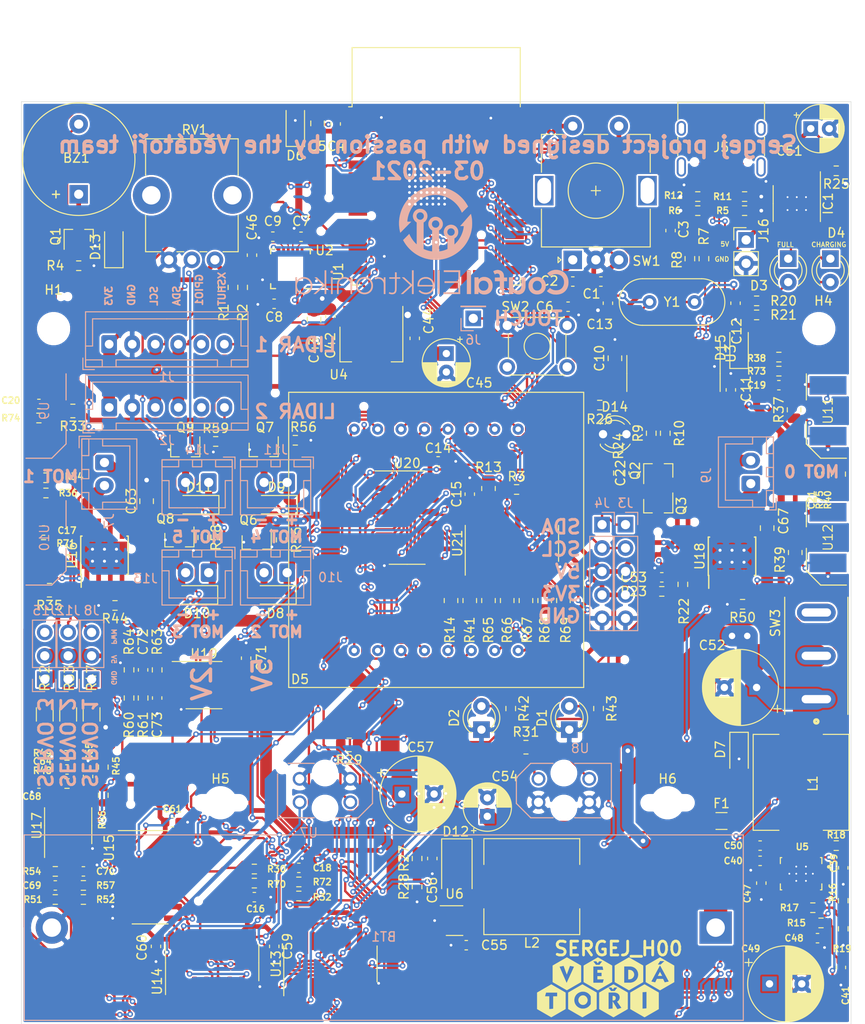
<source format=kicad_pcb>
(kicad_pcb (version 20171130) (host pcbnew "(5.1.10)-1")
  (layers (0 F.Cu signal) (31 B.Cu signal) (34 B.Paste user) (35 F.Paste user) (36 B.SilkS user) (37 F.SilkS user) (38 B.Mask user) (39 F.Mask user) (44 Edge.Cuts user hide))
  (net 0 "")
  (net 1 "Net-(BT1-Pad1)")
  (net 2 GND)
  (net 3 "Net-(BZ1-Pad2)")
  (net 4 +5V)
  (net 5 +3V3)
  (net 6 BUTTON)
  (net 7 /Motors/SERVO1_CURRENT)
  (net 8 /Motors/SERVO2_CURRENT)
  (net 9 +BATT)
  (net 10 /Power/5V_ENABLE)
  (net 11 +12V)
  (net 12 +5VP)
  (net 13 ENC_B)
  (net 14 ENC_SW)
  (net 15 ENC_A)
  (net 16 "Net-(D2-Pad2)")
  (net 17 "Net-(IC1-Pad2)")
  (net 18 "Net-(J1-Pad6)")
  (net 19 SDA)
  (net 20 SCL)
  (net 21 /Motors/SERVO1_CTRL)
  (net 22 /Motors/SERVO2_CTRL)
  (net 23 /Motors/SERVO3_CTRL)
  (net 24 /USB/D-)
  (net 25 /USB/D+)
  (net 26 BUZZER)
  (net 27 /USB/ESP_RST)
  (net 28 "Net-(Q2-Pad2)")
  (net 29 "Net-(Q2-Pad1)")
  (net 30 /USB/ESP_GPIO0)
  (net 31 /Motors/DC_MOT1_12V)
  (net 32 /Motors/DC_MOT2_5V)
  (net 33 /Motors/DC_MOT3_12V)
  (net 34 /Motors/DC_MOT4_5V)
  (net 35 "Net-(R15-Pad2)")
  (net 36 /USB/ESP_RX)
  (net 37 /USB/ESP_TX)
  (net 38 "Net-(R37-Pad2)")
  (net 39 "Net-(R54-Pad2)")
  (net 40 POT)
  (net 41 /Gyro/MPU-6050_INT)
  (net 42 /Motors/MOTA_IN1)
  (net 43 /Motors/MOTA_IN2)
  (net 44 /Motors/MOTB_IN1)
  (net 45 /Motors/MOTB_IN2)
  (net 46 /Power/12V_ENABLE)
  (net 47 /Power/12V_MODE)
  (net 48 "Net-(C8-Pad1)")
  (net 49 "Net-(C9-Pad1)")
  (net 50 "Net-(C12-Pad1)")
  (net 51 "Net-(C13-Pad1)")
  (net 52 "Net-(C39-Pad2)")
  (net 53 "Net-(C41-Pad2)")
  (net 54 "Net-(C47-Pad1)")
  (net 55 "Net-(C50-Pad2)")
  (net 56 "Net-(C50-Pad1)")
  (net 57 "Net-(C64-Pad2)")
  (net 58 "Net-(C65-Pad2)")
  (net 59 "Net-(C69-Pad2)")
  (net 60 "Net-(C70-Pad2)")
  (net 61 "Net-(C72-Pad2)")
  (net 62 "Net-(C73-Pad2)")
  (net 63 "Net-(J5-PadB8)")
  (net 64 "Net-(J5-PadA5)")
  (net 65 "Net-(J5-PadA8)")
  (net 66 "Net-(J5-PadB5)")
  (net 67 "Net-(J7-Pad2)")
  (net 68 "Net-(J7-Pad1)")
  (net 69 "Net-(J8-Pad1)")
  (net 70 "Net-(J9-Pad2)")
  (net 71 "Net-(J9-Pad1)")
  (net 72 "Net-(J12-Pad1)")
  (net 73 "Net-(J15-Pad1)")
  (net 74 "Net-(R7-Pad2)")
  (net 75 "Net-(R8-Pad2)")
  (net 76 "Net-(R16-Pad2)")
  (net 77 "Net-(R17-Pad1)")
  (net 78 "Net-(R18-Pad1)")
  (net 79 "Net-(R27-Pad1)")
  (net 80 "Net-(R29-Pad2)")
  (net 81 "Net-(R31-Pad2)")
  (net 82 "Net-(R33-Pad2)")
  (net 83 "Net-(R35-Pad2)")
  (net 84 "Net-(R39-Pad2)")
  (net 85 "Net-(R42-Pad2)")
  (net 86 "Net-(R43-Pad2)")
  (net 87 "Net-(R44-Pad1)")
  (net 88 "Net-(R48-Pad2)")
  (net 89 "Net-(R50-Pad1)")
  (net 90 "Net-(R63-Pad2)")
  (net 91 "Net-(U13-Pad9)")
  (net 92 "Net-(U14-Pad7)")
  (net 93 "Net-(U14-Pad6)")
  (net 94 "Net-(U14-Pad5)")
  (net 95 "/Mux Demux Matrix/Analog_IN_7")
  (net 96 "/Mux Demux Matrix/REG_OUT_11")
  (net 97 "/Mux Demux Matrix/REG_OE")
  (net 98 "Net-(R13-Pad1)")
  (net 99 "Net-(R14-Pad1)")
  (net 100 "/Mux Demux Matrix/Analog_IN_1")
  (net 101 "/Mux Demux Matrix/Analog_IN_3")
  (net 102 "/Mux Demux Matrix/Analog_IN_5")
  (net 103 "/Mux Demux Matrix/Analog_IN_4")
  (net 104 "/Mux Demux Matrix/Analog_IN_6")
  (net 105 "Net-(R41-Pad1)")
  (net 106 "Net-(R65-Pad1)")
  (net 107 "Net-(R66-Pad1)")
  (net 108 "Net-(R67-Pad1)")
  (net 109 "Net-(R68-Pad1)")
  (net 110 "Net-(R69-Pad1)")
  (net 111 "/Mux Demux Matrix/REG_DAT")
  (net 112 "/Mux Demux Matrix/REG_LAT")
  (net 113 "/Mux Demux Matrix/REG_CLK")
  (net 114 "/Mux Demux Matrix/Analog_MUX")
  (net 115 "Net-(U14-Pad9)")
  (net 116 "Net-(U20-Pad9)")
  (net 117 "Net-(D1-Pad2)")
  (net 118 "Net-(D3-Pad2)")
  (net 119 "Net-(D3-Pad1)")
  (net 120 "Net-(D4-Pad2)")
  (net 121 "Net-(D4-Pad1)")
  (net 122 "Net-(D5-Pad15)")
  (net 123 "Net-(D5-Pad16)")
  (net 124 "Net-(D5-Pad13)")
  (net 125 "Net-(D5-Pad12)")
  (net 126 "Net-(D5-Pad10)")
  (net 127 "Net-(D5-Pad9)")
  (net 128 "Net-(D5-Pad14)")
  (net 129 "Net-(D5-Pad11)")
  (net 130 "Net-(D5-Pad8)")
  (net 131 "Net-(D5-Pad7)")
  (net 132 "Net-(D5-Pad6)")
  (net 133 "Net-(D5-Pad5)")
  (net 134 "Net-(D5-Pad4)")
  (net 135 "Net-(D5-Pad3)")
  (net 136 "Net-(D5-Pad2)")
  (net 137 "Net-(D5-Pad1)")
  (net 138 "Net-(D8-Pad2)")
  (net 139 "Net-(D9-Pad2)")
  (net 140 "Net-(D10-Pad2)")
  (net 141 "Net-(D11-Pad2)")
  (net 142 "Net-(D12-Pad2)")
  (net 143 "Net-(J6-Pad1)")
  (net 144 "Net-(R30-Pad2)")
  (net 145 "Net-(R32-Pad2)")
  (net 146 "Net-(R34-Pad2)")
  (net 147 "Net-(R36-Pad2)")
  (net 148 "Net-(R38-Pad2)")
  (net 149 "Net-(R40-Pad2)")
  (net 150 "Net-(J5-PadS1)")
  (net 151 /Encoders/ENCODER2)
  (net 152 /Encoders/ENCODER4)
  (net 153 /Encoders/ENCODER5)
  (net 154 /Encoders/ENCODER6)
  (net 155 "Net-(D14-Pad2)")
  (net 156 "Net-(D15-Pad1)")
  (net 157 "Net-(Q3-Pad2)")
  (net 158 "Net-(Q3-Pad1)")
  (module Diode_SMD:D_SOD-123 (layer F.Cu) (at 77.851 26.67 90)
    (fp_text reference D15 (at 0 -2 90) (layer F.SilkS))
    (fp_text value B5819W)
    (pad 2 smd rect (at 1.65 0 90) (size 0.9 1.2) (layers F.Cu F.Paste F.Mask) (net 2 GND))
    (pad 1 smd rect (at -1.65 0 90) (size 0.9 1.2) (layers F.Cu F.Paste F.Mask) (net 156 "Net-(D15-Pad1)"))
  )
  (module LED_THT:LED_D3.0mm (layer F.Cu) (at 63.095 36.042)
    (fp_text reference D14 (at 1.27 -2.96) (layer F.SilkS))
    (fp_text value LED_GREEN)
    (pad 2 thru_hole circle (at 2.54 0) (size 1.8 1.8) (drill 0.9) (layers *.Cu *.Mask) (net 155 "Net-(D14-Pad2)"))
    (pad 1 thru_hole rect (at 0 0) (size 1.8 1.8) (drill 0.9) (layers *.Cu *.Mask) (net 2 GND))
  )
  (module Diode_SMD:D_SOD-123 (layer F.Cu) (at 10.033 15.748 90)
    (fp_text reference D13 (at 0 -2 90) (layer F.SilkS))
    (fp_text value B5819W)
    (pad 2 smd rect (at 1.65 0 90) (size 0.9 1.2) (layers F.Cu F.Paste F.Mask) (net 3 "Net-(BZ1-Pad2)"))
    (pad 1 smd rect (at -1.65 0 90) (size 0.9 1.2) (layers F.Cu F.Paste F.Mask) (net 4 +5V))
  )
  (module Capacitor_SMD:C_0603_1608Metric (layer F.Cu) (at 66.421 40.259 90)
    (fp_text reference C22 (at 0 -1.43 90) (layer F.SilkS))
    (fp_text value 1u)
    (pad 2 smd roundrect (at 0.775 0 90) (size 0.9 0.95) (layers F.Cu F.Paste F.Mask) (net 27 /USB/ESP_RST))
    (pad 1 smd roundrect (at -0.775 0 90) (size 0.9 0.95) (layers F.Cu F.Paste F.Mask) (net 2 GND))
  )
  (module 0Logo:Coufal_elektronika_text_30x13mm (layer B.Cu) (at 44.45 15.621 180)
    (fp_text reference G1 hide)
    (fp_text value LOGO hide)
  )
  (module Sergej_Library:Vedatori_15mm (layer F.Cu) (at 63.373 96.012)
    (fp_text reference G2 hide)
    (fp_text value LOGO hide)
  )
  (module Sergej_Library:BatteryHolder_MPD_BH-18650-PC2_NoHoles (layer B.Cu) (at 75.311 89.535 180)
    (fp_text reference BT1 (at 36 -1) (layer B.SilkS) (effects (justify mirror)))
    (fp_text value 18650)
    (pad 1 thru_hole rect (at 0 0 180) (size 3.5 3.5) (drill 2) (layers *.Cu *.Mask) (net 1 "Net-(BT1-Pad1)"))
    (pad 2 thru_hole circle (at 72 0 180) (size 3.5 3.5) (drill 2) (layers *.Cu *.Mask) (net 2 GND))
  )
  (module Sergej_Library:ZIP_Tie_Slot_Hole (layer F.Cu) (at 70.1 76)
    (fp_text reference H6 (at 0.004 -2.594) (layer F.SilkS))
    (fp_text value MountingHole)
    (pad "" np_thru_hole oval (at 0 0) (size 5.5 1.5) (drill oval 5.5 1.5) (layers *.Cu *.Mask))
  )
  (module Sergej_Library:ZIP_Tie_Slot_Hole (layer F.Cu) (at 21.6 76)
    (fp_text reference H5 (at 0 -2.594) (layer F.SilkS))
    (fp_text value MountingHole)
    (pad "" np_thru_hole oval (at 0 0) (size 5.5 1.5) (drill oval 5.5 1.5) (layers *.Cu *.Mask))
  )
  (module Resistor_SMD:R_0603_1608Metric (layer F.Cu) (at 87.349 40.371 90)
    (fp_text reference R75 (at -2.794 -0.762 90) (layer F.SilkS) (effects (font (size 0.7 0.7))))
    (fp_text value 22K)
    (pad 2 smd roundrect (at 0.825 0 90) (size 0.8 0.95) (layers F.Cu F.Paste F.Mask) (net 149 "Net-(R40-Pad2)"))
    (pad 1 smd roundrect (at -0.825 0 90) (size 0.8 0.95) (layers F.Cu F.Paste F.Mask) (net 154 /Encoders/ENCODER6))
  )
  (module Resistor_SMD:R_0603_1608Metric (layer F.Cu) (at 1.905 34.29 180)
    (fp_text reference R74 (at 3.048 0) (layer F.SilkS) (effects (font (size 0.7 0.7))))
    (fp_text value 22K)
    (pad 2 smd roundrect (at 0.825 0 180) (size 0.8 0.95) (layers F.Cu F.Paste F.Mask) (net 146 "Net-(R34-Pad2)"))
    (pad 1 smd roundrect (at -0.825 0 180) (size 0.8 0.95) (layers F.Cu F.Paste F.Mask) (net 153 /Encoders/ENCODER5))
  )
  (module Resistor_SMD:R_0603_1608Metric (layer F.Cu) (at 82.169 29.21)
    (fp_text reference R73 (at -2.413 0) (layer F.SilkS) (effects (font (size 0.7 0.7))))
    (fp_text value 22K)
    (pad 2 smd roundrect (at 0.825 0) (size 0.8 0.95) (layers F.Cu F.Paste F.Mask) (net 148 "Net-(R38-Pad2)"))
    (pad 1 smd roundrect (at -0.825 0) (size 0.8 0.95) (layers F.Cu F.Paste F.Mask) (net 152 /Encoders/ENCODER4))
  )
  (module Resistor_SMD:R_0603_1608Metric (layer F.Cu) (at 30.099 84.582)
    (fp_text reference R72 (at 2.54 0) (layer F.SilkS) (effects (font (size 0.7 0.7))))
    (fp_text value 22K)
    (pad 2 smd roundrect (at 0.825 0) (size 0.8 0.95) (layers F.Cu F.Paste F.Mask) (net 145 "Net-(R32-Pad2)"))
    (pad 1 smd roundrect (at -0.825 0) (size 0.8 0.95) (layers F.Cu F.Paste F.Mask) (net 101 "/Mux Demux Matrix/Analog_IN_3"))
  )
  (module Resistor_SMD:R_0603_1608Metric (layer F.Cu) (at 2.413 48.006 180)
    (fp_text reference R71 (at -2.413 0.127) (layer F.SilkS) (effects (font (size 0.7 0.7))))
    (fp_text value 22K)
    (pad 2 smd roundrect (at 0.825 0 180) (size 0.8 0.95) (layers F.Cu F.Paste F.Mask) (net 147 "Net-(R36-Pad2)"))
    (pad 1 smd roundrect (at -0.825 0 180) (size 0.8 0.95) (layers F.Cu F.Paste F.Mask) (net 151 /Encoders/ENCODER2))
  )
  (module Resistor_SMD:R_0603_1608Metric (layer F.Cu) (at 25.273 84.709)
    (fp_text reference R70 (at 2.413 0.127) (layer F.SilkS) (effects (font (size 0.7 0.7))))
    (fp_text value 22K)
    (pad 2 smd roundrect (at 0.825 0) (size 0.8 0.95) (layers F.Cu F.Paste F.Mask) (net 144 "Net-(R30-Pad2)"))
    (pad 1 smd roundrect (at -0.825 0) (size 0.8 0.95) (layers F.Cu F.Paste F.Mask) (net 100 "/Mux Demux Matrix/Analog_IN_1"))
  )
  (module Connector_PinHeader_2.54mm:PinHeader_1x02_P2.54mm_Vertical (layer F.Cu) (at 78.613 14.986)
    (fp_text reference J16 (at 1.905 -1.016 270) (layer F.SilkS))
    (fp_text value Conn_01x02_Male)
    (pad 2 thru_hole oval (at 0 2.54) (size 1.7 1.7) (drill 1) (layers *.Cu *.Mask) (net 2 GND))
    (pad 1 thru_hole rect (at 0 0) (size 1.7 1.7) (drill 1) (layers *.Cu *.Mask) (net 12 +5VP))
  )
  (module Connector_PinHeader_2.54mm:PinHeader_1x01_P2.54mm_Vertical (layer B.Cu) (at 49.022 23.495)
    (fp_text reference J6 (at 0 2.33) (layer B.SilkS) (effects (justify mirror)))
    (fp_text value Conn_01x01_Male)
    (pad 1 thru_hole rect (at 0 0) (size 1.7 1.7) (drill 1) (layers *.Cu *.Mask) (net 143 "Net-(J6-Pad1)"))
  )
  (module Capacitor_SMD:C_0603_1608Metric (layer F.Cu) (at 85.825 40.371 90)
    (fp_text reference C21 (at -2.794 -0.127 90) (layer F.SilkS) (effects (font (size 0.7 0.7))))
    (fp_text value 100n)
    (pad 2 smd roundrect (at 0.775 0 90) (size 0.9 0.95) (layers F.Cu F.Paste F.Mask) (net 2 GND))
    (pad 1 smd roundrect (at -0.775 0 90) (size 0.9 0.95) (layers F.Cu F.Paste F.Mask) (net 154 /Encoders/ENCODER6))
  )
  (module Capacitor_SMD:C_0603_1608Metric (layer F.Cu) (at 1.905 32.766 180)
    (fp_text reference C20 (at 3.048 0.381) (layer F.SilkS) (effects (font (size 0.7 0.7))))
    (fp_text value 100n)
    (pad 2 smd roundrect (at 0.775 0 180) (size 0.9 0.95) (layers F.Cu F.Paste F.Mask) (net 2 GND))
    (pad 1 smd roundrect (at -0.775 0 180) (size 0.9 0.95) (layers F.Cu F.Paste F.Mask) (net 153 /Encoders/ENCODER5))
  )
  (module Capacitor_SMD:C_0603_1608Metric (layer F.Cu) (at 82.169 30.734)
    (fp_text reference C19 (at -2.413 0) (layer F.SilkS) (effects (font (size 0.7 0.7))))
    (fp_text value 100n)
    (pad 2 smd roundrect (at 0.775 0) (size 0.9 0.95) (layers F.Cu F.Paste F.Mask) (net 2 GND))
    (pad 1 smd roundrect (at -0.775 0) (size 0.9 0.95) (layers F.Cu F.Paste F.Mask) (net 152 /Encoders/ENCODER4))
  )
  (module Capacitor_SMD:C_0603_1608Metric (layer F.Cu) (at 30.099 83.058)
    (fp_text reference C18 (at 2.54 0) (layer F.SilkS) (effects (font (size 0.7 0.7))))
    (fp_text value 100n)
    (pad 2 smd roundrect (at 0.775 0) (size 0.9 0.95) (layers F.Cu F.Paste F.Mask) (net 2 GND))
    (pad 1 smd roundrect (at -0.775 0) (size 0.9 0.95) (layers F.Cu F.Paste F.Mask) (net 101 "/Mux Demux Matrix/Analog_IN_3"))
  )
  (module Capacitor_SMD:C_0603_1608Metric (layer F.Cu) (at 2.413 46.482 180)
    (fp_text reference C17 (at -2.54 0) (layer F.SilkS) (effects (font (size 0.7 0.7))))
    (fp_text value 100n)
    (pad 2 smd roundrect (at 0.775 0 180) (size 0.9 0.95) (layers F.Cu F.Paste F.Mask) (net 2 GND))
    (pad 1 smd roundrect (at -0.775 0 180) (size 0.9 0.95) (layers F.Cu F.Paste F.Mask) (net 151 /Encoders/ENCODER2))
  )
  (module Capacitor_SMD:C_0603_1608Metric (layer F.Cu) (at 25.273 86.233)
    (fp_text reference C16 (at 0.127 1.27) (layer F.SilkS) (effects (font (size 0.7 0.7))))
    (fp_text value 100n)
    (pad 2 smd roundrect (at 0.775 0) (size 0.9 0.95) (layers F.Cu F.Paste F.Mask) (net 2 GND))
    (pad 1 smd roundrect (at -0.775 0) (size 0.9 0.95) (layers F.Cu F.Paste F.Mask) (net 100 "/Mux Demux Matrix/Analog_IN_1"))
  )
  (module Sergej_Library:TCRT5000 (layer B.Cu) (at 58.848 74.676 180)
    (fp_text reference U8 (at -1.76355 4.57476) (layer B.SilkS) (effects (font (thickness 0.127)) (justify mirror)))
    (fp_text value TCRT5000)
    (pad 3 thru_hole circle (at -2.75 1.27 180) (size 1.5 1.5) (drill 1) (layers *.Cu *.Mask) (net 145 "Net-(R32-Pad2)"))
    (pad 4 thru_hole circle (at -2.75 -1.27 180) (size 1.5 1.5) (drill 1) (layers *.Cu *.Mask) (net 2 GND))
    (pad 1 thru_hole circle (at 2.75 1.27 180) (size 1.5 1.5) (drill 1) (layers *.Cu *.Mask) (net 81 "Net-(R31-Pad2)"))
    (pad 2 thru_hole circle (at 2.75 -1.27 180) (size 1.5 1.5) (drill 1) (layers *.Cu *.Mask) (net 2 GND))
    (pad None np_thru_hole circle (at -4.65 -2.45 180) (size 1 1) (drill 1) (layers *.Cu *.Mask))
    (pad None np_thru_hole circle (at 0 -1.9 180) (size 2.5 2.5) (drill 2.5) (layers *.Cu *.Mask))
    (pad None np_thru_hole circle (at 0 1.9 180) (size 2.5 2.5) (drill 2.5) (layers *.Cu *.Mask))
  )
  (module Sergej_Library:TCRT5000 (layer B.Cu) (at 32.94 74.676)
    (fp_text reference U7 (at -1.76355 4.57476) (layer B.SilkS) (effects (font (thickness 0.127)) (justify mirror)))
    (fp_text value TCRT5000)
    (pad 3 thru_hole circle (at -2.75 1.27) (size 1.5 1.5) (drill 1) (layers *.Cu *.Mask) (net 144 "Net-(R30-Pad2)"))
    (pad 4 thru_hole circle (at -2.75 -1.27) (size 1.5 1.5) (drill 1) (layers *.Cu *.Mask) (net 2 GND))
    (pad 1 thru_hole circle (at 2.75 1.27) (size 1.5 1.5) (drill 1) (layers *.Cu *.Mask) (net 80 "Net-(R29-Pad2)"))
    (pad 2 thru_hole circle (at 2.75 -1.27) (size 1.5 1.5) (drill 1) (layers *.Cu *.Mask) (net 2 GND))
    (pad None np_thru_hole circle (at -4.65 -2.45) (size 1 1) (drill 1) (layers *.Cu *.Mask))
    (pad None np_thru_hole circle (at 0 -1.9) (size 2.5 2.5) (drill 2.5) (layers *.Cu *.Mask))
    (pad None np_thru_hole circle (at 0 1.9) (size 2.5 2.5) (drill 2.5) (layers *.Cu *.Mask))
  )
  (module Sergej_Library:TCRT5000_SMD (layer F.Cu) (at 89.5 47.25 270)
    (fp_text reference U12 (at 0 2 270) (layer F.SilkS) (effects (font (thickness 0.127))))
    (fp_text value TCRT5000)
    (pad 4 smd rect (at -2.75 2 270) (size 2 4) (layers F.Cu F.Paste F.Mask) (net 2 GND))
    (pad 3 smd rect (at -2.75 2 270) (size 2 4) (layers B.Cu B.Paste B.Mask) (net 149 "Net-(R40-Pad2)"))
    (pad 1 smd rect (at 2.75 2 270) (size 2 4) (layers B.Cu B.Paste B.Mask) (net 84 "Net-(R39-Pad2)"))
    (pad 2 smd rect (at 2.75 2 270) (size 2 4) (layers F.Cu F.Paste F.Mask) (net 2 GND))
  )
  (module Sergej_Library:TCRT5000_SMD (layer F.Cu) (at 89.5 33.5 270)
    (fp_text reference U11 (at 0 2 270) (layer F.SilkS) (effects (font (thickness 0.127))))
    (fp_text value TCRT5000)
    (pad 4 smd rect (at -2.75 2 270) (size 2 4) (layers F.Cu F.Paste F.Mask) (net 2 GND))
    (pad 3 smd rect (at -2.75 2 270) (size 2 4) (layers B.Cu B.Paste B.Mask) (net 148 "Net-(R38-Pad2)"))
    (pad 1 smd rect (at 2.75 2 270) (size 2 4) (layers B.Cu B.Paste B.Mask) (net 38 "Net-(R37-Pad2)"))
    (pad 2 smd rect (at 2.75 2 270) (size 2 4) (layers F.Cu F.Paste F.Mask) (net 2 GND))
  )
  (module Sergej_Library:TCRT5000_SMD (layer B.Cu) (at 0.5 47.25 270)
    (fp_text reference U10 (at 0 -2 90) (layer B.SilkS) (effects (font (thickness 0.127)) (justify mirror)))
    (fp_text value TCRT5000)
    (pad 4 smd rect (at -2.75 -2 270) (size 2 4) (layers B.Cu B.Paste B.Mask) (net 2 GND))
    (pad 3 smd rect (at -2.75 -2 270) (size 2 4) (layers F.Cu F.Paste F.Mask) (net 147 "Net-(R36-Pad2)"))
    (pad 1 smd rect (at 2.75 -2 270) (size 2 4) (layers F.Cu F.Paste F.Mask) (net 83 "Net-(R35-Pad2)"))
    (pad 2 smd rect (at 2.75 -2 270) (size 2 4) (layers B.Cu B.Paste B.Mask) (net 2 GND))
  )
  (module Sergej_Library:TCRT5000_SMD (layer B.Cu) (at 0.5 33.5 270)
    (fp_text reference U9 (at 0 -2 90) (layer B.SilkS) (effects (font (thickness 0.127)) (justify mirror)))
    (fp_text value TCRT5000)
    (pad 4 smd rect (at -2.75 -2 270) (size 2 4) (layers B.Cu B.Paste B.Mask) (net 2 GND))
    (pad 3 smd rect (at -2.75 -2 270) (size 2 4) (layers F.Cu F.Paste F.Mask) (net 146 "Net-(R34-Pad2)"))
    (pad 1 smd rect (at 2.75 -2 270) (size 2 4) (layers F.Cu F.Paste F.Mask) (net 82 "Net-(R33-Pad2)"))
    (pad 2 smd rect (at 2.75 -2 270) (size 2 4) (layers B.Cu B.Paste B.Mask) (net 2 GND))
  )
  (module Capacitor_SMD:C_0603_1608Metric (layer F.Cu) (at 48.641 42.545 90)
    (fp_text reference C15 (at 0 -1.43 90) (layer F.SilkS))
    (fp_text value 100n)
    (pad 2 smd roundrect (at 0.775 0 90) (size 0.9 0.95) (layers F.Cu F.Paste F.Mask) (net 2 GND))
    (pad 1 smd roundrect (at -0.775 0 90) (size 0.9 0.95) (layers F.Cu F.Paste F.Mask) (net 4 +5V))
  )
  (module Capacitor_SMD:C_0603_1608Metric (layer F.Cu) (at 45.212 38.989)
    (fp_text reference C14 (at 0 -1.43) (layer F.SilkS))
    (fp_text value 100n)
    (pad 2 smd roundrect (at 0.775 0) (size 0.9 0.95) (layers F.Cu F.Paste F.Mask) (net 2 GND))
    (pad 1 smd roundrect (at -0.775 0) (size 0.9 0.95) (layers F.Cu F.Paste F.Mask) (net 4 +5V))
  )
  (module Resistor_SMD:R_0805_2012Metric (layer F.Cu) (at 46.609 54.0785 270)
    (fp_text reference R14 (at 3.1985 0.127 90) (layer F.SilkS))
    (fp_text value 100R)
    (pad 2 smd roundrect (at 0.9125 0 270) (size 1.025 1.4) (layers F.Cu F.Paste F.Mask) (roundrect_rratio 0.2439004878048781) (net 135 "Net-(D5-Pad3)"))
    (pad 1 smd roundrect (at -0.9125 0 270) (size 1.025 1.4) (layers F.Cu F.Paste F.Mask) (roundrect_rratio 0.2439004878048781) (net 99 "Net-(R14-Pad1)"))
  )
  (module Sergej_Library:KYX-1088AS (layer F.Cu) (at 45 47.5 180)
    (fp_text reference D5 (at 14.774 -15.111) (layer F.SilkS))
    (fp_text value KYX-1088AS)
    (pad 15 thru_hole circle (at -6.35 -12 180) (size 1.2 1.2) (drill 0.6) (layers *.Cu *.Mask) (net 122 "Net-(D5-Pad15)"))
    (pad 16 thru_hole circle (at -8.89 -12 180) (size 1.2 1.2) (drill 0.6) (layers *.Cu *.Mask) (net 123 "Net-(D5-Pad16)"))
    (pad 13 thru_hole circle (at -1.27 -12 180) (size 1.2 1.2) (drill 0.6) (layers *.Cu *.Mask) (net 124 "Net-(D5-Pad13)"))
    (pad 12 thru_hole circle (at 1.27 -12 180) (size 1.2 1.2) (drill 0.6) (layers *.Cu *.Mask) (net 125 "Net-(D5-Pad12)"))
    (pad 10 thru_hole circle (at 6.35 -12 180) (size 1.2 1.2) (drill 0.6) (layers *.Cu *.Mask) (net 126 "Net-(D5-Pad10)"))
    (pad 9 thru_hole circle (at 8.89 -12 180) (size 1.2 1.2) (drill 0.6) (layers *.Cu *.Mask) (net 127 "Net-(D5-Pad9)"))
    (pad 14 thru_hole circle (at -3.81 -12 180) (size 1.2 1.2) (drill 0.6) (layers *.Cu *.Mask) (net 128 "Net-(D5-Pad14)"))
    (pad 11 thru_hole circle (at 3.81 -12 180) (size 1.2 1.2) (drill 0.6) (layers *.Cu *.Mask) (net 129 "Net-(D5-Pad11)"))
    (pad 8 thru_hole circle (at 8.89 12 180) (size 1.2 1.2) (drill 0.6) (layers *.Cu *.Mask) (net 130 "Net-(D5-Pad8)"))
    (pad 7 thru_hole circle (at 6.35 12 180) (size 1.2 1.2) (drill 0.6) (layers *.Cu *.Mask) (net 131 "Net-(D5-Pad7)"))
    (pad 6 thru_hole circle (at 3.81 12 180) (size 1.2 1.2) (drill 0.6) (layers *.Cu *.Mask) (net 132 "Net-(D5-Pad6)"))
    (pad 5 thru_hole circle (at 1.27 12 180) (size 1.2 1.2) (drill 0.6) (layers *.Cu *.Mask) (net 133 "Net-(D5-Pad5)"))
    (pad 4 thru_hole circle (at -1.27 12 180) (size 1.2 1.2) (drill 0.6) (layers *.Cu *.Mask) (net 134 "Net-(D5-Pad4)"))
    (pad 3 thru_hole circle (at -3.81 12 180) (size 1.2 1.2) (drill 0.6) (layers *.Cu *.Mask) (net 135 "Net-(D5-Pad3)"))
    (pad 2 thru_hole circle (at -6.35 12 180) (size 1.2 1.2) (drill 0.6) (layers *.Cu *.Mask) (net 136 "Net-(D5-Pad2)"))
    (pad 1 thru_hole circle (at -8.89 12 180) (size 1.2 1.2) (drill 0.6) (layers *.Cu *.Mask) (net 137 "Net-(D5-Pad1)"))
  )
  (module Package_SO:SOIC-16_3.9x9.9mm_P1.27mm (layer F.Cu) (at 53.213 47.879 90)
    (fp_text reference U21 (at 0 -5.9 90) (layer F.SilkS))
    (fp_text value 74HC595)
    (pad 16 smd roundrect (at 2.475 -4.445 90) (size 1.95 0.6) (layers F.Cu F.Paste F.Mask) (net 4 +5V))
    (pad 15 smd roundrect (at 2.475 -3.175 90) (size 1.95 0.6) (layers F.Cu F.Paste F.Mask) (net 98 "Net-(R13-Pad1)"))
    (pad 14 smd roundrect (at 2.475 -1.905 90) (size 1.95 0.6) (layers F.Cu F.Paste F.Mask) (net 116 "Net-(U20-Pad9)"))
    (pad 13 smd roundrect (at 2.475 -0.635 90) (size 1.95 0.6) (layers F.Cu F.Paste F.Mask) (net 97 "/Mux Demux Matrix/REG_OE"))
    (pad 12 smd roundrect (at 2.475 0.635 90) (size 1.95 0.6) (layers F.Cu F.Paste F.Mask) (net 112 "/Mux Demux Matrix/REG_LAT"))
    (pad 11 smd roundrect (at 2.475 1.905 90) (size 1.95 0.6) (layers F.Cu F.Paste F.Mask) (net 113 "/Mux Demux Matrix/REG_CLK"))
    (pad 10 smd roundrect (at 2.475 3.175 90) (size 1.95 0.6) (layers F.Cu F.Paste F.Mask) (net 5 +3V3))
    (pad 9 smd roundrect (at 2.475 4.445 90) (size 1.95 0.6) (layers F.Cu F.Paste F.Mask))
    (pad 8 smd roundrect (at -2.475 4.445 90) (size 1.95 0.6) (layers F.Cu F.Paste F.Mask) (net 2 GND))
    (pad 7 smd roundrect (at -2.475 3.175 90) (size 1.95 0.6) (layers F.Cu F.Paste F.Mask) (net 110 "Net-(R69-Pad1)"))
    (pad 6 smd roundrect (at -2.475 1.905 90) (size 1.95 0.6) (layers F.Cu F.Paste F.Mask) (net 109 "Net-(R68-Pad1)"))
    (pad 5 smd roundrect (at -2.475 0.635 90) (size 1.95 0.6) (layers F.Cu F.Paste F.Mask) (net 108 "Net-(R67-Pad1)"))
    (pad 4 smd roundrect (at -2.475 -0.635 90) (size 1.95 0.6) (layers F.Cu F.Paste F.Mask) (net 107 "Net-(R66-Pad1)"))
    (pad 3 smd roundrect (at -2.475 -1.905 90) (size 1.95 0.6) (layers F.Cu F.Paste F.Mask) (net 106 "Net-(R65-Pad1)"))
    (pad 2 smd roundrect (at -2.475 -3.175 90) (size 1.95 0.6) (layers F.Cu F.Paste F.Mask) (net 105 "Net-(R41-Pad1)"))
    (pad 1 smd roundrect (at -2.475 -4.445 90) (size 1.95 0.6) (layers F.Cu F.Paste F.Mask) (net 99 "Net-(R14-Pad1)"))
  )
  (module Package_SO:SOIC-16_3.9x9.9mm_P1.27mm (layer F.Cu) (at 41.848 45.085)
    (fp_text reference U20 (at 0 -5.9) (layer F.SilkS))
    (fp_text value 74HC595)
    (pad 16 smd roundrect (at 2.475 -4.445) (size 1.95 0.6) (layers F.Cu F.Paste F.Mask) (net 4 +5V))
    (pad 15 smd roundrect (at 2.475 -3.175) (size 1.95 0.6) (layers F.Cu F.Paste F.Mask) (net 127 "Net-(D5-Pad9)"))
    (pad 14 smd roundrect (at 2.475 -1.905) (size 1.95 0.6) (layers F.Cu F.Paste F.Mask) (net 115 "Net-(U14-Pad9)"))
    (pad 13 smd roundrect (at 2.475 -0.635) (size 1.95 0.6) (layers F.Cu F.Paste F.Mask) (net 97 "/Mux Demux Matrix/REG_OE"))
    (pad 12 smd roundrect (at 2.475 0.635) (size 1.95 0.6) (layers F.Cu F.Paste F.Mask) (net 112 "/Mux Demux Matrix/REG_LAT"))
    (pad 11 smd roundrect (at 2.475 1.905) (size 1.95 0.6) (layers F.Cu F.Paste F.Mask) (net 113 "/Mux Demux Matrix/REG_CLK"))
    (pad 10 smd roundrect (at 2.475 3.175) (size 1.95 0.6) (layers F.Cu F.Paste F.Mask) (net 5 +3V3))
    (pad 9 smd roundrect (at 2.475 4.445) (size 1.95 0.6) (layers F.Cu F.Paste F.Mask) (net 116 "Net-(U20-Pad9)"))
    (pad 8 smd roundrect (at -2.475 4.445) (size 1.95 0.6) (layers F.Cu F.Paste F.Mask) (net 2 GND))
    (pad 7 smd roundrect (at -2.475 3.175) (size 1.95 0.6) (layers F.Cu F.Paste F.Mask) (net 133 "Net-(D5-Pad5)"))
    (pad 6 smd roundrect (at -2.475 1.905) (size 1.95 0.6) (layers F.Cu F.Paste F.Mask) (net 136 "Net-(D5-Pad2)"))
    (pad 5 smd roundrect (at -2.475 0.635) (size 1.95 0.6) (layers F.Cu F.Paste F.Mask) (net 131 "Net-(D5-Pad7)"))
    (pad 4 smd roundrect (at -2.475 -0.635) (size 1.95 0.6) (layers F.Cu F.Paste F.Mask) (net 137 "Net-(D5-Pad1)"))
    (pad 3 smd roundrect (at -2.475 -1.905) (size 1.95 0.6) (layers F.Cu F.Paste F.Mask) (net 125 "Net-(D5-Pad12)"))
    (pad 2 smd roundrect (at -2.475 -3.175) (size 1.95 0.6) (layers F.Cu F.Paste F.Mask) (net 130 "Net-(D5-Pad8)"))
    (pad 1 smd roundrect (at -2.475 -4.445) (size 1.95 0.6) (layers F.Cu F.Paste F.Mask) (net 128 "Net-(D5-Pad14)"))
  )
  (module Resistor_SMD:R_0805_2012Metric (layer F.Cu) (at 58.801 54.0785 270)
    (fp_text reference R69 (at 3.1985 -0.254 90) (layer F.SilkS))
    (fp_text value 100R)
    (pad 2 smd roundrect (at 0.9125 0 270) (size 1.025 1.4) (layers F.Cu F.Paste F.Mask) (roundrect_rratio 0.2439004878048781) (net 123 "Net-(D5-Pad16)"))
    (pad 1 smd roundrect (at -0.9125 0 270) (size 1.025 1.4) (layers F.Cu F.Paste F.Mask) (roundrect_rratio 0.2439004878048781) (net 110 "Net-(R69-Pad1)"))
  )
  (module Resistor_SMD:R_0805_2012Metric (layer F.Cu) (at 56.769 54.0785 270)
    (fp_text reference R68 (at 3.1985 0 90) (layer F.SilkS))
    (fp_text value 100R)
    (pad 2 smd roundrect (at 0.9125 0 270) (size 1.025 1.4) (layers F.Cu F.Paste F.Mask) (roundrect_rratio 0.2439004878048781) (net 122 "Net-(D5-Pad15)"))
    (pad 1 smd roundrect (at -0.9125 0 270) (size 1.025 1.4) (layers F.Cu F.Paste F.Mask) (roundrect_rratio 0.2439004878048781) (net 109 "Net-(R68-Pad1)"))
  )
  (module Resistor_SMD:R_0805_2012Metric (layer F.Cu) (at 54.737 54.0785 270)
    (fp_text reference R67 (at 3.1985 -0.127 90) (layer F.SilkS))
    (fp_text value 100R)
    (pad 2 smd roundrect (at 0.9125 0 270) (size 1.025 1.4) (layers F.Cu F.Paste F.Mask) (roundrect_rratio 0.2439004878048781) (net 129 "Net-(D5-Pad11)"))
    (pad 1 smd roundrect (at -0.9125 0 270) (size 1.025 1.4) (layers F.Cu F.Paste F.Mask) (roundrect_rratio 0.2439004878048781) (net 108 "Net-(R67-Pad1)"))
  )
  (module Resistor_SMD:R_0805_2012Metric (layer F.Cu) (at 52.705 54.0785 270)
    (fp_text reference R66 (at 3.1985 0 90) (layer F.SilkS))
    (fp_text value 100R)
    (pad 2 smd roundrect (at 0.9125 0 270) (size 1.025 1.4) (layers F.Cu F.Paste F.Mask) (roundrect_rratio 0.2439004878048781) (net 132 "Net-(D5-Pad6)"))
    (pad 1 smd roundrect (at -0.9125 0 270) (size 1.025 1.4) (layers F.Cu F.Paste F.Mask) (roundrect_rratio 0.2439004878048781) (net 107 "Net-(R66-Pad1)"))
  )
  (module Resistor_SMD:R_0805_2012Metric (layer F.Cu) (at 50.673 54.0785 270)
    (fp_text reference R65 (at 3.1985 0 90) (layer F.SilkS))
    (fp_text value 100R)
    (pad 2 smd roundrect (at 0.9125 0 270) (size 1.025 1.4) (layers F.Cu F.Paste F.Mask) (roundrect_rratio 0.2439004878048781) (net 126 "Net-(D5-Pad10)"))
    (pad 1 smd roundrect (at -0.9125 0 270) (size 1.025 1.4) (layers F.Cu F.Paste F.Mask) (roundrect_rratio 0.2439004878048781) (net 106 "Net-(R65-Pad1)"))
  )
  (module Resistor_SMD:R_0805_2012Metric (layer F.Cu) (at 48.641 54.0785 270)
    (fp_text reference R41 (at 3.1985 0 90) (layer F.SilkS))
    (fp_text value 100R)
    (pad 2 smd roundrect (at 0.9125 0 270) (size 1.025 1.4) (layers F.Cu F.Paste F.Mask) (roundrect_rratio 0.2439004878048781) (net 134 "Net-(D5-Pad4)"))
    (pad 1 smd roundrect (at -0.9125 0 270) (size 1.025 1.4) (layers F.Cu F.Paste F.Mask) (roundrect_rratio 0.2439004878048781) (net 105 "Net-(R41-Pad1)"))
  )
  (module Resistor_SMD:R_0805_2012Metric (layer F.Cu) (at 50.673 41.9335 90)
    (fp_text reference R13 (at 2.3095 0 180) (layer F.SilkS))
    (fp_text value 100R)
    (pad 2 smd roundrect (at 0.9125 0 90) (size 1.025 1.4) (layers F.Cu F.Paste F.Mask) (roundrect_rratio 0.2439004878048781) (net 124 "Net-(D5-Pad13)"))
    (pad 1 smd roundrect (at -0.9125 0 90) (size 1.025 1.4) (layers F.Cu F.Paste F.Mask) (roundrect_rratio 0.2439004878048781) (net 98 "Net-(R13-Pad1)"))
  )
  (module Connector_USB:USB_C_Receptacle_HRO_TYPE-C-31-M-12 (layer F.Cu) (at 75.913 3.937 180)
    (fp_text reference J5 (at 0 -1.016) (layer F.SilkS))
    (fp_text value TYPE-C-31-M-12)
    (pad B1 smd rect (at 3.25 -4.045 180) (size 0.6 1.45) (layers F.Cu F.Paste F.Mask) (net 2 GND))
    (pad A9 smd rect (at 2.45 -4.045 180) (size 0.6 1.45) (layers F.Cu F.Paste F.Mask) (net 12 +5VP))
    (pad B9 smd rect (at -2.45 -4.045 180) (size 0.6 1.45) (layers F.Cu F.Paste F.Mask) (net 12 +5VP))
    (pad B12 smd rect (at -3.25 -4.045 180) (size 0.6 1.45) (layers F.Cu F.Paste F.Mask) (net 2 GND))
    (pad A1 smd rect (at -3.25 -4.045 180) (size 0.6 1.45) (layers F.Cu F.Paste F.Mask) (net 2 GND))
    (pad A4 smd rect (at -2.45 -4.045 180) (size 0.6 1.45) (layers F.Cu F.Paste F.Mask) (net 12 +5VP))
    (pad B4 smd rect (at 2.45 -4.045 180) (size 0.6 1.45) (layers F.Cu F.Paste F.Mask) (net 12 +5VP))
    (pad A12 smd rect (at 3.25 -4.045 180) (size 0.6 1.45) (layers F.Cu F.Paste F.Mask) (net 2 GND))
    (pad B8 smd rect (at -1.75 -4.045 180) (size 0.3 1.45) (layers F.Cu F.Paste F.Mask) (net 63 "Net-(J5-PadB8)"))
    (pad A5 smd rect (at -1.25 -4.045 180) (size 0.3 1.45) (layers F.Cu F.Paste F.Mask) (net 64 "Net-(J5-PadA5)"))
    (pad B7 smd rect (at -0.75 -4.045 180) (size 0.3 1.45) (layers F.Cu F.Paste F.Mask) (net 24 /USB/D-))
    (pad A7 smd rect (at 0.25 -4.045 180) (size 0.3 1.45) (layers F.Cu F.Paste F.Mask) (net 24 /USB/D-))
    (pad B6 smd rect (at 0.75 -4.045 180) (size 0.3 1.45) (layers F.Cu F.Paste F.Mask) (net 25 /USB/D+))
    (pad A8 smd rect (at 1.25 -4.045 180) (size 0.3 1.45) (layers F.Cu F.Paste F.Mask) (net 65 "Net-(J5-PadA8)"))
    (pad B5 smd rect (at 1.75 -4.045 180) (size 0.3 1.45) (layers F.Cu F.Paste F.Mask) (net 66 "Net-(J5-PadB5)"))
    (pad A6 smd rect (at -0.25 -4.045 180) (size 0.3 1.45) (layers F.Cu F.Paste F.Mask) (net 25 /USB/D+))
    (pad S1 thru_hole oval (at 4.32 -3.13 180) (size 1 2.1) (drill oval 0.6 1.7) (layers *.Cu *.Mask) (net 150 "Net-(J5-PadS1)"))
    (pad S1 thru_hole oval (at -4.32 -3.13 180) (size 1 2.1) (drill oval 0.6 1.7) (layers *.Cu *.Mask) (net 150 "Net-(J5-PadS1)"))
    (pad "" np_thru_hole circle (at -2.89 -2.6 180) (size 0.65 0.65) (drill 0.65) (layers *.Cu *.Mask))
    (pad S1 thru_hole oval (at -4.32 1.05 180) (size 1 1.6) (drill oval 0.6 1.2) (layers *.Cu *.Mask) (net 150 "Net-(J5-PadS1)"))
    (pad "" np_thru_hole circle (at 2.89 -2.6 180) (size 0.65 0.65) (drill 0.65) (layers *.Cu *.Mask))
    (pad S1 thru_hole oval (at 4.32 1.05 180) (size 1 1.6) (drill oval 0.6 1.2) (layers *.Cu *.Mask) (net 150 "Net-(J5-PadS1)"))
  )
  (module Diode_SMD:D_SOD-123 (layer F.Cu) (at 19.177 43.688 180)
    (fp_text reference D11 (at -0.127 1.905) (layer F.SilkS))
    (fp_text value B5819W)
    (pad 2 smd rect (at 1.65 0 180) (size 0.9 1.2) (layers F.Cu F.Paste F.Mask) (net 141 "Net-(D11-Pad2)"))
    (pad 1 smd rect (at -1.65 0 180) (size 0.9 1.2) (layers F.Cu F.Paste F.Mask) (net 4 +5V))
  )
  (module Diode_SMD:D_SOD-123 (layer F.Cu) (at 19.05 53.467 180)
    (fp_text reference D10 (at 0 -2) (layer F.SilkS))
    (fp_text value B5819W)
    (pad 2 smd rect (at 1.65 0 180) (size 0.9 1.2) (layers F.Cu F.Paste F.Mask) (net 140 "Net-(D10-Pad2)"))
    (pad 1 smd rect (at -1.65 0 180) (size 0.9 1.2) (layers F.Cu F.Paste F.Mask) (net 4 +5V))
  )
  (module Diode_SMD:D_SOD-123 (layer F.Cu) (at 27.686 43.688 180)
    (fp_text reference D9 (at 0 1.905) (layer F.SilkS))
    (fp_text value B5819W)
    (pad 2 smd rect (at 1.65 0 180) (size 0.9 1.2) (layers F.Cu F.Paste F.Mask) (net 139 "Net-(D9-Pad2)"))
    (pad 1 smd rect (at -1.65 0 180) (size 0.9 1.2) (layers F.Cu F.Paste F.Mask) (net 11 +12V))
  )
  (module Diode_SMD:D_SOD-123 (layer F.Cu) (at 27.559 53.467 180)
    (fp_text reference D8 (at 0 -2) (layer F.SilkS))
    (fp_text value B5819W)
    (pad 2 smd rect (at 1.65 0 180) (size 0.9 1.2) (layers F.Cu F.Paste F.Mask) (net 138 "Net-(D8-Pad2)"))
    (pad 1 smd rect (at -1.65 0 180) (size 0.9 1.2) (layers F.Cu F.Paste F.Mask) (net 11 +12V))
  )
  (module Capacitor_SMD:C_0603_1608Metric (layer F.Cu) (at 25.019 16.637 90)
    (fp_text reference C46 (at 3.048 0 90) (layer F.SilkS))
    (fp_text value 100n)
    (pad 2 smd roundrect (at 0.775 0 90) (size 0.9 0.95) (layers F.Cu F.Paste F.Mask) (net 2 GND))
    (pad 1 smd roundrect (at -0.775 0 90) (size 0.9 0.95) (layers F.Cu F.Paste F.Mask) (net 5 +3V3))
  )
  (module Sergej_Library:IC_TPS61088RHLR (layer F.Cu) (at 84.582 83.693 270)
    (fp_text reference U5 (at -2.921 -0.127) (layer F.SilkS) (effects (font (size 0.7 0.7))))
    (fp_text value TPS61088RHLR)
    (fp_poly (pts (xy -0.375 -1.525) (xy -0.375 -2.4) (xy -0.374931 -2.402617) (xy -0.374726 -2.405226) (xy -0.374384 -2.407822) (xy -0.373907 -2.410396) (xy -0.373296 -2.412941) (xy -0.372553 -2.415451) (xy -0.371679 -2.417918) (xy -0.370677 -2.420337) (xy -0.36955 -2.4227) (xy -0.368301 -2.425) (xy -0.366934 -2.427232) (xy -0.365451 -2.429389) (xy -0.363857 -2.431466) (xy -0.362157 -2.433457) (xy -0.360355 -2.435355) (xy -0.358457 -2.437157) (xy -0.356466 -2.438857) (xy -0.354389 -2.440451) (xy -0.352232 -2.441934) (xy -0.35 -2.443301) (xy -0.3477 -2.44455) (xy -0.345337 -2.445677) (xy -0.342918 -2.446679) (xy -0.340451 -2.447553) (xy -0.337941 -2.448296) (xy -0.335396 -2.448907) (xy -0.332822 -2.449384) (xy -0.330226 -2.449726) (xy -0.327617 -2.449931) (xy -0.325 -2.45) (xy -0.225 -2.45) (xy -0.222383 -2.449931) (xy -0.219774 -2.449726) (xy -0.217178 -2.449384) (xy -0.214604 -2.448907) (xy -0.212059 -2.448296) (xy -0.209549 -2.447553) (xy -0.207082 -2.446679) (xy -0.204663 -2.445677) (xy -0.2023 -2.44455) (xy -0.2 -2.443301) (xy -0.197768 -2.441934) (xy -0.195611 -2.440451) (xy -0.193534 -2.438857) (xy -0.191543 -2.437157) (xy -0.189645 -2.435355) (xy -0.187843 -2.433457) (xy -0.186143 -2.431466) (xy -0.184549 -2.429389) (xy -0.183066 -2.427232) (xy -0.181699 -2.425) (xy -0.18045 -2.4227) (xy -0.179323 -2.420337) (xy -0.178321 -2.417918) (xy -0.177447 -2.415451) (xy -0.176704 -2.412941) (xy -0.176093 -2.410396) (xy -0.175616 -2.407822) (xy -0.175274 -2.405226) (xy -0.175069 -2.402617) (xy -0.175 -2.4) (xy -0.175 -1.925) (xy 0.175 -1.925) (xy 0.175 -2.4) (xy 0.175069 -2.402617) (xy 0.175274 -2.405226) (xy 0.175616 -2.407822) (xy 0.176093 -2.410396) (xy 0.176704 -2.412941) (xy 0.177447 -2.415451) (xy 0.178321 -2.417918) (xy 0.179323 -2.420337) (xy 0.18045 -2.4227) (xy 0.181699 -2.425) (xy 0.183066 -2.427232) (xy 0.184549 -2.429389) (xy 0.186143 -2.431466) (xy 0.187843 -2.433457) (xy 0.189645 -2.435355) (xy 0.191543 -2.437157) (xy 0.193534 -2.438857) (xy 0.195611 -2.440451) (xy 0.197768 -2.441934) (xy 0.2 -2.443301) (xy 0.2023 -2.44455) (xy 0.204663 -2.445677) (xy 0.207082 -2.446679) (xy 0.209549 -2.447553) (xy 0.212059 -2.448296) (xy 0.214604 -2.448907) (xy 0.217178 -2.449384) (xy 0.219774 -2.449726) (xy 0.222383 -2.449931) (xy 0.225 -2.45) (xy 0.325 -2.45) (xy 0.327617 -2.449931) (xy 0.330226 -2.449726) (xy 0.332822 -2.449384) (xy 0.335396 -2.448907) (xy 0.337941 -2.448296) (xy 0.340451 -2.447553) (xy 0.342918 -2.446679) (xy 0.345337 -2.445677) (xy 0.3477 -2.44455) (xy 0.35 -2.443301) (xy 0.352232 -2.441934) (xy 0.354389 -2.440451) (xy 0.356466 -2.438857) (xy 0.358457 -2.437157) (xy 0.360355 -2.435355) (xy 0.362157 -2.433457) (xy 0.363857 -2.431466) (xy 0.365451 -2.429389) (xy 0.366934 -2.427232) (xy 0.368301 -2.425) (xy 0.36955 -2.4227) (xy 0.370677 -2.420337) (xy 0.371679 -2.417918) (xy 0.372553 -2.415451) (xy 0.373296 -2.412941) (xy 0.373907 -2.410396) (xy 0.374384 -2.407822) (xy 0.374726 -2.405226) (xy 0.374931 -2.402617) (xy 0.375 -2.4) (xy 0.375 -1.525) (xy 0.975 -1.525) (xy 0.977617 -1.524931) (xy 0.980226 -1.524726) (xy 0.982822 -1.524384) (xy 0.985396 -1.523907) (xy 0.987941 -1.523296) (xy 0.990451 -1.522553) (xy 0.992918 -1.521679) (xy 0.995337 -1.520677) (xy 0.9977 -1.51955) (xy 1 -1.518301) (xy 1.002232 -1.516934) (xy 1.004389 -1.515451) (xy 1.006466 -1.513857) (xy 1.008457 -1.512157) (xy 1.010355 -1.510355) (xy 1.012157 -1.508457) (xy 1.013857 -1.506466) (xy 1.015451 -1.504389) (xy 1.016934 -1.502232) (xy 1.018301 -1.5) (xy 1.01955 -1.4977) (xy 1.020677 -1.495337) (xy 1.021679 -1.492918) (xy 1.022553 -1.490451) (xy 1.023296 -1.487941) (xy 1.023907 -1.485396) (xy 1.024384 -1.482822) (xy 1.024726 -1.480226) (xy 1.024931 -1.477617) (xy 1.025 -1.475) (xy 1.025 1.475) (xy 1.024931 1.477617) (xy 1.024726 1.480226) (xy 1.024384 1.482822) (xy 1.023907 1.485396) (xy 1.023296 1.487941) (xy 1.022553 1.490451) (xy 1.021679 1.492918) (xy 1.020677 1.495337) (xy 1.01955 1.4977) (xy 1.018301 1.5) (xy 1.016934 1.502232) (xy 1.015451 1.504389) (xy 1.013857 1.506466) (xy 1.012157 1.508457) (xy 1.010355 1.510355) (xy 1.008457 1.512157) (xy 1.006466 1.513857) (xy 1.004389 1.515451) (xy 1.002232 1.516934) (xy 1 1.518301) (xy 0.9977 1.51955) (xy 0.995337 1.520677) (xy 0.992918 1.521679) (xy 0.990451 1.522553) (xy 0.987941 1.523296) (xy 0.985396 1.523907) (xy 0.982822 1.524384) (xy 0.980226 1.524726) (xy 0.977617 1.524931) (xy 0.975 1.525) (xy 0.375 1.525) (xy 0.375 2.4) (xy 0.374931 2.402617) (xy 0.374726 2.405226) (xy 0.374384 2.407822) (xy 0.373907 2.410396) (xy 0.373296 2.412941) (xy 0.372553 2.415451) (xy 0.371679 2.417918) (xy 0.370677 2.420337) (xy 0.36955 2.4227) (xy 0.368301 2.425) (xy 0.366934 2.427232) (xy 0.365451 2.429389) (xy 0.363857 2.431466) (xy 0.362157 2.433457) (xy 0.360355 2.435355) (xy 0.358457 2.437157) (xy 0.356466 2.438857) (xy 0.354389 2.440451) (xy 0.352232 2.441934) (xy 0.35 2.443301) (xy 0.3477 2.44455) (xy 0.345337 2.445677) (xy 0.342918 2.446679) (xy 0.340451 2.447553) (xy 0.337941 2.448296) (xy 0.335396 2.448907) (xy 0.332822 2.449384) (xy 0.330226 2.449726) (xy 0.327617 2.449931) (xy 0.325 2.45) (xy 0.225 2.45) (xy 0.222383 2.449931) (xy 0.219774 2.449726) (xy 0.217178 2.449384) (xy 0.214604 2.448907) (xy 0.212059 2.448296) (xy 0.209549 2.447553) (xy 0.207082 2.446679) (xy 0.204663 2.445677) (xy 0.2023 2.44455) (xy 0.2 2.443301) (xy 0.197768 2.441934) (xy 0.195611 2.440451) (xy 0.193534 2.438857) (xy 0.191543 2.437157) (xy 0.189645 2.435355) (xy 0.187843 2.433457) (xy 0.186143 2.431466) (xy 0.184549 2.429389) (xy 0.183066 2.427232) (xy 0.181699 2.425) (xy 0.18045 2.4227) (xy 0.179323 2.420337) (xy 0.178321 2.417918) (xy 0.177447 2.415451) (xy 0.176704 2.412941) (xy 0.176093 2.410396) (xy 0.175616 2.407822) (xy 0.175274 2.405226) (xy 0.175069 2.402617) (xy 0.175 2.4) (xy 0.175 1.925) (xy -0.175 1.925) (xy -0.175 2.4) (xy -0.175069 2.402617) (xy -0.175274 2.405226) (xy -0.175616 2.407822) (xy -0.176093 2.410396) (xy -0.176704 2.412941) (xy -0.177447 2.415451) (xy -0.178321 2.417918) (xy -0.179323 2.420337) (xy -0.18045 2.4227) (xy -0.181699 2.425) (xy -0.183066 2.427232) (xy -0.184549 2.429389) (xy -0.186143 2.431466) (xy -0.187843 2.433457) (xy -0.189645 2.435355) (xy -0.191543 2.437157) (xy -0.193534 2.438857) (xy -0.195611 2.440451) (xy -0.197768 2.441934) (xy -0.2 2.443301) (xy -0.2023 2.44455) (xy -0.204663 2.445677) (xy -0.207082 2.446679) (xy -0.209549 2.447553) (xy -0.212059 2.448296) (xy -0.214604 2.448907) (xy -0.217178 2.449384) (xy -0.219774 2.449726) (xy -0.222383 2.449931) (xy -0.225 2.45) (xy -0.325 2.45) (xy -0.327617 2.449931) (xy -0.330226 2.449726) (xy -0.332822 2.449384) (xy -0.335396 2.448907) (xy -0.337941 2.448296) (xy -0.340451 2.447553) (xy -0.342918 2.446679) (xy -0.345337 2.445677) (xy -0.3477 2.44455) (xy -0.35 2.443301) (xy -0.352232 2.441934) (xy -0.354389 2.440451) (xy -0.356466 2.438857) (xy -0.358457 2.437157) (xy -0.360355 2.435355) (xy -0.362157 2.433457) (xy -0.363857 2.431466) (xy -0.365451 2.429389) (xy -0.366934 2.427232) (xy -0.368301 2.425) (xy -0.36955 2.4227) (xy -0.370677 2.420337) (xy -0.371679 2.417918) (xy -0.372553 2.415451) (xy -0.373296 2.412941) (xy -0.373907 2.410396) (xy -0.374384 2.407822) (xy -0.374726 2.405226) (xy -0.374931 2.402617) (xy -0.375 2.4) (xy -0.375 1.525) (xy -0.975 1.525) (xy -0.977617 1.524931) (xy -0.980226 1.524726) (xy -0.982822 1.524384) (xy -0.985396 1.523907) (xy -0.987941 1.523296) (xy -0.990451 1.522553) (xy -0.992918 1.521679) (xy -0.995337 1.520677) (xy -0.9977 1.51955) (xy -1 1.518301) (xy -1.002232 1.516934) (xy -1.004389 1.515451) (xy -1.006466 1.513857) (xy -1.008457 1.512157) (xy -1.010355 1.510355) (xy -1.012157 1.508457) (xy -1.013857 1.506466) (xy -1.015451 1.504389) (xy -1.016934 1.502232) (xy -1.018301 1.5) (xy -1.01955 1.4977) (xy -1.020677 1.495337) (xy -1.021679 1.492918) (xy -1.022553 1.490451) (xy -1.023296 1.487941) (xy -1.023907 1.485396) (xy -1.024384 1.482822) (xy -1.024726 1.480226) (xy -1.024931 1.477617) (xy -1.025 1.475) (xy -1.025 -1.475) (xy -1.024931 -1.477617) (xy -1.024726 -1.480226) (xy -1.024384 -1.482822) (xy -1.023907 -1.485396) (xy -1.023296 -1.487941) (xy -1.022553 -1.490451) (xy -1.021679 -1.492918) (xy -1.020677 -1.495337) (xy -1.01955 -1.4977) (xy -1.018301 -1.5) (xy -1.016934 -1.502232) (xy -1.015451 -1.504389) (xy -1.013857 -1.506466) (xy -1.012157 -1.508457) (xy -1.010355 -1.510355) (xy -1.008457 -1.512157) (xy -1.006466 -1.513857) (xy -1.004389 -1.515451) (xy -1.002232 -1.516934) (xy -1 -1.518301) (xy -0.9977 -1.51955) (xy -0.995337 -1.520677) (xy -0.992918 -1.521679) (xy -0.990451 -1.522553) (xy -0.987941 -1.523296) (xy -0.985396 -1.523907) (xy -0.982822 -1.524384) (xy -0.980226 -1.524726) (xy -0.977617 -1.524931) (xy -0.975 -1.525) (xy -0.375 -1.525)) (layer F.Cu) (width 0.01))
    (pad 1 smd rect (at -0.75 -2.15 270) (size 0.24 0.6) (layers F.Cu F.Paste F.Mask) (net 52 "Net-(C39-Pad2)"))
    (pad 20 smd rect (at 0.75 -2.15 270) (size 0.24 0.6) (layers F.Cu F.Paste F.Mask) (net 2 GND))
    (pad 10 smd rect (at -0.75 2.15 270) (size 0.24 0.6) (layers F.Cu F.Paste F.Mask) (net 54 "Net-(C47-Pad1)"))
    (pad 11 smd rect (at 0.75 2.15 270) (size 0.24 0.6) (layers F.Cu F.Paste F.Mask) (net 2 GND))
    (pad 5 smd rect (at -1.65 -0.25 270) (size 0.6 0.24) (layers F.Cu F.Paste F.Mask) (net 55 "Net-(C50-Pad2)"))
    (pad 6 smd rect (at -1.65 0.25 270) (size 0.6 0.24) (layers F.Cu F.Paste F.Mask) (net 55 "Net-(C50-Pad2)"))
    (pad 7 smd rect (at -1.65 0.75 270) (size 0.6 0.24) (layers F.Cu F.Paste F.Mask) (net 55 "Net-(C50-Pad2)"))
    (pad 8 smd rect (at -1.65 1.25 270) (size 0.6 0.24) (layers F.Cu F.Paste F.Mask) (net 56 "Net-(C50-Pad1)"))
    (pad 9 smd rect (at -1.65 1.75 270) (size 0.6 0.24) (layers F.Cu F.Paste F.Mask) (net 9 +BATT))
    (pad 4 smd rect (at -1.65 -0.75 270) (size 0.6 0.24) (layers F.Cu F.Paste F.Mask) (net 55 "Net-(C50-Pad2)"))
    (pad 3 smd rect (at -1.65 -1.25 270) (size 0.6 0.24) (layers F.Cu F.Paste F.Mask) (net 78 "Net-(R18-Pad1)"))
    (pad 2 smd rect (at -1.65 -1.75 270) (size 0.6 0.24) (layers F.Cu F.Paste F.Mask) (net 46 /Power/12V_ENABLE))
    (pad 16 smd rect (at 1.65 -0.25 270) (size 0.6 0.24) (layers F.Cu F.Paste F.Mask) (net 11 +12V))
    (pad 15 smd rect (at 1.65 0.25 270) (size 0.6 0.24) (layers F.Cu F.Paste F.Mask) (net 11 +12V))
    (pad 14 smd rect (at 1.65 0.75 270) (size 0.6 0.24) (layers F.Cu F.Paste F.Mask) (net 11 +12V))
    (pad 13 smd rect (at 1.65 1.25 270) (size 0.6 0.24) (layers F.Cu F.Paste F.Mask) (net 47 /Power/12V_MODE))
    (pad 12 smd rect (at 1.65 1.75 270) (size 0.6 0.24) (layers F.Cu F.Paste F.Mask) (net 2 GND))
    (pad 17 smd rect (at 1.65 -0.75 270) (size 0.6 0.24) (layers F.Cu F.Paste F.Mask) (net 77 "Net-(R17-Pad1)"))
    (pad 18 smd rect (at 1.65 -1.25 270) (size 0.6 0.24) (layers F.Cu F.Paste F.Mask) (net 35 "Net-(R15-Pad2)"))
    (pad 19 smd rect (at 1.65 -1.75 270) (size 0.6 0.24) (layers F.Cu F.Paste F.Mask) (net 76 "Net-(R16-Pad2)"))
    (pad 21 smd rect (at 0 0 270) (size 2.05 3.05) (layers F.Cu F.Mask) (net 2 GND))
    (pad 27 thru_hole circle (at 0 0.525 270) (size 0.3 0.3) (drill 0.2) (layers *.Cu *.Mask) (net 2 GND))
    (pad 26 thru_hole circle (at -0.775 0.525 270) (size 0.3 0.3) (drill 0.2) (layers *.Cu *.Mask) (net 2 GND))
    (pad 28 thru_hole circle (at 0.775 0.525 270) (size 0.3 0.3) (drill 0.2) (layers *.Cu *.Mask) (net 2 GND))
    (pad 24 thru_hole circle (at 0 -0.525 270) (size 0.3 0.3) (drill 0.2) (layers *.Cu *.Mask) (net 2 GND))
    (pad 23 thru_hole circle (at -0.775 -0.525 270) (size 0.3 0.3) (drill 0.2) (layers *.Cu *.Mask) (net 2 GND))
    (pad 25 thru_hole circle (at 0.775 -0.525 270) (size 0.3 0.3) (drill 0.2) (layers *.Cu *.Mask) (net 2 GND))
    (pad 29 thru_hole circle (at 0 1.275 270) (size 0.3 0.3) (drill 0.2) (layers *.Cu *.Mask) (net 2 GND))
    (pad 22 thru_hole circle (at 0 -1.275 270) (size 0.3 0.3) (drill 0.2) (layers *.Cu *.Mask) (net 2 GND))
  )
  (module Resistor_SMD:R_0603_1608Metric (layer F.Cu) (at 79.756 23.114)
    (fp_text reference R21 (at 2.921 0) (layer F.SilkS))
    (fp_text value 1K)
    (pad 2 smd roundrect (at 0.825 0) (size 0.8 0.95) (layers F.Cu F.Paste F.Mask) (net 120 "Net-(D4-Pad2)"))
    (pad 1 smd roundrect (at -0.825 0) (size 0.8 0.95) (layers F.Cu F.Paste F.Mask) (net 12 +5VP))
  )
  (module Resistor_SMD:R_0603_1608Metric (layer F.Cu) (at 86.741 89.027 180)
    (fp_text reference R15 (at 2.667 0) (layer F.SilkS) (effects (font (size 0.7 0.7))))
    (fp_text value 24K)
    (pad 2 smd roundrect (at 0.825 0 180) (size 0.8 0.95) (layers F.Cu F.Paste F.Mask) (net 35 "Net-(R15-Pad2)"))
    (pad 1 smd roundrect (at -0.825 0 180) (size 0.8 0.95) (layers F.Cu F.Paste F.Mask) (net 53 "Net-(C41-Pad2)"))
  )
  (module Resistor_SMD:R_0603_1608Metric (layer F.Cu) (at 89.154 86.614 270)
    (fp_text reference R16 (at -0.889 1.143 90) (layer F.SilkS) (effects (font (size 0.7 0.7))))
    (fp_text value 150K)
    (pad 2 smd roundrect (at 0.825 0 270) (size 0.8 0.95) (layers F.Cu F.Paste F.Mask) (net 76 "Net-(R16-Pad2)"))
    (pad 1 smd roundrect (at -0.825 0 270) (size 0.8 0.95) (layers F.Cu F.Paste F.Mask) (net 2 GND))
  )
  (module Fuse:Fuse_1206_3216Metric (layer F.Cu) (at 75.946 77.978 180)
    (fp_text reference F1 (at 0 1.905) (layer F.SilkS))
    (fp_text value "Fuse 15A")
    (pad 2 smd roundrect (at 1.4 0 180) (size 1.25 1.75) (layers F.Cu F.Paste F.Mask) (roundrect_rratio 0.2) (net 1 "Net-(BT1-Pad1)"))
    (pad 1 smd roundrect (at -1.4 0 180) (size 1.25 1.75) (layers F.Cu F.Paste F.Mask) (roundrect_rratio 0.2) (net 156 "Net-(D15-Pad1)"))
  )
  (module MountingHole:MountingHole_3.2mm_M3 (layer F.Cu) (at 86.5 24.6)
    (fp_text reference H4 (at 0.495 -3.01) (layer F.SilkS))
    (fp_text value MountingHole)
    (pad 1 np_thru_hole circle (at 0 0) (size 3.2 3.2) (drill 3.2) (layers *.Cu *.Mask))
  )
  (module MountingHole:MountingHole_3.2mm_M3 (layer F.Cu) (at 3.5 24.6)
    (fp_text reference H1 (at 0 -4.2) (layer F.SilkS))
    (fp_text value MountingHole)
    (pad 1 np_thru_hole circle (at 0 0) (size 3.2 3.2) (drill 3.2) (layers *.Cu *.Mask))
  )
  (module Resistor_SMD:R_0603_1608Metric (layer F.Cu) (at 78.453 10.287)
    (fp_text reference R11 (at -2.38 0 180) (layer F.SilkS) (effects (font (size 0.7 0.7))))
    (fp_text value 5K1)
    (pad 2 smd roundrect (at 0.825 0) (size 0.8 0.95) (layers F.Cu F.Paste F.Mask) (net 2 GND))
    (pad 1 smd roundrect (at -0.825 0) (size 0.8 0.95) (layers F.Cu F.Paste F.Mask) (net 63 "Net-(J5-PadB8)"))
  )
  (module Resistor_SMD:R_0603_1608Metric (layer F.Cu) (at 78.453 11.811 180)
    (fp_text reference R5 (at 2.38 0) (layer F.SilkS) (effects (font (size 0.7 0.7))))
    (fp_text value 5K1)
    (pad 2 smd roundrect (at 0.825 0 180) (size 0.8 0.95) (layers F.Cu F.Paste F.Mask) (net 64 "Net-(J5-PadA5)"))
    (pad 1 smd roundrect (at -0.825 0 180) (size 0.8 0.95) (layers F.Cu F.Paste F.Mask) (net 2 GND))
  )
  (module Resistor_SMD:R_0603_1608Metric (layer F.Cu) (at 73.373 10.287 180)
    (fp_text reference R12 (at 2.634 0.127) (layer F.SilkS) (effects (font (size 0.7 0.7))))
    (fp_text value 5K1)
    (pad 2 smd roundrect (at 0.825 0 180) (size 0.8 0.95) (layers F.Cu F.Paste F.Mask) (net 2 GND))
    (pad 1 smd roundrect (at -0.825 0 180) (size 0.8 0.95) (layers F.Cu F.Paste F.Mask) (net 65 "Net-(J5-PadA8)"))
  )
  (module Resistor_SMD:R_0603_1608Metric (layer F.Cu) (at 73.373 11.811)
    (fp_text reference R6 (at -2.507 0) (layer F.SilkS) (effects (font (size 0.7 0.7))))
    (fp_text value 5K1)
    (pad 2 smd roundrect (at 0.825 0) (size 0.8 0.95) (layers F.Cu F.Paste F.Mask) (net 66 "Net-(J5-PadB5)"))
    (pad 1 smd roundrect (at -0.825 0) (size 0.8 0.95) (layers F.Cu F.Paste F.Mask) (net 2 GND))
  )
  (module Sergej_Library:TE_A101SYCQ04 (layer F.Cu) (at 86.233 60.071 90)
    (fp_text reference SW3 (at 3.556 -4.445 90) (layer F.SilkS))
    (fp_text value MT-102)
    (pad 1 thru_hole oval (at -4.699 0 90) (size 1.9 4.2) (drill oval 0.9 3.2) (layers *.Cu *.Mask) (net 9 +BATT))
    (pad 2 thru_hole oval (at 0 0 90) (size 1.9 4.2) (drill oval 0.9 3.2) (layers *.Cu *.Mask) (net 156 "Net-(D15-Pad1)"))
    (pad 3 thru_hole oval (at 4.699 0 90) (size 1.9 4.2) (drill oval 0.9 3.2) (layers *.Cu *.Mask))
  )
  (module Package_SO:SOIC-16_3.9x9.9mm_P1.27mm (layer F.Cu) (at 70.739 29.464 270)
    (fp_text reference U3 (at -2.159 -6.223 270) (layer F.SilkS))
    (fp_text value CH340G)
    (pad 16 smd roundrect (at 2.475 -4.445 270) (size 1.95 0.6) (layers F.Cu F.Paste F.Mask) (net 5 +3V3))
    (pad 15 smd roundrect (at 2.475 -3.175 270) (size 1.95 0.6) (layers F.Cu F.Paste F.Mask))
    (pad 14 smd roundrect (at 2.475 -1.905 270) (size 1.95 0.6) (layers F.Cu F.Paste F.Mask) (net 28 "Net-(Q2-Pad2)"))
    (pad 13 smd roundrect (at 2.475 -0.635 270) (size 1.95 0.6) (layers F.Cu F.Paste F.Mask) (net 157 "Net-(Q3-Pad2)"))
    (pad 12 smd roundrect (at 2.475 0.635 270) (size 1.95 0.6) (layers F.Cu F.Paste F.Mask))
    (pad 11 smd roundrect (at 2.475 1.905 270) (size 1.95 0.6) (layers F.Cu F.Paste F.Mask))
    (pad 10 smd roundrect (at 2.475 3.175 270) (size 1.95 0.6) (layers F.Cu F.Paste F.Mask))
    (pad 9 smd roundrect (at 2.475 4.445 270) (size 1.95 0.6) (layers F.Cu F.Paste F.Mask))
    (pad 8 smd roundrect (at -2.475 4.445 270) (size 1.95 0.6) (layers F.Cu F.Paste F.Mask) (net 51 "Net-(C13-Pad1)"))
    (pad 7 smd roundrect (at -2.475 3.175 270) (size 1.95 0.6) (layers F.Cu F.Paste F.Mask) (net 50 "Net-(C12-Pad1)"))
    (pad 6 smd roundrect (at -2.475 1.905 270) (size 1.95 0.6) (layers F.Cu F.Paste F.Mask) (net 24 /USB/D-))
    (pad 5 smd roundrect (at -2.475 0.635 270) (size 1.95 0.6) (layers F.Cu F.Paste F.Mask) (net 25 /USB/D+))
    (pad 4 smd roundrect (at -2.475 -0.635 270) (size 1.95 0.6) (layers F.Cu F.Paste F.Mask) (net 5 +3V3))
    (pad 3 smd roundrect (at -2.475 -1.905 270) (size 1.95 0.6) (layers F.Cu F.Paste F.Mask) (net 75 "Net-(R8-Pad2)"))
    (pad 2 smd roundrect (at -2.475 -3.175 270) (size 1.95 0.6) (layers F.Cu F.Paste F.Mask) (net 74 "Net-(R7-Pad2)"))
    (pad 1 smd roundrect (at -2.475 -4.445 270) (size 1.95 0.6) (layers F.Cu F.Paste F.Mask) (net 2 GND))
  )
  (module Connector_PinHeader_2.54mm:PinHeader_1x03_P2.54mm_Vertical (layer B.Cu) (at 7.62 62.611)
    (fp_text reference J8 (at 0 -7.449) (layer B.SilkS) (effects (justify mirror)))
    (fp_text value Conn_01x03_Male)
    (pad 3 thru_hole oval (at 0 -5.08) (size 1.7 1.7) (drill 1) (layers *.Cu *.Mask) (net 21 /Motors/SERVO1_CTRL))
    (pad 2 thru_hole oval (at 0 -2.54) (size 1.7 1.7) (drill 1) (layers *.Cu *.Mask) (net 4 +5V))
    (pad 1 thru_hole rect (at 0 0) (size 1.7 1.7) (drill 1) (layers *.Cu *.Mask) (net 69 "Net-(J8-Pad1)"))
  )
  (module Buzzer_Beeper:Buzzer_12x9.5RM7.6 (layer F.Cu) (at 6.223 10.033 90)
    (fp_text reference BZ1 (at 3.937 -0.254 180) (layer F.SilkS))
    (fp_text value Buzzer)
    (fp_text user + (at -0.01 -2.54 90) (layer F.SilkS))
    (pad 2 thru_hole circle (at 7.6 0 90) (size 2 2) (drill 1) (layers *.Cu *.Mask) (net 3 "Net-(BZ1-Pad2)"))
    (pad 1 thru_hole rect (at 0 0 90) (size 2 2) (drill 1) (layers *.Cu *.Mask) (net 4 +5V))
  )
  (module Capacitor_SMD:C_0805_2012Metric (layer F.Cu) (at 32.131 2.3495 90)
    (fp_text reference C5 (at -2.4765 0 180) (layer F.SilkS))
    (fp_text value 10u)
    (pad 2 smd roundrect (at 0.95 0 90) (size 1 1.45) (layers F.Cu F.Paste F.Mask) (net 2 GND))
    (pad 1 smd roundrect (at -0.95 0 90) (size 1 1.45) (layers F.Cu F.Paste F.Mask) (net 5 +3V3))
  )
  (module Capacitor_SMD:C_0603_1608Metric (layer F.Cu) (at 7.239 73.152 270)
    (fp_text reference C65 (at -2.667 -0.127 270) (layer F.SilkS) (effects (font (size 0.7 0.7))))
    (fp_text value 220n)
    (pad 2 smd roundrect (at 0.775 0 270) (size 0.9 0.95) (layers F.Cu F.Paste F.Mask) (net 58 "Net-(C65-Pad2)"))
    (pad 1 smd roundrect (at -0.775 0 270) (size 0.9 0.95) (layers F.Cu F.Paste F.Mask) (net 2 GND))
  )
  (module Capacitor_SMD:C_0603_1608Metric (layer F.Cu) (at 6.731 83.439 180)
    (fp_text reference C70 (at -2.413 0) (layer F.SilkS) (effects (font (size 0.7 0.7))))
    (fp_text value 220n)
    (pad 2 smd roundrect (at 0.775 0 180) (size 0.9 0.95) (layers F.Cu F.Paste F.Mask) (net 60 "Net-(C70-Pad2)"))
    (pad 1 smd roundrect (at -0.775 0 180) (size 0.9 0.95) (layers F.Cu F.Paste F.Mask) (net 2 GND))
  )
  (module Capacitor_SMD:C_0603_1608Metric (layer F.Cu) (at 14.732 64.643 90)
    (fp_text reference C73 (at -2.921 0 90) (layer F.SilkS))
    (fp_text value 220n)
    (pad 2 smd roundrect (at 0.775 0 90) (size 0.9 0.95) (layers F.Cu F.Paste F.Mask) (net 62 "Net-(C73-Pad2)"))
    (pad 1 smd roundrect (at -0.775 0 90) (size 0.9 0.95) (layers F.Cu F.Paste F.Mask) (net 2 GND))
  )
  (module Capacitor_SMD:C_0603_1608Metric (layer F.Cu) (at 4.953 72.39)
    (fp_text reference C64 (at -2.667 -0.889 180) (layer F.SilkS) (effects (font (size 0.7 0.7))))
    (fp_text value 220n)
    (pad 2 smd roundrect (at 0.775 0) (size 0.9 0.95) (layers F.Cu F.Paste F.Mask) (net 57 "Net-(C64-Pad2)"))
    (pad 1 smd roundrect (at -0.775 0) (size 0.9 0.95) (layers F.Cu F.Paste F.Mask) (net 103 "/Mux Demux Matrix/Analog_IN_4"))
  )
  (module Capacitor_SMD:C_0603_1608Metric (layer F.Cu) (at 14.605 91.567 270)
    (fp_text reference C60 (at 0.127 1.524 90) (layer F.SilkS))
    (fp_text value 100n)
    (pad 2 smd roundrect (at 0.775 0 270) (size 0.9 0.95) (layers F.Cu F.Paste F.Mask) (net 2 GND))
    (pad 1 smd roundrect (at -0.775 0 270) (size 0.9 0.95) (layers F.Cu F.Paste F.Mask) (net 5 +3V3))
  )
  (module Capacitor_SMD:C_0603_1608Metric (layer F.Cu) (at 34.0995 2.413 90)
    (fp_text reference C4 (at -2.413 0.0635 180) (layer F.SilkS))
    (fp_text value 100n)
    (pad 2 smd roundrect (at 0.775 0 90) (size 0.9 0.95) (layers F.Cu F.Paste F.Mask) (net 2 GND))
    (pad 1 smd roundrect (at -0.775 0 90) (size 0.9 0.95) (layers F.Cu F.Paste F.Mask) (net 5 +3V3))
  )
  (module Capacitor_SMD:C_0603_1608Metric (layer F.Cu) (at 59.309 22.225 180)
    (fp_text reference C6 (at 2.54 0) (layer F.SilkS))
    (fp_text value 100n)
    (pad 2 smd roundrect (at 0.775 0 180) (size 0.9 0.95) (layers F.Cu F.Paste F.Mask) (net 6 BUTTON))
    (pad 1 smd roundrect (at -0.775 0 180) (size 0.9 0.95) (layers F.Cu F.Paste F.Mask) (net 2 GND))
  )
  (module Capacitor_SMD:C_0603_1608Metric (layer F.Cu) (at 27.432 91.567 270)
    (fp_text reference C59 (at 0 -1.43 90) (layer F.SilkS))
    (fp_text value 100n)
    (pad 2 smd roundrect (at 0.775 0 270) (size 0.9 0.95) (layers F.Cu F.Paste F.Mask) (net 2 GND))
    (pad 1 smd roundrect (at -0.775 0 270) (size 0.9 0.95) (layers F.Cu F.Paste F.Mask) (net 5 +3V3))
  )
  (module Capacitor_SMD:C_0603_1608Metric (layer F.Cu) (at 3.683 84.963)
    (fp_text reference C69 (at -2.54 0 180) (layer F.SilkS) (effects (font (size 0.7 0.7))))
    (fp_text value 220n)
    (pad 2 smd roundrect (at 0.775 0) (size 0.9 0.95) (layers F.Cu F.Paste F.Mask) (net 59 "Net-(C69-Pad2)"))
    (pad 1 smd roundrect (at -0.775 0) (size 0.9 0.95) (layers F.Cu F.Paste F.Mask) (net 102 "/Mux Demux Matrix/Analog_IN_5"))
  )
  (module Capacitor_SMD:C_0603_1608Metric (layer F.Cu) (at 77.47 21.844 270)
    (fp_text reference C12 (at 3.048 -0.127 90) (layer F.SilkS))
    (fp_text value 22p)
    (pad 2 smd roundrect (at 0.775 0 270) (size 0.9 0.95) (layers F.Cu F.Paste F.Mask) (net 2 GND))
    (pad 1 smd roundrect (at -0.775 0 270) (size 0.9 0.95) (layers F.Cu F.Paste F.Mask) (net 50 "Net-(C12-Pad1)"))
  )
  (module Capacitor_SMD:C_0603_1608Metric (layer F.Cu) (at 63.627 21.844 270)
    (fp_text reference C13 (at 2.286 0.889 180) (layer F.SilkS))
    (fp_text value 22p)
    (pad 2 smd roundrect (at 0.775 0 270) (size 0.9 0.95) (layers F.Cu F.Paste F.Mask) (net 2 GND))
    (pad 1 smd roundrect (at -0.775 0 270) (size 0.9 0.95) (layers F.Cu F.Paste F.Mask) (net 51 "Net-(C13-Pad1)"))
  )
  (module Capacitor_SMD:C_0603_1608Metric (layer F.Cu) (at 24.384 60.325 90)
    (fp_text reference C71 (at 0 1.651 90) (layer F.SilkS))
    (fp_text value 100n)
    (pad 2 smd roundrect (at 0.775 0 90) (size 0.9 0.95) (layers F.Cu F.Paste F.Mask) (net 2 GND))
    (pad 1 smd roundrect (at -0.775 0 90) (size 0.9 0.95) (layers F.Cu F.Paste F.Mask) (net 5 +3V3))
  )
  (module Capacitor_SMD:C_0805_2012Metric (layer F.Cu) (at 64.389 27.813 90)
    (fp_text reference C10 (at 0 -1.68 90) (layer F.SilkS))
    (fp_text value 10u)
    (pad 2 smd roundrect (at 0.95 0 90) (size 1 1.45) (layers F.Cu F.Paste F.Mask) (net 2 GND))
    (pad 1 smd roundrect (at -0.95 0 90) (size 1 1.45) (layers F.Cu F.Paste F.Mask) (net 5 +3V3))
  )
  (module Capacitor_SMD:C_0603_1608Metric (layer F.Cu) (at 48.26 91.44 180)
    (fp_text reference C55 (at -3.048 0) (layer F.SilkS))
    (fp_text value 100n)
    (pad 2 smd roundrect (at 0.775 0 180) (size 0.9 0.95) (layers F.Cu F.Paste F.Mask) (net 2 GND))
    (pad 1 smd roundrect (at -0.775 0 180) (size 0.9 0.95) (layers F.Cu F.Paste F.Mask) (net 9 +BATT))
  )
  (module Capacitor_SMD:C_0603_1608Metric (layer F.Cu) (at 80.137 82.296 180)
    (fp_text reference C40 (at 2.921 0) (layer F.SilkS) (effects (font (size 0.7 0.7))))
    (fp_text value 100n)
    (pad 2 smd roundrect (at 0.775 0 180) (size 0.9 0.95) (layers F.Cu F.Paste F.Mask) (net 2 GND))
    (pad 1 smd roundrect (at -0.775 0 180) (size 0.9 0.95) (layers F.Cu F.Paste F.Mask) (net 9 +BATT))
  )
  (module Capacitor_SMD:C_0805_2012Metric (layer F.Cu) (at 80.899 46.228 90)
    (fp_text reference C67 (at 0.762 1.778 90) (layer F.SilkS))
    (fp_text value 10u)
    (pad 2 smd roundrect (at 0.95 0 90) (size 1 1.45) (layers F.Cu F.Paste F.Mask) (net 2 GND))
    (pad 1 smd roundrect (at -0.95 0 90) (size 1 1.45) (layers F.Cu F.Paste F.Mask) (net 11 +12V))
  )
  (module Capacitor_THT:CP_Radial_D5.0mm_P2.00mm (layer F.Cu) (at 50.546 77.47 90)
    (fp_text reference C54 (at 4.318 1.905 180) (layer F.SilkS))
    (fp_text value 100u)
    (pad 2 thru_hole circle (at 2 0 90) (size 1.6 1.6) (drill 0.8) (layers *.Cu *.Mask) (net 2 GND))
    (pad 1 thru_hole rect (at 0 0 90) (size 1.6 1.6) (drill 0.8) (layers *.Cu *.Mask) (net 9 +BATT))
  )
  (module Capacitor_SMD:C_0603_1608Metric (layer F.Cu) (at 30.3403 14.6431 180)
    (fp_text reference C7 (at -0.0127 1.6891) (layer F.SilkS))
    (fp_text value 100n)
    (pad 2 smd roundrect (at 0.775 0 180) (size 0.9 0.95) (layers F.Cu F.Paste F.Mask) (net 2 GND))
    (pad 1 smd roundrect (at -0.775 0 180) (size 0.9 0.95) (layers F.Cu F.Paste F.Mask) (net 5 +3V3))
  )
  (module Capacitor_SMD:C_0603_1608Metric (layer F.Cu) (at 89.154 83.058 90)
    (fp_text reference C39 (at 0.508 -1.016 90) (layer F.SilkS) (effects (font (size 0.7 0.7))))
    (fp_text value 1u)
    (pad 2 smd roundrect (at 0.775 0 90) (size 0.9 0.95) (layers F.Cu F.Paste F.Mask) (net 52 "Net-(C39-Pad2)"))
    (pad 1 smd roundrect (at -0.775 0 90) (size 0.9 0.95) (layers F.Cu F.Paste F.Mask) (net 2 GND))
  )
  (module Capacitor_SMD:C_0603_1608Metric (layer F.Cu) (at 13.208 61.595 270)
    (fp_text reference C72 (at -3.048 0 90) (layer F.SilkS))
    (fp_text value 220n)
    (pad 2 smd roundrect (at 0.775 0 270) (size 0.9 0.95) (layers F.Cu F.Paste F.Mask) (net 61 "Net-(C72-Pad2)"))
    (pad 1 smd roundrect (at -0.775 0 270) (size 0.9 0.95) (layers F.Cu F.Paste F.Mask) (net 104 "/Mux Demux Matrix/Analog_IN_6"))
  )
  (module Capacitor_SMD:C_0805_2012Metric (layer F.Cu) (at 13.589 43.307 90)
    (fp_text reference C63 (at 0 -1.68 90) (layer F.SilkS))
    (fp_text value 10u)
    (pad 2 smd roundrect (at 0.95 0 90) (size 1 1.45) (layers F.Cu F.Paste F.Mask) (net 2 GND))
    (pad 1 smd roundrect (at -0.95 0 90) (size 1 1.45) (layers F.Cu F.Paste F.Mask) (net 11 +12V))
  )
  (module Capacitor_SMD:C_0603_1608Metric (layer F.Cu) (at 1.905 73.914 180)
    (fp_text reference C68 (at 0.762 -1.397) (layer F.SilkS) (effects (font (size 0.7 0.7))))
    (fp_text value 100n)
    (pad 2 smd roundrect (at 0.775 0 180) (size 0.9 0.95) (layers F.Cu F.Paste F.Mask) (net 2 GND))
    (pad 1 smd roundrect (at -0.775 0 180) (size 0.9 0.95) (layers F.Cu F.Paste F.Mask) (net 5 +3V3))
  )
  (module Capacitor_SMD:C_0603_1608Metric (layer F.Cu) (at 27.2796 14.6304 180)
    (fp_text reference C9 (at 0 1.6764) (layer F.SilkS))
    (fp_text value 100n)
    (pad 2 smd roundrect (at 0.775 0 180) (size 0.9 0.95) (layers F.Cu F.Paste F.Mask) (net 2 GND))
    (pad 1 smd roundrect (at -0.775 0 180) (size 0.9 0.95) (layers F.Cu F.Paste F.Mask) (net 49 "Net-(C9-Pad1)"))
  )
  (module Capacitor_SMD:C_0603_1608Metric (layer F.Cu) (at 27.4193 21.9075 180)
    (fp_text reference C8 (at 0 -1.43) (layer F.SilkS))
    (fp_text value 2n2)
    (pad 2 smd roundrect (at 0.775 0 180) (size 0.9 0.95) (layers F.Cu F.Paste F.Mask) (net 2 GND))
    (pad 1 smd roundrect (at -0.775 0 180) (size 0.9 0.95) (layers F.Cu F.Paste F.Mask) (net 48 "Net-(C8-Pad1)"))
  )
  (module Capacitor_SMD:C_0603_1608Metric (layer F.Cu) (at 76.962 31.242 90)
    (fp_text reference C11 (at 0.127 1.651 90) (layer F.SilkS))
    (fp_text value 100n)
    (pad 2 smd roundrect (at 0.775 0 90) (size 0.9 0.95) (layers F.Cu F.Paste F.Mask) (net 2 GND))
    (pad 1 smd roundrect (at -0.775 0 90) (size 0.9 0.95) (layers F.Cu F.Paste F.Mask) (net 5 +3V3))
  )
  (module Capacitor_SMD:C_0603_1608Metric (layer F.Cu) (at 80.264 84.709 270)
    (fp_text reference C47 (at 1.143 1.524 90) (layer F.SilkS) (effects (font (size 0.7 0.7))))
    (fp_text value 100n)
    (pad 2 smd roundrect (at 0.775 0 270) (size 0.9 0.95) (layers F.Cu F.Paste F.Mask) (net 2 GND))
    (pad 1 smd roundrect (at -0.775 0 270) (size 0.9 0.95) (layers F.Cu F.Paste F.Mask) (net 54 "Net-(C47-Pad1)"))
  )
  (module Capacitor_SMD:C_0603_1608Metric (layer F.Cu) (at 44.577 82.042 270)
    (fp_text reference C56 (at 3.429 0 90) (layer F.SilkS))
    (fp_text value 100n)
    (pad 2 smd roundrect (at 0.775 0 270) (size 0.9 0.95) (layers F.Cu F.Paste F.Mask) (net 2 GND))
    (pad 1 smd roundrect (at -0.775 0 270) (size 0.9 0.95) (layers F.Cu F.Paste F.Mask) (net 4 +5V))
  )
  (module Capacitor_SMD:C_0603_1608Metric (layer F.Cu) (at 80.137 80.645 180)
    (fp_text reference C50 (at 2.921 0) (layer F.SilkS) (effects (font (size 0.7 0.7))))
    (fp_text value 100n)
    (pad 2 smd roundrect (at 0.775 0 180) (size 0.9 0.95) (layers F.Cu F.Paste F.Mask) (net 55 "Net-(C50-Pad2)"))
    (pad 1 smd roundrect (at -0.775 0 180) (size 0.9 0.95) (layers F.Cu F.Paste F.Mask) (net 56 "Net-(C50-Pad1)"))
  )
  (module Capacitor_SMD:C_0603_1608Metric (layer F.Cu) (at 88.9 93.853 90)
    (fp_text reference C41 (at -3.048 0.508 90) (layer F.SilkS) (effects (font (size 0.7 0.7))))
    (fp_text value 1n)
    (pad 2 smd roundrect (at 0.775 0 90) (size 0.9 0.95) (layers F.Cu F.Paste F.Mask) (net 53 "Net-(C41-Pad2)"))
    (pad 1 smd roundrect (at -0.775 0 90) (size 0.9 0.95) (layers F.Cu F.Paste F.Mask) (net 2 GND))
  )
  (module Capacitor_THT:CP_Radial_D8.0mm_P3.50mm (layer F.Cu) (at 81.153 95.631)
    (fp_text reference C49 (at -2.032 -3.81) (layer F.SilkS) (effects (font (size 0.7 0.7))))
    (fp_text value "1000u 16V")
    (pad 2 thru_hole circle (at 3.5 0) (size 1.6 1.6) (drill 0.8) (layers *.Cu *.Mask) (net 2 GND))
    (pad 1 thru_hole rect (at 0 0) (size 1.6 1.6) (drill 0.8) (layers *.Cu *.Mask) (net 11 +12V))
  )
  (module Capacitor_SMD:C_0603_1608Metric (layer F.Cu) (at 33.528 23.241 90)
    (fp_text reference C42 (at -3.175 0 270) (layer F.SilkS))
    (fp_text value 100n)
    (pad 2 smd roundrect (at 0.775 0 90) (size 0.9 0.95) (layers F.Cu F.Paste F.Mask) (net 2 GND))
    (pad 1 smd roundrect (at -0.775 0 90) (size 0.9 0.95) (layers F.Cu F.Paste F.Mask) (net 4 +5V))
  )
  (module Capacitor_SMD:C_0805_2012Metric (layer F.Cu) (at 31.75 23.622 90)
    (fp_text reference C43 (at -3.302 0 270) (layer F.SilkS))
    (fp_text value 10u)
    (pad 2 smd roundrect (at 0.95 0 90) (size 1 1.45) (layers F.Cu F.Paste F.Mask) (net 2 GND))
    (pad 1 smd roundrect (at -0.95 0 90) (size 1 1.45) (layers F.Cu F.Paste F.Mask) (net 4 +5V))
  )
  (module Capacitor_SMD:C_0603_1608Metric (layer F.Cu) (at 42.672 25.654 90)
    (fp_text reference C44 (at 1.905 1.524 90) (layer F.SilkS))
    (fp_text value 100n)
    (pad 2 smd roundrect (at 0.775 0 90) (size 0.9 0.95) (layers F.Cu F.Paste F.Mask) (net 2 GND))
    (pad 1 smd roundrect (at -0.775 0 90) (size 0.9 0.95) (layers F.Cu F.Paste F.Mask) (net 5 +3V3))
  )
  (module Capacitor_THT:CP_Radial_D5.0mm_P2.00mm (layer F.Cu) (at 46.101 27.305 270)
    (fp_text reference C45 (at 3.175 -3.556 180) (layer F.SilkS))
    (fp_text value 100u)
    (pad 2 thru_hole circle (at 2 0 270) (size 1.6 1.6) (drill 0.8) (layers *.Cu *.Mask) (net 2 GND))
    (pad 1 thru_hole rect (at 0 0 270) (size 1.6 1.6) (drill 0.8) (layers *.Cu *.Mask) (net 5 +3V3))
  )
  (module Capacitor_THT:CP_Radial_D8.0mm_P3.50mm (layer F.Cu) (at 41.275 75.057)
    (fp_text reference C57 (at 2.032 -5.08) (layer F.SilkS))
    (fp_text value "1000u 16V")
    (pad 2 thru_hole circle (at 3.5 0) (size 1.6 1.6) (drill 0.8) (layers *.Cu *.Mask) (net 2 GND))
    (pad 1 thru_hole rect (at 0 0) (size 1.6 1.6) (drill 0.8) (layers *.Cu *.Mask) (net 4 +5V))
  )
  (module Capacitor_SMD:C_0603_1608Metric (layer F.Cu) (at 86.36 90.678)
    (fp_text reference C48 (at -2.54 0) (layer F.SilkS) (effects (font (size 0.7 0.7))))
    (fp_text value 100n)
    (pad 2 smd roundrect (at 0.775 0) (size 0.9 0.95) (layers F.Cu F.Paste F.Mask) (net 2 GND))
    (pad 1 smd roundrect (at -0.775 0) (size 0.9 0.95) (layers F.Cu F.Paste F.Mask) (net 11 +12V))
  )
  (module Capacitor_SMD:C_0603_1608Metric (layer F.Cu) (at 69.469 51.562 180)
    (fp_text reference C53 (at 3.048 0) (layer F.SilkS))
    (fp_text value 100n)
    (pad 2 smd roundrect (at 0.775 0 180) (size 0.9 0.95) (layers F.Cu F.Paste F.Mask) (net 2 GND))
    (pad 1 smd roundrect (at -0.775 0 180) (size 0.9 0.95) (layers F.Cu F.Paste F.Mask) (net 95 "/Mux Demux Matrix/Analog_IN_7"))
  )
  (module Capacitor_SMD:C_0603_1608Metric (layer F.Cu) (at 16.383 78.105)
    (fp_text reference C61 (at 0 -1.43) (layer F.SilkS) (effects (font (size 0.7 0.7))))
    (fp_text value 100n)
    (pad 2 smd roundrect (at 0.775 0) (size 0.9 0.95) (layers F.Cu F.Paste F.Mask) (net 2 GND))
    (pad 1 smd roundrect (at -0.775 0) (size 0.9 0.95) (layers F.Cu F.Paste F.Mask) (net 5 +3V3))
  )
  (module Capacitor_THT:CP_Radial_D5.0mm_P2.00mm (layer F.Cu) (at 85.63 2.921)
    (fp_text reference C51 (at -2.318 2.413) (layer F.SilkS))
    (fp_text value 100u)
    (pad 2 thru_hole circle (at 2 0) (size 1.6 1.6) (drill 0.8) (layers *.Cu *.Mask) (net 2 GND))
    (pad 1 thru_hole rect (at 0 0) (size 1.6 1.6) (drill 0.8) (layers *.Cu *.Mask) (net 12 +5VP))
  )
  (module Capacitor_SMD:C_0603_1608Metric (layer F.Cu) (at 62.865 19.4945)
    (fp_text reference C1 (at -1.016 1.3335 180) (layer F.SilkS))
    (fp_text value 100n)
    (pad 2 smd roundrect (at 0.775 0) (size 0.9 0.95) (layers F.Cu F.Paste F.Mask) (net 13 ENC_B))
    (pad 1 smd roundrect (at -0.775 0) (size 0.9 0.95) (layers F.Cu F.Paste F.Mask) (net 2 GND))
  )
  (module Capacitor_THT:CP_Radial_D8.0mm_P3.50mm (layer F.Cu) (at 79.756 63.5 180)
    (fp_text reference C52 (at 4.826 4.572) (layer F.SilkS))
    (fp_text value "1000u 16V")
    (pad 2 thru_hole circle (at 3.5 0 180) (size 1.6 1.6) (drill 0.8) (layers *.Cu *.Mask) (net 2 GND))
    (pad 1 thru_hole rect (at 0 0 180) (size 1.6 1.6) (drill 0.8) (layers *.Cu *.Mask) (net 9 +BATT))
  )
  (module Capacitor_SMD:C_0603_1608Metric (layer F.Cu) (at 70.4215 13.97 270)
    (fp_text reference C3 (at -0.127 -1.43 90) (layer F.SilkS))
    (fp_text value 100n)
    (pad 2 smd roundrect (at 0.775 0 270) (size 0.9 0.95) (layers F.Cu F.Paste F.Mask) (net 5 +3V3))
    (pad 1 smd roundrect (at -0.775 0 270) (size 0.9 0.95) (layers F.Cu F.Paste F.Mask) (net 14 ENC_SW))
  )
  (module Capacitor_SMD:C_0603_1608Metric (layer F.Cu) (at 59.817 19.4945)
    (fp_text reference C2 (at -2.54 -0.0635) (layer F.SilkS))
    (fp_text value 100n)
    (pad 2 smd roundrect (at 0.775 0) (size 0.9 0.95) (layers F.Cu F.Paste F.Mask) (net 2 GND))
    (pad 1 smd roundrect (at -0.775 0) (size 0.9 0.95) (layers F.Cu F.Paste F.Mask) (net 15 ENC_A))
  )
  (module Diode_SMD:D_SOD-123 (layer F.Cu) (at 29.718 2.6035 90)
    (fp_text reference D6 (at -3.2385 0 180) (layer F.SilkS))
    (fp_text value B5819W)
    (pad 2 smd rect (at 1.65 0 90) (size 0.9 1.2) (layers F.Cu F.Paste F.Mask) (net 2 GND))
    (pad 1 smd rect (at -1.65 0 90) (size 0.9 1.2) (layers F.Cu F.Paste F.Mask) (net 5 +3V3))
  )
  (module Connector_JST:JST_XH_B6B-XH-A_1x06_P2.50mm_Vertical (layer B.Cu) (at 9.525 26.289)
    (fp_text reference J1 (at 6.25 3.55) (layer B.SilkS) (effects (justify mirror)))
    (fp_text value Conn_01x06_Female)
    (pad 6 thru_hole oval (at 12.5 0) (size 1.7 1.95) (drill 0.95) (layers *.Cu *.Mask) (net 18 "Net-(J1-Pad6)"))
    (pad 5 thru_hole oval (at 10 0) (size 1.7 1.95) (drill 0.95) (layers *.Cu *.Mask))
    (pad 4 thru_hole oval (at 7.5 0) (size 1.7 1.95) (drill 0.95) (layers *.Cu *.Mask) (net 19 SDA))
    (pad 3 thru_hole oval (at 5 0) (size 1.7 1.95) (drill 0.95) (layers *.Cu *.Mask) (net 20 SCL))
    (pad 2 thru_hole oval (at 2.5 0) (size 1.7 1.95) (drill 0.95) (layers *.Cu *.Mask) (net 2 GND))
    (pad 1 thru_hole roundrect (at 0 0) (size 1.7 1.95) (drill 0.95) (layers *.Cu *.Mask) (roundrect_rratio 0.1470588235294118) (net 5 +3V3))
  )
  (module Diode_SMD:D_SMA (layer F.Cu) (at 47.244 83.312 270)
    (fp_text reference D12 (at -4.191 0.127 180) (layer F.SilkS))
    (fp_text value SS34)
    (pad 2 smd rect (at 2 0 270) (size 2.5 1.8) (layers F.Cu F.Paste F.Mask) (net 142 "Net-(D12-Pad2)"))
    (pad 1 smd rect (at -2 0 270) (size 2.5 1.8) (layers F.Cu F.Paste F.Mask) (net 4 +5V))
  )
  (module LED_THT:LED_D3.0mm (layer F.Cu) (at 49.911 68.072 90)
    (fp_text reference D2 (at 1.27 -2.96 90) (layer F.SilkS))
    (fp_text value LED)
    (pad 2 thru_hole circle (at 2.54 0 90) (size 1.8 1.8) (drill 0.9) (layers *.Cu *.Mask) (net 16 "Net-(D2-Pad2)"))
    (pad 1 thru_hole rect (at 0 0 90) (size 1.8 1.8) (drill 0.9) (layers *.Cu *.Mask) (net 2 GND))
  )
  (module LED_THT:LED_D3.0mm (layer F.Cu) (at 87.757 17.018 270)
    (fp_text reference D4 (at -2.794 -0.635 180) (layer F.SilkS))
    (fp_text value LED_RED)
    (pad 2 thru_hole circle (at 2.54 0 270) (size 1.8 1.8) (drill 0.9) (layers *.Cu *.Mask) (net 120 "Net-(D4-Pad2)"))
    (pad 1 thru_hole rect (at 0 0 270) (size 1.8 1.8) (drill 0.9) (layers *.Cu *.Mask) (net 121 "Net-(D4-Pad1)"))
  )
  (module LED_THT:LED_D3.0mm (layer F.Cu) (at 83.185 17.018 270)
    (fp_text reference D3 (at 2.921 3.175 180) (layer F.SilkS))
    (fp_text value LED_GREEN)
    (pad 2 thru_hole circle (at 2.54 0 270) (size 1.8 1.8) (drill 0.9) (layers *.Cu *.Mask) (net 118 "Net-(D3-Pad2)"))
    (pad 1 thru_hole rect (at 0 0 270) (size 1.8 1.8) (drill 0.9) (layers *.Cu *.Mask) (net 119 "Net-(D3-Pad1)"))
  )
  (module LED_THT:LED_D3.0mm (layer F.Cu) (at 59.436 68.072 90)
    (fp_text reference D1 (at 1.27 -2.96 90) (layer F.SilkS))
    (fp_text value LED)
    (pad 2 thru_hole circle (at 2.54 0 90) (size 1.8 1.8) (drill 0.9) (layers *.Cu *.Mask) (net 117 "Net-(D1-Pad2)"))
    (pad 1 thru_hole rect (at 0 0 90) (size 1.8 1.8) (drill 0.9) (layers *.Cu *.Mask) (net 2 GND))
  )
  (module Diode_SMD:D_SOD-123 (layer F.Cu) (at 77.851 70.612 270)
    (fp_text reference D7 (at -0.381 2.032 90) (layer F.SilkS))
    (fp_text value B5819W)
    (pad 2 smd rect (at 1.65 0 270) (size 0.9 1.2) (layers F.Cu F.Paste F.Mask) (net 2 GND))
    (pad 1 smd rect (at -1.65 0 270) (size 0.9 1.2) (layers F.Cu F.Paste F.Mask) (net 9 +BATT))
  )
  (module Package_SO:SOIC-8-1EP_3.9x4.9mm_P1.27mm_EP2.514x3.2mm_ThermalVias (layer F.Cu) (at 84.112 11.044 270)
    (fp_text reference IC1 (at 0 -3.4 90) (layer F.SilkS))
    (fp_text value TP4056)
    (pad 9 smd rect (at 0 0 270) (size 1.9 2.5) (layers B.Cu) (net 2 GND))
    (pad 9 thru_hole circle (at 0.7 1 270) (size 0.5 0.5) (drill 0.2) (layers *.Cu) (net 2 GND))
    (pad 9 thru_hole circle (at -0.7 1 270) (size 0.5 0.5) (drill 0.2) (layers *.Cu) (net 2 GND))
    (pad 9 thru_hole circle (at 0.7 0 270) (size 0.5 0.5) (drill 0.2) (layers *.Cu) (net 2 GND))
    (pad 9 thru_hole circle (at -0.7 0 270) (size 0.5 0.5) (drill 0.2) (layers *.Cu) (net 2 GND))
    (pad 9 thru_hole circle (at 0.7 -1 270) (size 0.5 0.5) (drill 0.2) (layers *.Cu) (net 2 GND))
    (pad 9 thru_hole circle (at -0.7 -1 270) (size 0.5 0.5) (drill 0.2) (layers *.Cu) (net 2 GND))
    (pad 9 smd rect (at 0 0 270) (size 2.514 3.2) (layers F.Cu F.Mask) (net 2 GND))
    (pad 8 smd roundrect (at 2.6375 -1.905 270) (size 1.625 0.6) (layers F.Cu F.Paste F.Mask) (net 12 +5VP))
    (pad 7 smd roundrect (at 2.6375 -0.635 270) (size 1.625 0.6) (layers F.Cu F.Paste F.Mask) (net 121 "Net-(D4-Pad1)"))
    (pad 6 smd roundrect (at 2.6375 0.635 270) (size 1.625 0.6) (layers F.Cu F.Paste F.Mask) (net 119 "Net-(D3-Pad1)"))
    (pad 5 smd roundrect (at 2.6375 1.905 270) (size 1.625 0.6) (layers F.Cu F.Paste F.Mask) (net 156 "Net-(D15-Pad1)"))
    (pad 4 smd roundrect (at -2.6375 1.905 270) (size 1.625 0.6) (layers F.Cu F.Paste F.Mask) (net 12 +5VP))
    (pad 3 smd roundrect (at -2.6375 0.635 270) (size 1.625 0.6) (layers F.Cu F.Paste F.Mask) (net 2 GND))
    (pad 2 smd roundrect (at -2.6375 -0.635 270) (size 1.625 0.6) (layers F.Cu F.Paste F.Mask) (net 17 "Net-(IC1-Pad2)"))
    (pad 1 smd roundrect (at -2.6375 -1.905 270) (size 1.625 0.6) (layers F.Cu F.Paste F.Mask) (net 2 GND))
  )
  (module Package_TO_SOT_SMD:SOT-23 (layer F.Cu) (at 69.088 40.005 90)
    (fp_text reference Q2 (at 0 -2.5 90) (layer F.SilkS))
    (fp_text value S8050)
    (pad 3 smd rect (at 1 0 90) (size 0.9 0.8) (layers F.Cu F.Paste F.Mask) (net 27 /USB/ESP_RST))
    (pad 2 smd rect (at -1 0.95 90) (size 0.9 0.8) (layers F.Cu F.Paste F.Mask) (net 28 "Net-(Q2-Pad2)"))
    (pad 1 smd rect (at -1 -0.95 90) (size 0.9 0.8) (layers F.Cu F.Paste F.Mask) (net 29 "Net-(Q2-Pad1)"))
  )
  (module Package_TO_SOT_SMD:SOT-23 (layer F.Cu) (at 17.78 37.735 270)
    (fp_text reference Q9 (at -2.429 0 180) (layer F.SilkS))
    (fp_text value AO3400A)
    (pad 3 smd rect (at 1 0 270) (size 0.9 0.8) (layers F.Cu F.Paste F.Mask) (net 141 "Net-(D11-Pad2)"))
    (pad 2 smd rect (at -1 0.95 270) (size 0.9 0.8) (layers F.Cu F.Paste F.Mask) (net 2 GND))
    (pad 1 smd rect (at -1 -0.95 270) (size 0.9 0.8) (layers F.Cu F.Paste F.Mask) (net 34 /Motors/DC_MOT4_5V))
  )
  (module Connector_PinHeader_2.54mm:PinHeader_1x05_P2.54mm_Vertical (layer B.Cu) (at 62.992 45.847 180)
    (fp_text reference J4 (at 0 2.33) (layer B.SilkS) (effects (justify mirror)))
    (fp_text value Conn_01x05_Male)
    (pad 5 thru_hole oval (at 0 -10.16 180) (size 1.7 1.7) (drill 1) (layers *.Cu *.Mask) (net 2 GND))
    (pad 4 thru_hole oval (at 0 -7.62 180) (size 1.7 1.7) (drill 1) (layers *.Cu *.Mask) (net 5 +3V3))
    (pad 3 thru_hole oval (at 0 -5.08 180) (size 1.7 1.7) (drill 1) (layers *.Cu *.Mask) (net 4 +5V))
    (pad 2 thru_hole oval (at 0 -2.54 180) (size 1.7 1.7) (drill 1) (layers *.Cu *.Mask) (net 20 SCL))
    (pad 1 thru_hole rect (at 0 0 180) (size 1.7 1.7) (drill 1) (layers *.Cu *.Mask) (net 19 SDA))
  )
  (module Connector_PinHeader_2.54mm:PinHeader_1x05_P2.54mm_Vertical (layer B.Cu) (at 65.532 45.847 180)
    (fp_text reference J3 (at 0 2.33) (layer B.SilkS) (effects (justify mirror)))
    (fp_text value Conn_01x05_Male)
    (pad 5 thru_hole oval (at 0 -10.16 180) (size 1.7 1.7) (drill 1) (layers *.Cu *.Mask) (net 2 GND))
    (pad 4 thru_hole oval (at 0 -7.62 180) (size 1.7 1.7) (drill 1) (layers *.Cu *.Mask) (net 5 +3V3))
    (pad 3 thru_hole oval (at 0 -5.08 180) (size 1.7 1.7) (drill 1) (layers *.Cu *.Mask) (net 4 +5V))
    (pad 2 thru_hole oval (at 0 -2.54 180) (size 1.7 1.7) (drill 1) (layers *.Cu *.Mask) (net 20 SCL))
    (pad 1 thru_hole rect (at 0 0 180) (size 1.7 1.7) (drill 1) (layers *.Cu *.Mask) (net 19 SDA))
  )
  (module Package_TO_SOT_SMD:SOT-23 (layer F.Cu) (at 25.527 47.752 270)
    (fp_text reference Q6 (at -2.413 0.889 180) (layer F.SilkS))
    (fp_text value AO3400A)
    (pad 3 smd rect (at 1 0 270) (size 0.9 0.8) (layers F.Cu F.Paste F.Mask) (net 138 "Net-(D8-Pad2)"))
    (pad 2 smd rect (at -1 0.95 270) (size 0.9 0.8) (layers F.Cu F.Paste F.Mask) (net 2 GND))
    (pad 1 smd rect (at -1 -0.95 270) (size 0.9 0.8) (layers F.Cu F.Paste F.Mask) (net 31 /Motors/DC_MOT1_12V))
  )
  (module Connector_JST:JST_XH_B2B-XH-A_1x02_P2.50mm_Vertical (layer B.Cu) (at 28.829 51.054 180)
    (fp_text reference J10 (at -4.699 -0.508) (layer B.SilkS) (effects (justify mirror)))
    (fp_text value Conn_01x02)
    (pad 2 thru_hole oval (at 2.5 0 180) (size 1.7 2) (drill 1) (layers *.Cu *.Mask) (net 138 "Net-(D8-Pad2)"))
    (pad 1 thru_hole roundrect (at 0 0 180) (size 1.7 2) (drill 1) (layers *.Cu *.Mask) (roundrect_rratio 0.1470588235294118) (net 11 +12V))
  )
  (module Resistor_SMD:R_0603_1608Metric (layer F.Cu) (at 13.208 64.643 270)
    (fp_text reference R61 (at 2.921 0 90) (layer F.SilkS))
    (fp_text value 1M)
    (pad 2 smd roundrect (at 0.825 0 270) (size 0.8 0.95) (layers F.Cu F.Paste F.Mask) (net 61 "Net-(C72-Pad2)"))
    (pad 1 smd roundrect (at -0.825 0 270) (size 0.8 0.95) (layers F.Cu F.Paste F.Mask) (net 62 "Net-(C73-Pad2)"))
  )
  (module Resistor_SMD:R_0603_1608Metric (layer F.Cu) (at 6.223 17.78)
    (fp_text reference R4 (at -2.54 0) (layer F.SilkS))
    (fp_text value 10K)
    (pad 2 smd roundrect (at 0.825 0) (size 0.8 0.95) (layers F.Cu F.Paste F.Mask) (net 2 GND))
    (pad 1 smd roundrect (at -0.825 0) (size 0.8 0.95) (layers F.Cu F.Paste F.Mask) (net 26 BUZZER))
  )
  (module Resistor_SMD:R_0603_1608Metric (layer F.Cu) (at 14.732 61.595 270)
    (fp_text reference R63 (at -3.048 0 90) (layer F.SilkS))
    (fp_text value 47K)
    (pad 2 smd roundrect (at 0.825 0 270) (size 0.8 0.95) (layers F.Cu F.Paste F.Mask) (net 90 "Net-(R63-Pad2)"))
    (pad 1 smd roundrect (at -0.825 0 270) (size 0.8 0.95) (layers F.Cu F.Paste F.Mask) (net 104 "/Mux Demux Matrix/Analog_IN_6"))
  )
  (module Connector_JST:JST_XH_B2B-XH-A_1x02_P2.50mm_Vertical (layer B.Cu) (at 20.32 51.054 180)
    (fp_text reference J13 (at 6.858 -0.635) (layer B.SilkS) (effects (justify mirror)))
    (fp_text value Conn_01x02)
    (pad 2 thru_hole oval (at 2.5 0 180) (size 1.7 2) (drill 1) (layers *.Cu *.Mask) (net 140 "Net-(D10-Pad2)"))
    (pad 1 thru_hole roundrect (at 0 0 180) (size 1.7 2) (drill 1) (layers *.Cu *.Mask) (roundrect_rratio 0.1470588235294118) (net 4 +5V))
  )
  (module Resistor_SMD:R_0603_1608Metric (layer F.Cu) (at 78.232 54.483 180)
    (fp_text reference R50 (at 0 -1.43) (layer F.SilkS))
    (fp_text value 56K)
    (pad 2 smd roundrect (at 0.825 0 180) (size 0.8 0.95) (layers F.Cu F.Paste F.Mask) (net 2 GND))
    (pad 1 smd roundrect (at -0.825 0 180) (size 0.8 0.95) (layers F.Cu F.Paste F.Mask) (net 89 "Net-(R50-Pad1)"))
  )
  (module Resistor_SMD:R_1206_3216Metric (layer F.Cu) (at 7.62 66.421 270)
    (fp_text reference R47 (at -3.937 0 90) (layer F.SilkS))
    (fp_text value 0R1)
    (pad 2 smd roundrect (at 1.4625 0 270) (size 1.125 1.75) (layers F.Cu F.Paste F.Mask) (roundrect_rratio 0.2222195555555556) (net 2 GND))
    (pad 1 smd roundrect (at -1.4625 0 270) (size 1.125 1.75) (layers F.Cu F.Paste F.Mask) (roundrect_rratio 0.2222195555555556) (net 69 "Net-(J8-Pad1)"))
  )
  (module Resistor_SMD:R_0603_1608Metric (layer F.Cu) (at 4.953 73.914)
    (fp_text reference R48 (at -2.667 -1.397) (layer F.SilkS) (effects (font (size 0.7 0.7))))
    (fp_text value 47K)
    (pad 2 smd roundrect (at 0.825 0) (size 0.8 0.95) (layers F.Cu F.Paste F.Mask) (net 88 "Net-(R48-Pad2)"))
    (pad 1 smd roundrect (at -0.825 0) (size 0.8 0.95) (layers F.Cu F.Paste F.Mask) (net 103 "/Mux Demux Matrix/Analog_IN_4"))
  )
  (module Resistor_SMD:R_0603_1608Metric (layer F.Cu) (at 4.953 70.866)
    (fp_text reference R49 (at -2.667 -0.254) (layer F.SilkS) (effects (font (size 0.7 0.7))))
    (fp_text value 1K5)
    (pad 2 smd roundrect (at 0.825 0) (size 0.8 0.95) (layers F.Cu F.Paste F.Mask) (net 88 "Net-(R48-Pad2)"))
    (pad 1 smd roundrect (at -0.825 0) (size 0.8 0.95) (layers F.Cu F.Paste F.Mask) (net 2 GND))
  )
  (module Inductor_SMD:L_Wuerth_HCI-1040 (layer F.Cu) (at 55.372 85.09 180)
    (fp_text reference L2 (at 0 -6.1) (layer F.SilkS))
    (fp_text value 22uH)
    (pad 2 smd rect (at 4 0 180) (size 3.5 4) (layers F.Cu F.Paste F.Mask) (net 142 "Net-(D12-Pad2)"))
    (pad 1 smd rect (at -4 0 180) (size 3.5 4) (layers F.Cu F.Paste F.Mask) (net 9 +BATT))
  )
  (module Resistor_SMD:R_0603_1608Metric (layer F.Cu) (at 8.89 72.136 90)
    (fp_text reference R45 (at 0.127 1.397 90) (layer F.SilkS) (effects (font (size 0.7 0.7))))
    (fp_text value 22K)
    (pad 2 smd roundrect (at 0.825 0 90) (size 0.8 0.95) (layers F.Cu F.Paste F.Mask) (net 69 "Net-(J8-Pad1)"))
    (pad 1 smd roundrect (at -0.825 0 90) (size 0.8 0.95) (layers F.Cu F.Paste F.Mask) (net 57 "Net-(C64-Pad2)"))
  )
  (module Resistor_SMD:R_0603_1608Metric (layer F.Cu) (at 6.731 86.487 180)
    (fp_text reference R52 (at -2.413 0) (layer F.SilkS) (effects (font (size 0.7 0.7))))
    (fp_text value 1M)
    (pad 2 smd roundrect (at 0.825 0 180) (size 0.8 0.95) (layers F.Cu F.Paste F.Mask) (net 59 "Net-(C69-Pad2)"))
    (pad 1 smd roundrect (at -0.825 0 180) (size 0.8 0.95) (layers F.Cu F.Paste F.Mask) (net 60 "Net-(C70-Pad2)"))
  )
  (module Resistor_SMD:R_0603_1608Metric (layer F.Cu) (at 69.85 35.941 90)
    (fp_text reference R10 (at 0 1.524 90) (layer F.SilkS))
    (fp_text value 12K)
    (pad 2 smd roundrect (at 0.825 0 90) (size 0.8 0.95) (layers F.Cu F.Paste F.Mask) (net 28 "Net-(Q2-Pad2)"))
    (pad 1 smd roundrect (at -0.825 0 90) (size 0.8 0.95) (layers F.Cu F.Paste F.Mask) (net 158 "Net-(Q3-Pad1)"))
  )
  (module Connector_JST:JST_XH_B2B-XH-A_1x02_P2.50mm_Vertical (layer B.Cu) (at 20.32 41.275 180)
    (fp_text reference J14 (at 1.25 3.55) (layer B.SilkS) (effects (justify mirror)))
    (fp_text value Conn_01x02)
    (pad 2 thru_hole oval (at 2.5 0 180) (size 1.7 2) (drill 1) (layers *.Cu *.Mask) (net 141 "Net-(D11-Pad2)"))
    (pad 1 thru_hole roundrect (at 0 0 180) (size 1.7 2) (drill 1) (layers *.Cu *.Mask) (roundrect_rratio 0.1470588235294118) (net 4 +5V))
  )
  (module Inductor_SMD:L_Wuerth_HCI-1040 (layer F.Cu) (at 84.582 73.787 270)
    (fp_text reference L1 (at 0.127 -1.27 90) (layer F.SilkS))
    (fp_text value 2u2)
    (pad 2 smd rect (at 4 0 270) (size 3.5 4) (layers F.Cu F.Paste F.Mask) (net 55 "Net-(C50-Pad2)"))
    (pad 1 smd rect (at -4 0 270) (size 3.5 4) (layers F.Cu F.Paste F.Mask) (net 9 +BATT))
  )
  (module Connector_PinHeader_2.54mm:PinHeader_1x03_P2.54mm_Vertical (layer B.Cu) (at 2.54 62.611)
    (fp_text reference J15 (at 0 -7.449) (layer B.SilkS) (effects (justify mirror)))
    (fp_text value Conn_01x03_Male)
    (pad 3 thru_hole oval (at 0 -5.08) (size 1.7 1.7) (drill 1) (layers *.Cu *.Mask) (net 23 /Motors/SERVO3_CTRL))
    (pad 2 thru_hole oval (at 0 -2.54) (size 1.7 1.7) (drill 1) (layers *.Cu *.Mask) (net 4 +5V))
    (pad 1 thru_hole rect (at 0 0) (size 1.7 1.7) (drill 1) (layers *.Cu *.Mask) (net 73 "Net-(J15-Pad1)"))
  )
  (module Package_TO_SOT_SMD:SOT-23 (layer F.Cu) (at 6.223 14.605 90)
    (fp_text reference Q1 (at 0 -2.5 90) (layer F.SilkS))
    (fp_text value 2N7002)
    (pad 3 smd rect (at 1 0 90) (size 0.9 0.8) (layers F.Cu F.Paste F.Mask) (net 3 "Net-(BZ1-Pad2)"))
    (pad 2 smd rect (at -1 0.95 90) (size 0.9 0.8) (layers F.Cu F.Paste F.Mask) (net 2 GND))
    (pad 1 smd rect (at -1 -0.95 90) (size 0.9 0.8) (layers F.Cu F.Paste F.Mask) (net 26 BUZZER))
  )
  (module Resistor_SMD:R_1206_3216Metric (layer F.Cu) (at 5.08 66.421 270)
    (fp_text reference R53 (at -3.937 -0.127 90) (layer F.SilkS))
    (fp_text value 0R1)
    (pad 2 smd roundrect (at 1.4625 0 270) (size 1.125 1.75) (layers F.Cu F.Paste F.Mask) (roundrect_rratio 0.2222195555555556) (net 2 GND))
    (pad 1 smd roundrect (at -1.4625 0 270) (size 1.125 1.75) (layers F.Cu F.Paste F.Mask) (roundrect_rratio 0.2222195555555556) (net 72 "Net-(J12-Pad1)"))
  )
  (module Connector_JST:JST_XH_B2B-XH-A_1x02_P2.50mm_Vertical (layer B.Cu) (at 28.829 41.275 180)
    (fp_text reference J11 (at 1.25 3.55) (layer B.SilkS) (effects (justify mirror)))
    (fp_text value Conn_01x02)
    (pad 2 thru_hole oval (at 2.5 0 180) (size 1.7 2) (drill 1) (layers *.Cu *.Mask) (net 139 "Net-(D9-Pad2)"))
    (pad 1 thru_hole roundrect (at 0 0 180) (size 1.7 2) (drill 1) (layers *.Cu *.Mask) (roundrect_rratio 0.1470588235294118) (net 11 +12V))
  )
  (module Package_TO_SOT_SMD:SOT-23 (layer F.Cu) (at 69.088 43.815 270)
    (fp_text reference Q3 (at 0 -2.5 90) (layer F.SilkS))
    (fp_text value S8050)
    (pad 3 smd rect (at 1 0 270) (size 0.9 0.8) (layers F.Cu F.Paste F.Mask) (net 30 /USB/ESP_GPIO0))
    (pad 2 smd rect (at -1 0.95 270) (size 0.9 0.8) (layers F.Cu F.Paste F.Mask) (net 157 "Net-(Q3-Pad2)"))
    (pad 1 smd rect (at -1 -0.95 270) (size 0.9 0.8) (layers F.Cu F.Paste F.Mask) (net 158 "Net-(Q3-Pad1)"))
  )
  (module Connector_JST:JST_XH_B2B-XH-A_1x02_P2.50mm_Vertical (layer B.Cu) (at 79.121 41.402 90)
    (fp_text reference J9 (at 0.889 -4.826 270) (layer B.SilkS) (effects (justify mirror)))
    (fp_text value Conn_01x02)
    (pad 2 thru_hole oval (at 2.5 0 90) (size 1.7 2) (drill 1) (layers *.Cu *.Mask) (net 70 "Net-(J9-Pad2)"))
    (pad 1 thru_hole roundrect (at 0 0 90) (size 1.7 2) (drill 1) (layers *.Cu *.Mask) (roundrect_rratio 0.1470588235294118) (net 71 "Net-(J9-Pad1)"))
  )
  (module Connector_PinHeader_2.54mm:PinHeader_1x03_P2.54mm_Vertical (layer B.Cu) (at 5.08 62.611)
    (fp_text reference J12 (at 0 -7.449) (layer B.SilkS) (effects (justify mirror)))
    (fp_text value Conn_01x03_Male)
    (pad 3 thru_hole oval (at 0 -5.08) (size 1.7 1.7) (drill 1) (layers *.Cu *.Mask) (net 22 /Motors/SERVO2_CTRL))
    (pad 2 thru_hole oval (at 0 -2.54) (size 1.7 1.7) (drill 1) (layers *.Cu *.Mask) (net 4 +5V))
    (pad 1 thru_hole rect (at 0 0) (size 1.7 1.7) (drill 1) (layers *.Cu *.Mask) (net 72 "Net-(J12-Pad1)"))
  )
  (module Resistor_SMD:R_1206_3216Metric (layer F.Cu) (at 2.54 66.421 270)
    (fp_text reference R62 (at -3.937 0 90) (layer F.SilkS))
    (fp_text value 0R1)
    (pad 2 smd roundrect (at 1.4625 0 270) (size 1.125 1.75) (layers F.Cu F.Paste F.Mask) (roundrect_rratio 0.2222195555555556) (net 2 GND))
    (pad 1 smd roundrect (at -1.4625 0 270) (size 1.125 1.75) (layers F.Cu F.Paste F.Mask) (roundrect_rratio 0.2222195555555556) (net 73 "Net-(J15-Pad1)"))
  )
  (module Connector_JST:JST_XH_B6B-XH-A_1x06_P2.50mm_Vertical (layer B.Cu) (at 9.5345 33.147)
    (fp_text reference J2 (at 6.25 3.55) (layer B.SilkS) (effects (justify mirror)))
    (fp_text value Conn_01x06_Female)
    (pad 6 thru_hole oval (at 12.5 0) (size 1.7 1.95) (drill 0.95) (layers *.Cu *.Mask) (net 96 "/Mux Demux Matrix/REG_OUT_11"))
    (pad 5 thru_hole oval (at 10 0) (size 1.7 1.95) (drill 0.95) (layers *.Cu *.Mask))
    (pad 4 thru_hole oval (at 7.5 0) (size 1.7 1.95) (drill 0.95) (layers *.Cu *.Mask) (net 19 SDA))
    (pad 3 thru_hole oval (at 5 0) (size 1.7 1.95) (drill 0.95) (layers *.Cu *.Mask) (net 20 SCL))
    (pad 2 thru_hole oval (at 2.5 0) (size 1.7 1.95) (drill 0.95) (layers *.Cu *.Mask) (net 2 GND))
    (pad 1 thru_hole roundrect (at 0 0) (size 1.7 1.95) (drill 0.95) (layers *.Cu *.Mask) (roundrect_rratio 0.1470588235294118) (net 5 +3V3))
  )
  (module Package_TO_SOT_SMD:SOT-23 (layer F.Cu) (at 17.145 47.498 270)
    (fp_text reference Q8 (at -2.286 1.524 180) (layer F.SilkS))
    (fp_text value AO3400A)
    (pad 3 smd rect (at 1 0 270) (size 0.9 0.8) (layers F.Cu F.Paste F.Mask) (net 140 "Net-(D10-Pad2)"))
    (pad 2 smd rect (at -1 0.95 270) (size 0.9 0.8) (layers F.Cu F.Paste F.Mask) (net 2 GND))
    (pad 1 smd rect (at -1 -0.95 270) (size 0.9 0.8) (layers F.Cu F.Paste F.Mask) (net 32 /Motors/DC_MOT2_5V))
  )
  (module Connector_JST:JST_XH_B2B-XH-A_1x02_P2.50mm_Vertical (layer B.Cu) (at 9.017 39.116 270)
    (fp_text reference J7 (at 6.35 -0.508 270) (layer B.SilkS) (effects (justify mirror)))
    (fp_text value Conn_01x02)
    (pad 2 thru_hole oval (at 2.5 0 270) (size 1.7 2) (drill 1) (layers *.Cu *.Mask) (net 67 "Net-(J7-Pad2)"))
    (pad 1 thru_hole roundrect (at 0 0 270) (size 1.7 2) (drill 1) (layers *.Cu *.Mask) (roundrect_rratio 0.1470588235294118) (net 68 "Net-(J7-Pad1)"))
  )
  (module Package_TO_SOT_SMD:SOT-23 (layer F.Cu) (at 26.289 37.719 270)
    (fp_text reference Q7 (at -2.413 -0.127 180) (layer F.SilkS))
    (fp_text value AO3400A)
    (pad 3 smd rect (at 1 0 270) (size 0.9 0.8) (layers F.Cu F.Paste F.Mask) (net 139 "Net-(D9-Pad2)"))
    (pad 2 smd rect (at -1 0.95 270) (size 0.9 0.8) (layers F.Cu F.Paste F.Mask) (net 2 GND))
    (pad 1 smd rect (at -1 -0.95 270) (size 0.9 0.8) (layers F.Cu F.Paste F.Mask) (net 33 /Motors/DC_MOT3_12V))
  )
  (module Resistor_SMD:R_0603_1608Metric (layer F.Cu) (at 24.003 20.1295 270)
    (fp_text reference R2 (at 2.7305 0 90) (layer F.SilkS))
    (fp_text value 2K2)
    (pad 2 smd roundrect (at 0.825 0 270) (size 0.8 0.95) (layers F.Cu F.Paste F.Mask) (net 20 SCL))
    (pad 1 smd roundrect (at -0.825 0 270) (size 0.8 0.95) (layers F.Cu F.Paste F.Mask) (net 5 +3V3))
  )
  (module Resistor_SMD:R_0603_1608Metric (layer F.Cu) (at 21.9075 20.1295 270)
    (fp_text reference R1 (at 2.7305 -0.0635 90) (layer F.SilkS))
    (fp_text value 2K2)
    (pad 2 smd roundrect (at 0.825 0 270) (size 0.8 0.95) (layers F.Cu F.Paste F.Mask) (net 19 SDA))
    (pad 1 smd roundrect (at -0.825 0 270) (size 0.8 0.95) (layers F.Cu F.Paste F.Mask) (net 5 +3V3))
  )
  (module Resistor_SMD:R_0603_1608Metric (layer F.Cu) (at 3.683 86.487 180)
    (fp_text reference R51 (at 2.413 0) (layer F.SilkS) (effects (font (size 0.7 0.7))))
    (fp_text value 22K)
    (pad 2 smd roundrect (at 0.825 0 180) (size 0.8 0.95) (layers F.Cu F.Paste F.Mask) (net 72 "Net-(J12-Pad1)"))
    (pad 1 smd roundrect (at -0.825 0 180) (size 0.8 0.95) (layers F.Cu F.Paste F.Mask) (net 59 "Net-(C69-Pad2)"))
  )
  (module Resistor_SMD:R_0603_1608Metric (layer F.Cu) (at 11.684 64.643 90)
    (fp_text reference R60 (at -2.921 0 90) (layer F.SilkS))
    (fp_text value 22K)
    (pad 2 smd roundrect (at 0.825 0 90) (size 0.8 0.95) (layers F.Cu F.Paste F.Mask) (net 73 "Net-(J15-Pad1)"))
    (pad 1 smd roundrect (at -0.825 0 90) (size 0.8 0.95) (layers F.Cu F.Paste F.Mask) (net 61 "Net-(C72-Pad2)"))
  )
  (module Resistor_SMD:R_0603_1608Metric (layer F.Cu) (at 8.89 75.184 90)
    (fp_text reference R46 (at -2.667 -0.127 90) (layer F.SilkS) (effects (font (size 0.7 0.7))))
    (fp_text value 1M)
    (pad 2 smd roundrect (at 0.825 0 90) (size 0.8 0.95) (layers F.Cu F.Paste F.Mask) (net 57 "Net-(C64-Pad2)"))
    (pad 1 smd roundrect (at -0.825 0 90) (size 0.8 0.95) (layers F.Cu F.Paste F.Mask) (net 58 "Net-(C65-Pad2)"))
  )
  (module Resistor_SMD:R_0603_1608Metric (layer F.Cu) (at 3.683 83.439)
    (fp_text reference R54 (at -2.54 0 180) (layer F.SilkS) (effects (font (size 0.7 0.7))))
    (fp_text value 47K)
    (pad 2 smd roundrect (at 0.825 0) (size 0.8 0.95) (layers F.Cu F.Paste F.Mask) (net 39 "Net-(R54-Pad2)"))
    (pad 1 smd roundrect (at -0.825 0) (size 0.8 0.95) (layers F.Cu F.Paste F.Mask) (net 102 "/Mux Demux Matrix/Analog_IN_5"))
  )
  (module Resistor_SMD:R_0603_1608Metric (layer F.Cu) (at 6.731 84.963 180)
    (fp_text reference R57 (at -2.413 0) (layer F.SilkS) (effects (font (size 0.7 0.7))))
    (fp_text value 1K5)
    (pad 2 smd roundrect (at 0.825 0 180) (size 0.8 0.95) (layers F.Cu F.Paste F.Mask) (net 39 "Net-(R54-Pad2)"))
    (pad 1 smd roundrect (at -0.825 0 180) (size 0.8 0.95) (layers F.Cu F.Paste F.Mask) (net 2 GND))
  )
  (module Resistor_SMD:R_0603_1608Metric (layer F.Cu) (at 11.684 61.595 270)
    (fp_text reference R64 (at -3.048 0 90) (layer F.SilkS))
    (fp_text value 1K5)
    (pad 2 smd roundrect (at 0.825 0 270) (size 0.8 0.95) (layers F.Cu F.Paste F.Mask) (net 90 "Net-(R63-Pad2)"))
    (pad 1 smd roundrect (at -0.825 0 270) (size 0.8 0.95) (layers F.Cu F.Paste F.Mask) (net 2 GND))
  )
  (module Resistor_SMD:R_0603_1608Metric (layer F.Cu) (at 10.16 54.61 180)
    (fp_text reference R44 (at 0 -1.43) (layer F.SilkS))
    (fp_text value 56K)
    (pad 2 smd roundrect (at 0.825 0 180) (size 0.8 0.95) (layers F.Cu F.Paste F.Mask) (net 2 GND))
    (pad 1 smd roundrect (at -0.825 0 180) (size 0.8 0.95) (layers F.Cu F.Paste F.Mask) (net 87 "Net-(R44-Pad1)"))
  )
  (module Resistor_SMD:R_0603_1608Metric (layer F.Cu) (at 74.041 17.018 270)
    (fp_text reference R7 (at -2.413 0 90) (layer F.SilkS))
    (fp_text value 470R)
    (pad 2 smd roundrect (at 0.825 0 270) (size 0.8 0.95) (layers F.Cu F.Paste F.Mask) (net 74 "Net-(R7-Pad2)"))
    (pad 1 smd roundrect (at -0.825 0 270) (size 0.8 0.95) (layers F.Cu F.Paste F.Mask) (net 36 /USB/ESP_RX))
  )
  (module Resistor_SMD:R_0603_1608Metric (layer F.Cu) (at 72.517 17.018 270)
    (fp_text reference R8 (at 0.127 1.397 90) (layer F.SilkS))
    (fp_text value 470R)
    (pad 2 smd roundrect (at 0.825 0 270) (size 0.8 0.95) (layers F.Cu F.Paste F.Mask) (net 75 "Net-(R8-Pad2)"))
    (pad 1 smd roundrect (at -0.825 0 270) (size 0.8 0.95) (layers F.Cu F.Paste F.Mask) (net 37 /USB/ESP_TX))
  )
  (module Resistor_SMD:R_0603_1608Metric (layer F.Cu) (at 68.326 35.941 90)
    (fp_text reference R9 (at 0 -1.43 90) (layer F.SilkS))
    (fp_text value 12K)
    (pad 2 smd roundrect (at 0.825 0 90) (size 0.8 0.95) (layers F.Cu F.Paste F.Mask) (net 157 "Net-(Q3-Pad2)"))
    (pad 1 smd roundrect (at -0.825 0 90) (size 0.8 0.95) (layers F.Cu F.Paste F.Mask) (net 29 "Net-(Q2-Pad1)"))
  )
  (module Resistor_SMD:R_0603_1608Metric (layer F.Cu) (at 62.738 32.893)
    (fp_text reference R26 (at 0 1.524) (layer F.SilkS))
    (fp_text value 1K)
    (pad 2 smd roundrect (at 0.825 0) (size 0.8 0.95) (layers F.Cu F.Paste F.Mask) (net 155 "Net-(D14-Pad2)"))
    (pad 1 smd roundrect (at -0.825 0) (size 0.8 0.95) (layers F.Cu F.Paste F.Mask) (net 4 +5V))
  )
  (module Resistor_SMD:R_0603_1608Metric (layer F.Cu) (at 88.392 80.645)
    (fp_text reference R18 (at 0 -1.143) (layer F.SilkS) (effects (font (size 0.7 0.7))))
    (fp_text value 240K)
    (pad 2 smd roundrect (at 0.825 0) (size 0.8 0.95) (layers F.Cu F.Paste F.Mask) (net 55 "Net-(C50-Pad2)"))
    (pad 1 smd roundrect (at -0.825 0) (size 0.8 0.95) (layers F.Cu F.Paste F.Mask) (net 78 "Net-(R18-Pad1)"))
  )
  (module Resistor_SMD:R_0603_1608Metric (layer F.Cu) (at 64.77 40.259 90)
    (fp_text reference R24 (at 2.921 0 90) (layer F.SilkS))
    (fp_text value 10K)
    (pad 2 smd roundrect (at 0.825 0 90) (size 0.8 0.95) (layers F.Cu F.Paste F.Mask) (net 27 /USB/ESP_RST))
    (pad 1 smd roundrect (at -0.825 0 90) (size 0.8 0.95) (layers F.Cu F.Paste F.Mask) (net 5 +3V3))
  )
  (module Resistor_SMD:R_0603_1608Metric (layer F.Cu) (at 42.926 82.042 90)
    (fp_text reference R27 (at 0 -1.43 90) (layer F.SilkS))
    (fp_text value 220K)
    (pad 2 smd roundrect (at 0.825 0 90) (size 0.8 0.95) (layers F.Cu F.Paste F.Mask) (net 4 +5V))
    (pad 1 smd roundrect (at -0.825 0 90) (size 0.8 0.95) (layers F.Cu F.Paste F.Mask) (net 79 "Net-(R27-Pad1)"))
  )
  (module Resistor_SMD:R_0603_1608Metric (layer F.Cu) (at 42.926 85.09 90)
    (fp_text reference R28 (at 0 -1.43 90) (layer F.SilkS))
    (fp_text value 30K)
    (pad 2 smd roundrect (at 0.825 0 90) (size 0.8 0.95) (layers F.Cu F.Paste F.Mask) (net 79 "Net-(R27-Pad1)"))
    (pad 1 smd roundrect (at -0.825 0 90) (size 0.8 0.95) (layers F.Cu F.Paste F.Mask) (net 2 GND))
  )
  (module Resistor_SMD:R_0603_1608Metric (layer F.Cu) (at 85.852 87.376 180)
    (fp_text reference R17 (at 2.54 0) (layer F.SilkS) (effects (font (size 0.7 0.7))))
    (fp_text value 200K)
    (pad 2 smd roundrect (at 0.825 0 180) (size 0.8 0.95) (layers F.Cu F.Paste F.Mask) (net 11 +12V))
    (pad 1 smd roundrect (at -0.825 0 180) (size 0.8 0.95) (layers F.Cu F.Paste F.Mask) (net 77 "Net-(R17-Pad1)"))
  )
  (module Resistor_SMD:R_0603_1608Metric (layer F.Cu) (at 89.154 89.662 90)
    (fp_text reference R19 (at -2.159 -0.127 180) (layer F.SilkS) (effects (font (size 0.7 0.7))))
    (fp_text value 30K)
    (pad 2 smd roundrect (at 0.825 0 90) (size 0.8 0.95) (layers F.Cu F.Paste F.Mask) (net 77 "Net-(R17-Pad1)"))
    (pad 1 smd roundrect (at -0.825 0 90) (size 0.8 0.95) (layers F.Cu F.Paste F.Mask) (net 2 GND))
  )
  (module Resistor_SMD:R_0603_1608Metric (layer F.Cu) (at 53.721 42.037 180)
    (fp_text reference R3 (at 0 1.397) (layer F.SilkS))
    (fp_text value 10K)
    (pad 2 smd roundrect (at 0.825 0 180) (size 0.8 0.95) (layers F.Cu F.Paste F.Mask) (net 97 "/Mux Demux Matrix/REG_OE"))
    (pad 1 smd roundrect (at -0.825 0 180) (size 0.8 0.95) (layers F.Cu F.Paste F.Mask) (net 5 +3V3))
  )
  (module Resistor_SMD:R_0603_1608Metric (layer F.Cu) (at 69.469 53.086 180)
    (fp_text reference R23 (at 3.048 0) (layer F.SilkS))
    (fp_text value 3M)
    (pad 2 smd roundrect (at 0.825 0 180) (size 0.8 0.95) (layers F.Cu F.Paste F.Mask) (net 2 GND))
    (pad 1 smd roundrect (at -0.825 0 180) (size 0.8 0.95) (layers F.Cu F.Paste F.Mask) (net 95 "/Mux Demux Matrix/Analog_IN_7"))
  )
  (module Resistor_SMD:R_0603_1608Metric (layer F.Cu) (at 25.273 83.185)
    (fp_text reference R30 (at 2.413 0) (layer F.SilkS) (effects (font (size 0.7 0.7))))
    (fp_text value 1K)
    (pad 2 smd roundrect (at 0.825 0) (size 0.8 0.95) (layers F.Cu F.Paste F.Mask) (net 144 "Net-(R30-Pad2)"))
    (pad 1 smd roundrect (at -0.825 0) (size 0.8 0.95) (layers F.Cu F.Paste F.Mask) (net 5 +3V3))
  )
  (module Resistor_SMD:R_0603_1608Metric (layer F.Cu) (at 29.718 36.703)
    (fp_text reference R56 (at 0.889 -1.43) (layer F.SilkS))
    (fp_text value 10K)
    (pad 2 smd roundrect (at 0.825 0) (size 0.8 0.95) (layers F.Cu F.Paste F.Mask) (net 2 GND))
    (pad 1 smd roundrect (at -0.825 0) (size 0.8 0.95) (layers F.Cu F.Paste F.Mask) (net 33 /Motors/DC_MOT3_12V))
  )
  (module Potentiometer_THT:Potentiometer_Alps_RK09K_Single_Vertical (layer F.Cu) (at 21 17.145 90)
    (fp_text reference RV1 (at 14.097 -2.204 180) (layer F.SilkS))
    (fp_text value R_POT)
    (pad "" np_thru_hole circle (at 7 1.9 90) (size 4 4) (drill 2) (layers *.Cu *.Mask))
    (pad "" np_thru_hole circle (at 7 -6.9 90) (size 4 4) (drill 2) (layers *.Cu *.Mask))
    (pad 1 thru_hole circle (at 0 0 90) (size 1.8 1.8) (drill 1) (layers *.Cu *.Mask) (net 5 +3V3))
    (pad 2 thru_hole circle (at 0 -2.5 90) (size 1.8 1.8) (drill 1) (layers *.Cu *.Mask) (net 40 POT))
    (pad 3 thru_hole circle (at 0 -5 90) (size 1.8 1.8) (drill 1) (layers *.Cu *.Mask) (net 2 GND))
  )
  (module Resistor_SMD:R_0603_1608Metric (layer F.Cu) (at 28.194 47.498 270)
    (fp_text reference R55 (at 0 -1.651 90) (layer F.SilkS))
    (fp_text value 10K)
    (pad 2 smd roundrect (at 0.825 0 270) (size 0.8 0.95) (layers F.Cu F.Paste F.Mask) (net 2 GND))
    (pad 1 smd roundrect (at -0.825 0 270) (size 0.8 0.95) (layers F.Cu F.Paste F.Mask) (net 31 /Motors/DC_MOT1_12V))
  )
  (module Resistor_SMD:R_0603_1608Metric (layer F.Cu) (at 88.873 40.371 90)
    (fp_text reference R40 (at -2.794 -1.397 90) (layer F.SilkS) (effects (font (size 0.7 0.7))))
    (fp_text value 1K)
    (pad 2 smd roundrect (at 0.825 0 90) (size 0.8 0.95) (layers F.Cu F.Paste F.Mask) (net 149 "Net-(R40-Pad2)"))
    (pad 1 smd roundrect (at -0.825 0 90) (size 0.8 0.95) (layers F.Cu F.Paste F.Mask) (net 5 +3V3))
  )
  (module Resistor_SMD:R_0603_1608Metric (layer F.Cu) (at 88.392 7.493 180)
    (fp_text reference R25 (at 0 -1.43) (layer F.SilkS))
    (fp_text value 1K2)
    (pad 2 smd roundrect (at 0.825 0 180) (size 0.8 0.95) (layers F.Cu F.Paste F.Mask) (net 17 "Net-(IC1-Pad2)"))
    (pad 1 smd roundrect (at -0.825 0 180) (size 0.8 0.95) (layers F.Cu F.Paste F.Mask) (net 2 GND))
  )
  (module Rotary_Encoder:RotaryEncoder_Alps_EC11E-Switch_Vertical_H20mm (layer F.Cu) (at 59.817 17.145 90)
    (fp_text reference SW1 (at -0.127 8.001 180) (layer F.SilkS))
    (fp_text value Rotary_Encoder_Switch)
    (pad A thru_hole rect (at 0 0 90) (size 2 2) (drill 1) (layers *.Cu *.Mask) (net 15 ENC_A))
    (pad C thru_hole circle (at 0 2.5 90) (size 2 2) (drill 1) (layers *.Cu *.Mask) (net 2 GND))
    (pad B thru_hole circle (at 0 5 90) (size 2 2) (drill 1) (layers *.Cu *.Mask) (net 13 ENC_B))
    (pad MP thru_hole rect (at 7.5 -3.1 90) (size 3.2 2) (drill oval 2.8 1.5) (layers *.Cu *.Mask))
    (pad MP thru_hole rect (at 7.5 8.1 90) (size 3.2 2) (drill oval 2.8 1.5) (layers *.Cu *.Mask))
    (pad S2 thru_hole circle (at 14.5 0 90) (size 2 2) (drill 1) (layers *.Cu *.Mask) (net 5 +3V3))
    (pad S1 thru_hole circle (at 14.5 5 90) (size 2 2) (drill 1) (layers *.Cu *.Mask) (net 14 ENC_SW))
  )
  (module Resistor_SMD:R_0805_2012Metric (layer F.Cu) (at 35.56 69.723 180)
    (fp_text reference R29 (at 0 -1.65) (layer F.SilkS))
    (fp_text value 100R)
    (pad 2 smd roundrect (at 0.9125 0 180) (size 1.025 1.4) (layers F.Cu F.Paste F.Mask) (roundrect_rratio 0.2439004878048781) (net 80 "Net-(R29-Pad2)"))
    (pad 1 smd roundrect (at -0.9125 0 180) (size 1.025 1.4) (layers F.Cu F.Paste F.Mask) (roundrect_rratio 0.2439004878048781) (net 4 +5V))
  )
  (module Resistor_SMD:R_0603_1608Metric (layer F.Cu) (at 71.755 52.324 90)
    (fp_text reference R22 (at -2.921 0.127 90) (layer F.SilkS))
    (fp_text value 1M)
    (pad 2 smd roundrect (at 0.825 0 90) (size 0.8 0.95) (layers F.Cu F.Paste F.Mask) (net 95 "/Mux Demux Matrix/Analog_IN_7"))
    (pad 1 smd roundrect (at -0.825 0 90) (size 0.8 0.95) (layers F.Cu F.Paste F.Mask) (net 9 +BATT))
  )
  (module Resistor_SMD:R_0805_2012Metric (layer F.Cu) (at 83.947 48.8715 270)
    (fp_text reference R39 (at 0.7855 1.651 270) (layer F.SilkS))
    (fp_text value 100R)
    (pad 2 smd roundrect (at 0.9125 0 270) (size 1.025 1.4) (layers F.Cu F.Paste F.Mask) (roundrect_rratio 0.2439004878048781) (net 84 "Net-(R39-Pad2)"))
    (pad 1 smd roundrect (at -0.9125 0 270) (size 1.025 1.4) (layers F.Cu F.Paste F.Mask) (roundrect_rratio 0.2439004878048781) (net 4 +5V))
  )
  (module Resistor_SMD:R_0805_2012Metric (layer F.Cu) (at 3.048 52.959 180)
    (fp_text reference R35 (at 0 -1.65) (layer F.SilkS))
    (fp_text value 100R)
    (pad 2 smd roundrect (at 0.9125 0 180) (size 1.025 1.4) (layers F.Cu F.Paste F.Mask) (roundrect_rratio 0.2439004878048781) (net 83 "Net-(R35-Pad2)"))
    (pad 1 smd roundrect (at -0.9125 0 180) (size 1.025 1.4) (layers F.Cu F.Paste F.Mask) (roundrect_rratio 0.2439004878048781) (net 4 +5V))
  )
  (module Package_SO:Texas_HTSOP-8-1EP_3.9x4.9mm_P1.27mm_EP2.95x4.9mm_Mask2.4x3.1mm_ThermalVias (layer F.Cu) (at 77.089 49.276 90)
    (fp_text reference U18 (at 0 -3.5 90) (layer F.SilkS))
    (fp_text value DRV8871DDA)
    (pad 9 thru_hole circle (at 0.65 1.3 90) (size 0.63 0.63) (drill 0.33) (layers *.Cu *.Mask) (net 2 GND))
    (pad 9 thru_hole circle (at -0.65 1.3 90) (size 0.63 0.63) (drill 0.33) (layers *.Cu *.Mask) (net 2 GND))
    (pad 9 thru_hole circle (at 0.65 -1.3 90) (size 0.63 0.63) (drill 0.33) (layers *.Cu *.Mask) (net 2 GND))
    (pad 9 thru_hole circle (at 0.65 0 90) (size 0.63 0.63) (drill 0.33) (layers *.Cu *.Mask) (net 2 GND))
    (pad 9 thru_hole circle (at -0.65 0 90) (size 0.63 0.63) (drill 0.33) (layers *.Cu *.Mask) (net 2 GND))
    (pad 9 thru_hole circle (at -0.65 -1.3 90) (size 0.63 0.63) (drill 0.33) (layers *.Cu *.Mask) (net 2 GND))
    (pad 9 smd rect (at 0 0 90) (size 2.95 4.9) (layers F.Cu) (net 2 GND))
    (pad 8 smd rect (at 2.875 -1.905 90) (size 2.2 0.5) (layers F.Cu F.Paste F.Mask) (net 70 "Net-(J9-Pad2)"))
    (pad 7 smd rect (at 2.875 -0.635 90) (size 2.2 0.5) (layers F.Cu F.Paste F.Mask) (net 2 GND))
    (pad 6 smd rect (at 2.875 0.635 90) (size 2.2 0.5) (layers F.Cu F.Paste F.Mask) (net 71 "Net-(J9-Pad1)"))
    (pad 5 smd rect (at 2.875 1.905 90) (size 2.2 0.5) (layers F.Cu F.Paste F.Mask) (net 11 +12V))
    (pad 4 smd rect (at -2.875 1.905 90) (size 2.2 0.5) (layers F.Cu F.Paste F.Mask) (net 89 "Net-(R50-Pad1)"))
    (pad 3 smd rect (at -2.875 0.635 90) (size 2.2 0.5) (layers F.Cu F.Paste F.Mask) (net 44 /Motors/MOTB_IN1))
    (pad 2 smd rect (at -2.875 -0.635 90) (size 2.2 0.5) (layers F.Cu F.Paste F.Mask) (net 45 /Motors/MOTB_IN2))
    (pad 1 smd rect (at -2.875 -1.905 90) (size 2.2 0.5) (layers F.Cu F.Paste F.Mask) (net 2 GND))
    (pad 9 smd rect (at 0 0 90) (size 2.6 3.3) (layers B.Cu) (net 2 GND))
  )
  (module Package_TO_SOT_SMD:SOT-223-3_TabPin2 (layer F.Cu) (at 37.973 26.289 270)
    (fp_text reference U4 (at 3.302 3.556) (layer F.SilkS))
    (fp_text value AMS1117-3.3)
    (pad 1 smd rect (at -3.15 -2.3 270) (size 2 1.5) (layers F.Cu F.Paste F.Mask) (net 2 GND))
    (pad 3 smd rect (at -3.15 2.3 270) (size 2 1.5) (layers F.Cu F.Paste F.Mask) (net 4 +5V))
    (pad 2 smd rect (at -3.15 0 270) (size 2 1.5) (layers F.Cu F.Paste F.Mask) (net 5 +3V3))
    (pad 2 smd rect (at 3.15 0 270) (size 2 3.8) (layers F.Cu F.Paste F.Mask) (net 5 +3V3))
  )
  (module Resistor_SMD:R_0603_1608Metric (layer F.Cu) (at 53.086 65.786 270)
    (fp_text reference R42 (at 0 -1.43 90) (layer F.SilkS))
    (fp_text value 220R)
    (pad 2 smd roundrect (at 0.825 0 270) (size 0.8 0.95) (layers F.Cu F.Paste F.Mask) (net 85 "Net-(R42-Pad2)"))
    (pad 1 smd roundrect (at -0.825 0 270) (size 0.8 0.95) (layers F.Cu F.Paste F.Mask) (net 16 "Net-(D2-Pad2)"))
  )
  (module Button_Switch_THT:SW_TH_Tactile_Omron_B3F-10xx (layer F.Cu) (at 52.705 24.257)
    (fp_text reference SW2 (at 0.889 -2.032) (layer F.SilkS))
    (fp_text value SW_DPST)
    (pad 1 thru_hole circle (at 0 0) (size 1.7 1.7) (drill 1) (layers *.Cu *.Mask))
    (pad 2 thru_hole circle (at 6.5 0) (size 1.7 1.7) (drill 1) (layers *.Cu *.Mask) (net 6 BUTTON))
    (pad 3 thru_hole circle (at 0 4.5) (size 1.7 1.7) (drill 1) (layers *.Cu *.Mask) (net 2 GND))
    (pad 4 thru_hole circle (at 6.5 4.5) (size 1.7 1.7) (drill 1) (layers *.Cu *.Mask))
  )
  (module Resistor_SMD:R_0603_1608Metric (layer F.Cu) (at 30.099 86.106)
    (fp_text reference R32 (at 2.54 0.127) (layer F.SilkS) (effects (font (size 0.7 0.7))))
    (fp_text value 1K)
    (pad 2 smd roundrect (at 0.825 0) (size 0.8 0.95) (layers F.Cu F.Paste F.Mask) (net 145 "Net-(R32-Pad2)"))
    (pad 1 smd roundrect (at -0.825 0) (size 0.8 0.95) (layers F.Cu F.Paste F.Mask) (net 5 +3V3))
  )
  (module Resistor_SMD:R_0603_1608Metric (layer F.Cu) (at 2.667 40.767 180)
    (fp_text reference R34 (at -3.048 0.127) (layer F.SilkS) (effects (font (size 0.7 0.7))))
    (fp_text value 1K)
    (pad 2 smd roundrect (at 0.825 0 180) (size 0.8 0.95) (layers F.Cu F.Paste F.Mask) (net 146 "Net-(R34-Pad2)"))
    (pad 1 smd roundrect (at -0.825 0 180) (size 0.8 0.95) (layers F.Cu F.Paste F.Mask) (net 5 +3V3))
  )
  (module Resistor_SMD:R_0603_1608Metric (layer F.Cu) (at 19.685 47.244 270)
    (fp_text reference R58 (at 0 -1.43 90) (layer F.SilkS))
    (fp_text value 10K)
    (pad 2 smd roundrect (at 0.825 0 270) (size 0.8 0.95) (layers F.Cu F.Paste F.Mask) (net 2 GND))
    (pad 1 smd roundrect (at -0.825 0 270) (size 0.8 0.95) (layers F.Cu F.Paste F.Mask) (net 32 /Motors/DC_MOT2_5V))
  )
  (module Resistor_SMD:R_0603_1608Metric (layer F.Cu) (at 21.082 36.83)
    (fp_text reference R59 (at 0 -1.43) (layer F.SilkS))
    (fp_text value 10K)
    (pad 2 smd roundrect (at 0.825 0) (size 0.8 0.95) (layers F.Cu F.Paste F.Mask) (net 2 GND))
    (pad 1 smd roundrect (at -0.825 0) (size 0.8 0.95) (layers F.Cu F.Paste F.Mask) (net 34 /Motors/DC_MOT4_5V))
  )
  (module Sensor_Motion:InvenSense_QFN-24_4x4mm_P0.5mm (layer F.Cu) (at 29.1973 18.1102 180)
    (fp_text reference U2 (at -3.6957 1.9812) (layer F.SilkS))
    (fp_text value MPU-6050)
    (pad 24 smd roundrect (at -1.25 -1.95 270) (size 0.85 0.3) (layers F.Cu F.Paste F.Mask) (net 19 SDA))
    (pad 23 smd roundrect (at -0.75 -1.95 270) (size 0.85 0.3) (layers F.Cu F.Paste F.Mask) (net 20 SCL))
    (pad 22 smd roundrect (at -0.25 -1.95 270) (size 0.85 0.3) (layers F.Cu F.Paste F.Mask))
    (pad 21 smd roundrect (at 0.25 -1.95 270) (size 0.85 0.3) (layers F.Cu F.Paste F.Mask))
    (pad 20 smd roundrect (at 0.75 -1.95 270) (size 0.85 0.3) (layers F.Cu F.Paste F.Mask) (net 48 "Net-(C8-Pad1)"))
    (pad 19 smd roundrect (at 1.25 -1.95 270) (size 0.85 0.3) (layers F.Cu F.Paste F.Mask))
    (pad 18 smd roundrect (at 1.95 -1.25 180) (size 0.85 0.3) (layers F.Cu F.Paste F.Mask) (net 2 GND))
    (pad 17 smd roundrect (at 1.95 -0.75 180) (size 0.85 0.3) (layers F.Cu F.Paste F.Mask))
    (pad 16 smd roundrect (at 1.95 -0.25 180) (size 0.85 0.3) (layers F.Cu F.Paste F.Mask))
    (pad 15 smd roundrect (at 1.95 0.25 180) (size 0.85 0.3) (layers F.Cu F.Paste F.Mask))
    (pad 14 smd roundrect (at 1.95 0.75 180) (size 0.85 0.3) (layers F.Cu F.Paste F.Mask))
    (pad 13 smd roundrect (at 1.95 1.25 180) (size 0.85 0.3) (layers F.Cu F.Paste F.Mask) (net 5 +3V3))
    (pad 12 smd roundrect (at 1.25 1.95 270) (size 0.85 0.3) (layers F.Cu F.Paste F.Mask) (net 41 /Gyro/MPU-6050_INT))
    (pad 11 smd roundrect (at 0.75 1.95 270) (size 0.85 0.3) (layers F.Cu F.Paste F.Mask) (net 2 GND))
    (pad 10 smd roundrect (at 0.25 1.95 270) (size 0.85 0.3) (layers F.Cu F.Paste F.Mask) (net 49 "Net-(C9-Pad1)"))
    (pad 9 smd roundrect (at -0.25 1.95 270) (size 0.85 0.3) (layers F.Cu F.Paste F.Mask) (net 2 GND))
    (pad 8 smd roundrect (at -0.75 1.95 270) (size 0.85 0.3) (layers F.Cu F.Paste F.Mask) (net 5 +3V3))
    (pad 7 smd roundrect (at -1.25 1.95 270) (size 0.85 0.3) (layers F.Cu F.Paste F.Mask))
    (pad 6 smd roundrect (at -1.95 1.25 180) (size 0.85 0.3) (layers F.Cu F.Paste F.Mask))
    (pad 5 smd roundrect (at -1.95 0.75 180) (size 0.85 0.3) (layers F.Cu F.Paste F.Mask))
    (pad 4 smd roundrect (at -1.95 0.25 180) (size 0.85 0.3) (layers F.Cu F.Paste F.Mask))
    (pad 3 smd roundrect (at -1.95 -0.25 180) (size 0.85 0.3) (layers F.Cu F.Paste F.Mask))
    (pad 2 smd roundrect (at -1.95 -0.75 180) (size 0.85 0.3) (layers F.Cu F.Paste F.Mask))
    (pad 1 smd roundrect (at -1.95 -1.25 180) (size 0.85 0.3) (layers F.Cu F.Paste F.Mask) (net 2 GND))
  )
  (module Resistor_SMD:R_0603_1608Metric (layer F.Cu) (at 79.756 21.59)
    (fp_text reference R20 (at 2.921 0) (layer F.SilkS))
    (fp_text value 1K)
    (pad 2 smd roundrect (at 0.825 0) (size 0.8 0.95) (layers F.Cu F.Paste F.Mask) (net 118 "Net-(D3-Pad2)"))
    (pad 1 smd roundrect (at -0.825 0) (size 0.8 0.95) (layers F.Cu F.Paste F.Mask) (net 12 +5VP))
  )
  (module Resistor_SMD:R_0603_1608Metric (layer F.Cu) (at 2.667 42.418 180)
    (fp_text reference R36 (at -2.413 0) (layer F.SilkS) (effects (font (size 0.7 0.7))))
    (fp_text value 1K)
    (pad 2 smd roundrect (at 0.825 0 180) (size 0.8 0.95) (layers F.Cu F.Paste F.Mask) (net 147 "Net-(R36-Pad2)"))
    (pad 1 smd roundrect (at -0.825 0 180) (size 0.8 0.95) (layers F.Cu F.Paste F.Mask) (net 5 +3V3))
  )
  (module Resistor_SMD:R_0603_1608Metric (layer F.Cu) (at 82.169 27.686)
    (fp_text reference R38 (at -2.413 0.127) (layer F.SilkS) (effects (font (size 0.7 0.7))))
    (fp_text value 1K)
    (pad 2 smd roundrect (at 0.825 0) (size 0.8 0.95) (layers F.Cu F.Paste F.Mask) (net 148 "Net-(R38-Pad2)"))
    (pad 1 smd roundrect (at -0.825 0) (size 0.8 0.95) (layers F.Cu F.Paste F.Mask) (net 5 +3V3))
  )
  (module Resistor_SMD:R_0805_2012Metric (layer F.Cu) (at 83.82 33.401 270)
    (fp_text reference R37 (at 0 1.651 90) (layer F.SilkS))
    (fp_text value 100R)
    (pad 2 smd roundrect (at 0.9125 0 270) (size 1.025 1.4) (layers F.Cu F.Paste F.Mask) (roundrect_rratio 0.2439004878048781) (net 38 "Net-(R37-Pad2)"))
    (pad 1 smd roundrect (at -0.9125 0 270) (size 1.025 1.4) (layers F.Cu F.Paste F.Mask) (roundrect_rratio 0.2439004878048781) (net 4 +5V))
  )
  (module Resistor_SMD:R_0805_2012Metric (layer F.Cu) (at 5.588 33.528 180)
    (fp_text reference R33 (at 0 -1.65) (layer F.SilkS))
    (fp_text value 100R)
    (pad 2 smd roundrect (at 0.9125 0 180) (size 1.025 1.4) (layers F.Cu F.Paste F.Mask) (roundrect_rratio 0.2439004878048781) (net 82 "Net-(R33-Pad2)"))
    (pad 1 smd roundrect (at -0.9125 0 180) (size 1.025 1.4) (layers F.Cu F.Paste F.Mask) (roundrect_rratio 0.2439004878048781) (net 4 +5V))
  )
  (module Resistor_SMD:R_0805_2012Metric (layer F.Cu) (at 54.737 69.977)
    (fp_text reference R31 (at 0 -1.65) (layer F.SilkS))
    (fp_text value 100R)
    (pad 2 smd roundrect (at 0.9125 0) (size 1.025 1.4) (layers F.Cu F.Paste F.Mask) (roundrect_rratio 0.2439004878048781) (net 81 "Net-(R31-Pad2)"))
    (pad 1 smd roundrect (at -0.9125 0) (size 1.025 1.4) (layers F.Cu F.Paste F.Mask) (roundrect_rratio 0.2439004878048781) (net 4 +5V))
  )
  (module Resistor_SMD:R_0603_1608Metric (layer F.Cu) (at 62.611 65.786 270)
    (fp_text reference R43 (at 0 -1.43 90) (layer F.SilkS))
    (fp_text value 220R)
    (pad 2 smd roundrect (at 0.825 0 270) (size 0.8 0.95) (layers F.Cu F.Paste F.Mask) (net 86 "Net-(R43-Pad2)"))
    (pad 1 smd roundrect (at -0.825 0 270) (size 0.8 0.95) (layers F.Cu F.Paste F.Mask) (net 117 "Net-(D1-Pad2)"))
  )
  (module Package_SO:Texas_HTSOP-8-1EP_3.9x4.9mm_P1.27mm_EP2.95x4.9mm_Mask2.4x3.1mm_ThermalVias (layer F.Cu) (at 9.017 49.164 90)
    (fp_text reference U16 (at 0 -3.5 90) (layer F.SilkS))
    (fp_text value DRV8871DDA)
    (pad 9 thru_hole circle (at 0.65 1.3 90) (size 0.63 0.63) (drill 0.33) (layers *.Cu *.Mask) (net 2 GND))
    (pad 9 thru_hole circle (at -0.65 1.3 90) (size 0.63 0.63) (drill 0.33) (layers *.Cu *.Mask) (net 2 GND))
    (pad 9 thru_hole circle (at 0.65 -1.3 90) (size 0.63 0.63) (drill 0.33) (layers *.Cu *.Mask) (net 2 GND))
    (pad 9 thru_hole circle (at 0.65 0 90) (size 0.63 0.63) (drill 0.33) (layers *.Cu *.Mask) (net 2 GND))
    (pad 9 thru_hole circle (at -0.65 0 90) (size 0.63 0.63) (drill 0.33) (layers *.Cu *.Mask) (net 2 GND))
    (pad 9 thru_hole circle (at -0.65 -1.3 90) (size 0.63 0.63) (drill 0.33) (layers *.Cu *.Mask) (net 2 GND))
    (pad 9 smd rect (at 0 0 90) (size 2.95 4.9) (layers F.Cu) (net 2 GND))
    (pad 8 smd rect (at 2.875 -1.905 90) (size 2.2 0.5) (layers F.Cu F.Paste F.Mask) (net 67 "Net-(J7-Pad2)"))
    (pad 7 smd rect (at 2.875 -0.635 90) (size 2.2 0.5) (layers F.Cu F.Paste F.Mask) (net 2 GND))
    (pad 6 smd rect (at 2.875 0.635 90) (size 2.2 0.5) (layers F.Cu F.Paste F.Mask) (net 68 "Net-(J7-Pad1)"))
    (pad 5 smd rect (at 2.875 1.905 90) (size 2.2 0.5) (layers F.Cu F.Paste F.Mask) (net 11 +12V))
    (pad 4 smd rect (at -2.875 1.905 90) (size 2.2 0.5) (layers F.Cu F.Paste F.Mask) (net 87 "Net-(R44-Pad1)"))
    (pad 3 smd rect (at -2.875 0.635 90) (size 2.2 0.5) (layers F.Cu F.Paste F.Mask) (net 42 /Motors/MOTA_IN1))
    (pad 2 smd rect (at -2.875 -0.635 90) (size 2.2 0.5) (layers F.Cu F.Paste F.Mask) (net 43 /Motors/MOTA_IN2))
    (pad 1 smd rect (at -2.875 -1.905 90) (size 2.2 0.5) (layers F.Cu F.Paste F.Mask) (net 2 GND))
    (pad 9 smd rect (at 0 0 90) (size 2.6 3.3) (layers B.Cu) (net 2 GND))
  )
  (module Package_TO_SOT_SMD:SOT-23-6 (layer F.Cu) (at 46.99 88.773)
    (fp_text reference U6 (at 0 -2.9) (layer F.SilkS))
    (fp_text value MT3608)
    (pad 5 smd rect (at 1.1 0) (size 1.06 0.65) (layers F.Cu F.Paste F.Mask) (net 9 +BATT))
    (pad 6 smd rect (at 1.1 -0.95) (size 1.06 0.65) (layers F.Cu F.Paste F.Mask))
    (pad 4 smd rect (at 1.1 0.95) (size 1.06 0.65) (layers F.Cu F.Paste F.Mask) (net 9 +BATT))
    (pad 3 smd rect (at -1.1 0.95) (size 1.06 0.65) (layers F.Cu F.Paste F.Mask) (net 79 "Net-(R27-Pad1)"))
    (pad 2 smd rect (at -1.1 0) (size 1.06 0.65) (layers F.Cu F.Paste F.Mask) (net 2 GND))
    (pad 1 smd rect (at -1.1 -0.95) (size 1.06 0.65) (layers F.Cu F.Paste F.Mask) (net 142 "Net-(D12-Pad2)"))
  )
  (module Package_SO:SOIC-8_3.9x4.9mm_P1.27mm (layer F.Cu) (at 19.812 63.246)
    (fp_text reference U19 (at 0 -3.4) (layer F.SilkS))
    (fp_text value LM358)
    (pad 8 smd roundrect (at 2.475 -1.905) (size 1.95 0.6) (layers F.Cu F.Paste F.Mask) (net 5 +3V3))
    (pad 7 smd roundrect (at 2.475 -0.635) (size 1.95 0.6) (layers F.Cu F.Paste F.Mask))
    (pad 6 smd roundrect (at 2.475 0.635) (size 1.95 0.6) (layers F.Cu F.Paste F.Mask))
    (pad 5 smd roundrect (at 2.475 1.905) (size 1.95 0.6) (layers F.Cu F.Paste F.Mask))
    (pad 4 smd roundrect (at -2.475 1.905) (size 1.95 0.6) (layers F.Cu F.Paste F.Mask) (net 2 GND))
    (pad 3 smd roundrect (at -2.475 0.635) (size 1.95 0.6) (layers F.Cu F.Paste F.Mask) (net 62 "Net-(C73-Pad2)"))
    (pad 2 smd roundrect (at -2.475 -0.635) (size 1.95 0.6) (layers F.Cu F.Paste F.Mask) (net 90 "Net-(R63-Pad2)"))
    (pad 1 smd roundrect (at -2.475 -1.905) (size 1.95 0.6) (layers F.Cu F.Paste F.Mask) (net 104 "/Mux Demux Matrix/Analog_IN_6"))
  )
  (module Package_SO:SOIC-8_3.9x4.9mm_P1.27mm (layer F.Cu) (at 5.08 78.486 90)
    (fp_text reference U17 (at 0 -3.4 90) (layer F.SilkS))
    (fp_text value LM358)
    (pad 8 smd roundrect (at 2.475 -1.905 90) (size 1.95 0.6) (layers F.Cu F.Paste F.Mask) (net 5 +3V3))
    (pad 7 smd roundrect (at 2.475 -0.635 90) (size 1.95 0.6) (layers F.Cu F.Paste F.Mask) (net 103 "/Mux Demux Matrix/Analog_IN_4"))
    (pad 6 smd roundrect (at 2.475 0.635 90) (size 1.95 0.6) (layers F.Cu F.Paste F.Mask) (net 88 "Net-(R48-Pad2)"))
    (pad 5 smd roundrect (at 2.475 1.905 90) (size 1.95 0.6) (layers F.Cu F.Paste F.Mask) (net 58 "Net-(C65-Pad2)"))
    (pad 4 smd roundrect (at -2.475 1.905 90) (size 1.95 0.6) (layers F.Cu F.Paste F.Mask) (net 2 GND))
    (pad 3 smd roundrect (at -2.475 0.635 90) (size 1.95 0.6) (layers F.Cu F.Paste F.Mask) (net 60 "Net-(C70-Pad2)"))
    (pad 2 smd roundrect (at -2.475 -0.635 90) (size 1.95 0.6) (layers F.Cu F.Paste F.Mask) (net 39 "Net-(R54-Pad2)"))
    (pad 1 smd roundrect (at -2.475 -1.905 90) (size 1.95 0.6) (layers F.Cu F.Paste F.Mask) (net 102 "/Mux Demux Matrix/Analog_IN_5"))
  )
  (module Package_SO:SOIC-16_3.9x9.9mm_P1.27mm (layer F.Cu) (at 33.528 93.472 90)
    (fp_text reference U13 (at 0 -5.9 90) (layer F.SilkS))
    (fp_text value 74HC595)
    (pad 16 smd roundrect (at 2.475 -4.445 90) (size 1.95 0.6) (layers F.Cu F.Paste F.Mask) (net 5 +3V3))
    (pad 15 smd roundrect (at 2.475 -3.175 90) (size 1.95 0.6) (layers F.Cu F.Paste F.Mask) (net 42 /Motors/MOTA_IN1))
    (pad 14 smd roundrect (at 2.475 -1.905 90) (size 1.95 0.6) (layers F.Cu F.Paste F.Mask) (net 111 "/Mux Demux Matrix/REG_DAT"))
    (pad 13 smd roundrect (at 2.475 -0.635 90) (size 1.95 0.6) (layers F.Cu F.Paste F.Mask) (net 97 "/Mux Demux Matrix/REG_OE"))
    (pad 12 smd roundrect (at 2.475 0.635 90) (size 1.95 0.6) (layers F.Cu F.Paste F.Mask) (net 112 "/Mux Demux Matrix/REG_LAT"))
    (pad 11 smd roundrect (at 2.475 1.905 90) (size 1.95 0.6) (layers F.Cu F.Paste F.Mask) (net 113 "/Mux Demux Matrix/REG_CLK"))
    (pad 10 smd roundrect (at 2.475 3.175 90) (size 1.95 0.6) (layers F.Cu F.Paste F.Mask) (net 5 +3V3))
    (pad 9 smd roundrect (at 2.475 4.445 90) (size 1.95 0.6) (layers F.Cu F.Paste F.Mask) (net 91 "Net-(U13-Pad9)"))
    (pad 8 smd roundrect (at -2.475 4.445 90) (size 1.95 0.6) (layers F.Cu F.Paste F.Mask) (net 2 GND))
    (pad 7 smd roundrect (at -2.475 3.175 90) (size 1.95 0.6) (layers F.Cu F.Paste F.Mask) (net 32 /Motors/DC_MOT2_5V))
    (pad 6 smd roundrect (at -2.475 1.905 90) (size 1.95 0.6) (layers F.Cu F.Paste F.Mask) (net 31 /Motors/DC_MOT1_12V))
    (pad 5 smd roundrect (at -2.475 0.635 90) (size 1.95 0.6) (layers F.Cu F.Paste F.Mask) (net 47 /Power/12V_MODE))
    (pad 4 smd roundrect (at -2.475 -0.635 90) (size 1.95 0.6) (layers F.Cu F.Paste F.Mask) (net 46 /Power/12V_ENABLE))
    (pad 3 smd roundrect (at -2.475 -1.905 90) (size 1.95 0.6) (layers F.Cu F.Paste F.Mask) (net 45 /Motors/MOTB_IN2))
    (pad 2 smd roundrect (at -2.475 -3.175 90) (size 1.95 0.6) (layers F.Cu F.Paste F.Mask) (net 44 /Motors/MOTB_IN1))
    (pad 1 smd roundrect (at -2.475 -4.445 90) (size 1.95 0.6) (layers F.Cu F.Paste F.Mask) (net 43 /Motors/MOTA_IN2))
  )
  (module Package_SO:SOIC-16_3.9x9.9mm_P1.27mm (layer F.Cu) (at 13.97 84.074)
    (fp_text reference U15 (at -4.445 -3.175 90) (layer F.SilkS))
    (fp_text value CD4051B)
    (pad 16 smd roundrect (at 2.475 -4.445) (size 1.95 0.6) (layers F.Cu F.Paste F.Mask) (net 5 +3V3))
    (pad 15 smd roundrect (at 2.475 -3.175) (size 1.95 0.6) (layers F.Cu F.Paste F.Mask) (net 101 "/Mux Demux Matrix/Analog_IN_3"))
    (pad 14 smd roundrect (at 2.475 -1.905) (size 1.95 0.6) (layers F.Cu F.Paste F.Mask))
    (pad 13 smd roundrect (at 2.475 -0.635) (size 1.95 0.6) (layers F.Cu F.Paste F.Mask) (net 100 "/Mux Demux Matrix/Analog_IN_1"))
    (pad 12 smd roundrect (at 2.475 0.635) (size 1.95 0.6) (layers F.Cu F.Paste F.Mask) (net 103 "/Mux Demux Matrix/Analog_IN_4"))
    (pad 11 smd roundrect (at 2.475 1.905) (size 1.95 0.6) (layers F.Cu F.Paste F.Mask) (net 94 "Net-(U14-Pad5)"))
    (pad 10 smd roundrect (at 2.475 3.175) (size 1.95 0.6) (layers F.Cu F.Paste F.Mask) (net 93 "Net-(U14-Pad6)"))
    (pad 9 smd roundrect (at 2.475 4.445) (size 1.95 0.6) (layers F.Cu F.Paste F.Mask) (net 92 "Net-(U14-Pad7)"))
    (pad 8 smd roundrect (at -2.475 4.445) (size 1.95 0.6) (layers F.Cu F.Paste F.Mask) (net 2 GND))
    (pad 7 smd roundrect (at -2.475 3.175) (size 1.95 0.6) (layers F.Cu F.Paste F.Mask) (net 2 GND))
    (pad 6 smd roundrect (at -2.475 1.905) (size 1.95 0.6) (layers F.Cu F.Paste F.Mask) (net 2 GND))
    (pad 5 smd roundrect (at -2.475 0.635) (size 1.95 0.6) (layers F.Cu F.Paste F.Mask) (net 104 "/Mux Demux Matrix/Analog_IN_6"))
    (pad 4 smd roundrect (at -2.475 -0.635) (size 1.95 0.6) (layers F.Cu F.Paste F.Mask) (net 40 POT))
    (pad 3 smd roundrect (at -2.475 -1.905) (size 1.95 0.6) (layers F.Cu F.Paste F.Mask) (net 114 "/Mux Demux Matrix/Analog_MUX"))
    (pad 2 smd roundrect (at -2.475 -3.175) (size 1.95 0.6) (layers F.Cu F.Paste F.Mask) (net 95 "/Mux Demux Matrix/Analog_IN_7"))
    (pad 1 smd roundrect (at -2.475 -4.445) (size 1.95 0.6) (layers F.Cu F.Paste F.Mask) (net 102 "/Mux Demux Matrix/Analog_IN_5"))
  )
  (module Crystal:Crystal_HC49-4H_Vertical (layer F.Cu) (at 73.025 21.717 180)
    (fp_text reference Y1 (at 2.44 0) (layer F.SilkS))
    (fp_text value 12MHz)
    (pad 2 thru_hole circle (at 4.88 0 180) (size 1.5 1.5) (drill 0.8) (layers *.Cu *.Mask) (net 51 "Net-(C13-Pad1)"))
    (pad 1 thru_hole circle (at 0 0 180) (size 1.5 1.5) (drill 0.8) (layers *.Cu *.Mask) (net 50 "Net-(C12-Pad1)"))
  )
  (module Package_SO:SOIC-16_3.9x9.9mm_P1.27mm (layer F.Cu) (at 20.701 93.345 90)
    (fp_text reference U14 (at -2.032 -5.969 90) (layer F.SilkS))
    (fp_text value 74HC595)
    (pad 16 smd roundrect (at 2.475 -4.445 90) (size 1.95 0.6) (layers F.Cu F.Paste F.Mask) (net 5 +3V3))
    (pad 15 smd roundrect (at 2.475 -3.175 90) (size 1.95 0.6) (layers F.Cu F.Paste F.Mask) (net 33 /Motors/DC_MOT3_12V))
    (pad 14 smd roundrect (at 2.475 -1.905 90) (size 1.95 0.6) (layers F.Cu F.Paste F.Mask) (net 91 "Net-(U13-Pad9)"))
    (pad 13 smd roundrect (at 2.475 -0.635 90) (size 1.95 0.6) (layers F.Cu F.Paste F.Mask) (net 97 "/Mux Demux Matrix/REG_OE"))
    (pad 12 smd roundrect (at 2.475 0.635 90) (size 1.95 0.6) (layers F.Cu F.Paste F.Mask) (net 112 "/Mux Demux Matrix/REG_LAT"))
    (pad 11 smd roundrect (at 2.475 1.905 90) (size 1.95 0.6) (layers F.Cu F.Paste F.Mask) (net 113 "/Mux Demux Matrix/REG_CLK"))
    (pad 10 smd roundrect (at 2.475 3.175 90) (size 1.95 0.6) (layers F.Cu F.Paste F.Mask) (net 5 +3V3))
    (pad 9 smd roundrect (at 2.475 4.445 90) (size 1.95 0.6) (layers F.Cu F.Paste F.Mask) (net 115 "Net-(U14-Pad9)"))
    (pad 8 smd roundrect (at -2.475 4.445 90) (size 1.95 0.6) (layers F.Cu F.Paste F.Mask) (net 2 GND))
    (pad 7 smd roundrect (at -2.475 3.175 90) (size 1.95 0.6) (layers F.Cu F.Paste F.Mask) (net 92 "Net-(U14-Pad7)"))
    (pad 6 smd roundrect (at -2.475 1.905 90) (size 1.95 0.6) (layers F.Cu F.Paste F.Mask) (net 93 "Net-(U14-Pad6)"))
    (pad 5 smd roundrect (at -2.475 0.635 90) (size 1.95 0.6) (layers F.Cu F.Paste F.Mask) (net 94 "Net-(U14-Pad5)"))
    (pad 4 smd roundrect (at -2.475 -0.635 90) (size 1.95 0.6) (layers F.Cu F.Paste F.Mask) (net 86 "Net-(R43-Pad2)"))
    (pad 3 smd roundrect (at -2.475 -1.905 90) (size 1.95 0.6) (layers F.Cu F.Paste F.Mask) (net 85 "Net-(R42-Pad2)"))
    (pad 2 smd roundrect (at -2.475 -3.175 90) (size 1.95 0.6) (layers F.Cu F.Paste F.Mask) (net 96 "/Mux Demux Matrix/REG_OUT_11"))
    (pad 1 smd roundrect (at -2.475 -4.445 90) (size 1.95 0.6) (layers F.Cu F.Paste F.Mask) (net 34 /Motors/DC_MOT4_5V))
  )
  (module RF_Module:ESP32-WROOM-32 (layer F.Cu) (at 45 10)
    (fp_text reference U1 (at -10.61 8.43 90) (layer F.SilkS))
    (fp_text value ESP32-WROOM-32D)
    (pad 38 smd rect (at 8.5 -8.255) (size 2 0.9) (layers F.Cu F.Paste F.Mask) (net 2 GND))
    (pad 37 smd rect (at 8.5 -6.985) (size 2 0.9) (layers F.Cu F.Paste F.Mask) (net 14 ENC_SW))
    (pad 36 smd rect (at 8.5 -5.715) (size 2 0.9) (layers F.Cu F.Paste F.Mask) (net 20 SCL))
    (pad 35 smd rect (at 8.5 -4.445) (size 2 0.9) (layers F.Cu F.Paste F.Mask) (net 37 /USB/ESP_TX))
    (pad 34 smd rect (at 8.5 -3.175) (size 2 0.9) (layers F.Cu F.Paste F.Mask) (net 36 /USB/ESP_RX))
    (pad 33 smd rect (at 8.5 -1.905) (size 2 0.9) (layers F.Cu F.Paste F.Mask) (net 19 SDA))
    (pad 32 smd rect (at 8.5 -0.635) (size 2 0.9) (layers F.Cu F.Paste F.Mask))
    (pad 31 smd rect (at 8.5 0.635) (size 2 0.9) (layers F.Cu F.Paste F.Mask) (net 18 "Net-(J1-Pad6)"))
    (pad 30 smd rect (at 8.5 1.905) (size 2 0.9) (layers F.Cu F.Paste F.Mask) (net 6 BUTTON))
    (pad 29 smd rect (at 8.5 3.175) (size 2 0.9) (layers F.Cu F.Paste F.Mask) (net 13 ENC_B))
    (pad 28 smd rect (at 8.5 4.445) (size 2 0.9) (layers F.Cu F.Paste F.Mask) (net 26 BUZZER))
    (pad 27 smd rect (at 8.5 5.715) (size 2 0.9) (layers F.Cu F.Paste F.Mask) (net 22 /Motors/SERVO2_CTRL))
    (pad 26 smd rect (at 8.5 6.985) (size 2 0.9) (layers F.Cu F.Paste F.Mask) (net 143 "Net-(J6-Pad1)"))
    (pad 25 smd rect (at 8.5 8.255) (size 2 0.9) (layers F.Cu F.Paste F.Mask) (net 30 /USB/ESP_GPIO0))
    (pad 24 smd rect (at 5.715 9.255 90) (size 2 0.9) (layers F.Cu F.Paste F.Mask))
    (pad 23 smd rect (at 4.445 9.255 90) (size 2 0.9) (layers F.Cu F.Paste F.Mask) (net 15 ENC_A))
    (pad 22 smd rect (at 3.175 9.255 90) (size 2 0.9) (layers F.Cu F.Paste F.Mask))
    (pad 21 smd rect (at 1.905 9.255 90) (size 2 0.9) (layers F.Cu F.Paste F.Mask))
    (pad 20 smd rect (at 0.635 9.255 90) (size 2 0.9) (layers F.Cu F.Paste F.Mask))
    (pad 19 smd rect (at -0.635 9.255 90) (size 2 0.9) (layers F.Cu F.Paste F.Mask))
    (pad 18 smd rect (at -1.905 9.255 90) (size 2 0.9) (layers F.Cu F.Paste F.Mask))
    (pad 17 smd rect (at -3.175 9.255 90) (size 2 0.9) (layers F.Cu F.Paste F.Mask))
    (pad 16 smd rect (at -4.445 9.255 90) (size 2 0.9) (layers F.Cu F.Paste F.Mask) (net 111 "/Mux Demux Matrix/REG_DAT"))
    (pad 15 smd rect (at -5.715 9.255 90) (size 2 0.9) (layers F.Cu F.Paste F.Mask) (net 2 GND))
    (pad 14 smd rect (at -8.5 8.255) (size 2 0.9) (layers F.Cu F.Paste F.Mask) (net 112 "/Mux Demux Matrix/REG_LAT"))
    (pad 13 smd rect (at -8.5 6.985) (size 2 0.9) (layers F.Cu F.Paste F.Mask) (net 113 "/Mux Demux Matrix/REG_CLK"))
    (pad 12 smd rect (at -8.5 5.715) (size 2 0.9) (layers F.Cu F.Paste F.Mask) (net 21 /Motors/SERVO1_CTRL))
    (pad 11 smd rect (at -8.5 4.445) (size 2 0.9) (layers F.Cu F.Paste F.Mask) (net 41 /Gyro/MPU-6050_INT))
    (pad 10 smd rect (at -8.5 3.175) (size 2 0.9) (layers F.Cu F.Paste F.Mask) (net 97 "/Mux Demux Matrix/REG_OE"))
    (pad 9 smd rect (at -8.5 1.905) (size 2 0.9) (layers F.Cu F.Paste F.Mask) (net 152 /Encoders/ENCODER4))
    (pad 8 smd rect (at -8.5 0.635) (size 2 0.9) (layers F.Cu F.Paste F.Mask) (net 151 /Encoders/ENCODER2))
    (pad 7 smd rect (at -8.5 -0.635) (size 2 0.9) (layers F.Cu F.Paste F.Mask) (net 154 /Encoders/ENCODER6))
    (pad 6 smd rect (at -8.5 -1.905) (size 2 0.9) (layers F.Cu F.Paste F.Mask) (net 153 /Encoders/ENCODER5))
    (pad 5 smd rect (at -8.5 -3.175) (size 2 0.9) (layers F.Cu F.Paste F.Mask) (net 114 "/Mux Demux Matrix/Analog_MUX"))
    (pad 4 smd rect (at -8.5 -4.445) (size 2 0.9) (layers F.Cu F.Paste F.Mask) (net 23 /Motors/SERVO3_CTRL))
    (pad 3 smd rect (at -8.5 -5.715) (size 2 0.9) (layers F.Cu F.Paste F.Mask) (net 27 /USB/ESP_RST))
    (pad 2 smd rect (at -8.5 -6.985) (size 2 0.9) (layers F.Cu F.Paste F.Mask) (net 5 +3V3))
    (pad 1 smd rect (at -8.5 -8.255) (size 2 0.9) (layers F.Cu F.Paste F.Mask) (net 2 GND))
    (pad 39 smd rect (at -1 -0.755) (size 5 5) (layers F.Cu F.Paste F.Mask) (net 2 GND))
  )
  (gr_text "Sergej project designed with passion by the Vědátoři team\n03-2021" (at 44.069 6.096) (layer B.SilkS) (effects (font (size 1.778 1.778) (thickness 0.381)) (justify mirror)))
  (gr_text "12V\n\n5V" (at 22.86 62.103 90) (layer B.SilkS) (effects (font (size 2.032 2.032) (thickness 0.381)) (justify mirror)))
  (gr_text SERGEJ_H00 (at 64.77 91.821) (layer F.SilkS) (effects (font (size 1.5 1.5) (thickness 0.3))))
  (gr_text "5V\n\nGND" (at 76.835 16.256) (layer F.SilkS) (effects (font (size 0.508 0.508) (thickness 0.1016)) (justify right)))
  (gr_text "FULL     CHARGING" (at 85.725 15.494) (layer F.SilkS) (effects (font (size 0.508 0.508) (thickness 0.1016))))
  (gr_text TOUCH (at 54.991 23.495) (layer B.SilkS) (effects (font (size 1.5 1.5) (thickness 0.3)) (justify mirror)))
  (gr_text "SDA\nSCL\n5V\n3V3\nGND" (at 60.833 50.927) (layer B.SilkS) (effects (font (size 1.5 1.5) (thickness 0.3)) (justify left mirror)))
  (gr_text "MOT 0\n" (at 85.725 40.132) (layer B.SilkS) (effects (font (size 1.27 1.27) (thickness 0.3)) (justify mirror)))
  (gr_text "MOT 1" (at 3.175 40.64) (layer B.SilkS) (effects (font (size 1.27 1.27) (thickness 0.3)) (justify mirror)))
  (gr_text "LIDAR 1\n\n\nLIDAR 2" (at 29.718 29.972) (layer B.SilkS) (effects (font (size 1.5 1.5) (thickness 0.3)) (justify mirror)))
  (gr_text "3V3\n\nGND\n\nSCL\n\nSDA\n\nGPIO1\n\nXSHUT" (at 15.621 22.225 90) (layer B.SilkS) (effects (font (size 0.762 0.762) (thickness 0.1778)) (justify right mirror)))
  (gr_text "SERVO 1\nSERVO 2\nSERVO 3\n" (at 4.953 69.469 270) (layer B.SilkS) (effects (font (size 1.5 1.5) (thickness 0.3)) (justify mirror)))
  (gr_text "GND  5V   PWM" (at 10.033 60.198 -90) (layer B.SilkS) (effects (font (size 0.508 0.508) (thickness 0.127)) (justify mirror)))
  (gr_text "+  -\nMOT 5\n" (at 19.177 46.228) (layer B.SilkS) (effects (font (size 1.2 1.2) (thickness 0.3)) (justify mirror)))
  (gr_text "+  -\nMOT 4\n" (at 27.686 46.228) (layer B.SilkS) (effects (font (size 1.2 1.2) (thickness 0.3)) (justify mirror)))
  (gr_text "+  -\nMOT 3\n" (at 19.177 56.515) (layer B.SilkS) (effects (font (size 1.2 1.2) (thickness 0.3)) (justify mirror)))
  (gr_text "+  -\nMOT 2\n" (at 27.686 56.515) (layer B.SilkS) (effects (font (size 1.2 1.2) (thickness 0.3)) (justify mirror)))
  (gr_line (start 90 0) (end 0 0) (layer Edge.Cuts) (width 0.05))
  (gr_line (start 90 100) (end 90 0) (layer Edge.Cuts) (width 0.05))
  (gr_line (start 0 100) (end 90 100) (layer Edge.Cuts) (width 0.05))
  (gr_line (start 0 90) (end 0 100) (layer Edge.Cuts) (width 0.05))
  (gr_line (start 0 0) (end 0 90) (layer Edge.Cuts) (width 0.05))
  (segment (start 74.546 80.134) (end 75.311 80.899) (width 2.54) (layer F.Cu) (net 1))
  (segment (start 75.311 80.899) (end 75.311 89.535) (width 2.54) (layer F.Cu) (net 1))
  (segment (start 74.546 77.978) (end 74.546 80.134) (width 1.778) (layer F.Cu) (net 1))
  (segment (start 44.0055 9.2075) (end 44 9.213) (width 0.508) (layer F.Cu) (net 2))
  (segment (start 44 9.213) (end 44 9.245) (width 0.508) (layer F.Cu) (net 2))
  (segment (start 38.7563 95.5695) (end 38.3505 95.5695) (width 0.508) (layer F.Cu) (net 2))
  (segment (start 38.3505 95.5695) (end 37.973 95.947) (width 0.508) (layer F.Cu) (net 2))
  (segment (start 25.8742 95.9347) (end 25.2607 95.9347) (width 0.508) (layer F.Cu) (net 2))
  (segment (start 25.2607 95.9347) (end 25.146 95.82) (width 0.508) (layer F.Cu) (net 2))
  (segment (start 7.5265 49.6235) (end 8.382 48.768) (width 0.508) (layer F.Cu) (net 2))
  (segment (start 8.382 48.768) (end 8.382 48.529) (width 0.508) (layer F.Cu) (net 2))
  (segment (start 7.112 52.039) (end 7.112 50.038) (width 0.508) (layer F.Cu) (net 2))
  (segment (start 7.112 50.038) (end 7.5265 49.6235) (width 0.508) (layer F.Cu) (net 2))
  (segment (start 7.717 49.814) (end 7.5265 49.6235) (width 0.508) (layer F.Cu) (net 2))
  (segment (start 85.1187 30.75) (end 85.0258 30.6571) (width 0.508) (layer F.Cu) (net 2))
  (segment (start 87.5 30.75) (end 85.1187 30.75) (width 0.508) (layer F.Cu) (net 2))
  (segment (start 85.0617 44.6315) (end 85.1187 44.5745) (width 0.508) (layer F.Cu) (net 2))
  (segment (start 85.1187 44.5745) (end 85.1187 44.5) (width 0.508) (layer F.Cu) (net 2))
  (segment (start 87.5 44.5) (end 85.1187 44.5) (width 0.508) (layer F.Cu) (net 2))
  (segment (start 75.795 49.932) (end 76.454 49.273) (width 0.508) (layer F.Cu) (net 2))
  (segment (start 76.454 49.273) (end 76.454 48.641) (width 0.508) (layer F.Cu) (net 2))
  (segment (start 75.184 52.151) (end 75.184 50.543) (width 0.508) (layer F.Cu) (net 2))
  (segment (start 75.184 50.543) (end 75.795 49.932) (width 0.508) (layer F.Cu) (net 2))
  (segment (start 75.789 49.926) (end 75.795 49.932) (width 0.508) (layer F.Cu) (net 2))
  (segment (start 58.43 50.4222) (end 57.7262 50.4222) (width 0.508) (layer F.Cu) (net 2))
  (segment (start 57.7262 50.4222) (end 57.658 50.354) (width 0.508) (layer F.Cu) (net 2))
  (segment (start 17.337 65.151) (end 17.337 65.8794) (width 0.508) (layer F.Cu) (net 2))
  (segment (start 10.7495 60.8253) (end 11.6287 60.8253) (width 0.508) (layer F.Cu) (net 2))
  (segment (start 11.6287 60.8253) (end 11.684 60.77) (width 0.508) (layer F.Cu) (net 2))
  (segment (start 1.13 73.914) (end 1.13 74.819) (width 0.508) (layer F.Cu) (net 2))
  (segment (start 3.2899 70.9854) (end 4.0086 70.9854) (width 0.508) (layer F.Cu) (net 2))
  (segment (start 4.0086 70.9854) (end 4.128 70.866) (width 0.508) (layer F.Cu) (net 2))
  (segment (start 24.384 59.55) (end 24.384 58.6661) (width 0.508) (layer F.Cu) (net 2))
  (segment (start 6.985 80.961) (end 7.7186 80.961) (width 0.508) (layer F.Cu) (net 2))
  (segment (start 30.543 36.703) (end 31.4053 36.703) (width 0.508) (layer F.Cu) (net 2))
  (segment (start 14.732 66.331) (end 14.732 65.418) (width 0.508) (layer F.Cu) (net 2))
  (segment (start 87.5 50) (end 87.5 51.4771) (width 0.508) (layer F.Cu) (net 2))
  (segment (start 87.5 36.25) (end 87.5 37.7304) (width 0.508) (layer F.Cu) (net 2))
  (segment (start 39.373 50.296) (end 39.373 49.53) (width 0.508) (layer F.Cu) (net 2))
  (segment (start 79.163 7.8775) (end 79.163 7.982) (width 0.508) (layer F.Cu) (net 2))
  (segment (start 72.663 7.8045) (end 72.663 7.982) (width 0.508) (layer F.Cu) (net 2))
  (segment (start 7.239 71.4653) (end 7.239 72.377) (width 0.508) (layer F.Cu) (net 2))
  (segment (start 8.2047 82.7403) (end 7.506 83.439) (width 0.508) (layer F.Cu) (net 2))
  (segment (start 77.47 23.5957) (end 77.47 22.619) (width 0.508) (layer F.Cu) (net 2))
  (segment (start 7.506 83.439) (end 7.556 83.489) (width 0.508) (layer F.Cu) (net 2))
  (segment (start 7.556 83.489) (end 7.556 84.963) (width 0.508) (layer F.Cu) (net 2))
  (segment (start 83.477 10.409) (end 84.112 11.044) (width 0.508) (layer F.Cu) (net 2))
  (segment (start 83.477 8.4065) (end 83.477 10.409) (width 0.508) (layer F.Cu) (net 2))
  (segment (start 83.112 10.344) (end 83.412 10.344) (width 0.508) (layer F.Cu) (net 2))
  (segment (start 83.412 10.344) (end 83.477 10.409) (width 0.508) (layer F.Cu) (net 2))
  (segment (start 89.217 8.827) (end 89.154 8.89) (width 0.508) (layer F.Cu) (net 2))
  (segment (start 89.217 7.493) (end 89.217 8.827) (width 0.508) (layer F.Cu) (net 2))
  (segment (start 89.408 8.89) (end 89.28 8.89) (width 0.508) (layer F.Cu) (net 2))
  (segment (start 89.28 8.89) (end 89.217 8.827) (width 0.508) (layer F.Cu) (net 2))
  (segment (start 83.5015 84.443) (end 83.832 84.443) (width 0.254) (layer F.Cu) (net 2))
  (segment (start 83.832 84.443) (end 84.582 83.693) (width 0.254) (layer F.Cu) (net 2))
  (segment (start 82.432 84.443) (end 83.5015 84.443) (width 0.254) (layer F.Cu) (net 2))
  (segment (start 83.5015 84.468) (end 84.057 84.468) (width 0.254) (layer F.Cu) (net 2))
  (segment (start 82.832 85.343) (end 82.832 84.582) (width 0.254) (layer F.Cu) (net 2))
  (segment (start 82.832 84.582) (end 82.946 84.468) (width 0.254) (layer F.Cu) (net 2))
  (segment (start 82.946 84.468) (end 83.5015 84.468) (width 0.254) (layer F.Cu) (net 2))
  (segment (start 83.5015 84.468) (end 83.5015 84.443) (width 0.508) (layer F.Cu) (net 2))
  (segment (start 79.362 82.169) (end 79.362 82.296) (width 0.508) (layer F.Cu) (net 2))
  (segment (start 32.652 22.466) (end 33.528 22.466) (width 1.27) (layer F.Cu) (net 2))
  (segment (start 31.75 22.672) (end 31.956 22.466) (width 1.27) (layer F.Cu) (net 2))
  (segment (start 31.956 22.466) (end 32.652 22.466) (width 1.27) (layer F.Cu) (net 2))
  (segment (start 8.382 48.529) (end 8.382 46.289) (width 0.508) (layer F.Cu) (net 2))
  (segment (start 76.454 48.641) (end 76.454 46.401) (width 0.508) (layer F.Cu) (net 2))
  (segment (start 5.08 67.8835) (end 7.62 67.8835) (width 1.27) (layer F.Cu) (net 2))
  (segment (start 2.54 67.8835) (end 5.08 67.8835) (width 1.27) (layer F.Cu) (net 2))
  (segment (start 89.154 84.836) (end 89.154 83.833) (width 0.254) (layer F.Cu) (net 2))
  (segment (start 89.154 85.789) (end 89.154 84.836) (width 0.254) (layer F.Cu) (net 2))
  (segment (start 30.874 83.058) (end 30.874 82.436) (width 0.508) (layer F.Cu) (net 2))
  (segment (start 30.874 82.436) (end 30.48 82.042) (width 0.508) (layer F.Cu) (net 2))
  (segment (start 26.048 86.233) (end 27.051 86.233) (width 0.508) (layer F.Cu) (net 2))
  (segment (start 7.173 15.605) (end 7.985 15.605) (width 0.508) (layer F.Cu) (net 2))
  (segment (start 7.985 15.605) (end 8.001 15.621) (width 0.508) (layer F.Cu) (net 2))
  (segment (start 7.048 17.78) (end 7.874 17.78) (width 0.508) (layer F.Cu) (net 2))
  (segment (start 68.694 51.562) (end 68.694 50.559) (width 0.508) (layer F.Cu) (net 2))
  (segment (start 68.694 50.559) (end 68.707 50.546) (width 0.508) (layer F.Cu) (net 2))
  (segment (start 68.694 51.562) (end 68.694 53.036) (width 0.508) (layer F.Cu) (net 2))
  (segment (start 68.694 53.036) (end 68.644 53.086) (width 0.508) (layer F.Cu) (net 2))
  (segment (start 13.589 42.357) (end 13.589 41.021) (width 1.27) (layer F.Cu) (net 2))
  (segment (start 21.907 36.83) (end 21.907 36.894) (width 0.762) (layer F.Cu) (net 2))
  (segment (start 21.907 36.894) (end 20.828 37.973) (width 0.762) (layer F.Cu) (net 2))
  (segment (start 16.195 46.498) (end 16.195 46.924) (width 0.762) (layer F.Cu) (net 2))
  (segment (start 16.195 46.924) (end 15.621 47.498) (width 0.762) (layer F.Cu) (net 2))
  (segment (start 19.685 48.069) (end 19.241 48.069) (width 0.762) (layer F.Cu) (net 2))
  (segment (start 19.241 48.069) (end 18.669 48.641) (width 0.762) (layer F.Cu) (net 2))
  (segment (start 16.83 36.735) (end 16.83 36.891) (width 0.762) (layer F.Cu) (net 2))
  (segment (start 16.83 36.891) (end 16.002 37.719) (width 0.762) (layer F.Cu) (net 2))
  (segment (start 28.194 48.323) (end 27.241 48.323) (width 0.762) (layer F.Cu) (net 2))
  (segment (start 27.241 48.323) (end 27.178 48.26) (width 0.762) (layer F.Cu) (net 2))
  (segment (start 24.577 46.752) (end 24.577 47.305) (width 0.762) (layer F.Cu) (net 2))
  (segment (start 24.577 47.305) (end 24.13 47.752) (width 0.762) (layer F.Cu) (net 2))
  (segment (start 25.339 36.719) (end 25.339 37.145) (width 0.762) (layer F.Cu) (net 2))
  (segment (start 25.339 37.145) (end 24.765 37.719) (width 0.762) (layer F.Cu) (net 2))
  (segment (start 60.084 22.225) (end 60.084 22.746) (width 0.508) (layer F.Cu) (net 2))
  (segment (start 60.084 22.746) (end 60.452 23.114) (width 0.508) (layer F.Cu) (net 2))
  (segment (start 48.641 41.77) (end 48.641 40.767) (width 0.508) (layer F.Cu) (net 2))
  (segment (start 45.987 38.989) (end 47.117 38.989) (width 0.508) (layer F.Cu) (net 2))
  (segment (start 7.62 67.8835) (end 9.0785 67.8835) (width 1.27) (layer F.Cu) (net 2))
  (segment (start 9.0785 67.8835) (end 9.144 67.818) (width 1.27) (layer F.Cu) (net 2))
  (segment (start 17.158 78.105) (end 18.034 78.105) (width 0.254) (layer F.Cu) (net 2))
  (segment (start 14.605 92.342) (end 14.605 93.218) (width 0.254) (layer F.Cu) (net 2))
  (segment (start 27.432 92.342) (end 27.432 93.218) (width 0.254) (layer F.Cu) (net 2))
  (segment (start 9.906 85.979) (end 11.495 85.979) (width 0.254) (layer F.Cu) (net 2))
  (segment (start 11.495 88.519) (end 9.906 88.519) (width 0.254) (layer F.Cu) (net 2))
  (segment (start 11.495 87.249) (end 9.906 87.249) (width 0.254) (layer F.Cu) (net 2))
  (segment (start 77.407 54.483) (end 76.581 54.483) (width 0.508) (layer F.Cu) (net 2))
  (segment (start 76.454 46.401) (end 76.454 48.641) (width 0.508) (layer F.Cu) (net 2))
  (segment (start 76.454 48.641) (end 77.089 49.276) (width 0.508) (layer F.Cu) (net 2))
  (segment (start 80.899 45.278) (end 80.899 44.069) (width 1.27) (layer F.Cu) (net 2))
  (segment (start 9.335 54.61) (end 8.382 54.61) (width 0.508) (layer F.Cu) (net 2))
  (segment (start 42.672 24.879) (end 42.672 23.876) (width 1.27) (layer F.Cu) (net 2))
  (segment (start 42.672 23.876) (end 41.91 23.114) (width 1.27) (layer F.Cu) (net 2))
  (segment (start 40.273 23.139) (end 41.885 23.139) (width 1.27) (layer F.Cu) (net 2))
  (segment (start 41.885 23.139) (end 41.91 23.114) (width 1.27) (layer F.Cu) (net 2))
  (segment (start 32.652 22.466) (end 32.652 21.349) (width 1.27) (layer F.Cu) (net 2))
  (segment (start 32.652 21.349) (end 32.639 21.336) (width 1.27) (layer F.Cu) (net 2))
  (segment (start 8.382 46.289) (end 8.382 48.529) (width 0.508) (layer F.Cu) (net 2))
  (segment (start 8.382 48.529) (end 9.017 49.164) (width 0.508) (layer F.Cu) (net 2))
  (segment (start 44.577 82.817) (end 44.577 83.693) (width 0.254) (layer F.Cu) (net 2))
  (segment (start 42.926 85.915) (end 42.926 86.741) (width 0.254) (layer F.Cu) (net 2))
  (segment (start 47.485 91.44) (end 46.609 91.44) (width 0.762) (layer F.Cu) (net 2))
  (segment (start 45.89 88.773) (end 44.831 88.773) (width 0.762) (layer F.Cu) (net 2))
  (segment (start 25.019 15.862) (end 25.019 15.4931) (width 0.254) (layer F.Cu) (net 2))
  (segment (start 25.019 15.4931) (end 25.7615 14.7506) (width 0.254) (layer F.Cu) (net 2))
  (segment (start 26.5046 14.6304) (end 25.8817 14.6304) (width 0.127) (layer F.Cu) (net 2))
  (segment (start 25.8817 14.6304) (end 25.7615 14.7506) (width 0.127) (layer F.Cu) (net 2))
  (segment (start 31.1473 19.3602) (end 31.9332 19.3602) (width 0.254) (layer F.Cu) (net 2))
  (segment (start 31.9332 19.3602) (end 32.004 19.431) (width 0.254) (layer F.Cu) (net 2))
  (segment (start 27.2473 19.3602) (end 26.2182 19.3602) (width 0.254) (layer F.Cu) (net 2))
  (segment (start 26.2182 19.3602) (end 26.162 19.304) (width 0.254) (layer F.Cu) (net 2))
  (segment (start 26.6443 21.9075) (end 25.7175 21.9075) (width 0.254) (layer F.Cu) (net 2))
  (segment (start 25.7175 21.9075) (end 25.654 21.971) (width 0.254) (layer F.Cu) (net 2))
  (segment (start 29.5653 14.6431) (end 29.5653 13.7544) (width 0.127) (layer F.Cu) (net 2))
  (segment (start 29.5653 13.7544) (end 29.591 13.7287) (width 0.127) (layer F.Cu) (net 2))
  (segment (start 28.4473 16.1602) (end 28.4473 15.76) (width 0.127) (layer F.Cu) (net 2))
  (segment (start 28.4473 15.76) (end 27.9832 15.2959) (width 0.127) (layer F.Cu) (net 2))
  (segment (start 27.9832 15.2959) (end 27.1701 15.2959) (width 0.127) (layer F.Cu) (net 2))
  (segment (start 27.1701 15.2959) (end 26.5046 14.6304) (width 0.127) (layer F.Cu) (net 2))
  (segment (start 29.4473 16.1602) (end 29.4473 14.7611) (width 0.127) (layer F.Cu) (net 2))
  (segment (start 29.4473 14.7611) (end 29.5653 14.6431) (width 0.127) (layer F.Cu) (net 2))
  (segment (start 63.627 22.619) (end 62.5605 22.619) (width 0.508) (layer F.Cu) (net 2))
  (segment (start 62.5605 22.619) (end 62.5475 22.606) (width 0.508) (layer F.Cu) (net 2))
  (segment (start 60.592 19.4945) (end 62.09 19.4945) (width 0.508) (layer F.Cu) (net 2))
  (segment (start 62.09 19.4945) (end 62.09 17.372) (width 0.508) (layer F.Cu) (net 2))
  (segment (start 62.09 17.372) (end 62.317 17.145) (width 0.508) (layer F.Cu) (net 2))
  (segment (start 39.285 19.255) (end 39.285 16.849) (width 0.762) (layer F.Cu) (net 2))
  (segment (start 39.285 16.849) (end 39.37 16.764) (width 0.762) (layer F.Cu) (net 2))
  (segment (start 53.5 1.745) (end 50.96 1.745) (width 0.762) (layer F.Cu) (net 2))
  (segment (start 50.96 1.745) (end 50.927 1.778) (width 0.762) (layer F.Cu) (net 2))
  (segment (start 36.5 1.745) (end 39.022 1.745) (width 0.762) (layer F.Cu) (net 2))
  (segment (start 39.022 1.745) (end 39.0525 1.7145) (width 0.762) (layer F.Cu) (net 2))
  (segment (start 29.718 0.9535) (end 29.718 2.032) (width 0.508) (layer F.Cu) (net 2))
  (segment (start 32.131 1.3995) (end 30.164 1.3995) (width 0.508) (layer F.Cu) (net 2))
  (segment (start 30.164 1.3995) (end 29.718 0.9535) (width 0.508) (layer F.Cu) (net 2))
  (segment (start 34.0995 1.638) (end 32.3695 1.638) (width 0.508) (layer F.Cu) (net 2))
  (segment (start 32.3695 1.638) (end 32.131 1.3995) (width 0.508) (layer F.Cu) (net 2))
  (segment (start 36.5 1.745) (end 34.2065 1.745) (width 0.508) (layer F.Cu) (net 2))
  (segment (start 34.2065 1.745) (end 34.0995 1.638) (width 0.508) (layer F.Cu) (net 2))
  (segment (start 64.389 26.863) (end 64.389 25.781) (width 0.508) (layer F.Cu) (net 2))
  (segment (start 75.184 26.989) (end 75.184 28.702) (width 0.508) (layer F.Cu) (net 2))
  (segment (start 76.962 30.467) (end 76.962 29.464) (width 0.508) (layer F.Cu) (net 2))
  (segment (start 79.278 11.811) (end 80.264 11.811) (width 0.254) (layer F.Cu) (net 2))
  (segment (start 79.278 10.287) (end 80.264 10.287) (width 0.254) (layer F.Cu) (net 2))
  (segment (start 72.548 11.811) (end 71.501 11.811) (width 0.254) (layer F.Cu) (net 2))
  (segment (start 72.548 10.287) (end 71.501 10.287) (width 0.254) (layer F.Cu) (net 2))
  (segment (start 79.362 82.296) (end 79.362 83.071) (width 0.508) (layer F.Cu) (net 2))
  (segment (start 79.362 83.071) (end 79.121 83.312) (width 0.508) (layer F.Cu) (net 2))
  (segment (start 80.264 85.484) (end 80.264 86.487) (width 0.508) (layer F.Cu) (net 2))
  (segment (start 88.9 94.628) (end 88.9 95.758) (width 0.254) (layer F.Cu) (net 2))
  (segment (start 87.135 90.678) (end 87.135 91.681) (width 0.254) (layer F.Cu) (net 2))
  (segment (start 87.135 91.681) (end 87.122 91.694) (width 0.254) (layer F.Cu) (net 2))
  (segment (start 89.154 90.487) (end 89.154 91.44) (width 0.254) (layer F.Cu) (net 2))
  (segment (start 77.851 72.262) (end 77.851 71.247) (width 0.508) (layer F.Cu) (net 2))
  (segment (start 86.732 84.443) (end 85.332 84.443) (width 0.254) (layer F.Cu) (net 2))
  (segment (start 85.332 84.443) (end 84.582 83.693) (width 0.254) (layer F.Cu) (net 2))
  (segment (start 86.017 8.4065) (end 86.017 9.4635) (width 0.508) (layer F.Cu) (net 2))
  (segment (start 86.017 9.4635) (end 84.4365 11.044) (width 0.508) (layer F.Cu) (net 2))
  (segment (start 84.4365 11.044) (end 84.112 11.044) (width 0.508) (layer F.Cu) (net 2))
  (via (at 38.7563 95.5695) (size 0.6) (layers F.Cu B.Cu) (net 2))
  (via (at 25.8742 95.9347) (size 0.6) (layers F.Cu B.Cu) (net 2))
  (via (at 85.0258 30.6571) (size 0.6) (layers F.Cu B.Cu) (net 2))
  (via (at 85.0617 44.6315) (size 0.6) (layers F.Cu B.Cu) (net 2))
  (via (at 58.43 50.4222) (size 0.6) (layers F.Cu B.Cu) (net 2))
  (via (at 17.337 65.8794) (size 0.6) (layers F.Cu B.Cu) (net 2))
  (via (at 10.7495 60.8253) (size 0.6) (layers F.Cu B.Cu) (net 2))
  (via (at 1.13 74.819) (size 0.6) (layers F.Cu B.Cu) (net 2))
  (via (at 24.384 58.6661) (size 0.6) (layers F.Cu B.Cu) (net 2))
  (via (at 14.732 66.331) (size 0.6) (layers F.Cu B.Cu) (net 2))
  (via (at 87.5 51.4771) (size 0.6) (layers F.Cu B.Cu) (net 2))
  (via (at 87.5 37.7304) (size 0.6) (layers F.Cu B.Cu) (net 2))
  (via (at 39.373 50.296) (size 0.6) (layers F.Cu B.Cu) (net 2))
  (via (at 7.239 71.4653) (size 0.6) (layers F.Cu B.Cu) (net 2))
  (via (at 8.2047 82.7403) (size 0.6) (layers F.Cu B.Cu) (net 2))
  (via (at 77.47 23.5957) (size 0.6) (layers F.Cu B.Cu) (net 2))
  (via (at 3.2899 70.9854) (size 0.6) (layers F.Cu B.Cu) (net 2))
  (via (at 31.4053 36.703) (size 0.6) (layers F.Cu B.Cu) (net 2))
  (via (at 7.7186 80.961) (size 0.6) (layers F.Cu B.Cu) (net 2))
  (via (at 30.48 82.042) (size 0.6) (layers F.Cu B.Cu) (net 2))
  (via (at 27.051 86.233) (size 0.6) (layers F.Cu B.Cu) (net 2))
  (via (at 8.001 15.621) (size 0.6) (layers F.Cu B.Cu) (net 2))
  (via (at 7.874 17.78) (size 0.6) (layers F.Cu B.Cu) (net 2))
  (via (at 68.707 50.546) (size 0.6) (layers F.Cu B.Cu) (net 2))
  (via (at 13.589 41.021) (size 1) (drill 0.5) (layers F.Cu B.Cu) (net 2))
  (via (at 20.828 37.973) (size 0.6) (layers F.Cu B.Cu) (net 2))
  (via (at 15.621 47.498) (size 0.6) (layers F.Cu B.Cu) (net 2))
  (via (at 18.669 48.641) (size 0.6) (layers F.Cu B.Cu) (net 2))
  (via (at 16.002 37.719) (size 0.6) (layers F.Cu B.Cu) (net 2))
  (via (at 27.178 48.26) (size 0.6) (layers F.Cu B.Cu) (net 2))
  (via (at 24.13 47.752) (size 0.6) (layers F.Cu B.Cu) (net 2))
  (via (at 24.765 37.719) (size 0.6) (layers F.Cu B.Cu) (net 2))
  (via (at 60.452 23.114) (size 0.6) (layers F.Cu B.Cu) (net 2))
  (via (at 48.641 40.767) (size 0.6) (layers F.Cu B.Cu) (net 2))
  (via (at 47.117 38.989) (size 0.6) (layers F.Cu B.Cu) (net 2))
  (via (at 9.144 67.818) (size 1) (drill 0.5) (layers F.Cu B.Cu) (net 2))
  (via (at 18.034 78.105) (size 0.6) (layers F.Cu B.Cu) (net 2))
  (via (at 14.605 93.218) (size 0.6) (layers F.Cu B.Cu) (net 2))
  (via (at 27.432 93.218) (size 0.6) (layers F.Cu B.Cu) (net 2))
  (via (at 9.906 85.979) (size 0.6) (layers F.Cu B.Cu) (net 2))
  (via (at 9.906 88.519) (size 0.6) (layers F.Cu B.Cu) (net 2))
  (via (at 9.906 87.249) (size 0.6) (layers F.Cu B.Cu) (net 2))
  (via (at 76.581 54.483) (size 0.6) (layers F.Cu B.Cu) (net 2))
  (via (at 80.899 44.069) (size 1) (drill 0.5) (layers F.Cu B.Cu) (net 2))
  (via (at 8.382 54.61) (size 0.6) (layers F.Cu B.Cu) (net 2))
  (via (at 41.91 23.114) (size 1.4) (drill 0.7) (layers F.Cu B.Cu) (net 2))
  (via (at 32.639 21.336) (size 1) (drill 0.5) (layers F.Cu B.Cu) (net 2))
  (via (at 44.577 83.693) (size 0.6) (layers F.Cu B.Cu) (net 2))
  (via (at 42.926 86.741) (size 0.6) (layers F.Cu B.Cu) (net 2))
  (via (at 46.609 91.44) (size 0.6) (layers F.Cu B.Cu) (net 2))
  (via (at 44.831 88.773) (size 0.6) (layers F.Cu B.Cu) (net 2))
  (via (at 25.7615 14.7506) (size 0.6) (layers F.Cu B.Cu) (net 2))
  (via (at 32.004 19.431) (size 0.6) (layers F.Cu B.Cu) (net 2))
  (via (at 26.162 19.304) (size 0.6) (layers F.Cu B.Cu) (net 2))
  (via (at 25.654 21.971) (size 0.6) (layers F.Cu B.Cu) (net 2))
  (via (at 29.591 13.7287) (size 0.6) (layers F.Cu B.Cu) (net 2))
  (via (at 62.5475 22.606) (size 0.8) (drill 0.4) (layers F.Cu B.Cu) (net 2))
  (via (at 39.37 16.764) (size 0.6) (layers F.Cu B.Cu) (net 2))
  (via (at 50.927 1.778) (size 0.6) (layers F.Cu B.Cu) (net 2))
  (via (at 39.0525 1.7145) (size 0.6) (layers F.Cu B.Cu) (net 2))
  (via (at 29.718 2.032) (size 0.6) (layers F.Cu B.Cu) (net 2))
  (via (at 64.389 25.781) (size 0.6) (layers F.Cu B.Cu) (net 2))
  (via (at 75.184 28.702) (size 0.6) (layers F.Cu B.Cu) (net 2))
  (via (at 76.962 29.464) (size 0.6) (layers F.Cu B.Cu) (net 2))
  (via (at 80.264 11.811) (size 0.8) (drill 0.4) (layers F.Cu B.Cu) (net 2))
  (via (at 80.264 10.287) (size 0.8) (drill 0.4) (layers F.Cu B.Cu) (net 2))
  (via (at 71.501 11.811) (size 0.8) (drill 0.4) (layers F.Cu B.Cu) (net 2))
  (via (at 71.501 10.287) (size 0.8) (drill 0.4) (layers F.Cu B.Cu) (net 2))
  (via (at 79.121 83.312) (size 0.6) (layers F.Cu B.Cu) (net 2))
  (via (at 80.264 86.487) (size 0.6) (layers F.Cu B.Cu) (net 2))
  (via (at 88.9 95.758) (size 0.6) (layers F.Cu B.Cu) (net 2))
  (via (at 87.122 91.694) (size 0.6) (layers F.Cu B.Cu) (net 2))
  (via (at 89.154 91.44) (size 0.6) (layers F.Cu B.Cu) (net 2))
  (via (at 89.154 84.836) (size 0.6) (layers F.Cu B.Cu) (net 2))
  (via (at 77.851 71.247) (size 0.6) (layers F.Cu B.Cu) (net 2))
  (via (at 89.408 8.89) (size 0.8) (drill 0.4) (layers F.Cu B.Cu) (net 2))
  (via (at 42.1005 7.3025) (size 0.6) (layers F.Cu B.Cu) (net 2))
  (via (at 42.7355 7.3025) (size 0.6) (layers F.Cu B.Cu) (net 2))
  (via (at 43.3705 7.3025) (size 0.6) (layers F.Cu B.Cu) (net 2))
  (via (at 44.0055 7.3025) (size 0.6) (layers F.Cu B.Cu) (net 2))
  (via (at 44.6405 7.3025) (size 0.6) (layers F.Cu B.Cu) (net 2))
  (via (at 45.2755 7.3025) (size 0.6) (layers F.Cu B.Cu) (net 2))
  (via (at 45.9105 7.3025) (size 0.6) (layers F.Cu B.Cu) (net 2))
  (via (at 42.1005 7.9375) (size 0.6) (layers F.Cu B.Cu) (net 2))
  (via (at 42.7355 7.9375) (size 0.6) (layers F.Cu B.Cu) (net 2))
  (via (at 43.3705 7.9375) (size 0.6) (layers F.Cu B.Cu) (net 2))
  (via (at 44.0055 7.9375) (size 0.6) (layers F.Cu B.Cu) (net 2))
  (via (at 44.6405 7.9375) (size 0.6) (layers F.Cu B.Cu) (net 2))
  (via (at 45.2755 7.9375) (size 0.6) (layers F.Cu B.Cu) (net 2))
  (via (at 45.9105 7.9375) (size 0.6) (layers F.Cu B.Cu) (net 2))
  (via (at 45.2755 8.5725) (size 0.6) (layers F.Cu B.Cu) (net 2))
  (via (at 45.9105 8.5725) (size 0.6) (layers F.Cu B.Cu) (net 2))
  (via (at 44.0055 8.5725) (size 0.6) (layers F.Cu B.Cu) (net 2))
  (via (at 42.7355 8.5725) (size 0.6) (layers F.Cu B.Cu) (net 2))
  (via (at 44.6405 8.5725) (size 0.6) (layers F.Cu B.Cu) (net 2))
  (via (at 43.3705 8.5725) (size 0.6) (layers F.Cu B.Cu) (net 2))
  (via (at 42.1005 8.5725) (size 0.6) (layers F.Cu B.Cu) (net 2))
  (via (at 45.2755 9.2075) (size 0.6) (layers F.Cu B.Cu) (net 2))
  (via (at 45.9105 9.2075) (size 0.6) (layers F.Cu B.Cu) (net 2))
  (via (at 44.0055 9.2075) (size 0.6) (layers F.Cu B.Cu) (net 2))
  (via (at 42.7355 9.2075) (size 0.6) (layers F.Cu B.Cu) (net 2))
  (via (at 44.6405 9.2075) (size 0.6) (layers F.Cu B.Cu) (net 2))
  (via (at 43.3705 9.2075) (size 0.6) (layers F.Cu B.Cu) (net 2))
  (via (at 42.1005 9.2075) (size 0.6) (layers F.Cu B.Cu) (net 2))
  (via (at 45.2755 9.8425) (size 0.6) (layers F.Cu B.Cu) (net 2))
  (via (at 45.9105 9.8425) (size 0.6) (layers F.Cu B.Cu) (net 2))
  (via (at 44.0055 9.8425) (size 0.6) (layers F.Cu B.Cu) (net 2))
  (via (at 42.7355 9.8425) (size 0.6) (layers F.Cu B.Cu) (net 2))
  (via (at 44.6405 9.8425) (size 0.6) (layers F.Cu B.Cu) (net 2))
  (via (at 43.3705 9.8425) (size 0.6) (layers F.Cu B.Cu) (net 2))
  (via (at 42.1005 9.8425) (size 0.6) (layers F.Cu B.Cu) (net 2))
  (via (at 45.2755 10.4775) (size 0.6) (layers F.Cu B.Cu) (net 2))
  (via (at 45.9105 10.4775) (size 0.6) (layers F.Cu B.Cu) (net 2))
  (via (at 44.0055 10.4775) (size 0.6) (layers F.Cu B.Cu) (net 2))
  (via (at 42.7355 10.4775) (size 0.6) (layers F.Cu B.Cu) (net 2))
  (via (at 44.6405 10.4775) (size 0.6) (layers F.Cu B.Cu) (net 2))
  (via (at 43.3705 10.4775) (size 0.6) (layers F.Cu B.Cu) (net 2))
  (via (at 42.1005 10.4775) (size 0.6) (layers F.Cu B.Cu) (net 2))
  (via (at 45.2755 11.1125) (size 0.6) (layers F.Cu B.Cu) (net 2))
  (via (at 45.9105 11.1125) (size 0.6) (layers F.Cu B.Cu) (net 2))
  (via (at 44.0055 11.1125) (size 0.6) (layers F.Cu B.Cu) (net 2))
  (via (at 42.7355 11.1125) (size 0.6) (layers F.Cu B.Cu) (net 2))
  (via (at 44.6405 11.1125) (size 0.6) (layers F.Cu B.Cu) (net 2))
  (via (at 43.3705 11.1125) (size 0.6) (layers F.Cu B.Cu) (net 2))
  (via (at 42.1005 11.1125) (size 0.6) (layers F.Cu B.Cu) (net 2))
  (via (at 71.882 9.017) (size 0.6) (drill 0.3) (layers F.Cu B.Cu) (net 2))
  (segment (start 72.663 8.236) (end 71.882 9.017) (width 0.508) (layer F.Cu) (net 2))
  (segment (start 72.663 7.982) (end 72.663 8.236) (width 0.508) (layer F.Cu) (net 2))
  (via (at 80.772 8.636) (size 0.6) (drill 0.3) (layers F.Cu B.Cu) (net 2))
  (segment (start 79.817 8.636) (end 80.772 8.636) (width 0.508) (layer F.Cu) (net 2))
  (segment (start 79.163 7.982) (end 79.817 8.636) (width 0.508) (layer F.Cu) (net 2))
  (segment (start 6.223 13.605) (end 5.5687 13.605) (width 0.254) (layer F.Cu) (net 3))
  (segment (start 5.5687 13.605) (end 4.9686 13.0049) (width 0.254) (layer F.Cu) (net 3))
  (segment (start 4.9686 13.0049) (end 4.9686 3.6874) (width 0.254) (layer F.Cu) (net 3))
  (segment (start 4.9686 3.6874) (end 6.223 2.433) (width 0.254) (layer F.Cu) (net 3))
  (segment (start 47.7537 40.6595) (end 47.7537 42.4327) (width 0.508) (layer F.Cu) (net 4))
  (segment (start 47.7537 42.4327) (end 48.641 43.32) (width 0.508) (layer F.Cu) (net 4))
  (segment (start 63.146 50.927) (end 59.6806 47.4616) (width 0.508) (layer F.Cu) (net 4))
  (segment (start 59.6806 47.4616) (end 59.6806 45.2952) (width 0.508) (layer F.Cu) (net 4))
  (segment (start 59.6806 45.2952) (end 54.4177 40.0323) (width 0.508) (layer F.Cu) (net 4))
  (segment (start 54.4177 40.0323) (end 48.3809 40.0323) (width 0.508) (layer F.Cu) (net 4))
  (segment (start 48.3809 40.0323) (end 47.7537 40.6595) (width 0.508) (layer F.Cu) (net 4))
  (segment (start 47.7537 40.6595) (end 44.3425 40.6595) (width 0.508) (layer F.Cu) (net 4))
  (segment (start 44.3425 40.6595) (end 44.323 40.64) (width 0.508) (layer F.Cu) (net 4))
  (segment (start 63.146 50.927) (end 63.2999 50.927) (width 0.508) (layer F.Cu) (net 4))
  (segment (start 62.992 50.927) (end 63.146 50.927) (width 0.508) (layer F.Cu) (net 4))
  (segment (start 6.5005 33.528) (end 6.5005 30.7617) (width 0.508) (layer F.Cu) (net 4))
  (segment (start 6.5005 30.7617) (end 6.0561 30.3173) (width 0.508) (layer F.Cu) (net 4))
  (segment (start 6.0561 30.3173) (end 6.0561 19.1702) (width 0.508) (layer F.Cu) (net 4))
  (segment (start 6.0561 19.1702) (end 6.223 19.0033) (width 0.508) (layer F.Cu) (net 4))
  (segment (start 6.223 19.0033) (end 6.223 15.1574) (width 0.508) (layer F.Cu) (net 4))
  (segment (start 6.223 15.1574) (end 7.0163 14.3641) (width 0.508) (layer F.Cu) (net 4))
  (segment (start 7.0163 14.3641) (end 7.0163 12.2076) (width 0.508) (layer F.Cu) (net 4))
  (segment (start 7.0163 12.2076) (end 6.223 11.4143) (width 0.508) (layer F.Cu) (net 4))
  (segment (start 30.607 31.242) (end 30.2263 30.8613) (width 0.508) (layer F.Cu) (net 4))
  (segment (start 30.2263 30.8613) (end 22.4539 30.8613) (width 0.508) (layer F.Cu) (net 4))
  (segment (start 22.4539 30.8613) (end 20.8032 32.512) (width 0.508) (layer F.Cu) (net 4))
  (segment (start 20.8032 32.512) (end 20.8032 33.8186) (width 0.508) (layer F.Cu) (net 4))
  (segment (start 20.8032 33.8186) (end 20.1142 34.5076) (width 0.508) (layer F.Cu) (net 4))
  (segment (start 20.1142 34.5076) (end 7.4801 34.5076) (width 0.508) (layer F.Cu) (net 4))
  (segment (start 7.4801 34.5076) (end 6.5005 33.528) (width 0.508) (layer F.Cu) (net 4))
  (segment (start 6.223 10.033) (end 6.223 11.4143) (width 0.508) (layer F.Cu) (net 4))
  (segment (start 82.7068 33.5213) (end 81.314 33.5213) (width 0.508) (layer F.Cu) (net 4))
  (segment (start 81.314 33.5213) (end 80.9086 33.1159) (width 0.508) (layer F.Cu) (net 4))
  (segment (start 83.82 32.4885) (end 82.7872 33.5213) (width 0.508) (layer F.Cu) (net 4))
  (segment (start 82.7872 33.5213) (end 82.7068 33.5213) (width 0.508) (layer F.Cu) (net 4))
  (segment (start 82.7068 33.5213) (end 82.7068 34.8236) (width 0.508) (layer F.Cu) (net 4))
  (segment (start 82.7068 34.8236) (end 83.947 36.0638) (width 0.508) (layer F.Cu) (net 4))
  (segment (start 83.947 36.0638) (end 83.947 47.959) (width 0.508) (layer F.Cu) (net 4))
  (segment (start 78.9185 32.8107) (end 72.3185 39.4107) (width 0.508) (layer F.Cu) (net 4))
  (segment (start 72.3185 39.4107) (end 72.3185 47.16) (width 0.508) (layer F.Cu) (net 4))
  (segment (start 72.3185 47.16) (end 70.9115 48.567) (width 0.508) (layer F.Cu) (net 4))
  (segment (start 69.6849 47.7929) (end 70.1374 47.7929) (width 0.508) (layer B.Cu) (net 4))
  (segment (start 70.1374 47.7929) (end 70.9115 48.567) (width 0.508) (layer B.Cu) (net 4))
  (segment (start 64.9164 50.927) (end 68.0505 47.7929) (width 0.508) (layer F.Cu) (net 4))
  (segment (start 68.0505 47.7929) (end 69.6849 47.7929) (width 0.508) (layer F.Cu) (net 4))
  (segment (start 80.9086 33.1159) (end 79.2237 33.1159) (width 0.508) (layer B.Cu) (net 4))
  (segment (start 79.2237 33.1159) (end 78.9185 32.8107) (width 0.508) (layer B.Cu) (net 4))
  (segment (start 64.9164 50.927) (end 64.3007 50.927) (width 0.508) (layer F.Cu) (net 4))
  (segment (start 65.532 50.927) (end 64.9164 50.927) (width 0.508) (layer F.Cu) (net 4))
  (segment (start 63.2999 50.927) (end 64.3007 50.927) (width 0.508) (layer F.Cu) (net 4))
  (segment (start 18.3247 53.9064) (end 18.459 54.0407) (width 0.508) (layer F.Cu) (net 4))
  (segment (start 18.459 54.0407) (end 19.5445 54.0407) (width 0.508) (layer F.Cu) (net 4))
  (segment (start 19.5445 54.0407) (end 19.5587 54.0265) (width 0.508) (layer F.Cu) (net 4))
  (segment (start 19.5587 54.0265) (end 19.9309 54.0265) (width 0.508) (layer F.Cu) (net 4))
  (segment (start 19.9309 54.0265) (end 20.33 53.6274) (width 0.508) (layer F.Cu) (net 4))
  (segment (start 20.33 53.6274) (end 20.33 53.063) (width 0.508) (layer F.Cu) (net 4))
  (segment (start 20.33 53.063) (end 20.2088 52.9418) (width 0.508) (layer F.Cu) (net 4))
  (segment (start 20.2088 52.9418) (end 20.2088 52.9417) (width 0.508) (layer F.Cu) (net 4))
  (segment (start 20.2088 52.9417) (end 20.7 52.4505) (width 0.508) (layer F.Cu) (net 4))
  (segment (start 61.4938 52.1715) (end 61.4938 53.9895) (width 0.508) (layer F.Cu) (net 4))
  (segment (start 61.4938 53.9895) (end 54.1424 61.3409) (width 0.508) (layer F.Cu) (net 4))
  (segment (start 54.1424 61.3409) (end 46.5404 61.3409) (width 0.508) (layer F.Cu) (net 4))
  (segment (start 46.5404 61.3409) (end 41.5873 66.294) (width 0.508) (layer F.Cu) (net 4))
  (segment (start 41.5873 66.294) (end 40.005 66.294) (width 0.508) (layer F.Cu) (net 4))
  (segment (start 7.62 60.071) (end 8.8513 60.071) (width 0.508) (layer F.Cu) (net 4))
  (segment (start 8.8513 60.071) (end 12.1879 56.7344) (width 0.508) (layer F.Cu) (net 4))
  (segment (start 12.1879 56.7344) (end 15.0923 56.7344) (width 0.508) (layer F.Cu) (net 4))
  (segment (start 15.0923 56.7344) (end 15.2945 56.9366) (width 0.508) (layer F.Cu) (net 4))
  (segment (start 18.3247 53.9064) (end 15.2945 56.9366) (width 0.508) (layer B.Cu) (net 4))
  (segment (start 3.81 60.071) (end 3.81 56.6236) (width 0.508) (layer F.Cu) (net 4))
  (segment (start 3.81 56.6236) (end 3.9605 56.4731) (width 0.508) (layer F.Cu) (net 4))
  (segment (start 3.9605 56.4731) (end 3.9605 52.959) (width 0.508) (layer F.Cu) (net 4))
  (segment (start 53.8245 69.977) (end 53.1004 69.977) (width 0.508) (layer F.Cu) (net 4))
  (segment (start 53.1004 69.977) (end 47.1678 75.9096) (width 0.508) (layer F.Cu) (net 4))
  (segment (start 47.1678 75.9096) (end 47.1678 77.2304) (width 0.508) (layer F.Cu) (net 4))
  (segment (start 47.1678 77.2304) (end 46.3876 78.0106) (width 0.508) (layer F.Cu) (net 4))
  (segment (start 40.005 68.7705) (end 39.6611 68.4266) (width 0.508) (layer F.Cu) (net 4))
  (segment (start 39.6611 68.4266) (end 37.7689 68.4266) (width 0.508) (layer F.Cu) (net 4))
  (segment (start 37.7689 68.4266) (end 36.4725 69.723) (width 0.508) (layer F.Cu) (net 4))
  (segment (start 40.005 66.294) (end 33.528 59.817) (width 2.032) (layer F.Cu) (net 4))
  (segment (start 33.528 59.817) (end 33.528 44.831) (width 2.032) (layer F.Cu) (net 4))
  (segment (start 40.005 68.7705) (end 40.005 66.294) (width 2.032) (layer F.Cu) (net 4))
  (segment (start 20.7 52.4505) (end 20.7 51.434) (width 0.762) (layer F.Cu) (net 4))
  (segment (start 20.7 51.434) (end 20.32 51.054) (width 0.762) (layer F.Cu) (net 4))
  (segment (start 20.7 53.467) (end 20.7 52.4505) (width 0.762) (layer F.Cu) (net 4))
  (segment (start 62.992 50.927) (end 61.7607 50.927) (width 0.508) (layer B.Cu) (net 4))
  (segment (start 61.4938 52.1715) (end 61.7607 51.9046) (width 0.508) (layer B.Cu) (net 4))
  (segment (start 61.7607 51.9046) (end 61.7607 50.927) (width 0.508) (layer B.Cu) (net 4))
  (segment (start 33.528 44.831) (end 33.528 34.163) (width 2.032) (layer F.Cu) (net 4))
  (segment (start 33.528 34.163) (end 30.607 31.242) (width 2.032) (layer F.Cu) (net 4))
  (segment (start 5.08 60.071) (end 7.62 60.071) (width 1.524) (layer F.Cu) (net 4))
  (segment (start 30.607 31.242) (end 30.607 25.4) (width 2.032) (layer F.Cu) (net 4))
  (segment (start 20.32 41.275) (end 20.32 43.181) (width 0.762) (layer F.Cu) (net 4))
  (segment (start 20.32 43.181) (end 20.827 43.688) (width 0.762) (layer F.Cu) (net 4))
  (segment (start 20.827 43.688) (end 20.827 45.594) (width 0.762) (layer F.Cu) (net 4))
  (segment (start 48.768 45.404) (end 48.768 43.447) (width 0.508) (layer F.Cu) (net 4))
  (segment (start 48.768 43.447) (end 48.641 43.32) (width 0.508) (layer F.Cu) (net 4))
  (segment (start 46.3876 78.0106) (end 46.228 77.851) (width 1.778) (layer F.Cu) (net 4))
  (segment (start 46.228 77.851) (end 44.069 77.851) (width 1.778) (layer F.Cu) (net 4))
  (segment (start 44.069 77.851) (end 41.275 75.057) (width 1.778) (layer F.Cu) (net 4))
  (segment (start 47.244 81.312) (end 47.244 78.867) (width 1.778) (layer F.Cu) (net 4))
  (segment (start 47.244 78.867) (end 46.3876 78.0106) (width 1.778) (layer F.Cu) (net 4))
  (segment (start 44.323 40.64) (end 44.323 39.103) (width 0.508) (layer F.Cu) (net 4))
  (segment (start 44.323 39.103) (end 44.437 38.989) (width 0.508) (layer F.Cu) (net 4))
  (segment (start 41.275 73.406) (end 41.275 72.517) (width 2.032) (layer F.Cu) (net 4))
  (segment (start 41.275 72.517) (end 40.005 71.247) (width 2.032) (layer F.Cu) (net 4))
  (segment (start 40.005 71.247) (end 40.005 68.7705) (width 2.032) (layer F.Cu) (net 4))
  (segment (start 3.81 60.071) (end 5.08 60.071) (width 1.524) (layer F.Cu) (net 4))
  (segment (start 2.54 60.071) (end 3.81 60.071) (width 1.524) (layer F.Cu) (net 4))
  (segment (start 41.275 75.057) (end 41.275 73.406) (width 2.032) (layer F.Cu) (net 4))
  (segment (start 30.607 25.4) (end 30.922 25.4) (width 1.27) (layer F.Cu) (net 4))
  (segment (start 30.922 25.4) (end 31.75 24.572) (width 1.27) (layer F.Cu) (net 4))
  (segment (start 20.827 45.594) (end 20.827 50.547) (width 0.762) (layer F.Cu) (net 4))
  (segment (start 20.827 50.547) (end 20.32 51.054) (width 0.762) (layer F.Cu) (net 4))
  (segment (start 27.559 45.339) (end 21.082 45.339) (width 0.762) (layer F.Cu) (net 4))
  (segment (start 21.082 45.339) (end 20.827 45.594) (width 0.762) (layer F.Cu) (net 4))
  (segment (start 30.607 45.466) (end 27.686 45.466) (width 0.762) (layer B.Cu) (net 4))
  (segment (start 27.686 45.466) (end 27.559 45.339) (width 0.762) (layer B.Cu) (net 4))
  (segment (start 33.528 44.831) (end 31.242 44.831) (width 0.762) (layer F.Cu) (net 4))
  (segment (start 31.242 44.831) (end 30.607 45.466) (width 0.762) (layer F.Cu) (net 4))
  (segment (start 31.75 24.572) (end 31.75 24.638) (width 0.762) (layer F.Cu) (net 4))
  (segment (start 31.75 24.638) (end 31.623 24.765) (width 0.762) (layer F.Cu) (net 4))
  (segment (start 31.623 24.765) (end 34.047 24.765) (width 1.27) (layer F.Cu) (net 4))
  (segment (start 33.528 24.016) (end 33.528 24.246) (width 1.27) (layer F.Cu) (net 4))
  (segment (start 33.528 24.246) (end 34.047 24.765) (width 1.27) (layer F.Cu) (net 4))
  (segment (start 34.047 24.765) (end 35.673 23.139) (width 1.27) (layer F.Cu) (net 4))
  (segment (start 41.275 75.057) (end 41.275 73.406) (width 2.286) (layer F.Cu) (net 4))
  (segment (start 44.577 81.267) (end 47.199 81.267) (width 0.762) (layer F.Cu) (net 4))
  (segment (start 47.199 81.267) (end 47.244 81.312) (width 0.762) (layer F.Cu) (net 4))
  (segment (start 42.926 81.217) (end 44.527 81.217) (width 0.508) (layer F.Cu) (net 4))
  (segment (start 44.527 81.217) (end 44.577 81.267) (width 0.508) (layer F.Cu) (net 4))
  (via (at 78.9185 32.8107) (size 0.6) (layers F.Cu B.Cu) (net 4))
  (via (at 80.9086 33.1159) (size 0.6) (layers F.Cu B.Cu) (net 4))
  (via (at 70.9115 48.567) (size 0.6) (layers F.Cu B.Cu) (net 4))
  (via (at 69.6849 47.7929) (size 0.6) (layers F.Cu B.Cu) (net 4))
  (via (at 15.2945 56.9366) (size 0.6) (layers F.Cu B.Cu) (net 4))
  (via (at 18.3247 53.9064) (size 0.6) (layers F.Cu B.Cu) (net 4))
  (via (at 61.4938 52.1715) (size 0.6) (layers F.Cu B.Cu) (net 4))
  (via (at 27.559 45.339) (size 0.6) (layers F.Cu B.Cu) (net 4))
  (via (at 30.607 45.466) (size 0.6) (layers F.Cu B.Cu) (net 4))
  (segment (start 24.8891 76.8342) (end 24.8891 61.6051) (width 0.508) (layer F.Cu) (net 5))
  (segment (start 24.8891 61.6051) (end 24.384 61.1) (width 0.508) (layer F.Cu) (net 5))
  (segment (start 24.8891 76.8342) (end 26.4599 76.8342) (width 0.508) (layer F.Cu) (net 5))
  (segment (start 26.4599 76.8342) (end 31.7957 82.17) (width 0.508) (layer F.Cu) (net 5))
  (segment (start 24.384 61.1) (end 22.528 61.1) (width 0.508) (layer F.Cu) (net 5))
  (segment (start 22.528 61.1) (end 22.287 61.341) (width 0.508) (layer F.Cu) (net 5))
  (segment (start 76.0375 31.939) (end 76.0375 33.5267) (width 0.508) (layer F.Cu) (net 5))
  (segment (start 76.0375 33.5267) (end 71.1666 38.3976) (width 0.508) (layer F.Cu) (net 5))
  (segment (start 71.1666 38.3976) (end 71.1666 47.2793) (width 0.508) (layer F.Cu) (net 5))
  (segment (start 71.1666 47.2793) (end 69.3618 49.0841) (width 0.508) (layer F.Cu) (net 5))
  (segment (start 69.3618 49.0841) (end 68.8603 49.0841) (width 0.508) (layer F.Cu) (net 5))
  (segment (start 68.8603 49.0841) (end 68.4611 49.4833) (width 0.508) (layer F.Cu) (net 5))
  (segment (start 68.4611 49.4833) (end 68.4611 49.7393) (width 0.508) (layer F.Cu) (net 5))
  (segment (start 68.4611 49.7393) (end 65.9647 52.2357) (width 0.508) (layer F.Cu) (net 5))
  (segment (start 65.9647 52.2357) (end 65.532 52.2357) (width 0.508) (layer F.Cu) (net 5))
  (segment (start 57.491 3.4698) (end 58.3158 2.645) (width 0.508) (layer F.Cu) (net 5))
  (segment (start 58.3158 2.645) (end 59.817 2.645) (width 0.508) (layer F.Cu) (net 5))
  (segment (start 69.8243 15.3422) (end 66.941 18.2255) (width 0.508) (layer F.Cu) (net 5))
  (segment (start 66.941 18.2255) (end 66.941 21.07) (width 0.508) (layer F.Cu) (net 5))
  (segment (start 66.941 21.07) (end 63.119 24.892) (width 0.508) (layer F.Cu) (net 5))
  (segment (start 63.119 24.892) (end 63.119 27.493) (width 0.508) (layer F.Cu) (net 5))
  (segment (start 63.119 27.493) (end 64.389 28.763) (width 0.508) (layer F.Cu) (net 5))
  (segment (start 70.4215 14.745) (end 69.8243 15.3422) (width 0.508) (layer F.Cu) (net 5))
  (segment (start 36.5 3.015) (end 34.2725 3.015) (width 0.508) (layer F.Cu) (net 5))
  (segment (start 34.2725 3.015) (end 34.0995 3.188) (width 0.508) (layer F.Cu) (net 5))
  (segment (start 44.323 48.26) (end 44.5419 48.4789) (width 0.508) (layer F.Cu) (net 5))
  (segment (start 44.5419 48.4789) (end 55.2414 48.4789) (width 0.508) (layer F.Cu) (net 5))
  (segment (start 55.2414 48.4789) (end 55.4327 48.2876) (width 0.508) (layer F.Cu) (net 5))
  (segment (start 56.388 45.404) (end 56.388 46.3665) (width 0.508) (layer F.Cu) (net 5))
  (segment (start 56.388 46.3665) (end 56.8709 46.8494) (width 0.508) (layer F.Cu) (net 5))
  (segment (start 62.992 52.2357) (end 62.5287 52.2357) (width 0.508) (layer F.Cu) (net 5))
  (segment (start 62.5287 52.2357) (end 57.1424 46.8494) (width 0.508) (layer F.Cu) (net 5))
  (segment (start 57.1424 46.8494) (end 56.8709 46.8494) (width 0.508) (layer F.Cu) (net 5))
  (segment (start 56.8709 46.8494) (end 55.4327 48.2876) (width 0.508) (layer B.Cu) (net 5))
  (segment (start 29.808 86.9748) (end 29.808 86.64) (width 0.508) (layer F.Cu) (net 5))
  (segment (start 29.808 86.64) (end 29.274 86.106) (width 0.508) (layer F.Cu) (net 5))
  (segment (start 31.9875 86.3733) (end 31.386 86.9748) (width 0.508) (layer F.Cu) (net 5))
  (segment (start 31.386 86.9748) (end 29.808 86.9748) (width 0.508) (layer F.Cu) (net 5))
  (segment (start 29.808 86.9748) (end 29.808 87.7638) (width 0.508) (layer F.Cu) (net 5))
  (segment (start 29.808 87.7638) (end 28.9528 88.619) (width 0.508) (layer F.Cu) (net 5))
  (segment (start 28.9528 88.619) (end 28.9528 90.8668) (width 0.508) (layer F.Cu) (net 5))
  (segment (start 28.9528 90.8668) (end 29.083 90.997) (width 0.508) (layer F.Cu) (net 5))
  (segment (start 27.432 90.792) (end 28.878 90.792) (width 0.508) (layer F.Cu) (net 5))
  (segment (start 28.878 90.792) (end 28.9528 90.8668) (width 0.508) (layer F.Cu) (net 5))
  (segment (start 24.5095 89.42) (end 23.876 90.0535) (width 0.508) (layer F.Cu) (net 5))
  (segment (start 23.876 90.0535) (end 23.876 90.87) (width 0.508) (layer F.Cu) (net 5))
  (segment (start 23.6175 84.8252) (end 23.6175 87.9056) (width 0.508) (layer F.Cu) (net 5))
  (segment (start 23.6175 87.9056) (end 24.5095 88.7976) (width 0.508) (layer F.Cu) (net 5))
  (segment (start 24.5095 88.7976) (end 24.5095 89.42) (width 0.508) (layer F.Cu) (net 5))
  (segment (start 24.5095 89.42) (end 26.5002 89.42) (width 0.508) (layer F.Cu) (net 5))
  (segment (start 26.5002 89.42) (end 27.432 90.3518) (width 0.508) (layer F.Cu) (net 5))
  (segment (start 27.432 90.3518) (end 27.432 90.792) (width 0.508) (layer F.Cu) (net 5))
  (segment (start 21 17.4662) (end 22.378 18.8442) (width 0.508) (layer F.Cu) (net 5))
  (segment (start 22.378 18.8442) (end 22.495 18.8442) (width 0.508) (layer F.Cu) (net 5))
  (segment (start 22.495 18.8442) (end 22.9553 19.3045) (width 0.508) (layer F.Cu) (net 5))
  (segment (start 21 17.145) (end 21 17.4662) (width 0.508) (layer F.Cu) (net 5))
  (segment (start 21 17.4662) (end 19.1659 19.3003) (width 0.508) (layer F.Cu) (net 5))
  (segment (start 19.1659 19.3003) (end 16.5137 19.3003) (width 0.508) (layer F.Cu) (net 5))
  (segment (start 16.5137 19.3003) (end 9.525 26.289) (width 0.508) (layer F.Cu) (net 5))
  (segment (start 14.097 75.502) (end 15.0365 76.4415) (width 0.508) (layer F.Cu) (net 5))
  (segment (start 15.0365 76.4415) (end 15.0365 77.5335) (width 0.508) (layer F.Cu) (net 5))
  (segment (start 15.0365 77.5335) (end 15.608 78.105) (width 0.508) (layer F.Cu) (net 5))
  (segment (start 38.9971 81.2098) (end 38.9452 81.1579) (width 0.508) (layer F.Cu) (net 5))
  (segment (start 38.9452 81.1579) (end 33.3538 81.1579) (width 0.508) (layer F.Cu) (net 5))
  (segment (start 33.3538 81.1579) (end 33.0696 81.4421) (width 0.508) (layer F.Cu) (net 5))
  (segment (start 14.097 75.502) (end 12.577 73.982) (width 0.508) (layer F.Cu) (net 5))
  (segment (start 12.577 73.982) (end 10.7247 73.982) (width 0.508) (layer F.Cu) (net 5))
  (segment (start 10.7247 73.982) (end 9.7472 74.9595) (width 0.508) (layer F.Cu) (net 5))
  (segment (start 9.7472 74.9595) (end 9.7472 76.4488) (width 0.508) (layer F.Cu) (net 5))
  (segment (start 9.7472 76.4488) (end 9.0332 77.1628) (width 0.508) (layer F.Cu) (net 5))
  (segment (start 9.0332 77.1628) (end 8.4687 77.1628) (width 0.508) (layer F.Cu) (net 5))
  (segment (start 8.4687 77.1628) (end 8.2533 77.3782) (width 0.508) (layer F.Cu) (net 5))
  (segment (start 8.2533 77.3782) (end 4.0857 77.3782) (width 0.508) (layer F.Cu) (net 5))
  (segment (start 4.0857 77.3782) (end 3.175 76.4675) (width 0.508) (layer F.Cu) (net 5))
  (segment (start 3.175 76.4675) (end 3.175 76.011) (width 0.508) (layer F.Cu) (net 5))
  (segment (start 64.3006 53.467) (end 65.532 53.467) (width 0.508) (layer F.Cu) (net 5))
  (segment (start 62.992 53.467) (end 64.3006 53.467) (width 0.508) (layer F.Cu) (net 5))
  (segment (start 39.3948 72.8361) (end 39.3948 78.3743) (width 0.508) (layer F.Cu) (net 5))
  (segment (start 39.3948 78.3743) (end 39.8291 78.8086) (width 0.508) (layer F.Cu) (net 5))
  (segment (start 39.8291 78.8086) (end 39.8291 80.3778) (width 0.508) (layer B.Cu) (net 5))
  (segment (start 39.8291 80.3778) (end 38.9971 81.2098) (width 0.508) (layer B.Cu) (net 5))
  (segment (start 3.175 76.011) (end 3.175 74.409) (width 0.508) (layer F.Cu) (net 5))
  (segment (start 3.175 74.409) (end 2.68 73.914) (width 0.508) (layer F.Cu) (net 5))
  (segment (start 42.8906 72.8361) (end 39.3948 72.8361) (width 0.508) (layer B.Cu) (net 5))
  (segment (start 33.0696 81.4421) (end 32.3517 82.16) (width 0.508) (layer B.Cu) (net 5))
  (segment (start 32.3517 82.16) (end 32.1641 82.16) (width 0.508) (layer B.Cu) (net 5))
  (segment (start 31.7957 82.17) (end 31.7957 86.1815) (width 0.508) (layer F.Cu) (net 5))
  (segment (start 31.7957 86.1815) (end 31.9875 86.3733) (width 0.508) (layer F.Cu) (net 5))
  (segment (start 32.1641 82.16) (end 32.1541 82.17) (width 0.508) (layer F.Cu) (net 5))
  (segment (start 32.1541 82.17) (end 31.7957 82.17) (width 0.508) (layer F.Cu) (net 5))
  (segment (start 9.525 26.289) (end 9.525 33.1375) (width 1.27) (layer F.Cu) (net 5))
  (segment (start 62.992 53.467) (end 62.992 52.2357) (width 0.508) (layer F.Cu) (net 5))
  (segment (start 56.388 45.404) (end 56.388 43.879) (width 0.508) (layer F.Cu) (net 5))
  (segment (start 56.388 43.879) (end 54.546 42.037) (width 0.508) (layer F.Cu) (net 5))
  (segment (start 15.608 79.3158) (end 15.608 79.331) (width 0.508) (layer F.Cu) (net 5))
  (segment (start 15.608 79.331) (end 15.906 79.629) (width 0.508) (layer F.Cu) (net 5))
  (segment (start 15.906 79.629) (end 16.445 79.629) (width 0.508) (layer F.Cu) (net 5))
  (segment (start 15.608 78.105) (end 15.608 79.3158) (width 0.508) (layer F.Cu) (net 5))
  (segment (start 65.532 53.467) (end 65.532 52.2357) (width 0.508) (layer F.Cu) (net 5))
  (segment (start 76.0375 31.939) (end 76.884 31.939) (width 0.508) (layer F.Cu) (net 5))
  (segment (start 76.884 31.939) (end 76.962 32.017) (width 0.508) (layer F.Cu) (net 5))
  (segment (start 75.184 31.939) (end 76.0375 31.939) (width 0.508) (layer F.Cu) (net 5))
  (segment (start 46.101 27.305) (end 42.672 27.305) (width 1.524) (layer F.Cu) (net 5))
  (segment (start 9.5345 33.147) (end 9.525 33.1375) (width 0.508) (layer F.Cu) (net 5))
  (segment (start 21.9075 19.3045) (end 22.9553 19.3045) (width 0.508) (layer F.Cu) (net 5))
  (segment (start 16.471 79.603) (end 16.445 79.629) (width 0.254) (layer F.Cu) (net 5))
  (segment (start 16.497 79.577) (end 16.471 79.603) (width 0.254) (layer F.Cu) (net 5))
  (segment (start 24.448 83.185) (end 24.448 83.3348) (width 0.508) (layer F.Cu) (net 5))
  (segment (start 24.448 83.3348) (end 23.6175 84.1653) (width 0.508) (layer F.Cu) (net 5))
  (segment (start 23.6175 84.1653) (end 23.6175 84.8252) (width 0.508) (layer F.Cu) (net 5))
  (segment (start 22.9553 19.3045) (end 24.003 19.3045) (width 0.508) (layer F.Cu) (net 5))
  (segment (start 29.654 12.509) (end 30.0985 12.0645) (width 0.762) (layer F.Cu) (net 5))
  (segment (start 37.973 23.139) (end 37.973 22.3174) (width 1.27) (layer F.Cu) (net 5))
  (segment (start 37.973 22.3174) (end 36.7376 21.082) (width 1.27) (layer F.Cu) (net 5))
  (segment (start 36.7376 21.082) (end 34.925 21.082) (width 1.27) (layer F.Cu) (net 5))
  (segment (start 34.925 21.082) (end 33.066 19.223) (width 1.27) (layer F.Cu) (net 5))
  (segment (start 33.066 19.223) (end 33.066 16.5938) (width 1.27) (layer F.Cu) (net 5))
  (segment (start 33.066 16.5938) (end 31.1153 14.6431) (width 1.27) (layer F.Cu) (net 5))
  (segment (start 24.003 19.3045) (end 24.003 18.428) (width 0.508) (layer F.Cu) (net 5))
  (segment (start 24.003 18.428) (end 25.019 17.412) (width 0.508) (layer F.Cu) (net 5))
  (segment (start 14.605 90.792) (end 16.178 90.792) (width 0.508) (layer F.Cu) (net 5))
  (segment (start 16.178 90.792) (end 16.256 90.87) (width 0.508) (layer F.Cu) (net 5))
  (segment (start 29.568 4.2535) (end 29.718 4.2535) (width 1.27) (layer F.Cu) (net 5))
  (segment (start 42.672 26.429) (end 42.672 27.305) (width 1.524) (layer F.Cu) (net 5))
  (segment (start 42.672 27.305) (end 41.783 28.194) (width 1.524) (layer F.Cu) (net 5))
  (segment (start 30.0985 12.0645) (end 29.654 12.509) (width 0.762) (layer F.Cu) (net 5))
  (segment (start 29.654 12.509) (end 31.1153 13.9703) (width 0.762) (layer F.Cu) (net 5))
  (segment (start 31.1153 13.9703) (end 31.1153 14.6431) (width 0.762) (layer F.Cu) (net 5))
  (segment (start 25.019 17.412) (end 24.036 16.429) (width 0.762) (layer F.Cu) (net 5))
  (segment (start 24.036 16.429) (end 24.036 14.699) (width 0.762) (layer F.Cu) (net 5))
  (segment (start 24.036 14.699) (end 26.035 12.7) (width 0.762) (layer F.Cu) (net 5))
  (segment (start 26.035 12.7) (end 29.463 12.7) (width 0.762) (layer F.Cu) (net 5))
  (segment (start 29.463 12.7) (end 29.654 12.509) (width 0.762) (layer F.Cu) (net 5))
  (segment (start 29.718 4.2535) (end 30.0985 4.634) (width 0.762) (layer F.Cu) (net 5))
  (segment (start 30.0985 4.634) (end 30.0985 12.0645) (width 0.762) (layer F.Cu) (net 5))
  (segment (start 25.019 17.412) (end 25.5708 16.8602) (width 0.254) (layer F.Cu) (net 5))
  (segment (start 25.5708 16.8602) (end 27.2473 16.8602) (width 0.254) (layer F.Cu) (net 5))
  (segment (start 29.9473 16.1602) (end 29.9473 15.7352) (width 0.127) (layer F.Cu) (net 5))
  (segment (start 29.9473 15.7352) (end 31.0394 14.6431) (width 0.127) (layer F.Cu) (net 5))
  (segment (start 31.0394 14.6431) (end 31.1153 14.6431) (width 0.127) (layer F.Cu) (net 5))
  (segment (start 32.131 3.2995) (end 30.672 3.2995) (width 0.508) (layer F.Cu) (net 5))
  (segment (start 30.672 3.2995) (end 29.718 4.2535) (width 0.508) (layer F.Cu) (net 5))
  (segment (start 34.0995 3.188) (end 32.2425 3.188) (width 0.508) (layer F.Cu) (net 5))
  (segment (start 32.2425 3.188) (end 32.131 3.2995) (width 0.508) (layer F.Cu) (net 5))
  (segment (start 71.374 28.702) (end 64.45 28.702) (width 0.508) (layer F.Cu) (net 5))
  (segment (start 64.45 28.702) (end 64.389 28.763) (width 0.508) (layer F.Cu) (net 5))
  (segment (start 75.184 31.939) (end 75.184 30.988) (width 0.508) (layer F.Cu) (net 5))
  (segment (start 75.184 30.988) (end 73.787 29.591) (width 0.508) (layer F.Cu) (net 5))
  (segment (start 73.787 29.591) (end 72.263 29.591) (width 0.508) (layer F.Cu) (net 5))
  (segment (start 72.263 29.591) (end 71.374 28.702) (width 0.508) (layer F.Cu) (net 5))
  (segment (start 71.374 28.702) (end 71.374 26.989) (width 0.508) (layer F.Cu) (net 5))
  (via (at 57.491 3.4698) (size 0.6) (layers F.Cu B.Cu) (net 5))
  (via (at 55.4327 48.2876) (size 0.6) (layers F.Cu B.Cu) (net 5))
  (via (at 56.8709 46.8494) (size 0.6) (layers F.Cu B.Cu) (net 5))
  (via (at 32.1641 82.16) (size 0.6) (layers F.Cu B.Cu) (net 5))
  (via (at 33.0696 81.4421) (size 0.6) (layers F.Cu B.Cu) (net 5))
  (via (at 38.9971 81.2098) (size 0.6) (layers F.Cu B.Cu) (net 5))
  (via (at 39.8291 78.8086) (size 0.6) (layers F.Cu B.Cu) (net 5))
  (via (at 39.3948 72.8361) (size 0.6) (layers F.Cu B.Cu) (net 5))
  (via (at 42.8906 72.8361) (size 0.6) (layers F.Cu B.Cu) (net 5))
  (segment (start 66.6076 15.3422) (end 57.782944 6.517544) (width 0.508) (layer F.Cu) (net 5))
  (segment (start 69.8243 15.3422) (end 66.6076 15.3422) (width 0.508) (layer F.Cu) (net 5))
  (via (at 56.287945 6.217545) (size 0.6) (drill 0.3) (layers F.Cu B.Cu) (net 5))
  (segment (start 57.491 3.4698) (end 56.287945 4.672855) (width 0.508) (layer B.Cu) (net 5))
  (segment (start 56.287945 4.672855) (end 56.287945 6.217545) (width 0.508) (layer B.Cu) (net 5))
  (segment (start 57.782944 6.517544) (end 56.587944 6.517544) (width 0.508) (layer F.Cu) (net 5))
  (segment (start 56.587944 6.517544) (end 56.287945 6.217545) (width 0.508) (layer F.Cu) (net 5))
  (segment (start 54.6562 0.635) (end 57.491 3.4698) (width 0.508) (layer F.Cu) (net 5))
  (segment (start 48.8672 0.635) (end 54.6562 0.635) (width 0.508) (layer F.Cu) (net 5))
  (segment (start 46.4872 3.015) (end 48.8672 0.635) (width 0.508) (layer F.Cu) (net 5))
  (segment (start 36.5 3.015) (end 46.4872 3.015) (width 0.508) (layer F.Cu) (net 5))
  (segment (start 64.262 56.9508) (end 64.262 53.5056) (width 0.508) (layer F.Cu) (net 5))
  (segment (start 64.262 53.5056) (end 64.3006 53.467) (width 0.508) (layer F.Cu) (net 5))
  (segment (start 57.9016 63.3112) (end 64.262 56.9508) (width 0.508) (layer F.Cu) (net 5))
  (segment (start 50.3089 63.3112) (end 57.9016 63.3112) (width 0.508) (layer F.Cu) (net 5))
  (segment (start 42.8906 70.7295) (end 50.3089 63.3112) (width 0.508) (layer F.Cu) (net 5))
  (segment (start 42.8906 72.8361) (end 42.8906 70.7295) (width 0.508) (layer F.Cu) (net 5))
  (segment (start 36.703 89.2337) (end 36.703 90.997) (width 0.508) (layer F.Cu) (net 5))
  (segment (start 33.5217 87.9075) (end 35.3768 87.9075) (width 0.508) (layer F.Cu) (net 5))
  (segment (start 35.3768 87.9075) (end 36.703 89.2337) (width 0.508) (layer F.Cu) (net 5))
  (segment (start 31.9875 86.3733) (end 33.5217 87.9075) (width 0.508) (layer F.Cu) (net 5))
  (segment (start 13.6641 89.8511) (end 14.605 90.792) (width 0.508) (layer F.Cu) (net 5))
  (segment (start 13.6641 81.2597) (end 13.6641 89.8511) (width 0.508) (layer F.Cu) (net 5))
  (segment (start 15.608 79.3158) (end 13.6641 81.2597) (width 0.508) (layer F.Cu) (net 5))
  (segment (start 22.4798 79.2435) (end 24.8891 76.8342) (width 0.508) (layer F.Cu) (net 5))
  (segment (start 20.2775 79.2435) (end 22.4798 79.2435) (width 0.508) (layer F.Cu) (net 5))
  (segment (start 19.918 79.603) (end 20.2775 79.2435) (width 0.508) (layer F.Cu) (net 5))
  (segment (start 16.471 79.603) (end 19.918 79.603) (width 0.508) (layer F.Cu) (net 5))
  (segment (start 58.7007 22.3917) (end 60.8041 20.2883) (width 0.254) (layer F.Cu) (net 6))
  (segment (start 60.8041 20.2883) (end 64.0415 20.2883) (width 0.254) (layer F.Cu) (net 6))
  (segment (start 64.0415 20.2883) (end 66.0941 18.2357) (width 0.254) (layer F.Cu) (net 6))
  (segment (start 66.0941 18.2357) (end 66.0941 16.6059) (width 0.254) (layer F.Cu) (net 6))
  (segment (start 66.0941 16.6059) (end 61.3932 11.905) (width 0.254) (layer F.Cu) (net 6))
  (segment (start 61.3932 11.905) (end 53.5 11.905) (width 0.254) (layer F.Cu) (net 6))
  (segment (start 58.7007 22.3917) (end 58.534 22.225) (width 0.508) (layer F.Cu) (net 6))
  (segment (start 59.205 24.257) (end 59.205 22.896) (width 0.508) (layer F.Cu) (net 6))
  (segment (start 59.205 22.896) (end 58.7007 22.3917) (width 0.508) (layer F.Cu) (net 6))
  (segment (start 37.1544 34.9833) (end 37.1851 35.014) (width 0.254) (layer B.Cu) (net 7))
  (segment (start 32.0105 45.6808) (end 31.9221 45.6808) (width 0.254) (layer F.Cu) (net 7))
  (segment (start 31.9221 45.6808) (end 30.5518 47.0511) (width 0.254) (layer F.Cu) (net 7))
  (segment (start 30.5518 47.0511) (end 30.5518 51.8677) (width 0.254) (layer F.Cu) (net 7))
  (segment (start 30.5518 51.8677) (end 24.4591 57.9604) (width 0.254) (layer B.Cu) (net 7))
  (segment (start 24.4591 57.9604) (end 23.8097 57.9604) (width 0.254) (layer B.Cu) (net 7))
  (segment (start 36.3028 38.7084) (end 32.0105 43.0007) (width 0.254) (layer B.Cu) (net 7))
  (segment (start 32.0105 43.0007) (end 32.0105 45.6808) (width 0.254) (layer B.Cu) (net 7))
  (segment (start 37.1851 35.014) (end 37.1851 37.8261) (width 0.254) (layer F.Cu) (net 7))
  (segment (start 37.1851 37.8261) (end 36.3028 38.7084) (width 0.254) (layer F.Cu) (net 7))
  (via (at 21.145 69.1554) (size 0.6) (layers F.Cu B.Cu) (net 7))
  (via (at 23.8097 57.9604) (size 0.6) (layers F.Cu B.Cu) (net 7))
  (via (at 30.5518 51.8677) (size 0.6) (layers F.Cu B.Cu) (net 7))
  (via (at 32.0105 45.6808) (size 0.6) (layers F.Cu B.Cu) (net 7))
  (via (at 36.3028 38.7084) (size 0.6) (layers F.Cu B.Cu) (net 7))
  (via (at 37.1851 35.014) (size 0.6) (layers F.Cu B.Cu) (net 7))
  (segment (start 20.955 60.8151) (end 23.8097 57.9604) (width 0.254) (layer F.Cu) (net 7))
  (segment (start 20.955 68.9654) (end 20.955 60.8151) (width 0.254) (layer F.Cu) (net 7))
  (segment (start 21.145 69.1554) (end 20.955 68.9654) (width 0.254) (layer F.Cu) (net 7))
  (segment (start 16.4332 58.4289) (end 16.1956 58.4289) (width 0.254) (layer F.Cu) (net 8))
  (segment (start 16.1956 58.4289) (end 16.1956 58.4288) (width 0.254) (layer F.Cu) (net 8))
  (segment (start 18.6825 55.1899) (end 18.6825 55.9419) (width 0.254) (layer B.Cu) (net 8))
  (segment (start 18.6825 55.9419) (end 16.1956 58.4288) (width 0.254) (layer B.Cu) (net 8))
  (segment (start 18.318 37.6131) (end 18.318 18.7502) (width 0.254) (layer B.Cu) (net 8))
  (segment (start 18.318 18.7502) (end 18.1682 18.6004) (width 0.254) (layer B.Cu) (net 8))
  (segment (start 19.9813 44.5247) (end 18.9244 43.4678) (width 0.254) (layer F.Cu) (net 8))
  (segment (start 18.9244 43.4678) (end 18.9244 38.2195) (width 0.254) (layer F.Cu) (net 8))
  (segment (start 18.9244 38.2195) (end 18.318 37.6131) (width 0.254) (layer F.Cu) (net 8))
  (segment (start 19.9813 44.5247) (end 20.3473 44.5247) (width 0.254) (layer B.Cu) (net 8))
  (segment (start 20.3473 44.5247) (end 22.0028 46.1802) (width 0.254) (layer B.Cu) (net 8))
  (segment (start 18.6825 55.1899) (end 19.2608 54.6116) (width 0.254) (layer F.Cu) (net 8))
  (segment (start 19.2608 54.6116) (end 20.9961 54.6116) (width 0.254) (layer F.Cu) (net 8))
  (segment (start 20.9961 54.6116) (end 22.0028 53.6049) (width 0.254) (layer F.Cu) (net 8))
  (segment (start 22.0028 53.6049) (end 22.0028 46.1802) (width 0.254) (layer F.Cu) (net 8))
  (via (at 16.1956 58.4288) (size 0.6) (layers F.Cu B.Cu) (net 8))
  (via (at 18.6825 55.1899) (size 0.6) (layers F.Cu B.Cu) (net 8))
  (via (at 22.0028 46.1802) (size 0.6) (layers F.Cu B.Cu) (net 8))
  (via (at 19.9813 44.5247) (size 0.6) (layers F.Cu B.Cu) (net 8))
  (via (at 18.318 37.6131) (size 0.6) (layers F.Cu B.Cu) (net 8))
  (via (at 18.1682 18.6004) (size 0.6) (layers F.Cu B.Cu) (net 8))
  (segment (start 66.0087 73.0302) (end 64.7391 71.7606) (width 0.508) (layer F.Cu) (net 9))
  (segment (start 64.7391 71.7606) (end 64.7391 60.1649) (width 0.508) (layer F.Cu) (net 9))
  (segment (start 64.7391 60.1649) (end 71.755 53.149) (width 0.508) (layer F.Cu) (net 9))
  (segment (start 66.0087 73.0302) (end 71.576 67.4629) (width 2.032) (layer F.Cu) (net 9))
  (segment (start 71.576 67.4629) (end 71.576 61.546) (width 2.032) (layer F.Cu) (net 9))
  (segment (start 71.576 61.546) (end 75.2101 57.912) (width 2.032) (layer F.Cu) (net 9))
  (segment (start 75.2101 57.912) (end 77.089 57.912) (width 2.032) (layer F.Cu) (net 9))
  (segment (start 58.6361 78.969) (end 64.0866 78.969) (width 2.032) (layer F.Cu) (net 9))
  (segment (start 64.0866 78.969) (end 65.278 77.7776) (width 2.032) (layer F.Cu) (net 9))
  (segment (start 65.278 77.7776) (end 65.278 73.7609) (width 2.032) (layer F.Cu) (net 9))
  (segment (start 65.278 73.7609) (end 66.0087 73.0302) (width 2.032) (layer F.Cu) (net 9))
  (segment (start 58.6361 78.969) (end 59.372 79.7049) (width 0.508) (layer F.Cu) (net 9))
  (segment (start 59.372 79.7049) (end 59.372 79.819) (width 0.508) (layer F.Cu) (net 9))
  (segment (start 52.045 78.969) (end 58.6361 78.969) (width 2.032) (layer F.Cu) (net 9))
  (segment (start 80.912 81.902) (end 80.912 81.674) (width 0.2032) (layer F.Cu) (net 9))
  (segment (start 80.912 81.674) (end 80.7085 81.4705) (width 0.2032) (layer F.Cu) (net 9))
  (segment (start 80.7085 81.4705) (end 78.8856 81.4705) (width 0.2032) (layer F.Cu) (net 9))
  (segment (start 78.8856 81.4705) (end 78.5495 81.1344) (width 0.2032) (layer F.Cu) (net 9))
  (segment (start 80.912 82.169) (end 80.912 81.902) (width 0.2032) (layer F.Cu) (net 9))
  (segment (start 80.912 82.296) (end 80.912 82.169) (width 0.2032) (layer F.Cu) (net 9))
  (segment (start 50.546 77.47) (end 52.045 78.969) (width 1.778) (layer F.Cu) (net 9))
  (segment (start 59.372 79.819) (end 59.372 85.09) (width 2.032) (layer F.Cu) (net 9))
  (segment (start 78.74 57.912) (end 77.089 57.912) (width 2.286) (layer B.Cu) (net 9))
  (segment (start 78.74 57.912) (end 77.089 57.912) (width 2.032) (layer F.Cu) (net 9))
  (segment (start 86.233 64.77) (end 81.847 64.77) (width 2.286) (layer B.Cu) (net 9))
  (segment (start 81.847 64.77) (end 78.74 61.663) (width 2.286) (layer B.Cu) (net 9))
  (segment (start 78.74 61.663) (end 78.74 57.912) (width 2.286) (layer B.Cu) (net 9))
  (segment (start 51.562 88.773) (end 49.276 88.773) (width 0.762) (layer F.Cu) (net 9))
  (segment (start 49.276 88.773) (end 48.09 88.773) (width 0.762) (layer F.Cu) (net 9))
  (segment (start 49.035 91.44) (end 49.035 90.538) (width 0.762) (layer F.Cu) (net 9))
  (segment (start 49.035 90.538) (end 49.276 90.297) (width 0.762) (layer F.Cu) (net 9))
  (segment (start 49.276 90.297) (end 49.276 88.773) (width 0.762) (layer F.Cu) (net 9))
  (segment (start 59.372 85.09) (end 59.372 85.154) (width 2.032) (layer F.Cu) (net 9))
  (segment (start 59.372 85.154) (end 55.753 88.773) (width 2.032) (layer F.Cu) (net 9))
  (segment (start 55.753 88.773) (end 51.562 88.773) (width 2.032) (layer F.Cu) (net 9))
  (segment (start 82.832 82.043) (end 82.832 81.327) (width 0.254) (layer F.Cu) (net 9))
  (segment (start 82.832 81.327) (end 82.7215 81.2165) (width 0.254) (layer F.Cu) (net 9))
  (segment (start 82.7215 81.2165) (end 81.5975 81.2165) (width 0.254) (layer F.Cu) (net 9))
  (segment (start 81.5975 81.2165) (end 80.912 81.902) (width 0.254) (layer F.Cu) (net 9))
  (segment (start 80.912 81.902) (end 80.912 82.169) (width 0.254) (layer F.Cu) (net 9))
  (segment (start 78.232 79.502) (end 78.232 80.8169) (width 0.254) (layer F.Cu) (net 9))
  (segment (start 78.232 80.8169) (end 78.5495 81.1344) (width 0.254) (layer F.Cu) (net 9))
  (segment (start 84.582 69.787) (end 81.039 73.33) (width 0.508) (layer F.Cu) (net 9))
  (segment (start 81.039 73.33) (end 81.039 76.695) (width 0.508) (layer F.Cu) (net 9))
  (segment (start 81.039 76.695) (end 78.232 79.502) (width 0.508) (layer F.Cu) (net 9))
  (segment (start 79.756 63.5) (end 79.756 64.961) (width 2.54) (layer F.Cu) (net 9))
  (segment (start 79.756 64.961) (end 80.8035 66.0085) (width 2.54) (layer F.Cu) (net 9))
  (segment (start 80.8035 66.0085) (end 84.582 69.787) (width 2.54) (layer F.Cu) (net 9))
  (segment (start 77.851 68.962) (end 77.851 68.961) (width 1.524) (layer F.Cu) (net 9))
  (segment (start 77.851 68.961) (end 80.8035 66.0085) (width 1.524) (layer F.Cu) (net 9))
  (segment (start 79.756 63.5) (end 84.963 63.5) (width 2.54) (layer F.Cu) (net 9))
  (segment (start 84.963 63.5) (end 86.233 64.77) (width 2.54) (layer F.Cu) (net 9))
  (segment (start 86.233 64.77) (end 86.233 68.136) (width 5.08) (layer F.Cu) (net 9))
  (segment (start 86.233 68.136) (end 84.582 69.787) (width 5.08) (layer F.Cu) (net 9))
  (via (at 77.089 57.912) (size 1.4) (drill 0.7) (layers F.Cu B.Cu) (net 9))
  (via (at 78.74 57.912) (size 1.4) (drill 0.7) (layers F.Cu B.Cu) (net 9))
  (segment (start 69.0532 49.6762) (end 69.1424 49.7654) (width 0.254) (layer B.Cu) (net 10))
  (segment (start 42.103 77.7803) (end 42.0552 77.7325) (width 0.254) (layer F.Cu) (net 10))
  (segment (start 42.0552 77.7325) (end 43.1227 76.665) (width 0.254) (layer B.Cu) (net 10))
  (segment (start 43.1227 76.665) (end 43.1227 75.0248) (width 0.254) (layer B.Cu) (net 10))
  (via (at 69.1424 49.7654) (size 0.6) (layers F.Cu B.Cu) (net 10))
  (via (at 43.1227 75.0248) (size 0.6) (layers F.Cu B.Cu) (net 10))
  (via (at 42.0552 77.7325) (size 0.6) (layers F.Cu B.Cu) (net 10))
  (segment (start 48.7167 69.4308) (end 43.1227 75.0248) (width 0.254) (layer F.Cu) (net 10))
  (segment (start 50.7503 69.4308) (end 48.7167 69.4308) (width 0.254) (layer F.Cu) (net 10))
  (segment (start 51.9647 68.2164) (end 50.7503 69.4308) (width 0.254) (layer F.Cu) (net 10))
  (segment (start 52.6071 65.9558) (end 51.9647 66.5982) (width 0.254) (layer F.Cu) (net 10))
  (segment (start 57.3612 65.9558) (end 52.6071 65.9558) (width 0.254) (layer F.Cu) (net 10))
  (segment (start 69.4189 53.8981) (end 57.3612 65.9558) (width 0.254) (layer F.Cu) (net 10))
  (segment (start 51.9647 66.5982) (end 51.9647 68.2164) (width 0.254) (layer F.Cu) (net 10))
  (segment (start 69.4189 50.0419) (end 69.4189 53.8981) (width 0.254) (layer F.Cu) (net 10))
  (segment (start 69.1424 49.7654) (end 69.4189 50.0419) (width 0.254) (layer F.Cu) (net 10))
  (segment (start 13.589 44.704) (end 13.589 44.318) (width 1.27) (layer F.Cu) (net 11))
  (segment (start 13.589 44.318) (end 13.65 44.257) (width 1.27) (layer F.Cu) (net 11))
  (segment (start 13.65 44.257) (end 13.589 44.257) (width 1.27) (layer F.Cu) (net 11))
  (segment (start 25.9715 56.8325) (end 25.4 56.261) (width 1.27) (layer F.Cu) (net 11))
  (segment (start 25.4 56.261) (end 17.7724 56.261) (width 1.27) (layer F.Cu) (net 11))
  (segment (start 17.7724 56.261) (end 13.589 52.0776) (width 1.27) (layer F.Cu) (net 11))
  (segment (start 13.589 52.0776) (end 13.589 44.704) (width 1.27) (layer F.Cu) (net 11))
  (segment (start 71.12 95.631) (end 50.1015 95.631) (width 1.27) (layer F.Cu) (net 11))
  (segment (start 50.1015 95.631) (end 48.8315 96.901) (width 1.27) (layer F.Cu) (net 11))
  (segment (start 48.8315 96.901) (end 42.291 96.901) (width 1.27) (layer F.Cu) (net 11))
  (segment (start 42.291 96.901) (end 40.259 94.869) (width 1.27) (layer F.Cu) (net 11))
  (segment (start 40.259 94.869) (end 40.259 80.899) (width 1.27) (layer F.Cu) (net 11))
  (segment (start 40.259 80.899) (end 38.608 79.248) (width 1.27) (layer F.Cu) (net 11))
  (segment (start 38.608 79.248) (end 30.861 79.248) (width 1.27) (layer F.Cu) (net 11))
  (segment (start 30.861 79.248) (end 26.543 74.93) (width 1.27) (layer F.Cu) (net 11))
  (segment (start 26.543 74.93) (end 26.543 57.404) (width 1.27) (layer F.Cu) (net 11))
  (segment (start 26.543 57.404) (end 25.9715 56.8325) (width 1.27) (layer F.Cu) (net 11))
  (segment (start 74.676 95.631) (end 71.12 95.631) (width 1.27) (layer F.Cu) (net 11))
  (segment (start 29.209 53.467) (end 29.209 53.595) (width 0.762) (layer F.Cu) (net 11))
  (segment (start 29.209 53.595) (end 25.9715 56.8325) (width 0.762) (layer F.Cu) (net 11))
  (segment (start 13.589 44.257) (end 13.589 44.704) (width 1.27) (layer F.Cu) (net 11))
  (segment (start 13.589 44.704) (end 13.081 45.212) (width 1.27) (layer F.Cu) (net 11))
  (segment (start 13.081 45.212) (end 11.303 45.212) (width 1.27) (layer F.Cu) (net 11))
  (segment (start 28.829 51.054) (end 28.829 53.087) (width 0.762) (layer F.Cu) (net 11))
  (segment (start 28.829 53.087) (end 29.209 53.467) (width 0.762) (layer F.Cu) (net 11))
  (segment (start 29.336 43.688) (end 29.336 50.547) (width 0.762) (layer F.Cu) (net 11))
  (segment (start 29.336 50.547) (end 28.829 51.054) (width 0.762) (layer F.Cu) (net 11))
  (segment (start 28.829 41.275) (end 28.829 43.181) (width 0.762) (layer F.Cu) (net 11))
  (segment (start 28.829 43.181) (end 29.336 43.688) (width 0.762) (layer F.Cu) (net 11))
  (segment (start 67.437 80.137) (end 71.12 83.82) (width 1.27) (layer F.Cu) (net 11))
  (segment (start 71.12 83.82) (end 71.12 95.631) (width 1.27) (layer F.Cu) (net 11))
  (segment (start 71.12 95.631) (end 74.676 95.631) (width 1.27) (layer F.Cu) (net 11))
  (segment (start 80.899 47.178) (end 80.899 55.245) (width 1.27) (layer F.Cu) (net 11))
  (segment (start 80.899 55.245) (end 80.01 56.134) (width 1.27) (layer F.Cu) (net 11))
  (segment (start 80.01 56.134) (end 73.4315 56.134) (width 1.27) (layer F.Cu) (net 11))
  (segment (start 73.4315 56.134) (end 65.786 63.7795) (width 1.27) (layer F.Cu) (net 11))
  (segment (start 65.786 63.7795) (end 65.786 70.358) (width 1.27) (layer F.Cu) (net 11))
  (segment (start 74.676 95.631) (end 81.153 95.631) (width 1.27) (layer F.Cu) (net 11))
  (segment (start 65.786 70.358) (end 65.786 78.486) (width 1.27) (layer B.Cu) (net 11))
  (segment (start 65.786 78.486) (end 67.437 80.137) (width 1.27) (layer B.Cu) (net 11))
  (segment (start 78.994 46.401) (end 80.122 46.401) (width 0.762) (layer F.Cu) (net 11))
  (segment (start 80.122 46.401) (end 80.899 47.178) (width 0.762) (layer F.Cu) (net 11))
  (segment (start 10.922 45.593) (end 11.303 45.212) (width 0.762) (layer F.Cu) (net 11))
  (segment (start 10.922 46.289) (end 10.922 45.593) (width 0.508) (layer F.Cu) (net 11))
  (via (at 67.437 80.137) (size 1) (drill 0.5) (layers F.Cu B.Cu) (net 11))
  (via (at 65.786 70.358) (size 1) (drill 0.5) (layers F.Cu B.Cu) (net 11))
  (segment (start 77.7395 6.2865) (end 78.213 6.76) (width 0.254) (layer F.Cu) (net 12))
  (segment (start 78.213 6.76) (end 78.213 7.635) (width 0.254) (layer F.Cu) (net 12))
  (segment (start 74.0865 6.2865) (end 77.7395 6.2865) (width 0.254) (layer F.Cu) (net 12))
  (segment (start 74.0865 6.2865) (end 77.7395 6.2865) (width 0.254) (layer F.Cu) (net 12))
  (segment (start 73.613 6.76) (end 74.0865 6.2865) (width 0.254) (layer F.Cu) (net 12))
  (segment (start 73.613 7.635) (end 73.613 6.76) (width 0.254) (layer F.Cu) (net 12))
  (segment (start 81.915 8.6985) (end 81.7235 8.89) (width 0.508) (layer F.Cu) (net 12))
  (segment (start 82.207 8.4065) (end 81.915 8.6985) (width 0.508) (layer F.Cu) (net 12))
  (segment (start 78.931 21.273) (end 78.931 20.13) (width 0.254) (layer F.Cu) (net 12))
  (segment (start 78.931 20.13) (end 77.216 18.415) (width 0.254) (layer F.Cu) (net 12))
  (segment (start 77.216 18.415) (end 77.216 16.383) (width 0.254) (layer F.Cu) (net 12))
  (segment (start 77.216 16.383) (end 78.613 14.986) (width 0.254) (layer F.Cu) (net 12))
  (segment (start 78.931 21.59) (end 78.931 21.273) (width 0.254) (layer F.Cu) (net 12))
  (segment (start 78.931 21.59) (end 78.931 21.273) (width 0.254) (layer F.Cu) (net 12))
  (segment (start 78.931 23.114) (end 78.931 21.59) (width 0.254) (layer F.Cu) (net 12))
  (segment (start 86.017 13.6815) (end 86.9025 13.6815) (width 0.254) (layer F.Cu) (net 12))
  (segment (start 86.9025 13.6815) (end 88.392 12.192) (width 0.254) (layer F.Cu) (net 12))
  (segment (start 88.392 12.192) (end 88.392 5.683) (width 0.254) (layer F.Cu) (net 12))
  (segment (start 88.392 5.683) (end 85.63 2.921) (width 0.254) (layer F.Cu) (net 12))
  (segment (start 81.7235 11.8755) (end 78.613 14.986) (width 0.508) (layer F.Cu) (net 12))
  (segment (start 81.915 8.6985) (end 82.207 8.4065) (width 0.254) (layer F.Cu) (net 12))
  (segment (start 82.207 8.4065) (end 82.207 6.344) (width 0.508) (layer F.Cu) (net 12))
  (segment (start 82.207 6.344) (end 85.63 2.921) (width 0.508) (layer F.Cu) (net 12))
  (segment (start 73.613 6.76) (end 73.613 6.7214) (width 0.254) (layer F.Cu) (net 12))
  (segment (start 73.613 6.7214) (end 74.0479 6.2865) (width 0.254) (layer F.Cu) (net 12))
  (segment (start 74.0479 6.2865) (end 74.0865 6.2865) (width 0.254) (layer F.Cu) (net 12))
  (segment (start 77.7395 6.2865) (end 77.7781 6.2865) (width 0.254) (layer F.Cu) (net 12))
  (segment (start 77.7781 6.2865) (end 78.213 6.7214) (width 0.254) (layer F.Cu) (net 12))
  (segment (start 78.213 6.7214) (end 78.213 6.76) (width 0.254) (layer F.Cu) (net 12))
  (segment (start 86.017 13.6815) (end 86.017 13.17) (width 0.254) (layer F.Cu) (net 12))
  (segment (start 82.169 8.3685) (end 82.207 8.4065) (width 0.508) (layer F.Cu) (net 12))
  (segment (start 81.7235 9.4625) (end 81.7235 11.8755) (width 0.508) (layer F.Cu) (net 12))
  (segment (start 81.7235 8.89) (end 81.7235 9.4625) (width 0.508) (layer F.Cu) (net 12))
  (segment (start 81.69199 9.43099) (end 81.7235 9.4625) (width 0.508) (layer F.Cu) (net 12))
  (segment (start 78.77299 9.43099) (end 81.69199 9.43099) (width 0.508) (layer F.Cu) (net 12))
  (segment (start 78.363 9.021) (end 78.77299 9.43099) (width 0.508) (layer F.Cu) (net 12))
  (segment (start 78.363 7.982) (end 78.363 9.021) (width 0.508) (layer F.Cu) (net 12))
  (segment (start 54.7543 13.175) (end 60.847 13.175) (width 0.254) (layer F.Cu) (net 13))
  (segment (start 60.847 13.175) (end 64.817 17.145) (width 0.254) (layer F.Cu) (net 13))
  (segment (start 53.5 13.175) (end 54.7543 13.175) (width 0.254) (layer F.Cu) (net 13))
  (segment (start 63.64 19.4945) (end 63.64 18.322) (width 0.508) (layer F.Cu) (net 13))
  (segment (start 63.64 18.322) (end 64.817 17.145) (width 0.508) (layer F.Cu) (net 13))
  (segment (start 64.817 4.7336) (end 57.0174 4.7336) (width 0.254) (layer F.Cu) (net 14))
  (segment (start 57.0174 4.7336) (end 55.2988 3.015) (width 0.254) (layer F.Cu) (net 14))
  (segment (start 55.2988 3.015) (end 53.5 3.015) (width 0.254) (layer F.Cu) (net 14))
  (segment (start 64.817 4.7336) (end 64.817 2.645) (width 0.508) (layer F.Cu) (net 14))
  (segment (start 70.4215 13.195) (end 68.0498 13.195) (width 0.508) (layer F.Cu) (net 14))
  (segment (start 68.0498 13.195) (end 64.817 9.9622) (width 0.508) (layer F.Cu) (net 14))
  (segment (start 64.817 9.9622) (end 64.817 4.7336) (width 0.508) (layer F.Cu) (net 14))
  (segment (start 57.6867 23.1294) (end 57.6867 20.8498) (width 0.254) (layer F.Cu) (net 15))
  (segment (start 57.6867 20.8498) (end 59.042 19.4945) (width 0.254) (layer F.Cu) (net 15))
  (segment (start 54.0524 24.241) (end 55.164 23.1294) (width 0.254) (layer B.Cu) (net 15))
  (segment (start 55.164 23.1294) (end 57.6867 23.1294) (width 0.254) (layer B.Cu) (net 15))
  (segment (start 49.445 20.5093) (end 50.5414 20.5093) (width 0.254) (layer F.Cu) (net 15))
  (segment (start 50.5414 20.5093) (end 54.0523 24.0202) (width 0.254) (layer F.Cu) (net 15))
  (segment (start 54.0523 24.0202) (end 54.0523 24.241) (width 0.254) (layer F.Cu) (net 15))
  (segment (start 54.0523 24.241) (end 54.0524 24.241) (width 0.254) (layer F.Cu) (net 15))
  (segment (start 49.445 19.255) (end 49.445 20.5093) (width 0.254) (layer F.Cu) (net 15))
  (segment (start 59.817 17.145) (end 59.817 17.4625) (width 0.508) (layer F.Cu) (net 15))
  (segment (start 59.817 17.4625) (end 59.042 18.2375) (width 0.508) (layer F.Cu) (net 15))
  (segment (start 59.042 18.2375) (end 59.042 19.4945) (width 0.508) (layer F.Cu) (net 15))
  (via (at 54.0524 24.241) (size 0.6) (layers F.Cu B.Cu) (net 15))
  (via (at 57.6867 23.1294) (size 0.6) (layers F.Cu B.Cu) (net 15))
  (segment (start 49.911 65.532) (end 52.515 65.532) (width 0.254) (layer F.Cu) (net 16))
  (segment (start 52.515 65.532) (end 53.086 64.961) (width 0.254) (layer F.Cu) (net 16))
  (segment (start 84.747 8.4065) (end 84.747 7.594) (width 0.254) (layer F.Cu) (net 17))
  (segment (start 84.747 7.594) (end 85.102 7.239) (width 0.254) (layer F.Cu) (net 17))
  (segment (start 85.102 7.239) (end 87.313 7.239) (width 0.254) (layer F.Cu) (net 17))
  (segment (start 87.313 7.239) (end 87.567 7.493) (width 0.254) (layer F.Cu) (net 17))
  (segment (start 38.3289 18.5263) (end 38.5183 18.3369) (width 0.254) (layer F.Cu) (net 18))
  (segment (start 38.5183 18.3369) (end 38.5183 16.6506) (width 0.254) (layer F.Cu) (net 18))
  (segment (start 38.5183 16.6506) (end 39.3373 15.8316) (width 0.254) (layer F.Cu) (net 18))
  (segment (start 39.3373 15.8316) (end 50.9071 15.8316) (width 0.254) (layer F.Cu) (net 18))
  (segment (start 30.6582 23.9297) (end 32.9255 23.9297) (width 0.254) (layer B.Cu) (net 18))
  (segment (start 32.9255 23.9297) (end 38.3289 18.5263) (width 0.254) (layer B.Cu) (net 18))
  (segment (start 53.764 19.1577) (end 53.764 18.6885) (width 0.254) (layer B.Cu) (net 18))
  (segment (start 53.764 18.6885) (end 50.9071 15.8316) (width 0.254) (layer B.Cu) (net 18))
  (segment (start 53.5 10.635) (end 52.9445 10.635) (width 0.254) (layer F.Cu) (net 18))
  (segment (start 52.9445 10.635) (end 52.2457 11.3338) (width 0.254) (layer F.Cu) (net 18))
  (segment (start 52.2457 11.3338) (end 52.2457 18.8103) (width 0.254) (layer F.Cu) (net 18))
  (segment (start 52.2457 18.8103) (end 52.5931 19.1577) (width 0.254) (layer F.Cu) (net 18))
  (segment (start 52.5931 19.1577) (end 53.764 19.1577) (width 0.254) (layer F.Cu) (net 18))
  (segment (start 23.1293 26.289) (end 25.4886 23.9297) (width 0.254) (layer F.Cu) (net 18))
  (segment (start 25.4886 23.9297) (end 30.6582 23.9297) (width 0.254) (layer F.Cu) (net 18))
  (segment (start 22.025 26.289) (end 23.1293 26.289) (width 0.254) (layer F.Cu) (net 18))
  (via (at 30.6582 23.9297) (size 0.6) (layers F.Cu B.Cu) (net 18))
  (via (at 38.3289 18.5263) (size 0.6) (layers F.Cu B.Cu) (net 18))
  (via (at 50.9071 15.8316) (size 0.6) (layers F.Cu B.Cu) (net 18))
  (via (at 53.764 19.1577) (size 0.6) (layers F.Cu B.Cu) (net 18))
  (segment (start 65.532 45.847) (end 64.4277 45.847) (width 0.254) (layer F.Cu) (net 19))
  (segment (start 62.992 45.2948) (end 63.8755 45.2948) (width 0.254) (layer F.Cu) (net 19))
  (segment (start 63.8755 45.2948) (end 64.4277 45.847) (width 0.254) (layer F.Cu) (net 19))
  (segment (start 62.992 45.847) (end 62.992 45.2948) (width 0.254) (layer F.Cu) (net 19))
  (segment (start 19.5336 24.5936) (end 18.1293 25.9979) (width 0.254) (layer F.Cu) (net 19))
  (segment (start 18.1293 25.9979) (end 18.1293 26.289) (width 0.254) (layer F.Cu) (net 19))
  (segment (start 22.0001 22.1271) (end 19.5336 24.5936) (width 0.254) (layer F.Cu) (net 19))
  (segment (start 19.5336 24.5936) (end 20.775 25.8351) (width 0.254) (layer F.Cu) (net 19))
  (segment (start 20.775 25.8351) (end 20.775 26.7493) (width 0.254) (layer F.Cu) (net 19))
  (segment (start 20.775 26.7493) (end 21.5655 27.5398) (width 0.254) (layer F.Cu) (net 19))
  (segment (start 21.5655 27.5398) (end 28.6893 27.5398) (width 0.254) (layer F.Cu) (net 19))
  (segment (start 28.6893 27.5398) (end 29.1472 27.0819) (width 0.254) (layer F.Cu) (net 19))
  (segment (start 29.1472 27.0819) (end 30.3179 25.9112) (width 0.254) (layer B.Cu) (net 19))
  (segment (start 30.3179 25.9112) (end 32.0788 25.9112) (width 0.254) (layer B.Cu) (net 19))
  (segment (start 52.4542 32.1371) (end 52.1546 32.4367) (width 0.254) (layer F.Cu) (net 19))
  (segment (start 52.1546 32.4367) (end 39.8168 32.4367) (width 0.254) (layer F.Cu) (net 19))
  (segment (start 39.8168 32.4367) (end 38.626 33.6275) (width 0.254) (layer F.Cu) (net 19))
  (segment (start 38.626 33.6275) (end 35.1522 33.6275) (width 0.254) (layer F.Cu) (net 19))
  (segment (start 35.1522 33.6275) (end 32.0789 30.5542) (width 0.254) (layer F.Cu) (net 19))
  (segment (start 32.0789 30.5542) (end 32.0789 25.9112) (width 0.254) (layer F.Cu) (net 19))
  (segment (start 32.0789 25.9112) (end 32.0788 25.9112) (width 0.254) (layer F.Cu) (net 19))
  (segment (start 17.0345 33.147) (end 17.0345 26.8305) (width 1.27) (layer F.Cu) (net 19))
  (segment (start 17.0345 26.8305) (end 17.025 26.821) (width 0.254) (layer F.Cu) (net 19))
  (segment (start 17.025 26.821) (end 17.025 26.289) (width 0.254) (layer F.Cu) (net 19))
  (segment (start 17.0345 26.8305) (end 17.0345 26.2985) (width 1.27) (layer F.Cu) (net 19))
  (segment (start 17.025 26.289) (end 18.1293 26.289) (width 0.254) (layer F.Cu) (net 19))
  (segment (start 22.0001 22.1271) (end 21.9075 22.0345) (width 0.254) (layer F.Cu) (net 19))
  (segment (start 21.9075 22.0345) (end 21.9075 20.9545) (width 0.254) (layer F.Cu) (net 19))
  (segment (start 17.0345 33.3845) (end 17.0345 33.147) (width 0.254) (layer B.Cu) (net 19))
  (via (at 52.4542 32.1371) (size 0.6) (layers F.Cu B.Cu) (net 19))
  (via (at 32.0788 25.9112) (size 0.6) (layers F.Cu B.Cu) (net 19))
  (via (at 29.1472 27.0819) (size 0.6) (layers F.Cu B.Cu) (net 19))
  (segment (start 23.114 23.241) (end 22.0001 22.1271) (width 0.254) (layer F.Cu) (net 19))
  (segment (start 29.972 23.241) (end 23.114 23.241) (width 0.254) (layer F.Cu) (net 19))
  (segment (start 30.4473 22.7657) (end 29.972 23.241) (width 0.254) (layer F.Cu) (net 19))
  (segment (start 30.4473 20.0602) (end 30.4473 22.7657) (width 0.254) (layer F.Cu) (net 19))
  (segment (start 55.4259 22.6147) (end 55.4259 29.76419) (width 0.254) (layer F.Cu) (net 19))
  (segment (start 55.4259 31.58073) (end 55.4259 29.7886) (width 0.254) (layer F.Cu) (net 19))
  (segment (start 51.8644 10.9907) (end 51.8644 19.0532) (width 0.254) (layer F.Cu) (net 19))
  (segment (start 52.2457 8.0953) (end 52.2457 10.6094) (width 0.254) (layer F.Cu) (net 19))
  (segment (start 62.992 39.14683) (end 55.4259 31.58073) (width 0.254) (layer F.Cu) (net 19))
  (segment (start 52.246 8.095) (end 52.2457 8.0953) (width 0.254) (layer F.Cu) (net 19))
  (segment (start 52.4542 32.1371) (end 54.8027 29.7886) (width 0.254) (layer B.Cu) (net 19))
  (via (at 55.40149 29.7886) (size 0.6) (drill 0.3) (layers F.Cu B.Cu) (net 19))
  (segment (start 55.4259 29.76419) (end 55.40149 29.7886) (width 0.254) (layer F.Cu) (net 19))
  (segment (start 51.8644 19.0532) (end 55.4259 22.6147) (width 0.254) (layer F.Cu) (net 19))
  (segment (start 53.5 8.095) (end 52.246 8.095) (width 0.254) (layer F.Cu) (net 19))
  (segment (start 54.8027 29.7886) (end 55.40149 29.7886) (width 0.254) (layer B.Cu) (net 19))
  (segment (start 52.2457 10.6094) (end 51.8644 10.9907) (width 0.254) (layer F.Cu) (net 19))
  (segment (start 55.4259 29.7886) (end 55.40149 29.7886) (width 0.254) (layer F.Cu) (net 19))
  (segment (start 62.992 45.2948) (end 62.992 39.14683) (width 0.254) (layer F.Cu) (net 19))
  (segment (start 14.544 26.289) (end 14.5345 26.2985) (width 0.254) (layer F.Cu) (net 20))
  (segment (start 15.0772 26.289) (end 15.6293 26.289) (width 0.254) (layer F.Cu) (net 20))
  (segment (start 14.525 26.289) (end 14.544 26.289) (width 0.254) (layer F.Cu) (net 20))
  (segment (start 15.0772 26.289) (end 14.544 26.289) (width 0.254) (layer F.Cu) (net 20))
  (segment (start 51.4831 15.038) (end 51.4831 10.6735) (width 0.254) (layer F.Cu) (net 20))
  (segment (start 51.4831 10.6735) (end 51.7136 10.443) (width 0.254) (layer F.Cu) (net 20))
  (segment (start 51.7136 10.443) (end 51.7136 4.8171) (width 0.254) (layer F.Cu) (net 20))
  (segment (start 51.7136 4.8171) (end 52.2457 4.285) (width 0.254) (layer F.Cu) (net 20))
  (segment (start 45.7466 15.038) (end 51.4831 15.038) (width 0.254) (layer F.Cu) (net 20))
  (segment (start 37.964 17.1843) (end 37.9104 17.1843) (width 0.254) (layer B.Cu) (net 20))
  (segment (start 37.9104 17.1843) (end 35.018 20.0767) (width 0.254) (layer B.Cu) (net 20))
  (segment (start 35.018 20.0767) (end 31.0911 20.0767) (width 0.254) (layer B.Cu) (net 20))
  (segment (start 31.0911 20.0767) (end 29.6587 21.5091) (width 0.254) (layer B.Cu) (net 20))
  (segment (start 37.964 17.1843) (end 37.964 16.6144) (width 0.254) (layer F.Cu) (net 20))
  (segment (start 37.964 16.6144) (end 39.3965 15.1819) (width 0.254) (layer F.Cu) (net 20))
  (segment (start 39.3965 15.1819) (end 44.1104 15.1819) (width 0.254) (layer F.Cu) (net 20))
  (segment (start 44.1104 15.1819) (end 44.648 14.6443) (width 0.254) (layer B.Cu) (net 20))
  (segment (start 44.648 14.6443) (end 45.3529 14.6443) (width 0.254) (layer B.Cu) (net 20))
  (segment (start 45.3529 14.6443) (end 45.7466 15.038) (width 0.254) (layer B.Cu) (net 20))
  (segment (start 29.9473 21.2819) (end 29.8859 21.2819) (width 0.254) (layer F.Cu) (net 20))
  (segment (start 29.8859 21.2819) (end 29.6587 21.5091) (width 0.254) (layer F.Cu) (net 20))
  (segment (start 29.9473 21.2819) (end 29.9473 22.5037) (width 0.254) (layer F.Cu) (net 20))
  (segment (start 29.9473 22.5037) (end 29.591 22.86) (width 0.254) (layer F.Cu) (net 20))
  (segment (start 29.591 22.86) (end 24.384 22.86) (width 0.254) (layer F.Cu) (net 20))
  (segment (start 24.384 22.86) (end 24.003 22.479) (width 0.254) (layer F.Cu) (net 20))
  (segment (start 24.003 22.479) (end 24.003 21.1612) (width 0.254) (layer F.Cu) (net 20))
  (segment (start 29.9473 20.0602) (end 29.9473 21.2819) (width 0.254) (layer F.Cu) (net 20))
  (segment (start 53.5 4.285) (end 52.2457 4.285) (width 0.254) (layer F.Cu) (net 20))
  (segment (start 65.532 48.387) (end 62.992 48.387) (width 0.254) (layer F.Cu) (net 20))
  (segment (start 15.6293 26.289) (end 15.6293 25.9516) (width 0.254) (layer F.Cu) (net 20))
  (segment (start 15.6293 25.9516) (end 21.2946 20.2863) (width 0.254) (layer F.Cu) (net 20))
  (segment (start 21.2946 20.2863) (end 23.1281 20.2863) (width 0.254) (layer F.Cu) (net 20))
  (segment (start 23.1281 20.2863) (end 24.003 21.1612) (width 0.254) (layer F.Cu) (net 20))
  (segment (start 14.5345 33.147) (end 14.5345 28.3168) (width 1.27) (layer F.Cu) (net 20))
  (segment (start 14.5345 28.3168) (end 14.5345 26.2985) (width 1.27) (layer F.Cu) (net 20))
  (segment (start 14.5345 28.3168) (end 14.6898 28.4721) (width 0.254) (layer F.Cu) (net 20))
  (segment (start 14.6898 28.4721) (end 14.6898 29.0477) (width 0.254) (layer F.Cu) (net 20))
  (segment (start 14.6898 29.0477) (end 14.5345 29.203) (width 0.508) (layer B.Cu) (net 20))
  (segment (start 14.845 28.8925) (end 14.6898 29.0477) (width 0.508) (layer B.Cu) (net 20))
  (segment (start 24.003 21.1612) (end 24.003 20.9545) (width 0.254) (layer F.Cu) (net 20))
  (via (at 45.7466 15.038) (size 0.6) (layers F.Cu B.Cu) (net 20))
  (via (at 44.1104 15.1819) (size 0.6) (layers F.Cu B.Cu) (net 20))
  (via (at 37.964 17.1843) (size 0.6) (layers F.Cu B.Cu) (net 20))
  (via (at 29.6587 21.5091) (size 0.6) (layers F.Cu B.Cu) (net 20))
  (via (at 14.6898 29.0477) (size 0.6) (layers F.Cu B.Cu) (net 20))
  (segment (start 51.4831 19.2111) (end 55.0231 22.7511) (width 0.254) (layer F.Cu) (net 20))
  (segment (start 55.0231 22.7511) (end 55.0231 29.347066) (width 0.254) (layer F.Cu) (net 20))
  (segment (start 54.847488 29.522678) (end 54.847488 31.541148) (width 0.254) (layer F.Cu) (net 20))
  (segment (start 54.847488 31.541148) (end 61.6559 38.34956) (width 0.254) (layer F.Cu) (net 20))
  (segment (start 51.4831 15.038) (end 51.4831 19.2111) (width 0.254) (layer F.Cu) (net 20))
  (segment (start 61.6559 38.34956) (end 61.6559 47.0509) (width 0.254) (layer F.Cu) (net 20))
  (segment (start 61.6559 47.0509) (end 62.142001 47.537001) (width 0.254) (layer F.Cu) (net 20))
  (segment (start 62.142001 47.537001) (end 62.992 48.387) (width 0.254) (layer F.Cu) (net 20))
  (segment (start 55.0231 29.347066) (end 54.847488 29.522678) (width 0.254) (layer F.Cu) (net 20))
  (segment (start 29.2396 11.7308) (end 28.3846 10.8758) (width 0.254) (layer F.Cu) (net 21))
  (segment (start 28.3846 10.8758) (end 26.3822 10.8758) (width 0.254) (layer F.Cu) (net 21))
  (segment (start 26.3822 10.8758) (end 23.682 13.576) (width 0.254) (layer F.Cu) (net 21))
  (segment (start 23.682 13.576) (end 17.9349 13.576) (width 0.254) (layer F.Cu) (net 21))
  (segment (start 17.9349 13.576) (end 7.3551 24.1558) (width 0.254) (layer F.Cu) (net 21))
  (segment (start 7.3551 24.1558) (end 7.3551 32.6859) (width 0.254) (layer F.Cu) (net 21))
  (segment (start 7.3069 35.213) (end 7.3069 32.7341) (width 0.254) (layer B.Cu) (net 21))
  (segment (start 7.3069 32.7341) (end 7.3551 32.6859) (width 0.254) (layer B.Cu) (net 21))
  (segment (start 36.5 15.715) (end 35.0148 15.715) (width 0.254) (layer F.Cu) (net 21))
  (segment (start 35.0148 15.715) (end 31.7861 12.4863) (width 0.254) (layer F.Cu) (net 21))
  (segment (start 31.7861 12.4863) (end 30.8445 12.4863) (width 0.254) (layer F.Cu) (net 21))
  (segment (start 30.8445 12.4863) (end 30.089 11.7308) (width 0.254) (layer B.Cu) (net 21))
  (segment (start 30.089 11.7308) (end 29.2396 11.7308) (width 0.254) (layer B.Cu) (net 21))
  (via (at 7.3551 32.6859) (size 0.6) (layers F.Cu B.Cu) (net 21))
  (via (at 7.3069 35.213) (size 0.6) (layers F.Cu B.Cu) (net 21))
  (via (at 29.2396 11.7308) (size 0.6) (layers F.Cu B.Cu) (net 21))
  (via (at 30.8445 12.4863) (size 0.6) (layers F.Cu B.Cu) (net 21))
  (segment (start 7.006901 35.512999) (end 7.3069 35.213) (width 0.254) (layer F.Cu) (net 21))
  (segment (start 5.715011 55.626011) (end 5.715011 42.429289) (width 0.254) (layer F.Cu) (net 21))
  (segment (start 5.715011 42.429289) (end 7.006901 41.137399) (width 0.254) (layer F.Cu) (net 21))
  (segment (start 7.62 57.531) (end 5.715011 55.626011) (width 0.254) (layer F.Cu) (net 21))
  (segment (start 7.006901 41.137399) (end 7.006901 35.512999) (width 0.254) (layer F.Cu) (net 21))
  (segment (start 33.3616 2.5178) (end 33.3138 2.47) (width 0.254) (layer B.Cu) (net 22))
  (via (at 33.3138 2.47) (size 0.6) (layers F.Cu B.Cu) (net 22))
  (segment (start 5.08 56.4267) (end 5.08 57.531) (width 0.254) (layer F.Cu) (net 22))
  (segment (start 5.334 42.2711) (end 5.334 56.1727) (width 0.254) (layer F.Cu) (net 22))
  (segment (start 5.5864 42.0187) (end 5.334 42.2711) (width 0.254) (layer F.Cu) (net 22))
  (segment (start 5.5864 30.6188) (end 5.5864 42.0187) (width 0.254) (layer F.Cu) (net 22))
  (segment (start 5.4179 30.4503) (end 5.5864 30.6188) (width 0.254) (layer F.Cu) (net 22))
  (segment (start 5.4179 23.5495) (end 5.4179 30.4503) (width 0.254) (layer F.Cu) (net 22))
  (segment (start 33.3138 2.47) (end 30.1695 2.47) (width 0.254) (layer F.Cu) (net 22))
  (segment (start 30.1695 2.47) (end 30.0419 2.5976) (width 0.254) (layer F.Cu) (net 22))
  (segment (start 30.0419 2.5976) (end 27.4084 2.5976) (width 0.254) (layer F.Cu) (net 22))
  (segment (start 27.4084 2.5976) (end 25.5555 0.7447) (width 0.254) (layer F.Cu) (net 22))
  (segment (start 3.7269 2.5952) (end 3.7269 21.8585) (width 0.254) (layer F.Cu) (net 22))
  (segment (start 25.5555 0.7447) (end 5.5774 0.7447) (width 0.254) (layer F.Cu) (net 22))
  (segment (start 5.5774 0.7447) (end 3.7269 2.5952) (width 0.254) (layer F.Cu) (net 22))
  (segment (start 5.334 56.1727) (end 5.08 56.4267) (width 0.254) (layer F.Cu) (net 22))
  (segment (start 3.7269 21.8585) (end 5.4179 23.5495) (width 0.254) (layer F.Cu) (net 22))
  (segment (start 75.663 7.982) (end 75.663 8.5529) (width 0.2032) (layer F.Cu) (net 24))
  (segment (start 75.663 7.635) (end 75.663 7.982) (width 0.2032) (layer F.Cu) (net 24))
  (segment (start 76.663 7.982) (end 76.663 7.635) (width 0.2032) (layer F.Cu) (net 24))
  (segment (start 75.663 8.5529) (end 75.692 8.5819) (width 0.2032) (layer F.Cu) (net 24))
  (segment (start 75.692 8.5819) (end 75.663 8.5529) (width 0.2032) (layer F.Cu) (net 24))
  (segment (start 75.692 10.922) (end 75.692 10.795) (width 0.2032) (layer F.Cu) (net 24))
  (segment (start 76.663 8.768482) (end 76.663 7.982) (width 0.2032) (layer F.Cu) (net 24))
  (segment (start 76.414482 9.017) (end 76.663 8.768482) (width 0.2032) (layer F.Cu) (net 24))
  (segment (start 75.819 9.017) (end 76.414482 9.017) (width 0.2032) (layer F.Cu) (net 24))
  (segment (start 75.692 8.89) (end 75.819 9.017) (width 0.2032) (layer F.Cu) (net 24))
  (segment (start 75.692 8.5819) (end 75.692 8.89) (width 0.2032) (layer F.Cu) (net 24))
  (segment (start 75.692 10.795) (end 75.692 8.5819) (width 0.2032) (layer F.Cu) (net 24))
  (segment (start 75.692 23.7881) (end 75.692 10.795) (width 0.2032) (layer F.Cu) (net 24))
  (segment (start 75.1295 24.3506) (end 75.692 23.7881) (width 0.2032) (layer F.Cu) (net 24))
  (segment (start 74.1332 24.2236) (end 74.2602 24.3506) (width 0.2032) (layer F.Cu) (net 24))
  (segment (start 74.2602 24.3506) (end 75.1295 24.3506) (width 0.2032) (layer F.Cu) (net 24))
  (segment (start 70.5184 24.2236) (end 74.1332 24.2236) (width 0.2032) (layer F.Cu) (net 24))
  (segment (start 68.834 25.908) (end 70.5184 24.2236) (width 0.2032) (layer F.Cu) (net 24))
  (segment (start 68.834 26.989) (end 68.834 25.908) (width 0.2032) (layer F.Cu) (net 24))
  (segment (start 76.163 7.635) (end 76.163 7.982) (width 0.254) (layer F.Cu) (net 25))
  (segment (start 75.163 7.982) (end 75.163 6.752) (width 0.2032) (layer F.Cu) (net 25))
  (segment (start 75.163 6.752) (end 75.2475 6.6675) (width 0.2032) (layer F.Cu) (net 25))
  (segment (start 75.2475 6.6675) (end 76.1134 6.6675) (width 0.2032) (layer F.Cu) (net 25))
  (segment (start 76.1134 6.6675) (end 76.163 6.7171) (width 0.2032) (layer F.Cu) (net 25))
  (segment (start 76.163 6.7171) (end 76.163 7.635) (width 0.2032) (layer F.Cu) (net 25))
  (segment (start 74.9968 12.9502) (end 75.163 12.784) (width 0.2032) (layer F.Cu) (net 25))
  (segment (start 75.163 12.784) (end 75.163 7.982) (width 0.2032) (layer F.Cu) (net 25))
  (segment (start 74.9968 12.9502) (end 76.3186 12.9502) (width 0.2032) (layer B.Cu) (net 25))
  (segment (start 76.3186 12.9502) (end 76.3224 12.954) (width 0.2032) (layer B.Cu) (net 25))
  (via (at 76.3224 12.954) (size 0.6) (layers F.Cu B.Cu) (net 25))
  (via (at 74.9968 12.9502) (size 0.6) (layers F.Cu B.Cu) (net 25))
  (segment (start 75.2965 24.7538) (end 76.3224 23.7279) (width 0.2032) (layer F.Cu) (net 25))
  (segment (start 74.0932 24.7538) (end 75.2965 24.7538) (width 0.2032) (layer F.Cu) (net 25))
  (segment (start 73.9662 24.6268) (end 74.0932 24.7538) (width 0.2032) (layer F.Cu) (net 25))
  (segment (start 71.2582 24.6268) (end 73.9662 24.6268) (width 0.2032) (layer F.Cu) (net 25))
  (segment (start 70.104 25.781) (end 71.2582 24.6268) (width 0.2032) (layer F.Cu) (net 25))
  (segment (start 76.3224 23.7279) (end 76.3224 12.954) (width 0.2032) (layer F.Cu) (net 25))
  (segment (start 70.104 26.989) (end 70.104 25.781) (width 0.2032) (layer F.Cu) (net 25))
  (segment (start 50.9862 8.8519) (end 45.8478 3.7135) (width 0.254) (layer F.Cu) (net 26))
  (segment (start 45.8478 3.7135) (end 38.1988 3.7135) (width 0.254) (layer F.Cu) (net 26))
  (segment (start 49.923 9.9292) (end 50.9862 8.866) (width 0.254) (layer B.Cu) (net 26))
  (segment (start 50.9862 8.866) (end 50.9862 8.8519) (width 0.254) (layer B.Cu) (net 26))
  (segment (start 29.2632 9.2191) (end 21.1741 1.13) (width 0.254) (layer F.Cu) (net 26))
  (segment (start 21.1741 1.13) (end 5.7403 1.13) (width 0.254) (layer F.Cu) (net 26))
  (segment (start 5.7403 1.13) (end 4.2925 2.5778) (width 0.254) (layer F.Cu) (net 26))
  (segment (start 29.2632 9.2191) (end 30.8426 9.2191) (width 0.254) (layer B.Cu) (net 26))
  (segment (start 30.8426 9.2191) (end 30.9874 9.0743) (width 0.254) (layer B.Cu) (net 26))
  (segment (start 49.923 9.9292) (end 49.923 12.723) (width 0.254) (layer F.Cu) (net 26))
  (segment (start 49.923 12.723) (end 50.917 13.717) (width 0.254) (layer F.Cu) (net 26))
  (segment (start 50.917 13.717) (end 52.3389 15.1389) (width 0.254) (layer B.Cu) (net 26))
  (segment (start 52.3389 15.1389) (end 54.9423 15.1389) (width 0.254) (layer B.Cu) (net 26))
  (segment (start 54.7543 14.445) (end 54.7543 14.9509) (width 0.254) (layer F.Cu) (net 26))
  (segment (start 54.7543 14.9509) (end 54.9423 15.1389) (width 0.254) (layer F.Cu) (net 26))
  (segment (start 53.5 14.445) (end 54.7543 14.445) (width 0.254) (layer F.Cu) (net 26))
  (segment (start 5.398 16.755) (end 5.398 15.73) (width 0.508) (layer F.Cu) (net 26))
  (segment (start 5.398 15.73) (end 5.273 15.605) (width 0.508) (layer F.Cu) (net 26))
  (segment (start 5.398 17.78) (end 5.398 16.755) (width 0.508) (layer F.Cu) (net 26))
  (via (at 54.9423 15.1389) (size 0.6) (layers F.Cu B.Cu) (net 26))
  (via (at 50.917 13.717) (size 0.6) (layers F.Cu B.Cu) (net 26))
  (via (at 49.923 9.9292) (size 0.6) (layers F.Cu B.Cu) (net 26))
  (via (at 50.9862 8.8519) (size 0.6) (layers F.Cu B.Cu) (net 26))
  (via (at 38.1988 3.7135) (size 0.6) (layers F.Cu B.Cu) (net 26))
  (via (at 30.9874 9.0743) (size 0.6) (layers F.Cu B.Cu) (net 26))
  (via (at 29.2632 9.2191) (size 0.6) (layers F.Cu B.Cu) (net 26))
  (via (at 35.0477 6.90401) (size 0.6) (drill 0.3) (layers F.Cu B.Cu) (net 26))
  (segment (start 30.9874 9.0743) (end 33.15769 6.90401) (width 0.254) (layer F.Cu) (net 26))
  (segment (start 35.0477 6.8646) (end 35.0477 6.90401) (width 0.254) (layer B.Cu) (net 26))
  (segment (start 38.1988 3.7135) (end 35.0477 6.8646) (width 0.254) (layer B.Cu) (net 26))
  (segment (start 33.15769 6.90401) (end 35.0477 6.90401) (width 0.254) (layer F.Cu) (net 26))
  (segment (start 4.2925 14.6245) (end 5.273 15.605) (width 0.254) (layer F.Cu) (net 26))
  (segment (start 4.2925 2.5778) (end 4.2925 14.6245) (width 0.254) (layer F.Cu) (net 26))
  (segment (start 54.943 13.81) (end 54.943 14.0332) (width 0.254) (layer F.Cu) (net 27))
  (segment (start 54.943 14.0332) (end 56.7181 15.8083) (width 0.254) (layer F.Cu) (net 27))
  (segment (start 56.7181 15.8083) (end 56.7181 24.7017) (width 0.254) (layer F.Cu) (net 27))
  (segment (start 56.7181 24.7017) (end 67.9892 35.9728) (width 0.254) (layer F.Cu) (net 27))
  (segment (start 67.9892 35.9728) (end 68.6959 35.9728) (width 0.254) (layer F.Cu) (net 27))
  (segment (start 68.6959 35.9728) (end 69.088 36.3649) (width 0.254) (layer F.Cu) (net 27))
  (segment (start 69.088 36.3649) (end 69.088 39.005) (width 0.254) (layer F.Cu) (net 27))
  (segment (start 51.1593 10.2134) (end 51.1593 9.8091) (width 0.254) (layer F.Cu) (net 27))
  (segment (start 51.1593 9.8091) (end 45.6352 4.285) (width 0.254) (layer F.Cu) (net 27))
  (segment (start 45.6352 4.285) (end 36.5 4.285) (width 0.254) (layer F.Cu) (net 27))
  (segment (start 54.943 13.81) (end 51.3464 10.2134) (width 0.254) (layer B.Cu) (net 27))
  (segment (start 51.3464 10.2134) (end 51.1593 10.2134) (width 0.254) (layer B.Cu) (net 27))
  (via (at 54.943 13.81) (size 0.6) (layers F.Cu B.Cu) (net 27))
  (via (at 51.1593 10.2134) (size 0.6) (layers F.Cu B.Cu) (net 27))
  (segment (start 69.85 35.116) (end 70.929 35.116) (width 0.254) (layer F.Cu) (net 28))
  (segment (start 70.929 35.116) (end 72.644 33.401) (width 0.254) (layer F.Cu) (net 28))
  (segment (start 72.644 33.401) (end 72.644 31.939) (width 0.254) (layer F.Cu) (net 28))
  (segment (start 69.596 34.862) (end 69.85 35.116) (width 0.254) (layer F.Cu) (net 28))
  (segment (start 68.138 41.005) (end 68.138 36.954) (width 0.508) (layer F.Cu) (net 29))
  (segment (start 68.138 36.954) (end 68.326 36.766) (width 0.508) (layer F.Cu) (net 29))
  (segment (start 54.7543 18.255) (end 53.5 18.255) (width 0.254) (layer F.Cu) (net 30))
  (segment (start 55.9555 19.4562) (end 54.7543 18.255) (width 0.254) (layer F.Cu) (net 30))
  (segment (start 55.9555 31.5715) (end 55.9555 19.4562) (width 0.254) (layer F.Cu) (net 30))
  (segment (start 63.754 39.37) (end 55.9555 31.5715) (width 0.254) (layer F.Cu) (net 30))
  (segment (start 63.754 41.656) (end 63.754 39.37) (width 0.254) (layer F.Cu) (net 30))
  (segment (start 66.913 44.815) (end 63.754 41.656) (width 0.254) (layer F.Cu) (net 30))
  (segment (start 69.088 44.815) (end 66.913 44.815) (width 0.254) (layer F.Cu) (net 30))
  (segment (start 26.5165 46.7125) (end 26.5165 48.5126) (width 0.254) (layer F.Cu) (net 31))
  (segment (start 26.5165 48.5126) (end 27.4422 49.4383) (width 0.254) (layer F.Cu) (net 31))
  (segment (start 27.4422 49.4383) (end 27.4422 54.149) (width 0.254) (layer F.Cu) (net 31))
  (segment (start 27.4422 54.149) (end 26.1405 55.4507) (width 0.254) (layer F.Cu) (net 31))
  (segment (start 26.1405 55.4507) (end 24.2356 57.3556) (width 0.254) (layer B.Cu) (net 31))
  (segment (start 26.5165 46.7125) (end 26.477 46.752) (width 0.762) (layer F.Cu) (net 31))
  (segment (start 28.194 46.673) (end 26.556 46.673) (width 0.762) (layer F.Cu) (net 31))
  (segment (start 26.556 46.673) (end 26.5165 46.7125) (width 0.762) (layer F.Cu) (net 31))
  (via (at 24.2356 57.3556) (size 0.6) (layers F.Cu B.Cu) (net 31))
  (via (at 26.1405 55.4507) (size 0.6) (layers F.Cu B.Cu) (net 31))
  (segment (start 25.6301 58.7501) (end 24.2356 57.3556) (width 0.254) (layer F.Cu) (net 31))
  (segment (start 35.433 95.947) (end 35.433 96.774) (width 0.254) (layer F.Cu) (net 31))
  (segment (start 35.433 96.774) (end 35.8443 97.1853) (width 0.254) (layer F.Cu) (net 31))
  (segment (start 35.8443 97.1853) (end 37.0935 97.1853) (width 0.254) (layer F.Cu) (net 31))
  (segment (start 38.9157 87.2061) (end 35.0378 83.3282) (width 0.254) (layer F.Cu) (net 31))
  (segment (start 37.0935 97.1853) (end 37.338 96.9408) (width 0.254) (layer F.Cu) (net 31))
  (segment (start 38.9157 93.2721) (end 38.9157 87.2061) (width 0.254) (layer F.Cu) (net 31))
  (segment (start 25.6301 75.2749) (end 25.6301 58.7501) (width 0.254) (layer F.Cu) (net 31))
  (segment (start 37.338 96.9408) (end 37.338 94.8498) (width 0.254) (layer F.Cu) (net 31))
  (segment (start 35.0378 83.3282) (end 34.1161 83.3282) (width 0.254) (layer F.Cu) (net 31))
  (segment (start 31.9609 81.6057) (end 25.6301 75.2749) (width 0.254) (layer F.Cu) (net 31))
  (segment (start 37.338 94.8498) (end 38.9157 93.2721) (width 0.254) (layer F.Cu) (net 31))
  (segment (start 34.1161 83.3282) (end 32.3936 81.6057) (width 0.254) (layer F.Cu) (net 31))
  (segment (start 32.3936 81.6057) (end 31.9609 81.6057) (width 0.254) (layer F.Cu) (net 31))
  (segment (start 31.6273 47.3296) (end 31.4288 47.5281) (width 0.254) (layer F.Cu) (net 32))
  (segment (start 31.4288 47.5281) (end 31.4288 49.0325) (width 0.254) (layer F.Cu) (net 32))
  (segment (start 31.4288 49.0325) (end 31.6273 49.231) (width 0.254) (layer F.Cu) (net 32))
  (segment (start 31.6273 49.231) (end 31.6273 69.3386) (width 0.254) (layer F.Cu) (net 32))
  (segment (start 31.6273 69.3386) (end 32.2852 69.9965) (width 0.254) (layer F.Cu) (net 32))
  (segment (start 41.3606 93.6749) (end 41.3606 77.3712) (width 0.254) (layer F.Cu) (net 32))
  (segment (start 41.3606 77.3712) (end 40.0792 76.0898) (width 0.254) (layer F.Cu) (net 32))
  (segment (start 32.2852 69.9965) (end 34.4323 69.9965) (width 0.254) (layer B.Cu) (net 32))
  (segment (start 34.4323 69.9965) (end 40.0792 75.6434) (width 0.254) (layer B.Cu) (net 32))
  (segment (start 40.0792 75.6434) (end 40.0792 76.0898) (width 0.254) (layer B.Cu) (net 32))
  (segment (start 38.0572 93.3467) (end 36.703 94.7009) (width 0.254) (layer F.Cu) (net 32))
  (segment (start 36.703 94.7009) (end 36.703 95.947) (width 0.254) (layer F.Cu) (net 32))
  (segment (start 41.3606 93.6749) (end 38.3854 93.6749) (width 0.254) (layer B.Cu) (net 32))
  (segment (start 38.3854 93.6749) (end 38.0572 93.3467) (width 0.254) (layer B.Cu) (net 32))
  (segment (start 28.4113 44.3709) (end 30.4965 44.3709) (width 0.254) (layer B.Cu) (net 32))
  (segment (start 30.4965 44.3709) (end 31.3017 45.1761) (width 0.254) (layer B.Cu) (net 32))
  (segment (start 31.3017 45.1761) (end 31.3017 47.004) (width 0.254) (layer B.Cu) (net 32))
  (segment (start 31.3017 47.004) (end 31.6273 47.3296) (width 0.254) (layer B.Cu) (net 32))
  (segment (start 19.0783 46.498) (end 17.1226 44.5423) (width 0.254) (layer F.Cu) (net 32))
  (segment (start 17.1226 44.5423) (end 16.9717 44.5423) (width 0.254) (layer F.Cu) (net 32))
  (segment (start 16.9717 44.5423) (end 16.6879 44.2585) (width 0.254) (layer F.Cu) (net 32))
  (segment (start 16.6879 44.2585) (end 16.6879 38.1012) (width 0.254) (layer F.Cu) (net 32))
  (segment (start 16.6879 38.1012) (end 17.7304 37.0587) (width 0.254) (layer F.Cu) (net 32))
  (segment (start 17.7304 37.0587) (end 17.7304 36.4964) (width 0.254) (layer F.Cu) (net 32))
  (segment (start 17.7304 36.4964) (end 18.2121 36.0147) (width 0.254) (layer F.Cu) (net 32))
  (segment (start 18.2121 36.0147) (end 25.8796 36.0147) (width 0.254) (layer F.Cu) (net 32))
  (segment (start 25.8796 36.0147) (end 25.9934 36.1285) (width 0.254) (layer F.Cu) (net 32))
  (segment (start 25.9934 36.1285) (end 25.9934 36.9324) (width 0.254) (layer F.Cu) (net 32))
  (segment (start 25.9934 36.9324) (end 27.4334 38.3724) (width 0.254) (layer F.Cu) (net 32))
  (segment (start 27.4334 38.3724) (end 27.4334 43.393) (width 0.254) (layer F.Cu) (net 32))
  (segment (start 27.4334 43.393) (end 28.4113 44.3709) (width 0.254) (layer F.Cu) (net 32))
  (segment (start 19.0783 46.498) (end 19.606 46.498) (width 0.762) (layer F.Cu) (net 32))
  (segment (start 19.606 46.498) (end 19.685 46.419) (width 0.762) (layer F.Cu) (net 32))
  (segment (start 18.095 46.498) (end 19.0783 46.498) (width 0.762) (layer F.Cu) (net 32))
  (via (at 38.0572 93.3467) (size 0.6) (layers F.Cu B.Cu) (net 32))
  (via (at 41.3606 93.6749) (size 0.6) (layers F.Cu B.Cu) (net 32))
  (via (at 40.0792 76.0898) (size 0.6) (layers F.Cu B.Cu) (net 32))
  (via (at 32.2852 69.9965) (size 0.6) (layers F.Cu B.Cu) (net 32))
  (via (at 31.6273 47.3296) (size 0.6) (layers F.Cu B.Cu) (net 32))
  (via (at 28.4113 44.3709) (size 0.6) (layers F.Cu B.Cu) (net 32))
  (segment (start 28.885 36.711) (end 28.893 36.703) (width 0.254) (layer F.Cu) (net 33))
  (segment (start 27.247 36.711) (end 28.885 36.711) (width 0.254) (layer F.Cu) (net 33))
  (segment (start 28.885 36.711) (end 30.0781 37.9041) (width 0.254) (layer F.Cu) (net 33))
  (segment (start 30.0781 37.9041) (end 30.0781 44.5668) (width 0.254) (layer F.Cu) (net 33))
  (segment (start 30.0781 44.5668) (end 29.9715 44.6734) (width 0.254) (layer F.Cu) (net 33))
  (segment (start 29.9715 44.6734) (end 29.9715 67.1528) (width 0.254) (layer F.Cu) (net 33))
  (segment (start 29.9715 67.1528) (end 27.6296 69.4947) (width 0.254) (layer F.Cu) (net 33))
  (segment (start 27.6296 69.4947) (end 25.0851 72.0392) (width 0.254) (layer B.Cu) (net 33))
  (segment (start 25.0851 72.0392) (end 25.0851 77.6319) (width 0.254) (layer B.Cu) (net 33))
  (segment (start 27.9868 79.4735) (end 26.1452 77.6319) (width 0.254) (layer F.Cu) (net 33))
  (segment (start 26.1452 77.6319) (end 25.0851 77.6319) (width 0.254) (layer F.Cu) (net 33))
  (segment (start 27.9868 79.4735) (end 27.9868 80.5351) (width 0.254) (layer B.Cu) (net 33))
  (segment (start 27.9868 80.5351) (end 28.7405 81.2888) (width 0.254) (layer B.Cu) (net 33))
  (segment (start 17.6161 89.3656) (end 17.526 89.4557) (width 0.254) (layer F.Cu) (net 33))
  (segment (start 17.526 89.4557) (end 17.526 90.87) (width 0.254) (layer F.Cu) (net 33))
  (segment (start 25.6317 88.7385) (end 25.0046 89.3656) (width 0.254) (layer B.Cu) (net 33))
  (segment (start 25.0046 89.3656) (end 17.6161 89.3656) (width 0.254) (layer B.Cu) (net 33))
  (segment (start 28.7405 81.2888) (end 28.6812 81.2295) (width 0.254) (layer F.Cu) (net 33))
  (segment (start 28.6812 81.2295) (end 28.0535 81.2295) (width 0.254) (layer F.Cu) (net 33))
  (segment (start 28.0535 81.2295) (end 27.5828 81.7002) (width 0.254) (layer F.Cu) (net 33))
  (segment (start 27.5828 81.7002) (end 27.1772 81.7002) (width 0.254) (layer F.Cu) (net 33))
  (segment (start 27.1772 81.7002) (end 26.825 82.0524) (width 0.254) (layer F.Cu) (net 33))
  (segment (start 26.825 82.0524) (end 26.825 84.5166) (width 0.254) (layer F.Cu) (net 33))
  (segment (start 26.825 84.5166) (end 27.6198 85.3114) (width 0.254) (layer F.Cu) (net 33))
  (segment (start 27.6198 85.3114) (end 27.6198 86.7504) (width 0.254) (layer F.Cu) (net 33))
  (segment (start 27.6198 86.7504) (end 25.6317 88.7385) (width 0.254) (layer F.Cu) (net 33))
  (segment (start 27.255 36.703) (end 27.247 36.711) (width 0.762) (layer F.Cu) (net 33))
  (segment (start 27.247 36.711) (end 27.239 36.719) (width 0.762) (layer F.Cu) (net 33))
  (via (at 17.6161 89.3656) (size 0.6) (layers F.Cu B.Cu) (net 33))
  (via (at 25.6317 88.7385) (size 0.6) (layers F.Cu B.Cu) (net 33))
  (via (at 28.7405 81.2888) (size 0.6) (layers F.Cu B.Cu) (net 33))
  (via (at 27.9868 79.4735) (size 0.6) (layers F.Cu B.Cu) (net 33))
  (via (at 25.0851 77.6319) (size 0.6) (layers F.Cu B.Cu) (net 33))
  (via (at 27.6296 69.4947) (size 0.6) (layers F.Cu B.Cu) (net 33))
  (segment (start 18.5552 88.5891) (end 17.6088 88.5891) (width 0.254) (layer B.Cu) (net 34))
  (segment (start 17.6088 88.5891) (end 15.7799 90.418) (width 0.254) (layer B.Cu) (net 34))
  (segment (start 15.7799 90.418) (end 15.7799 92.2009) (width 0.254) (layer B.Cu) (net 34))
  (segment (start 19.6861 36.83) (end 19.6861 37.9526) (width 0.254) (layer F.Cu) (net 34))
  (segment (start 19.6861 37.9526) (end 24.0649 42.3314) (width 0.254) (layer F.Cu) (net 34))
  (segment (start 24.0649 42.3314) (end 24.0649 43.1606) (width 0.254) (layer F.Cu) (net 34))
  (segment (start 24.0649 43.1606) (end 25.4467 44.5424) (width 0.254) (layer F.Cu) (net 34))
  (segment (start 25.4467 44.5424) (end 27.6627 44.5424) (width 0.254) (layer F.Cu) (net 34))
  (segment (start 27.6627 44.5424) (end 28.2163 45.096) (width 0.254) (layer F.Cu) (net 34))
  (segment (start 28.2163 45.096) (end 28.2163 45.5921) (width 0.254) (layer F.Cu) (net 34))
  (segment (start 28.2163 45.5921) (end 27.834 45.9744) (width 0.254) (layer F.Cu) (net 34))
  (segment (start 27.834 45.9744) (end 24.1284 45.9744) (width 0.254) (layer F.Cu) (net 34))
  (segment (start 24.1284 45.9744) (end 22.5615 47.5413) (width 0.254) (layer F.Cu) (net 34))
  (segment (start 22.5615 47.5413) (end 22.5615 53.5854) (width 0.254) (layer F.Cu) (net 34))
  (segment (start 22.5615 53.5854) (end 20.977 55.1699) (width 0.254) (layer F.Cu) (net 34))
  (segment (start 20.977 55.1699) (end 19.8286 55.1699) (width 0.254) (layer F.Cu) (net 34))
  (segment (start 19.8286 55.1699) (end 19.8286 55.17) (width 0.254) (layer F.Cu) (net 34))
  (segment (start 19.8286 55.17) (end 19.8286 57.328) (width 0.254) (layer B.Cu) (net 34))
  (segment (start 18.5552 88.5891) (end 18.5552 87.805) (width 0.254) (layer F.Cu) (net 34))
  (segment (start 18.5552 87.805) (end 17.3604 86.6102) (width 0.254) (layer F.Cu) (net 34))
  (segment (start 17.3604 86.6102) (end 15.4696 86.6102) (width 0.254) (layer F.Cu) (net 34))
  (segment (start 15.4696 86.6102) (end 15.1649 86.3055) (width 0.254) (layer F.Cu) (net 34))
  (segment (start 15.1649 86.3055) (end 15.1649 80.6198) (width 0.254) (layer F.Cu) (net 34))
  (segment (start 15.1649 80.6198) (end 15.4803 80.3044) (width 0.254) (layer F.Cu) (net 34))
  (segment (start 15.4803 80.3044) (end 19.1565 80.3044) (width 0.254) (layer F.Cu) (net 34))
  (segment (start 19.6861 36.83) (end 18.825 36.83) (width 0.762) (layer F.Cu) (net 34))
  (segment (start 18.825 36.83) (end 18.73 36.735) (width 0.762) (layer F.Cu) (net 34))
  (segment (start 20.257 36.83) (end 19.6861 36.83) (width 0.762) (layer F.Cu) (net 34))
  (via (at 15.7799 92.2009) (size 0.6) (layers F.Cu B.Cu) (net 34))
  (via (at 18.5552 88.5891) (size 0.6) (layers F.Cu B.Cu) (net 34))
  (via (at 19.1565 80.3044) (size 0.6) (layers F.Cu B.Cu) (net 34))
  (via (at 19.8286 57.328) (size 0.6) (layers F.Cu B.Cu) (net 34))
  (via (at 19.8286 55.17) (size 0.6) (layers F.Cu B.Cu) (net 34))
  (via (at 19.812 77.597) (size 0.6) (drill 0.3) (layers F.Cu B.Cu) (net 34))
  (segment (start 19.1565 78.2525) (end 19.812 77.597) (width 0.254) (layer B.Cu) (net 34))
  (segment (start 19.1565 80.3044) (end 19.1565 78.2525) (width 0.254) (layer B.Cu) (net 34))
  (segment (start 15.7799 94.5199) (end 15.7799 92.2009) (width 0.254) (layer F.Cu) (net 34))
  (segment (start 16.256 94.996) (end 15.7799 94.5199) (width 0.254) (layer F.Cu) (net 34))
  (segment (start 16.256 95.82) (end 16.256 94.996) (width 0.254) (layer F.Cu) (net 34))
  (segment (start 20.573989 69.123219) (end 20.5888 69.13803) (width 0.254) (layer F.Cu) (net 34))
  (segment (start 19.8286 57.328) (end 20.573989 58.073389) (width 0.254) (layer F.Cu) (net 34))
  (segment (start 20.573989 58.073389) (end 20.573989 69.123219) (width 0.254) (layer F.Cu) (net 34))
  (segment (start 20.5888 69.13803) (end 20.5888 73.1372) (width 0.254) (layer F.Cu) (net 34))
  (segment (start 20.5888 73.1372) (end 18.415 75.311) (width 0.254) (layer F.Cu) (net 34))
  (segment (start 18.415 75.311) (end 18.415 76.437582) (width 0.254) (layer F.Cu) (net 34))
  (segment (start 18.415 76.437582) (end 19.574418 77.597) (width 0.254) (layer F.Cu) (net 34))
  (segment (start 19.574418 77.597) (end 19.812 77.597) (width 0.254) (layer F.Cu) (net 34))
  (segment (start 87.503 88.011) (end 87.289 88.225) (width 0.254) (layer F.Cu) (net 35))
  (segment (start 87.289 88.225) (end 86.718 88.225) (width 0.254) (layer F.Cu) (net 35))
  (segment (start 86.718 88.225) (end 85.916 89.027) (width 0.254) (layer F.Cu) (net 35))
  (segment (start 87.63 86.749) (end 87.63 87.884) (width 0.254) (layer B.Cu) (net 35))
  (segment (start 87.63 87.884) (end 87.503 88.011) (width 0.254) (layer B.Cu) (net 35))
  (segment (start 85.832 85.343) (end 85.832 86.0931) (width 0.254) (layer F.Cu) (net 35))
  (segment (start 85.832 86.0931) (end 86.2989 86.56) (width 0.254) (layer F.Cu) (net 35))
  (segment (start 86.2989 86.56) (end 87.441 86.56) (width 0.254) (layer F.Cu) (net 35))
  (segment (start 87.441 86.56) (end 87.63 86.749) (width 0.254) (layer F.Cu) (net 35))
  (via (at 87.503 88.011) (size 0.6) (layers F.Cu B.Cu) (net 35))
  (via (at 87.63 86.749) (size 0.6) (layers F.Cu B.Cu) (net 35))
  (segment (start 57.1408 5.7172) (end 57.1408 4.8504) (width 0.254) (layer B.Cu) (net 36))
  (segment (start 57.1408 4.8504) (end 57.8149 4.1763) (width 0.254) (layer B.Cu) (net 36))
  (via (at 57.8149 4.1763) (size 0.6) (layers F.Cu B.Cu) (net 36))
  (via (at 57.1408 5.7172) (size 0.6) (layers F.Cu B.Cu) (net 36))
  (segment (start 56.923 5.4994) (end 57.1408 5.7172) (width 0.254) (layer F.Cu) (net 36))
  (segment (start 53.5 6.825) (end 54.897 6.825) (width 0.254) (layer F.Cu) (net 36))
  (segment (start 56.2226 5.4994) (end 56.923 5.4994) (width 0.254) (layer F.Cu) (net 36))
  (segment (start 54.897 6.825) (end 56.2226 5.4994) (width 0.254) (layer F.Cu) (net 36))
  (segment (start 70.8448 12.0926) (end 74.041 15.2888) (width 0.254) (layer F.Cu) (net 36))
  (segment (start 74.041 15.2888) (end 74.041 16.193) (width 0.254) (layer F.Cu) (net 36))
  (segment (start 70.8448 9.5336) (end 70.8448 12.0926) (width 0.254) (layer F.Cu) (net 36))
  (segment (start 67.6135 6.3023) (end 70.8448 9.5336) (width 0.254) (layer F.Cu) (net 36))
  (segment (start 67.6135 3.4785) (end 67.6135 6.3023) (width 0.254) (layer F.Cu) (net 36))
  (segment (start 65.405 1.27) (end 67.6135 3.4785) (width 0.254) (layer F.Cu) (net 36))
  (segment (start 64.0612 1.27) (end 65.405 1.27) (width 0.254) (layer F.Cu) (net 36))
  (segment (start 61.1549 4.1763) (end 64.0612 1.27) (width 0.254) (layer F.Cu) (net 36))
  (segment (start 57.8149 4.1763) (end 61.1549 4.1763) (width 0.254) (layer F.Cu) (net 36))
  (segment (start 53.5 5.555) (end 54.7543 5.555) (width 0.254) (layer F.Cu) (net 37))
  (segment (start 54.7543 5.555) (end 55.1913 5.118) (width 0.254) (layer F.Cu) (net 37))
  (segment (start 55.1913 5.118) (end 58.2483 5.118) (width 0.254) (layer F.Cu) (net 37))
  (segment (start 58.2483 5.118) (end 67.1003 13.97) (width 0.254) (layer F.Cu) (net 37))
  (segment (start 67.1003 13.97) (end 70.8301 13.97) (width 0.254) (layer F.Cu) (net 37))
  (segment (start 70.8301 13.97) (end 72.517 15.6569) (width 0.254) (layer F.Cu) (net 37))
  (segment (start 72.517 15.6569) (end 72.517 16.193) (width 0.254) (layer F.Cu) (net 37))
  (segment (start 83.82 34.3135) (end 84.9909 34.3135) (width 0.254) (layer F.Cu) (net 38))
  (segment (start 84.9909 34.3135) (end 85.4986 34.8212) (width 0.254) (layer F.Cu) (net 38))
  (segment (start 85.4986 34.8212) (end 85.2457 35.0741) (width 0.254) (layer B.Cu) (net 38))
  (segment (start 85.2457 35.0741) (end 85.2457 36.25) (width 0.254) (layer B.Cu) (net 38))
  (segment (start 87.5 36.25) (end 85.2457 36.25) (width 0.254) (layer B.Cu) (net 38))
  (via (at 85.4986 34.8212) (size 0.6) (layers F.Cu B.Cu) (net 38))
  (segment (start 5.906 84.963) (end 4.508 83.565) (width 0.254) (layer F.Cu) (net 39))
  (segment (start 4.508 83.565) (end 4.508 83.439) (width 0.254) (layer F.Cu) (net 39))
  (segment (start 4.445 80.961) (end 4.445 83.376) (width 0.254) (layer F.Cu) (net 39))
  (segment (start 4.445 83.376) (end 4.508 83.439) (width 0.254) (layer F.Cu) (net 39))
  (segment (start 13.1611 32.313) (end 13.1611 24.5711) (width 0.254) (layer F.Cu) (net 40))
  (segment (start 13.1611 24.5711) (end 17.7317 20.0005) (width 0.254) (layer F.Cu) (net 40))
  (segment (start 18.5 17.145) (end 17.6031 18.0419) (width 0.254) (layer B.Cu) (net 40))
  (segment (start 17.6031 18.0419) (end 17.6031 19.8719) (width 0.254) (layer B.Cu) (net 40))
  (segment (start 17.6031 19.8719) (end 17.7317 20.0005) (width 0.254) (layer B.Cu) (net 40))
  (segment (start 13.1611 32.313) (end 13.1611 34.2757) (width 0.254) (layer B.Cu) (net 40))
  (segment (start 13.1611 34.2757) (end 15.0393 36.1539) (width 0.254) (layer B.Cu) (net 40))
  (segment (start 19.2623 53.3594) (end 18.9244 53.0215) (width 0.254) (layer F.Cu) (net 40))
  (segment (start 18.9244 53.0215) (end 18.9244 49.8291) (width 0.254) (layer F.Cu) (net 40))
  (segment (start 18.9244 49.8291) (end 18.0097 48.9144) (width 0.254) (layer F.Cu) (net 40))
  (segment (start 18.0097 48.9144) (end 18.0097 47.7054) (width 0.254) (layer F.Cu) (net 40))
  (segment (start 18.0097 47.7054) (end 16.8494 46.5451) (width 0.254) (layer F.Cu) (net 40))
  (segment (start 16.8494 46.5451) (end 16.8494 45.3293) (width 0.254) (layer F.Cu) (net 40))
  (segment (start 16.8494 45.3293) (end 15.0393 43.5192) (width 0.254) (layer F.Cu) (net 40))
  (segment (start 15.0393 43.5192) (end 15.0393 36.1539) (width 0.254) (layer F.Cu) (net 40))
  (segment (start 15.7178 76.6674) (end 14.4479 76.6674) (width 0.254) (layer B.Cu) (net 40))
  (segment (start 14.4479 76.6674) (end 12.7486 78.3667) (width 0.254) (layer B.Cu) (net 40))
  (segment (start 12.7486 78.3667) (end 12.7486 81.4687) (width 0.254) (layer B.Cu) (net 40))
  (segment (start 16.0081 57.6481) (end 16.2508 57.6481) (width 0.254) (layer F.Cu) (net 40))
  (segment (start 16.2508 57.6481) (end 18.9646 60.3619) (width 0.254) (layer F.Cu) (net 40))
  (segment (start 18.9646 60.3619) (end 18.9646 65.3362) (width 0.254) (layer F.Cu) (net 40))
  (segment (start 18.9646 65.3362) (end 16.4023 67.8985) (width 0.254) (layer F.Cu) (net 40))
  (segment (start 16.4023 67.8985) (end 16.4023 75.9829) (width 0.254) (layer F.Cu) (net 40))
  (segment (start 16.4023 75.9829) (end 15.7178 76.6674) (width 0.254) (layer F.Cu) (net 40))
  (segment (start 19.2623 53.3594) (end 19.2623 53.7528) (width 0.254) (layer B.Cu) (net 40))
  (segment (start 19.2623 53.7528) (end 16.0081 57.007) (width 0.254) (layer B.Cu) (net 40))
  (segment (start 16.0081 57.007) (end 16.0081 57.6481) (width 0.254) (layer B.Cu) (net 40))
  (via (at 12.7486 81.4687) (size 0.6) (layers F.Cu B.Cu) (net 40))
  (via (at 15.7178 76.6674) (size 0.6) (layers F.Cu B.Cu) (net 40))
  (via (at 16.0081 57.6481) (size 0.6) (layers F.Cu B.Cu) (net 40))
  (via (at 19.2623 53.3594) (size 0.6) (layers F.Cu B.Cu) (net 40))
  (via (at 15.0393 36.1539) (size 0.6) (layers F.Cu B.Cu) (net 40))
  (via (at 13.1611 32.313) (size 0.6) (layers F.Cu B.Cu) (net 40))
  (via (at 17.7317 20.0005) (size 0.6) (layers F.Cu B.Cu) (net 40))
  (segment (start 12.7486 82.8824) (end 12.7486 81.4687) (width 0.254) (layer F.Cu) (net 40))
  (segment (start 12.192 83.439) (end 12.7486 82.8824) (width 0.254) (layer F.Cu) (net 40))
  (segment (start 11.495 83.439) (end 12.192 83.439) (width 0.254) (layer F.Cu) (net 40))
  (segment (start 27.3559 15.7979) (end 37.3507 15.7979) (width 0.254) (layer B.Cu) (net 41))
  (segment (start 37.3507 15.7979) (end 37.9304 15.2182) (width 0.254) (layer B.Cu) (net 41))
  (segment (start 27.9473 16.1602) (end 27.5851 15.798) (width 0.254) (layer F.Cu) (net 41))
  (segment (start 27.5851 15.798) (end 27.3559 15.798) (width 0.254) (layer F.Cu) (net 41))
  (segment (start 27.3559 15.798) (end 27.3559 15.7979) (width 0.254) (layer F.Cu) (net 41))
  (segment (start 36.5 14.445) (end 37.7543 14.445) (width 0.254) (layer F.Cu) (net 41))
  (segment (start 37.7543 14.445) (end 37.7543 15.0421) (width 0.254) (layer F.Cu) (net 41))
  (segment (start 37.7543 15.0421) (end 37.9304 15.2182) (width 0.254) (layer F.Cu) (net 41))
  (via (at 27.3559 15.7979) (size 0.6) (layers F.Cu B.Cu) (net 41))
  (via (at 37.9304 15.2182) (size 0.6) (layers F.Cu B.Cu) (net 41))
  (segment (start 26.7956 88.7078) (end 28.0011 87.5023) (width 0.254) (layer F.Cu) (net 42))
  (segment (start 28.0011 87.5023) (end 28.0011 82.8489) (width 0.254) (layer F.Cu) (net 42))
  (segment (start 28.0011 82.8489) (end 27.4067 82.2545) (width 0.254) (layer F.Cu) (net 42))
  (segment (start 27.2539 80.0371) (end 27.131 80.0371) (width 0.254) (layer B.Cu) (net 42))
  (segment (start 27.131 80.0371) (end 26.6331 80.535) (width 0.254) (layer B.Cu) (net 42))
  (segment (start 26.6331 80.535) (end 26.6331 81.4809) (width 0.254) (layer B.Cu) (net 42))
  (segment (start 26.6331 81.4809) (end 27.4067 82.2545) (width 0.254) (layer B.Cu) (net 42))
  (segment (start 23.7584 78.963) (end 26.1798 78.963) (width 0.254) (layer F.Cu) (net 42))
  (segment (start 26.1798 78.963) (end 27.2539 80.0371) (width 0.254) (layer F.Cu) (net 42))
  (segment (start 23.7584 78.963) (end 22.5984 78.963) (width 0.254) (layer B.Cu) (net 42))
  (segment (start 22.5984 78.963) (end 22.1976 78.5622) (width 0.254) (layer B.Cu) (net 42))
  (via (at 22.1976 78.5622) (size 0.6) (layers F.Cu B.Cu) (net 42))
  (via (at 23.7584 78.963) (size 0.6) (layers F.Cu B.Cu) (net 42))
  (via (at 27.2539 80.0371) (size 0.6) (layers F.Cu B.Cu) (net 42))
  (via (at 27.4067 82.2545) (size 0.6) (layers F.Cu B.Cu) (net 42))
  (via (at 26.7956 88.7078) (size 0.6) (layers F.Cu B.Cu) (net 42))
  (segment (start 25.758594 90.784151) (end 26.058593 91.08415) (width 0.254) (layer B.Cu) (net 42))
  (segment (start 25.758594 89.744806) (end 25.758594 90.784151) (width 0.254) (layer B.Cu) (net 42))
  (segment (start 26.7956 88.7078) (end 25.758594 89.744806) (width 0.254) (layer B.Cu) (net 42))
  (segment (start 26.611143 91.6367) (end 26.058593 91.08415) (width 0.254) (layer F.Cu) (net 42))
  (segment (start 28.5948 92.26) (end 27.9715 91.6367) (width 0.254) (layer F.Cu) (net 42))
  (segment (start 29.3666 92.26) (end 28.5948 92.26) (width 0.254) (layer F.Cu) (net 42))
  (segment (start 30.353 91.2736) (end 29.3666 92.26) (width 0.254) (layer F.Cu) (net 42))
  (segment (start 30.353 90.997) (end 30.353 91.2736) (width 0.254) (layer F.Cu) (net 42))
  (via (at 26.058593 91.08415) (size 0.6) (drill 0.3) (layers F.Cu B.Cu) (net 42))
  (segment (start 27.9715 91.6367) (end 26.611143 91.6367) (width 0.254) (layer F.Cu) (net 42))
  (segment (start 10.0239 53.7649) (end 9.652 53.393) (width 0.254) (layer F.Cu) (net 42))
  (segment (start 10.0239 54.8481) (end 10.0239 53.7649) (width 0.254) (layer F.Cu) (net 42))
  (segment (start 17.953456 76.531286) (end 17.953456 74.169131) (width 0.254) (layer F.Cu) (net 42))
  (segment (start 9.652 53.393) (end 9.652 52.039) (width 0.254) (layer F.Cu) (net 42))
  (segment (start 19.5493 70.0422) (end 19.5493 65.5895) (width 0.254) (layer F.Cu) (net 42))
  (segment (start 19.4028 65.443) (end 19.4028 60.2589) (width 0.254) (layer F.Cu) (net 42))
  (segment (start 21.786401 78.151001) (end 19.573171 78.151001) (width 0.254) (layer F.Cu) (net 42))
  (segment (start 19.573171 78.151001) (end 17.953456 76.531286) (width 0.254) (layer F.Cu) (net 42))
  (segment (start 22.1976 78.5622) (end 21.786401 78.151001) (width 0.254) (layer F.Cu) (net 42))
  (segment (start 17.953456 74.169131) (end 18.033989 74.088598) (width 0.254) (layer F.Cu) (net 42))
  (segment (start 10.516 55.3402) (end 10.0239 54.8481) (width 0.254) (layer F.Cu) (net 42))
  (segment (start 18.033989 71.557511) (end 19.5493 70.0422) (width 0.254) (layer F.Cu) (net 42))
  (segment (start 19.5493 65.5895) (end 19.4028 65.443) (width 0.254) (layer F.Cu) (net 42))
  (segment (start 18.033989 74.088598) (end 18.033989 71.557511) (width 0.254) (layer F.Cu) (net 42))
  (segment (start 19.4028 60.2589) (end 14.4841 55.3402) (width 0.254) (layer F.Cu) (net 42))
  (segment (start 14.4841 55.3402) (end 10.516 55.3402) (width 0.254) (layer F.Cu) (net 42))
  (segment (start 8.7508 77.8441) (end 8.7083 77.8866) (width 0.254) (layer F.Cu) (net 43))
  (segment (start 8.7083 77.8866) (end 4.6552 77.8866) (width 0.254) (layer F.Cu) (net 43))
  (segment (start 4.6552 77.8866) (end 2.1742 80.3676) (width 0.254) (layer F.Cu) (net 43))
  (segment (start 2.1742 80.3676) (end 2.1742 85.3987) (width 0.254) (layer F.Cu) (net 43))
  (segment (start 2.1742 85.3987) (end 2.5005 85.725) (width 0.254) (layer F.Cu) (net 43))
  (segment (start 2.5005 85.725) (end 3.2919 85.725) (width 0.254) (layer F.Cu) (net 43))
  (segment (start 3.2919 85.725) (end 3.8278 86.2609) (width 0.254) (layer F.Cu) (net 43))
  (segment (start 3.8278 86.2609) (end 3.8278 87.1089) (width 0.254) (layer F.Cu) (net 43))
  (segment (start 3.8278 87.1089) (end 5.3944 88.6755) (width 0.254) (layer F.Cu) (net 43))
  (segment (start 5.3944 88.6755) (end 5.3944 93.0654) (width 0.254) (layer F.Cu) (net 43))
  (segment (start 5.3944 93.0654) (end 9.5427 97.2137) (width 0.254) (layer F.Cu) (net 43))
  (segment (start 9.5427 97.2137) (end 11.7427 97.2137) (width 0.254) (layer B.Cu) (net 43))
  (segment (start 11.7427 97.2137) (end 12.0628 97.5338) (width 0.254) (layer B.Cu) (net 43))
  (segment (start 29.083 95.947) (end 26.3691 98.6609) (width 0.254) (layer F.Cu) (net 43))
  (segment (start 26.3691 98.6609) (end 13.1899 98.6609) (width 0.254) (layer F.Cu) (net 43))
  (segment (start 13.1899 98.6609) (end 12.0628 97.5338) (width 0.254) (layer F.Cu) (net 43))
  (segment (start 9.7192 73.7511) (end 10.9501 72.5202) (width 0.254) (layer F.Cu) (net 43))
  (segment (start 10.9501 72.5202) (end 10.9501 66.7548) (width 0.254) (layer F.Cu) (net 43))
  (segment (start 10.9501 66.7548) (end 10.4094 66.2141) (width 0.254) (layer F.Cu) (net 43))
  (segment (start 8.382 53.3933) (end 7.793 53.9823) (width 0.254) (layer F.Cu) (net 43))
  (segment (start 7.793 53.9823) (end 7.793 54.8128) (width 0.254) (layer F.Cu) (net 43))
  (segment (start 7.793 54.8128) (end 9.4158 56.4356) (width 0.254) (layer F.Cu) (net 43))
  (segment (start 9.4158 56.4356) (end 11.5108 56.4356) (width 0.254) (layer F.Cu) (net 43))
  (segment (start 11.5108 56.4356) (end 11.6583 56.4356) (width 0.254) (layer B.Cu) (net 43))
  (segment (start 11.6583 56.4356) (end 12.6638 57.4411) (width 0.254) (layer B.Cu) (net 43))
  (segment (start 8.382 52.039) (end 8.382 53.3933) (width 0.254) (layer F.Cu) (net 43))
  (segment (start 9.7192 73.7511) (end 8.7508 74.7195) (width 0.254) (layer B.Cu) (net 43))
  (segment (start 8.7508 74.7195) (end 8.7508 77.8441) (width 0.254) (layer B.Cu) (net 43))
  (via (at 12.0628 97.5338) (size 0.6) (layers F.Cu B.Cu) (net 43))
  (via (at 9.5427 97.2137) (size 0.6) (layers F.Cu B.Cu) (net 43))
  (via (at 8.7508 77.8441) (size 0.6) (layers F.Cu B.Cu) (net 43))
  (via (at 9.7192 73.7511) (size 0.6) (layers F.Cu B.Cu) (net 43))
  (via (at 10.4094 66.2141) (size 0.6) (layers F.Cu B.Cu) (net 43))
  (via (at 12.6638 57.4411) (size 0.6) (layers F.Cu B.Cu) (net 43))
  (via (at 11.5108 56.4356) (size 0.6) (layers F.Cu B.Cu) (net 43))
  (segment (start 10.104743 60.000157) (end 10.104743 64.582857) (width 0.254) (layer F.Cu) (net 43))
  (via (at 10.404742 64.882856) (size 0.6) (drill 0.3) (layers F.Cu B.Cu) (net 43))
  (segment (start 10.4094 66.2141) (end 10.4094 64.887514) (width 0.254) (layer B.Cu) (net 43))
  (segment (start 10.104743 64.582857) (end 10.404742 64.882856) (width 0.254) (layer F.Cu) (net 43))
  (segment (start 10.4094 64.887514) (end 10.404742 64.882856) (width 0.254) (layer B.Cu) (net 43))
  (segment (start 12.6638 57.4411) (end 10.104743 60.000157) (width 0.254) (layer F.Cu) (net 43))
  (segment (start 77.724 52.151) (end 77.724 53.5053) (width 0.254) (layer F.Cu) (net 44))
  (segment (start 77.724 53.5053) (end 78.0622 53.8435) (width 0.254) (layer F.Cu) (net 44))
  (segment (start 78.0622 53.8435) (end 78.0622 54.6828) (width 0.254) (layer F.Cu) (net 44))
  (segment (start 78.0622 54.6828) (end 78.5926 55.2132) (width 0.254) (layer F.Cu) (net 44))
  (segment (start 78.5926 55.2132) (end 79.5379 55.2132) (width 0.254) (layer F.Cu) (net 44))
  (segment (start 79.5379 55.2132) (end 79.8194 54.9317) (width 0.254) (layer F.Cu) (net 44))
  (segment (start 79.8194 54.9317) (end 79.8194 51.8487) (width 0.254) (layer F.Cu) (net 44))
  (segment (start 79.8194 51.8487) (end 83.2515 51.8487) (width 0.254) (layer B.Cu) (net 44))
  (segment (start 81.7259 75.9071) (end 82.8265 74.8065) (width 0.254) (layer F.Cu) (net 44))
  (segment (start 82.8265 74.8065) (end 83.7088 74.8065) (width 0.254) (layer F.Cu) (net 44))
  (segment (start 83.7088 74.8065) (end 89.0347 69.4806) (width 0.254) (layer F.Cu) (net 44))
  (segment (start 89.0347 69.4806) (end 89.0347 59.9815) (width 0.254) (layer F.Cu) (net 44))
  (segment (start 89.0347 59.9815) (end 87.3543 58.3011) (width 0.254) (layer F.Cu) (net 44))
  (segment (start 87.3543 58.3011) (end 86.309 58.3011) (width 0.254) (layer F.Cu) (net 44))
  (segment (start 86.309 58.3011) (end 83.2515 55.2436) (width 0.254) (layer F.Cu) (net 44))
  (segment (start 83.2515 55.2436) (end 83.2515 51.8487) (width 0.254) (layer F.Cu) (net 44))
  (segment (start 81.7259 75.9071) (end 78.0308 79.6022) (width 0.254) (layer B.Cu) (net 44))
  (segment (start 78.0308 79.6022) (end 77.5328 79.6022) (width 0.254) (layer B.Cu) (net 44))
  (segment (start 75.7762 93.6056) (end 73.7353 95.6465) (width 0.254) (layer B.Cu) (net 44))
  (segment (start 73.7353 95.6465) (end 73.7353 97.1112) (width 0.254) (layer B.Cu) (net 44))
  (via (at 73.7353 97.1112) (size 0.6) (layers F.Cu B.Cu) (net 44))
  (via (at 75.7762 93.6056) (size 0.6) (layers F.Cu B.Cu) (net 44))
  (via (at 77.5328 79.6022) (size 0.6) (layers F.Cu B.Cu) (net 44))
  (via (at 81.7259 75.9071) (size 0.6) (layers F.Cu B.Cu) (net 44))
  (via (at 83.2515 51.8487) (size 0.6) (layers F.Cu B.Cu) (net 44))
  (via (at 79.8194 51.8487) (size 0.6) (layers F.Cu B.Cu) (net 44))
  (segment (start 77.6721 79.7415) (end 77.5328 79.6022) (width 0.254) (layer F.Cu) (net 44))
  (segment (start 77.6721 91.3649) (end 77.6721 79.7415) (width 0.254) (layer F.Cu) (net 44))
  (segment (start 75.7762 93.2608) (end 77.6721 91.3649) (width 0.254) (layer F.Cu) (net 44))
  (segment (start 75.7762 93.6056) (end 75.7762 93.2608) (width 0.254) (layer F.Cu) (net 44))
  (segment (start 32.258 96.8885) (end 33.1273 97.7578) (width 0.254) (layer F.Cu) (net 44))
  (segment (start 30.353 95.947) (end 30.353 95.6374) (width 0.254) (layer F.Cu) (net 44))
  (segment (start 31.2826 94.7078) (end 31.972 94.7078) (width 0.254) (layer F.Cu) (net 44))
  (segment (start 33.5512 97.7578) (end 34.218367 98.424967) (width 0.254) (layer F.Cu) (net 44))
  (segment (start 32.258 94.9938) (end 32.258 96.8885) (width 0.254) (layer F.Cu) (net 44))
  (segment (start 30.353 95.6374) (end 31.2826 94.7078) (width 0.254) (layer F.Cu) (net 44))
  (segment (start 31.972 94.7078) (end 32.258 94.9938) (width 0.254) (layer F.Cu) (net 44))
  (segment (start 33.1273 97.7578) (end 33.5512 97.7578) (width 0.254) (layer F.Cu) (net 44))
  (segment (start 50.060733 98.424967) (end 51.3745 97.1112) (width 0.254) (layer F.Cu) (net 44))
  (segment (start 34.218367 98.424967) (end 50.060733 98.424967) (width 0.254) (layer F.Cu) (net 44))
  (segment (start 51.3745 97.1112) (end 73.7353 97.1112) (width 0.254) (layer F.Cu) (net 44))
  (segment (start 75.883 94.5376) (end 75.1281 95.2925) (width 0.254) (layer B.Cu) (net 45))
  (segment (start 75.1281 95.2925) (end 75.1281 97.132) (width 0.254) (layer B.Cu) (net 45))
  (segment (start 76.454 53.5053) (end 75.8697 53.5053) (width 0.254) (layer F.Cu) (net 45))
  (segment (start 75.8697 53.5053) (end 74.3304 55.0446) (width 0.254) (layer F.Cu) (net 45))
  (segment (start 72.1812 68.9481) (end 72.1812 57.1938) (width 0.254) (layer B.Cu) (net 45))
  (segment (start 72.1812 57.1938) (end 74.3304 55.0446) (width 0.254) (layer B.Cu) (net 45))
  (segment (start 76.454 52.151) (end 76.454 53.5053) (width 0.254) (layer F.Cu) (net 45))
  (via (at 75.1281 97.132) (size 0.6) (layers F.Cu B.Cu) (net 45))
  (via (at 75.883 94.5376) (size 0.6) (layers F.Cu B.Cu) (net 45))
  (via (at 72.1812 68.9481) (size 0.6) (layers F.Cu B.Cu) (net 45))
  (via (at 74.3304 55.0446) (size 0.6) (layers F.Cu B.Cu) (net 45))
  (segment (start 73.406 73.9107) (end 72.1812 72.6859) (width 0.254) (layer F.Cu) (net 45))
  (segment (start 73.406 77.3063) (end 73.406 73.9107) (width 0.254) (layer F.Cu) (net 45))
  (segment (start 73.0051 77.7072) (end 73.406 77.3063) (width 0.254) (layer F.Cu) (net 45))
  (segment (start 73.0051 91.6597) (end 73.0051 77.7072) (width 0.254) (layer F.Cu) (net 45))
  (segment (start 72.1812 72.6859) (end 72.1812 68.9481) (width 0.254) (layer F.Cu) (net 45))
  (segment (start 75.883 94.5376) (end 73.0051 91.6597) (width 0.254) (layer F.Cu) (net 45))
  (segment (start 50.267422 98.805978) (end 50.8213 98.2521) (width 0.254) (layer F.Cu) (net 45))
  (segment (start 74.008 98.2521) (end 75.1281 97.132) (width 0.254) (layer F.Cu) (net 45))
  (segment (start 32.9694 98.1391) (end 33.3933 98.1391) (width 0.254) (layer F.Cu) (net 45))
  (segment (start 50.8213 98.2521) (end 74.008 98.2521) (width 0.254) (layer F.Cu) (net 45))
  (segment (start 33.3933 98.1391) (end 34.060178 98.805978) (width 0.254) (layer F.Cu) (net 45))
  (segment (start 31.623 96.7927) (end 32.9694 98.1391) (width 0.254) (layer F.Cu) (net 45))
  (segment (start 34.060178 98.805978) (end 50.267422 98.805978) (width 0.254) (layer F.Cu) (net 45))
  (segment (start 31.623 95.947) (end 31.623 96.7927) (width 0.254) (layer F.Cu) (net 45))
  (segment (start 32.893 95.947) (end 32.893 96.3158) (width 0.254) (layer F.Cu) (net 46))
  (segment (start 32.893 96.3158) (end 34.2476 97.6704) (width 0.254) (layer F.Cu) (net 46))
  (segment (start 33.1066 99.1756) (end 34.2476 98.0346) (width 0.254) (layer B.Cu) (net 46))
  (segment (start 34.2476 98.0346) (end 34.2476 97.6704) (width 0.254) (layer B.Cu) (net 46))
  (segment (start 86.332 82.043) (end 86.4669 81.9081) (width 0.254) (layer F.Cu) (net 46))
  (segment (start 86.4669 81.9081) (end 87.5815 81.9081) (width 0.254) (layer F.Cu) (net 46))
  (segment (start 87.9863 94.1879) (end 88.187 93.9872) (width 0.254) (layer B.Cu) (net 46))
  (segment (start 88.187 93.9872) (end 88.187 82.5136) (width 0.254) (layer B.Cu) (net 46))
  (segment (start 88.187 82.5136) (end 87.5815 81.9081) (width 0.254) (layer B.Cu) (net 46))
  (via (at 87.5815 81.9081) (size 0.6) (layers F.Cu B.Cu) (net 46))
  (via (at 87.9863 94.1879) (size 0.6) (layers F.Cu B.Cu) (net 46))
  (via (at 33.1066 99.1756) (size 0.6) (layers F.Cu B.Cu) (net 46))
  (via (at 34.2476 97.6704) (size 0.6) (layers F.Cu B.Cu) (net 46))
  (segment (start 33.499 99.568) (end 33.1066 99.1756) (width 0.254) (layer F.Cu) (net 46))
  (segment (start 87.9863 94.8052) (end 83.2235 99.568) (width 0.254) (layer F.Cu) (net 46))
  (segment (start 87.9863 94.1879) (end 87.9863 94.8052) (width 0.254) (layer F.Cu) (net 46))
  (segment (start 83.2235 99.568) (end 33.499 99.568) (width 0.254) (layer F.Cu) (net 46))
  (segment (start 34.163 95.947) (end 34.163 96.8017) (width 0.254) (layer F.Cu) (net 47))
  (segment (start 34.163 96.8017) (end 35.3588 97.9975) (width 0.254) (layer F.Cu) (net 47))
  (segment (start 35.3588 97.9975) (end 49.2094 97.9975) (width 0.254) (layer F.Cu) (net 47))
  (segment (start 49.2094 97.9975) (end 50.65 96.5569) (width 0.254) (layer F.Cu) (net 47))
  (segment (start 50.65 96.5569) (end 76.5591 96.5569) (width 0.254) (layer F.Cu) (net 47))
  (segment (start 76.5591 96.5569) (end 76.7116 96.7094) (width 0.254) (layer F.Cu) (net 47))
  (segment (start 76.7116 96.7094) (end 76.7116 94.5447) (width 0.254) (layer B.Cu) (net 47))
  (via (at 76.7116 94.5447) (size 0.6) (layers F.Cu B.Cu) (net 47))
  (via (at 76.7116 96.7094) (size 0.6) (layers F.Cu B.Cu) (net 47))
  (segment (start 83.332 85.8533) (end 83.332 85.343) (width 0.254) (layer F.Cu) (net 47))
  (segment (start 78.613 90.5723) (end 83.332 85.8533) (width 0.254) (layer F.Cu) (net 47))
  (segment (start 78.613 92.6433) (end 78.613 90.5723) (width 0.254) (layer F.Cu) (net 47))
  (segment (start 76.7116 94.5447) (end 78.613 92.6433) (width 0.254) (layer F.Cu) (net 47))
  (segment (start 28.1943 21.9075) (end 28.4473 21.6545) (width 0.254) (layer F.Cu) (net 48))
  (segment (start 28.4473 21.6545) (end 28.4473 20.0602) (width 0.254) (layer F.Cu) (net 48))
  (segment (start 28.9473 16.1602) (end 28.9473 15.5231) (width 0.127) (layer F.Cu) (net 49))
  (segment (start 28.9473 15.5231) (end 28.0546 14.6304) (width 0.127) (layer F.Cu) (net 49))
  (segment (start 73.025 21.717) (end 74.8665 19.8755) (width 0.254) (layer B.Cu) (net 50))
  (segment (start 74.8665 19.8755) (end 77.216 19.8755) (width 0.254) (layer B.Cu) (net 50))
  (segment (start 77.216 19.8755) (end 77.2795 19.812) (width 0.254) (layer B.Cu) (net 50))
  (segment (start 77.2795 19.812) (end 77.2795 20.8785) (width 0.254) (layer F.Cu) (net 50))
  (segment (start 77.2795 20.8785) (end 77.47 21.069) (width 0.254) (layer F.Cu) (net 50))
  (via (at 77.2795 19.812) (size 0.8) (drill 0.4) (layers F.Cu B.Cu) (net 50))
  (segment (start 71.3635 21.717) (end 73.025 21.717) (width 0.254) (layer F.Cu) (net 50))
  (segment (start 67.564 25.5165) (end 71.3635 21.717) (width 0.254) (layer F.Cu) (net 50))
  (segment (start 67.564 26.989) (end 67.564 25.5165) (width 0.254) (layer F.Cu) (net 50))
  (segment (start 65.2145 21.0185) (end 63.6775 21.0185) (width 0.254) (layer F.Cu) (net 51))
  (segment (start 63.6775 21.0185) (end 63.627 21.069) (width 0.254) (layer F.Cu) (net 51))
  (segment (start 68.145 21.717) (end 65.913 21.717) (width 0.254) (layer B.Cu) (net 51))
  (segment (start 65.913 21.717) (end 65.2145 21.0185) (width 0.254) (layer B.Cu) (net 51))
  (segment (start 66.294 26.989) (end 66.294 23.568) (width 0.254) (layer F.Cu) (net 51))
  (segment (start 66.294 23.568) (end 68.145 21.717) (width 0.254) (layer F.Cu) (net 51))
  (via (at 65.2145 21.0185) (size 0.8) (drill 0.4) (layers F.Cu B.Cu) (net 51))
  (segment (start 89.154 82.283) (end 88.024 82.283) (width 0.254) (layer F.Cu) (net 52))
  (segment (start 88.024 82.283) (end 87.364 82.943) (width 0.254) (layer F.Cu) (net 52))
  (segment (start 87.364 82.943) (end 86.732 82.943) (width 0.254) (layer F.Cu) (net 52))
  (segment (start 88.9 93.078) (end 88.783 93.078) (width 0.254) (layer F.Cu) (net 53))
  (segment (start 88.783 93.078) (end 88.011 92.306) (width 0.254) (layer F.Cu) (net 53))
  (segment (start 88.011 92.306) (end 88.011 89.472) (width 0.254) (layer F.Cu) (net 53))
  (segment (start 88.011 89.472) (end 87.566 89.027) (width 0.254) (layer F.Cu) (net 53))
  (segment (start 82.432 82.943) (end 81.522 82.943) (width 0.254) (layer F.Cu) (net 54))
  (segment (start 81.522 82.943) (end 80.531 83.934) (width 0.254) (layer F.Cu) (net 54))
  (segment (start 80.531 83.934) (end 80.264 83.934) (width 0.254) (layer F.Cu) (net 54))
  (segment (start 79.362 80.645) (end 80.164 79.843) (width 0.254) (layer F.Cu) (net 55))
  (segment (start 80.164 79.843) (end 82.7781 79.843) (width 0.254) (layer F.Cu) (net 55))
  (segment (start 82.7781 79.843) (end 83.832 80.8969) (width 0.254) (layer F.Cu) (net 55))
  (segment (start 83.832 80.8969) (end 83.832 82.043) (width 0.254) (layer F.Cu) (net 55))
  (segment (start 89.217 80.645) (end 89.217 79.692) (width 0.254) (layer F.Cu) (net 55))
  (segment (start 89.217 79.692) (end 87.312 77.787) (width 0.254) (layer F.Cu) (net 55))
  (segment (start 87.312 77.787) (end 84.582 77.787) (width 0.254) (layer F.Cu) (net 55))
  (segment (start 80.912 80.645) (end 82.931 80.645) (width 0.254) (layer F.Cu) (net 56))
  (segment (start 82.931 80.645) (end 83.332 81.046) (width 0.254) (layer F.Cu) (net 56))
  (segment (start 83.332 81.046) (end 83.332 82.043) (width 0.254) (layer F.Cu) (net 56))
  (segment (start 8.89 73.1303) (end 8.89 72.961) (width 0.254) (layer F.Cu) (net 57))
  (segment (start 8.89 74.359) (end 8.89 73.1303) (width 0.254) (layer F.Cu) (net 57))
  (segment (start 8.89 73.1303) (end 6.4683 73.1303) (width 0.254) (layer F.Cu) (net 57))
  (segment (start 6.4683 73.1303) (end 5.728 72.39) (width 0.254) (layer F.Cu) (net 57))
  (segment (start 7.6153 76.009) (end 7.6153 74.3033) (width 0.254) (layer F.Cu) (net 58))
  (segment (start 7.6153 74.3033) (end 7.239 73.927) (width 0.254) (layer F.Cu) (net 58))
  (segment (start 6.985 76.011) (end 7.6133 76.011) (width 0.254) (layer F.Cu) (net 58))
  (segment (start 7.6133 76.011) (end 7.6153 76.009) (width 0.254) (layer F.Cu) (net 58))
  (segment (start 7.6153 76.009) (end 8.89 76.009) (width 0.254) (layer F.Cu) (net 58))
  (segment (start 4.508 86.487) (end 4.508 85.013) (width 0.254) (layer F.Cu) (net 59))
  (segment (start 4.508 85.013) (end 4.458 84.963) (width 0.254) (layer F.Cu) (net 59))
  (segment (start 4.508 86.487) (end 5.906 86.487) (width 0.254) (layer F.Cu) (net 59))
  (segment (start 5.956 83.439) (end 6.7622 84.2452) (width 0.254) (layer F.Cu) (net 60))
  (segment (start 6.7622 84.2452) (end 6.7622 85.6932) (width 0.254) (layer F.Cu) (net 60))
  (segment (start 6.7622 85.6932) (end 7.556 86.487) (width 0.254) (layer F.Cu) (net 60))
  (segment (start 5.715 80.961) (end 5.956 81.202) (width 0.254) (layer F.Cu) (net 60))
  (segment (start 5.956 81.202) (end 5.956 83.439) (width 0.254) (layer F.Cu) (net 60))
  (segment (start 13.208 65.468) (end 11.684 65.468) (width 0.254) (layer F.Cu) (net 61))
  (segment (start 10.9335 62.0422) (end 11.213 61.7627) (width 0.254) (layer F.Cu) (net 61))
  (segment (start 10.9335 64.7175) (end 10.9335 62.0422) (width 0.254) (layer F.Cu) (net 61))
  (segment (start 11.684 65.468) (end 10.9335 64.7175) (width 0.254) (layer F.Cu) (net 61))
  (segment (start 11.213 61.7627) (end 12.6007 61.7627) (width 0.254) (layer F.Cu) (net 61))
  (segment (start 12.6007 61.7627) (end 13.208 62.37) (width 0.254) (layer F.Cu) (net 61))
  (segment (start 13.208 63.818) (end 14.682 63.818) (width 0.254) (layer F.Cu) (net 62))
  (segment (start 14.682 63.818) (end 14.732 63.868) (width 0.254) (layer F.Cu) (net 62))
  (segment (start 17.337 63.881) (end 14.745 63.881) (width 0.254) (layer F.Cu) (net 62))
  (segment (start 14.745 63.881) (end 14.732 63.868) (width 0.254) (layer F.Cu) (net 62))
  (segment (start 77.663 7.982) (end 77.663 7.635) (width 0.254) (layer F.Cu) (net 63))
  (segment (start 77.628 10.287) (end 77.663 10.252) (width 0.254) (layer F.Cu) (net 63))
  (segment (start 77.663 10.252) (end 77.663 7.982) (width 0.254) (layer F.Cu) (net 63))
  (segment (start 77.163 7.982) (end 77.163 9.5317) (width 0.254) (layer F.Cu) (net 64))
  (segment (start 77.163 9.5317) (end 76.901 9.7937) (width 0.254) (layer F.Cu) (net 64))
  (segment (start 76.901 9.7937) (end 76.901 10.7803) (width 0.254) (layer F.Cu) (net 64))
  (segment (start 76.901 10.7803) (end 77.628 11.5073) (width 0.254) (layer F.Cu) (net 64))
  (segment (start 77.628 11.5073) (end 77.628 11.811) (width 0.254) (layer F.Cu) (net 64))
  (segment (start 77.163 7.635) (end 77.163 7.982) (width 0.254) (layer F.Cu) (net 64))
  (segment (start 74.663 7.635) (end 74.663 7.982) (width 0.2032) (layer F.Cu) (net 65))
  (segment (start 74.663 7.982) (end 74.663 9.822) (width 0.2032) (layer F.Cu) (net 65))
  (segment (start 74.663 9.822) (end 74.198 10.287) (width 0.2032) (layer F.Cu) (net 65))
  (segment (start 74.163 7.635) (end 74.163 7.982) (width 0.2032) (layer F.Cu) (net 66))
  (segment (start 74.163 7.982) (end 74.163 9.1376) (width 0.2032) (layer F.Cu) (net 66))
  (segment (start 74.163 9.1376) (end 73.4964 9.8042) (width 0.2032) (layer F.Cu) (net 66))
  (segment (start 73.4964 9.8042) (end 73.4964 11.1094) (width 0.2032) (layer F.Cu) (net 66))
  (segment (start 73.4964 11.1094) (end 74.198 11.811) (width 0.2032) (layer F.Cu) (net 66))
  (segment (start 9.017 41.616) (end 9.144 41.489) (width 1.27) (layer F.Cu) (net 67))
  (segment (start 7.112 45.085) (end 7.112 43.521) (width 1.27) (layer F.Cu) (net 67))
  (segment (start 7.112 43.521) (end 9.017 41.616) (width 1.27) (layer F.Cu) (net 67))
  (segment (start 7.112 46.289) (end 7.112 45.085) (width 0.508) (layer F.Cu) (net 67))
  (segment (start 10.0007 39.8457) (end 9.7467 39.8457) (width 0.254) (layer F.Cu) (net 68))
  (segment (start 9.7467 39.8457) (end 9.017 39.116) (width 0.254) (layer F.Cu) (net 68))
  (segment (start 10.0007 39.8457) (end 9.144 38.989) (width 1.27) (layer F.Cu) (net 68))
  (segment (start 9.652 44.958) (end 9.652 44.45) (width 1.27) (layer F.Cu) (net 68))
  (segment (start 9.652 44.45) (end 11.176 42.926) (width 1.27) (layer F.Cu) (net 68))
  (segment (start 11.176 42.926) (end 11.176 41.021) (width 1.27) (layer F.Cu) (net 68))
  (segment (start 11.176 41.021) (end 10.0007 39.8457) (width 1.27) (layer F.Cu) (net 68))
  (segment (start 9.652 46.289) (end 9.652 44.958) (width 0.508) (layer F.Cu) (net 68))
  (segment (start 7.62 64.7231) (end 10.0444 67.1475) (width 0.254) (layer F.Cu) (net 69))
  (segment (start 10.0444 67.1475) (end 10.0444 69.9341) (width 0.254) (layer F.Cu) (net 69))
  (segment (start 10.0444 69.9341) (end 8.89 71.0885) (width 0.254) (layer F.Cu) (net 69))
  (segment (start 8.89 71.0885) (end 8.89 71.311) (width 0.254) (layer F.Cu) (net 69))
  (segment (start 7.62 64.7231) (end 7.62 62.611) (width 1.27) (layer F.Cu) (net 69))
  (segment (start 7.62 64.9585) (end 7.62 64.7231) (width 1.27) (layer F.Cu) (net 69))
  (segment (start 79.121 38.902) (end 79.248 38.902) (width 1.27) (layer F.Cu) (net 70))
  (segment (start 75.184 44.958) (end 75.184 40.696) (width 1.27) (layer F.Cu) (net 70))
  (segment (start 75.184 40.696) (end 76.978 38.902) (width 1.27) (layer F.Cu) (net 70))
  (segment (start 76.978 38.902) (end 79.121 38.902) (width 1.27) (layer F.Cu) (net 70))
  (segment (start 75.184 46.401) (end 75.184 44.958) (width 0.762) (layer F.Cu) (net 70))
  (segment (start 79.248 41.8465) (end 79.121 41.7195) (width 0.254) (layer F.Cu) (net 71))
  (segment (start 79.121 41.7195) (end 79.121 41.402) (width 0.254) (layer F.Cu) (net 71))
  (segment (start 79.248 41.8465) (end 79.248 42.291) (width 1.27) (layer F.Cu) (net 71))
  (segment (start 79.248 42.291) (end 77.724 43.815) (width 1.27) (layer F.Cu) (net 71))
  (segment (start 77.724 43.815) (end 77.724 44.577) (width 1.27) (layer F.Cu) (net 71))
  (segment (start 79.248 41.402) (end 79.248 41.8465) (width 1.27) (layer F.Cu) (net 71))
  (segment (start 77.724 44.577) (end 77.724 46.401) (width 0.508) (layer F.Cu) (net 71))
  (segment (start 5.08 64.3789) (end 3.0379 66.421) (width 0.254) (layer F.Cu) (net 72))
  (segment (start 3.0379 66.421) (end 2.3341 66.421) (width 0.254) (layer F.Cu) (net 72))
  (segment (start 2.3341 66.421) (end 1.3954 67.3597) (width 0.254) (layer F.Cu) (net 72))
  (segment (start 1.3954 67.3597) (end 1.3954 70.5703) (width 0.254) (layer F.Cu) (net 72))
  (segment (start 1.3954 70.5703) (end 1.8826 71.0575) (width 0.254) (layer F.Cu) (net 72))
  (segment (start 1.8826 71.0575) (end 1.8826 75.3008) (width 0.254) (layer F.Cu) (net 72))
  (segment (start 1.8826 75.3008) (end 1.7922 75.3912) (width 0.254) (layer F.Cu) (net 72))
  (segment (start 1.7922 75.3912) (end 1.7922 85.5861) (width 0.254) (layer F.Cu) (net 72))
  (segment (start 1.7922 85.5861) (end 2.6931 86.487) (width 0.254) (layer F.Cu) (net 72))
  (segment (start 2.6931 86.487) (end 2.858 86.487) (width 0.254) (layer F.Cu) (net 72))
  (segment (start 5.08 64.3789) (end 5.08 62.611) (width 1.27) (layer F.Cu) (net 72))
  (segment (start 5.08 64.9585) (end 5.08 64.3789) (width 1.27) (layer F.Cu) (net 72))
  (segment (start 2.54 63.7847) (end 3.5005 62.8242) (width 0.254) (layer F.Cu) (net 73))
  (segment (start 3.5005 62.8242) (end 3.5005 61.5656) (width 0.254) (layer F.Cu) (net 73))
  (segment (start 3.5005 61.5656) (end 3.5748 61.4913) (width 0.254) (layer F.Cu) (net 73))
  (segment (start 3.5748 61.4913) (end 8.5665 61.4913) (width 0.254) (layer F.Cu) (net 73))
  (segment (start 8.5665 61.4913) (end 8.7504 61.6752) (width 0.254) (layer F.Cu) (net 73))
  (segment (start 8.7504 61.6752) (end 8.7504 64.0196) (width 0.254) (layer F.Cu) (net 73))
  (segment (start 8.7504 64.0196) (end 10.3126 65.5818) (width 0.254) (layer F.Cu) (net 73))
  (segment (start 10.3126 65.5818) (end 10.5745 65.5818) (width 0.254) (layer F.Cu) (net 73))
  (segment (start 10.5745 65.5818) (end 11.1655 66.1728) (width 0.254) (layer F.Cu) (net 73))
  (segment (start 11.1655 66.1728) (end 13.6943 66.1728) (width 0.254) (layer F.Cu) (net 73))
  (segment (start 13.6943 66.1728) (end 13.9699 65.8972) (width 0.254) (layer F.Cu) (net 73))
  (segment (start 13.9699 65.8972) (end 13.9699 65.0341) (width 0.254) (layer F.Cu) (net 73))
  (segment (start 13.9699 65.0341) (end 13.5788 64.643) (width 0.254) (layer F.Cu) (net 73))
  (segment (start 13.5788 64.643) (end 12.509 64.643) (width 0.254) (layer F.Cu) (net 73))
  (segment (start 12.509 64.643) (end 11.684 63.818) (width 0.254) (layer F.Cu) (net 73))
  (segment (start 2.54 63.7847) (end 2.54 62.611) (width 1.27) (layer F.Cu) (net 73))
  (segment (start 2.54 64.9585) (end 2.54 63.7847) (width 1.27) (layer F.Cu) (net 73))
  (segment (start 73.914 26.989) (end 73.914 25.7243) (width 0.2032) (layer F.Cu) (net 74))
  (segment (start 73.914 25.7243) (end 74.2828 25.3554) (width 0.2032) (layer F.Cu) (net 74))
  (segment (start 74.2828 25.3554) (end 74.2828 23.8882) (width 0.2032) (layer B.Cu) (net 74))
  (segment (start 74.2828 23.8882) (end 74.549 23.622) (width 0.2032) (layer B.Cu) (net 74))
  (segment (start 74.041 17.843) (end 74.516 17.843) (width 0.2032) (layer F.Cu) (net 74))
  (segment (start 74.516 17.843) (end 75.1407 18.4677) (width 0.2032) (layer F.Cu) (net 74))
  (segment (start 75.1407 18.4677) (end 75.1407 23.0303) (width 0.2032) (layer F.Cu) (net 74))
  (segment (start 75.1407 23.0303) (end 74.549 23.622) (width 0.2032) (layer F.Cu) (net 74))
  (via (at 74.2828 25.3554) (size 0.6) (layers F.Cu B.Cu) (net 74))
  (via (at 74.549 23.622) (size 0.6) (layers F.Cu B.Cu) (net 74))
  (segment (start 73.6429 23.5725) (end 74.168 23.0474) (width 0.2032) (layer F.Cu) (net 75))
  (segment (start 74.168 23.0474) (end 74.168 19.494) (width 0.2032) (layer F.Cu) (net 75))
  (segment (start 74.168 19.494) (end 72.517 17.843) (width 0.2032) (layer F.Cu) (net 75))
  (segment (start 72.644 26.989) (end 72.644 26.0928) (width 0.2032) (layer F.Cu) (net 75))
  (segment (start 72.644 26.0928) (end 73.4883 25.2485) (width 0.2032) (layer F.Cu) (net 75))
  (segment (start 73.6429 23.5725) (end 73.6429 25.0938) (width 0.2032) (layer B.Cu) (net 75))
  (segment (start 73.6429 25.0938) (end 73.4883 25.2485) (width 0.2032) (layer B.Cu) (net 75))
  (via (at 73.4883 25.2485) (size 0.6) (layers F.Cu B.Cu) (net 75))
  (via (at 73.6429 23.5725) (size 0.6) (layers F.Cu B.Cu) (net 75))
  (segment (start 89.154 87.439) (end 89.154 87.376) (width 0.254) (layer F.Cu) (net 76))
  (segment (start 89.154 87.376) (end 87.884 86.106) (width 0.254) (layer F.Cu) (net 76))
  (segment (start 87.884 86.106) (end 86.487 86.106) (width 0.254) (layer F.Cu) (net 76))
  (segment (start 86.487 86.106) (end 86.332 85.951) (width 0.254) (layer F.Cu) (net 76))
  (segment (start 86.332 85.951) (end 86.332 85.343) (width 0.254) (layer F.Cu) (net 76))
  (segment (start 86.677 87.376) (end 88.011 87.376) (width 0.254) (layer F.Cu) (net 77))
  (segment (start 88.011 87.376) (end 88.352 87.717) (width 0.254) (layer F.Cu) (net 77))
  (segment (start 88.352 87.717) (end 88.352 88.035) (width 0.254) (layer F.Cu) (net 77))
  (segment (start 88.352 88.035) (end 89.154 88.837) (width 0.254) (layer F.Cu) (net 77))
  (segment (start 85.332 85.777) (end 85.332 86.348) (width 0.2032) (layer F.Cu) (net 77))
  (segment (start 85.332 86.348) (end 86.36 87.376) (width 0.2032) (layer F.Cu) (net 77))
  (segment (start 86.36 87.376) (end 86.677 87.376) (width 0.2032) (layer F.Cu) (net 77))
  (segment (start 85.332 85.777) (end 85.332 85.343) (width 0.254) (layer F.Cu) (net 77))
  (segment (start 85.832 82.043) (end 85.832 81.489) (width 0.254) (layer F.Cu) (net 78))
  (segment (start 85.832 81.489) (end 86.676 80.645) (width 0.254) (layer F.Cu) (net 78))
  (segment (start 86.676 80.645) (end 87.567 80.645) (width 0.254) (layer F.Cu) (net 78))
  (segment (start 42.926 84.265) (end 42.926 82.867) (width 0.254) (layer F.Cu) (net 79))
  (segment (start 45.89 89.723) (end 44.511 89.723) (width 0.254) (layer F.Cu) (net 79))
  (segment (start 44.511 89.723) (end 44.069 89.281) (width 0.254) (layer F.Cu) (net 79))
  (segment (start 44.069 89.281) (end 44.069 85.408) (width 0.254) (layer F.Cu) (net 79))
  (segment (start 44.069 85.408) (end 42.926 84.265) (width 0.254) (layer F.Cu) (net 79))
  (segment (start 34.6475 69.723) (end 34.6108 69.7597) (width 0.254) (layer F.Cu) (net 80))
  (segment (start 34.6108 69.7597) (end 34.6108 74.8668) (width 0.254) (layer F.Cu) (net 80))
  (segment (start 34.6108 74.8668) (end 35.69 75.946) (width 0.254) (layer F.Cu) (net 80))
  (segment (start 55.6495 69.977) (end 55.6495 72.9575) (width 0.254) (layer F.Cu) (net 81))
  (segment (start 55.6495 72.9575) (end 56.098 73.406) (width 0.254) (layer F.Cu) (net 81))
  (segment (start 2.1355 52.959) (end 2.1355 50.3645) (width 0.254) (layer F.Cu) (net 83))
  (segment (start 2.1355 50.3645) (end 2.5 50) (width 0.254) (layer F.Cu) (net 83))
  (segment (start 83.947 49.784) (end 84.266 49.784) (width 0.254) (layer F.Cu) (net 84))
  (segment (start 84.266 49.784) (end 85.0467 50.5647) (width 0.254) (layer F.Cu) (net 84))
  (segment (start 85.0467 50.5647) (end 85.2457 50.3657) (width 0.254) (layer B.Cu) (net 84))
  (segment (start 85.2457 50.3657) (end 85.2457 50) (width 0.254) (layer B.Cu) (net 84))
  (segment (start 87.5 50) (end 85.2457 50) (width 0.254) (layer B.Cu) (net 84))
  (via (at 85.0467 50.5647) (size 0.6) (layers F.Cu B.Cu) (net 84))
  (segment (start 34.7721 82.3827) (end 34.6719 82.4829) (width 0.254) (layer B.Cu) (net 85))
  (segment (start 34.6719 82.4829) (end 34.6719 86.8193) (width 0.254) (layer B.Cu) (net 85))
  (segment (start 34.6719 86.8193) (end 31.3973 90.0939) (width 0.254) (layer B.Cu) (net 85))
  (segment (start 31.3973 90.0939) (end 31.3973 97.3542) (width 0.254) (layer B.Cu) (net 85))
  (segment (start 39.1911 85.5862) (end 35.9876 82.3827) (width 0.254) (layer F.Cu) (net 85))
  (segment (start 35.9876 82.3827) (end 34.7721 82.3827) (width 0.254) (layer F.Cu) (net 85))
  (segment (start 53.086 66.611) (end 53.086 67.9495) (width 0.254) (layer F.Cu) (net 85))
  (segment (start 53.086 67.9495) (end 46.0413 74.9942) (width 0.254) (layer F.Cu) (net 85))
  (segment (start 47.8491 76.1917) (end 47.2388 76.1917) (width 0.254) (layer B.Cu) (net 85))
  (segment (start 47.2388 76.1917) (end 46.0413 74.9942) (width 0.254) (layer B.Cu) (net 85))
  (segment (start 47.8491 76.1917) (end 48.4141 76.7567) (width 0.254) (layer F.Cu) (net 85))
  (segment (start 48.4141 76.7567) (end 48.4141 82.6678) (width 0.254) (layer F.Cu) (net 85))
  (segment (start 48.4141 82.6678) (end 47.4441 83.6378) (width 0.254) (layer F.Cu) (net 85))
  (segment (start 47.4441 83.6378) (end 45.6402 83.6378) (width 0.254) (layer F.Cu) (net 85))
  (segment (start 45.6402 83.6378) (end 44.7281 84.5499) (width 0.254) (layer F.Cu) (net 85))
  (segment (start 44.7281 84.5499) (end 44.0397 84.5499) (width 0.254) (layer F.Cu) (net 85))
  (segment (start 44.0397 84.5499) (end 40.2274 84.5499) (width 0.254) (layer B.Cu) (net 85))
  (segment (start 40.2274 84.5499) (end 39.1911 85.5862) (width 0.254) (layer B.Cu) (net 85))
  (via (at 34.7721 82.3827) (size 0.6) (layers F.Cu B.Cu) (net 85))
  (via (at 39.1911 85.5862) (size 0.6) (layers F.Cu B.Cu) (net 85))
  (via (at 44.0397 84.5499) (size 0.6) (layers F.Cu B.Cu) (net 85))
  (via (at 47.8491 76.1917) (size 0.6) (layers F.Cu B.Cu) (net 85))
  (via (at 46.0413 74.9942) (size 0.6) (layers F.Cu B.Cu) (net 85))
  (via (at 31.3973 97.3542) (size 0.6) (layers F.Cu B.Cu) (net 85))
  (segment (start 18.796 96.52) (end 18.796 95.82) (width 0.254) (layer F.Cu) (net 85))
  (segment (start 17.848 97.468) (end 18.796 96.52) (width 0.254) (layer F.Cu) (net 85))
  (segment (start 12.8695 97.468) (end 17.848 97.468) (width 0.254) (layer F.Cu) (net 85))
  (segment (start 12.3793 96.9778) (end 12.8695 97.468) (width 0.254) (layer F.Cu) (net 85))
  (segment (start 11.4884 97.2816) (end 11.7922 96.9778) (width 0.254) (layer F.Cu) (net 85))
  (segment (start 11.4884 97.7678) (end 11.4884 97.2816) (width 0.254) (layer F.Cu) (net 85))
  (segment (start 12.7628 99.0422) (end 11.4884 97.7678) (width 0.254) (layer F.Cu) (net 85))
  (segment (start 11.7922 96.9778) (end 12.3793 96.9778) (width 0.254) (layer F.Cu) (net 85))
  (segment (start 29.7093 99.0422) (end 12.7628 99.0422) (width 0.254) (layer F.Cu) (net 85))
  (segment (start 31.3973 97.3542) (end 29.7093 99.0422) (width 0.254) (layer F.Cu) (net 85))
  (segment (start 44.7689 76.5025) (end 44.7689 77.6453) (width 0.254) (layer B.Cu) (net 86))
  (segment (start 44.7689 77.6453) (end 35.8167 86.5975) (width 0.254) (layer B.Cu) (net 86))
  (segment (start 35.8167 86.5975) (end 35.8167 87.7663) (width 0.254) (layer B.Cu) (net 86))
  (segment (start 35.8167 87.7663) (end 34.9941 88.5889) (width 0.254) (layer B.Cu) (net 86))
  (segment (start 62.611 66.611) (end 62.3044 66.9176) (width 0.254) (layer F.Cu) (net 86))
  (segment (start 62.3044 66.9176) (end 54.9019 66.9176) (width 0.254) (layer F.Cu) (net 86))
  (segment (start 54.9019 66.9176) (end 46.2091 75.6104) (width 0.254) (layer F.Cu) (net 86))
  (segment (start 46.2091 75.6104) (end 45.8693 75.6104) (width 0.254) (layer F.Cu) (net 86))
  (segment (start 45.8693 75.6104) (end 44.9772 76.5025) (width 0.254) (layer F.Cu) (net 86))
  (segment (start 44.9772 76.5025) (end 44.7689 76.5025) (width 0.254) (layer F.Cu) (net 86))
  (segment (start 28.3408 95.6936) (end 30.2156 93.8188) (width 0.254) (layer B.Cu) (net 86))
  (segment (start 30.2156 93.8188) (end 30.2156 92.6431) (width 0.254) (layer B.Cu) (net 86))
  (segment (start 28.3408 95.6936) (end 25.9763 98.0581) (width 0.254) (layer F.Cu) (net 86))
  (segment (start 25.9763 98.0581) (end 22.2569 98.0581) (width 0.254) (layer F.Cu) (net 86))
  (segment (start 22.2569 98.0581) (end 22.2569 98.0582) (width 0.254) (layer F.Cu) (net 86))
  (via (at 44.7689 76.5025) (size 0.6) (layers F.Cu B.Cu) (net 86))
  (via (at 34.9941 88.5889) (size 0.6) (layers F.Cu B.Cu) (net 86))
  (via (at 30.2156 92.6431) (size 0.6) (layers F.Cu B.Cu) (net 86))
  (via (at 28.3408 95.6936) (size 0.6) (layers F.Cu B.Cu) (net 86))
  (segment (start 20.066 96.6402) (end 20.066 95.82) (width 0.254) (layer F.Cu) (net 86))
  (segment (start 21.4839 98.0581) (end 20.066 96.6402) (width 0.254) (layer F.Cu) (net 86))
  (segment (start 22.2569 98.0581) (end 21.4839 98.0581) (width 0.254) (layer F.Cu) (net 86))
  (segment (start 30.2156 92.6431) (end 30.639864 92.6431) (width 0.254) (layer F.Cu) (net 86))
  (segment (start 30.639864 92.6431) (end 30.988 92.294964) (width 0.254) (layer F.Cu) (net 86))
  (segment (start 30.988 92.294964) (end 30.988 89.50417) (width 0.254) (layer F.Cu) (net 86))
  (segment (start 30.988 89.50417) (end 31.95767 88.5345) (width 0.254) (layer F.Cu) (net 86))
  (segment (start 34.9397 88.5345) (end 34.9941 88.5889) (width 0.254) (layer F.Cu) (net 86))
  (segment (start 31.95767 88.5345) (end 34.9397 88.5345) (width 0.254) (layer F.Cu) (net 86))
  (segment (start 10.922 52.039) (end 10.922 54.547) (width 0.508) (layer F.Cu) (net 87))
  (segment (start 10.922 54.547) (end 10.985 54.61) (width 0.508) (layer F.Cu) (net 87))
  (segment (start 5.778 70.866) (end 5 71.644) (width 0.254) (layer F.Cu) (net 88))
  (segment (start 5 71.644) (end 5 73.136) (width 0.254) (layer F.Cu) (net 88))
  (segment (start 5 73.136) (end 5.778 73.914) (width 0.254) (layer F.Cu) (net 88))
  (segment (start 5.715 76.011) (end 5.715 73.977) (width 0.254) (layer F.Cu) (net 88))
  (segment (start 5.715 73.977) (end 5.778 73.914) (width 0.254) (layer F.Cu) (net 88))
  (segment (start 78.994 52.151) (end 78.994 54.42) (width 0.508) (layer F.Cu) (net 89))
  (segment (start 78.994 54.42) (end 79.057 54.483) (width 0.508) (layer F.Cu) (net 89))
  (segment (start 14.732 62.42) (end 14.0432 63.1088) (width 0.254) (layer F.Cu) (net 90))
  (segment (start 14.0432 63.1088) (end 12.3728 63.1088) (width 0.254) (layer F.Cu) (net 90))
  (segment (start 12.3728 63.1088) (end 11.684 62.42) (width 0.254) (layer F.Cu) (net 90))
  (segment (start 17.337 62.611) (end 14.923 62.611) (width 0.254) (layer F.Cu) (net 90))
  (segment (start 14.923 62.611) (end 14.732 62.42) (width 0.254) (layer F.Cu) (net 90))
  (segment (start 18.796 90.87) (end 18.796 91.7835) (width 0.254) (layer F.Cu) (net 91))
  (segment (start 18.796 91.7835) (end 20.4742 93.4617) (width 0.254) (layer F.Cu) (net 91))
  (segment (start 20.4742 93.4617) (end 20.5985 93.4617) (width 0.254) (layer F.Cu) (net 91))
  (via (at 34.8785 92.261) (size 0.6) (layers F.Cu B.Cu) (net 91))
  (via (at 20.5985 93.4617) (size 0.6) (layers F.Cu B.Cu) (net 91))
  (segment (start 37.38401 90.40801) (end 37.38401 89.8019) (width 0.254) (layer F.Cu) (net 91))
  (segment (start 37.973 90.997) (end 37.38401 90.40801) (width 0.254) (layer F.Cu) (net 91))
  (segment (start 34.8785 92.261) (end 37.3376 89.8019) (width 0.254) (layer B.Cu) (net 91))
  (segment (start 37.3376 89.8019) (end 37.38401 89.8019) (width 0.254) (layer B.Cu) (net 91))
  (via (at 37.38401 89.8019) (size 0.6) (drill 0.3) (layers F.Cu B.Cu) (net 91))
  (segment (start 25.52001 93.48441) (end 22.708809 93.48441) (width 0.254) (layer F.Cu) (net 91))
  (segment (start 34.8785 92.261) (end 34.8785 92.3322) (width 0.254) (layer F.Cu) (net 91))
  (segment (start 30.8155 93.9057) (end 30.5615 94.1597) (width 0.254) (layer F.Cu) (net 91))
  (segment (start 30.5615 94.1597) (end 28.4157 94.1597) (width 0.254) (layer F.Cu) (net 91))
  (segment (start 28.0344 94.541) (end 26.5766 94.541) (width 0.254) (layer F.Cu) (net 91))
  (segment (start 28.4157 94.1597) (end 28.0344 94.541) (width 0.254) (layer F.Cu) (net 91))
  (segment (start 33.305 93.9057) (end 30.8155 93.9057) (width 0.254) (layer F.Cu) (net 91))
  (segment (start 20.5985 93.4617) (end 22.686099 93.4617) (width 0.254) (layer B.Cu) (net 91))
  (segment (start 34.8785 92.3322) (end 33.305 93.9057) (width 0.254) (layer F.Cu) (net 91))
  (via (at 22.708809 93.48441) (size 0.6) (drill 0.3) (layers F.Cu B.Cu) (net 91))
  (segment (start 22.686099 93.4617) (end 22.708809 93.48441) (width 0.254) (layer B.Cu) (net 91))
  (segment (start 26.5766 94.541) (end 25.52001 93.48441) (width 0.254) (layer F.Cu) (net 91))
  (segment (start 18.2525 94.5585) (end 24.4351 94.5585) (width 0.254) (layer B.Cu) (net 92))
  (segment (start 23.876 95.82) (end 23.876 95.1176) (width 0.254) (layer F.Cu) (net 92))
  (segment (start 23.876 95.1176) (end 24.4351 94.5585) (width 0.254) (layer F.Cu) (net 92))
  (via (at 24.4351 94.5585) (size 0.6) (layers F.Cu B.Cu) (net 92))
  (via (at 18.2525 94.5585) (size 0.6) (layers F.Cu B.Cu) (net 92))
  (segment (start 16.8682 93.1742) (end 18.2525 94.5585) (width 0.254) (layer F.Cu) (net 92))
  (segment (start 16.8682 89.6392) (end 16.8682 93.1742) (width 0.254) (layer F.Cu) (net 92))
  (segment (start 16.51 89.281) (end 16.8682 89.6392) (width 0.254) (layer F.Cu) (net 92))
  (segment (start 16.51 88.584) (end 16.51 89.281) (width 0.254) (layer F.Cu) (net 92))
  (segment (start 16.445 88.519) (end 16.51 88.584) (width 0.254) (layer F.Cu) (net 92))
  (segment (start 18.0009 88.4802) (end 16.7697 87.249) (width 0.254) (layer F.Cu) (net 93))
  (segment (start 18.0009 88.9665) (end 18.0009 88.4802) (width 0.254) (layer F.Cu) (net 93))
  (segment (start 16.7697 87.249) (end 16.445 87.249) (width 0.254) (layer F.Cu) (net 93))
  (segment (start 18.1704 89.136) (end 18.0009 88.9665) (width 0.254) (layer F.Cu) (net 93))
  (segment (start 18.1704 91.9876) (end 18.1704 89.136) (width 0.254) (layer F.Cu) (net 93))
  (segment (start 20.701 94.5182) (end 18.1704 91.9876) (width 0.254) (layer F.Cu) (net 93))
  (segment (start 20.701 96.7359) (end 20.701 94.5182) (width 0.254) (layer F.Cu) (net 93))
  (segment (start 21.0419 97.0768) (end 20.701 96.7359) (width 0.254) (layer F.Cu) (net 93))
  (segment (start 22.0492 97.0768) (end 21.0419 97.0768) (width 0.254) (layer F.Cu) (net 93))
  (segment (start 22.606 96.52) (end 22.0492 97.0768) (width 0.254) (layer F.Cu) (net 93))
  (segment (start 22.606 95.82) (end 22.606 96.52) (width 0.254) (layer F.Cu) (net 93))
  (segment (start 21.336 93.4153) (end 21.336 95.82) (width 0.254) (layer F.Cu) (net 94))
  (segment (start 20.5513 92.9074) (end 20.8281 92.9074) (width 0.254) (layer F.Cu) (net 94))
  (segment (start 19.3967 91.7528) (end 20.5513 92.9074) (width 0.254) (layer F.Cu) (net 94))
  (segment (start 20.8281 92.9074) (end 21.336 93.4153) (width 0.254) (layer F.Cu) (net 94))
  (segment (start 19.3967 87.9767) (end 19.3967 91.7528) (width 0.254) (layer F.Cu) (net 94))
  (segment (start 17.399 85.979) (end 19.3967 87.9767) (width 0.254) (layer F.Cu) (net 94))
  (segment (start 16.445 85.979) (end 17.399 85.979) (width 0.254) (layer F.Cu) (net 94))
  (segment (start 72.1988 94.5533) (end 72.1988 97.9967) (width 0.254) (layer B.Cu) (net 95))
  (segment (start 72.1988 97.9967) (end 71.3559 98.8396) (width 0.254) (layer B.Cu) (net 95))
  (segment (start 63.6898 76.1906) (end 64.2524 76.7532) (width 0.254) (layer B.Cu) (net 95))
  (segment (start 64.2524 76.7532) (end 64.2524 79.4074) (width 0.254) (layer B.Cu) (net 95))
  (segment (start 64.2524 79.4074) (end 63.2082 80.4516) (width 0.254) (layer B.Cu) (net 95))
  (segment (start 72.1988 94.5533) (end 72.1988 83.6309) (width 0.254) (layer F.Cu) (net 95))
  (segment (start 72.1988 83.6309) (end 67.7681 79.2002) (width 0.254) (layer F.Cu) (net 95))
  (segment (start 67.7681 79.2002) (end 66.5959 79.2002) (width 0.254) (layer F.Cu) (net 95))
  (segment (start 66.5959 79.2002) (end 65.3445 80.4516) (width 0.254) (layer F.Cu) (net 95))
  (segment (start 65.3445 80.4516) (end 63.2082 80.4516) (width 0.254) (layer F.Cu) (net 95))
  (segment (start 70.244 51.562) (end 71.692 51.562) (width 0.508) (layer F.Cu) (net 95))
  (segment (start 71.692 51.562) (end 71.755 51.499) (width 0.508) (layer F.Cu) (net 95))
  (segment (start 70.294 53.086) (end 70.294 51.612) (width 0.508) (layer F.Cu) (net 95))
  (segment (start 70.294 51.612) (end 70.244 51.562) (width 0.508) (layer F.Cu) (net 95))
  (via (at 71.3559 98.8396) (size 0.6) (layers F.Cu B.Cu) (net 95))
  (via (at 72.1988 94.5533) (size 0.6) (layers F.Cu B.Cu) (net 95))
  (via (at 63.2082 80.4516) (size 0.6) (layers F.Cu B.Cu) (net 95))
  (via (at 63.6898 76.1906) (size 0.6) (layers F.Cu B.Cu) (net 95))
  (segment (start 70.294 53.086) (end 70.294 53.56183) (width 0.254) (layer F.Cu) (net 95))
  (segment (start 70.294 53.56183) (end 63.6898 60.16603) (width 0.254) (layer F.Cu) (net 95))
  (segment (start 63.6898 60.16603) (end 63.6898 76.1906) (width 0.254) (layer F.Cu) (net 95))
  (segment (start 6.820611 87.248989) (end 5.9649 88.1047) (width 0.254) (layer F.Cu) (net 95))
  (segment (start 33.2972 98.5822) (end 33.901989 99.186989) (width 0.254) (layer F.Cu) (net 95))
  (segment (start 32.2522 98.5822) (end 33.2972 98.5822) (width 0.254) (layer F.Cu) (net 95))
  (segment (start 10.1031 96.9635) (end 10.1031 97.5367) (width 0.254) (layer F.Cu) (net 95))
  (segment (start 71.008511 99.186989) (end 71.3559 98.8396) (width 0.254) (layer F.Cu) (net 95))
  (segment (start 11.495 80.899) (end 10.52 80.899) (width 0.254) (layer F.Cu) (net 95))
  (segment (start 10.52 80.899) (end 9.6758 81.7432) (width 0.254) (layer F.Cu) (net 95))
  (segment (start 5.9649 92.8253) (end 10.1031 96.9635) (width 0.254) (layer F.Cu) (net 95))
  (segment (start 33.901989 99.186989) (end 71.008511 99.186989) (width 0.254) (layer F.Cu) (net 95))
  (segment (start 11.5782 99.471) (end 31.3634 99.471) (width 0.254) (layer F.Cu) (net 95))
  (segment (start 9.6758 82.74937) (end 9.654389 82.770781) (width 0.254) (layer F.Cu) (net 95))
  (segment (start 9.6758 81.7432) (end 9.6758 82.74937) (width 0.254) (layer F.Cu) (net 95))
  (segment (start 31.3634 99.471) (end 32.2522 98.5822) (width 0.254) (layer F.Cu) (net 95))
  (segment (start 11.2534 99.1462) (end 11.5782 99.471) (width 0.254) (layer F.Cu) (net 95))
  (segment (start 11.2534 98.687) (end 11.2534 99.1462) (width 0.254) (layer F.Cu) (net 95))
  (segment (start 5.9649 88.1047) (end 5.9649 92.8253) (width 0.254) (layer F.Cu) (net 95))
  (segment (start 7.968711 87.248989) (end 6.820611 87.248989) (width 0.254) (layer F.Cu) (net 95))
  (segment (start 8.7591 86.4586) (end 7.968711 87.248989) (width 0.254) (layer F.Cu) (net 95))
  (segment (start 8.7591 83.799) (end 8.7591 86.4586) (width 0.254) (layer F.Cu) (net 95))
  (segment (start 9.654389 82.903711) (end 8.7591 83.799) (width 0.254) (layer F.Cu) (net 95))
  (segment (start 10.1031 97.5367) (end 11.2534 98.687) (width 0.254) (layer F.Cu) (net 95))
  (segment (start 9.654389 82.770781) (end 9.654389 82.903711) (width 0.254) (layer F.Cu) (net 95))
  (segment (start 10.6877 98.968) (end 9.8886 98.968) (width 0.254) (layer F.Cu) (net 96))
  (segment (start 9.8886 98.968) (end 0.3621 89.4415) (width 0.254) (layer F.Cu) (net 96))
  (segment (start 0.3621 89.4415) (end 0.3621 57.1848) (width 0.254) (layer F.Cu) (net 96))
  (segment (start 0.3621 57.1848) (end 3.0626 54.4843) (width 0.254) (layer F.Cu) (net 96))
  (segment (start 3.0626 54.4843) (end 3.0626 52.3543) (width 0.254) (layer F.Cu) (net 96))
  (segment (start 3.0626 52.3543) (end 3.7424 51.6745) (width 0.254) (layer F.Cu) (net 96))
  (segment (start 3.7424 51.6745) (end 4.4224 51.6745) (width 0.254) (layer F.Cu) (net 96))
  (segment (start 6.2939 51.6745) (end 4.4224 51.6745) (width 0.254) (layer B.Cu) (net 96))
  (segment (start 22.0345 33.147) (end 22.0345 34.3763) (width 0.254) (layer F.Cu) (net 96))
  (segment (start 10.6877 98.968) (end 11.7564 98.968) (width 0.254) (layer B.Cu) (net 96))
  (segment (start 11.7564 98.968) (end 11.8077 98.9167) (width 0.254) (layer B.Cu) (net 96))
  (segment (start 22.0345 34.3763) (end 20.849 35.5618) (width 0.254) (layer F.Cu) (net 96))
  (segment (start 20.849 35.5618) (end 10.5015 35.5618) (width 0.254) (layer F.Cu) (net 96))
  (segment (start 10.5015 35.5618) (end 7.6706 38.3927) (width 0.254) (layer F.Cu) (net 96))
  (segment (start 7.6706 38.3927) (end 7.6706 41.5522) (width 0.254) (layer F.Cu) (net 96))
  (segment (start 7.6706 41.5522) (end 6.2098 43.013) (width 0.254) (layer F.Cu) (net 96))
  (segment (start 6.2098 43.013) (end 6.2098 51.5904) (width 0.254) (layer F.Cu) (net 96))
  (segment (start 6.2098 51.5904) (end 6.2939 51.6745) (width 0.254) (layer F.Cu) (net 96))
  (via (at 11.8077 98.9167) (size 0.6) (layers F.Cu B.Cu) (net 96))
  (via (at 10.6877 98.968) (size 0.6) (layers F.Cu B.Cu) (net 96))
  (via (at 4.4224 51.6745) (size 0.6) (layers F.Cu B.Cu) (net 96))
  (via (at 6.2939 51.6745) (size 0.6) (layers F.Cu B.Cu) (net 96))
  (segment (start 11.0365 97.1866) (end 11.0365 97.8551) (width 0.254) (layer F.Cu) (net 96))
  (segment (start 11.0365 97.8551) (end 11.8077 98.6263) (width 0.254) (layer F.Cu) (net 96))
  (segment (start 11.6642 96.5589) (end 11.0365 97.1866) (width 0.254) (layer F.Cu) (net 96))
  (segment (start 14.2797 96.5589) (end 11.6642 96.5589) (width 0.254) (layer F.Cu) (net 96))
  (segment (start 14.7891 97.0683) (end 14.2797 96.5589) (width 0.254) (layer F.Cu) (net 96))
  (segment (start 16.9777 97.0683) (end 14.7891 97.0683) (width 0.254) (layer F.Cu) (net 96))
  (segment (start 17.526 96.52) (end 16.9777 97.0683) (width 0.254) (layer F.Cu) (net 96))
  (segment (start 11.8077 98.6263) (end 11.8077 98.9167) (width 0.254) (layer F.Cu) (net 96))
  (segment (start 17.526 95.82) (end 17.526 96.52) (width 0.254) (layer F.Cu) (net 96))
  (segment (start 47.54 35.5314) (end 48.426 34.6454) (width 0.254) (layer F.Cu) (net 97))
  (segment (start 48.426 34.6454) (end 49.2545 34.6454) (width 0.254) (layer F.Cu) (net 97))
  (segment (start 49.2545 34.6454) (end 50.9749 36.3658) (width 0.254) (layer F.Cu) (net 97))
  (segment (start 50.9749 36.3658) (end 54.238 36.3658) (width 0.254) (layer F.Cu) (net 97))
  (segment (start 54.238 36.3658) (end 54.7556 35.8482) (width 0.254) (layer F.Cu) (net 97))
  (segment (start 54.7556 35.8482) (end 54.7556 33.6546) (width 0.254) (layer F.Cu) (net 97))
  (segment (start 54.7556 33.6546) (end 52.6838 31.5828) (width 0.254) (layer F.Cu) (net 97))
  (segment (start 52.6838 31.5828) (end 52.1992 31.5828) (width 0.254) (layer F.Cu) (net 97))
  (segment (start 52.1992 31.5828) (end 47.5502 26.9338) (width 0.254) (layer F.Cu) (net 97))
  (segment (start 47.5502 26.9338) (end 47.5502 25.9613) (width 0.254) (layer F.Cu) (net 97))
  (segment (start 47.5502 25.9613) (end 43.908 22.3191) (width 0.254) (layer F.Cu) (net 97))
  (segment (start 43.908 22.3191) (end 43.6105 22.3191) (width 0.254) (layer F.Cu) (net 97))
  (segment (start 34.0055 81.8392) (end 34.0055 82.4021) (width 0.254) (layer F.Cu) (net 97))
  (segment (start 34.0055 82.4021) (end 34.5503 82.9469) (width 0.254) (layer F.Cu) (net 97))
  (segment (start 34.5503 82.9469) (end 35.202 82.9469) (width 0.254) (layer F.Cu) (net 97))
  (segment (start 35.202 82.9469) (end 39.366 87.1109) (width 0.254) (layer F.Cu) (net 97))
  (segment (start 39.366 87.1109) (end 39.366 96.1106) (width 0.254) (layer F.Cu) (net 97))
  (segment (start 39.366 96.1106) (end 37.8758 97.6008) (width 0.254) (layer F.Cu) (net 97))
  (segment (start 37.8758 97.6008) (end 35.5013 97.6008) (width 0.254) (layer F.Cu) (net 97))
  (segment (start 35.5013 97.6008) (end 34.878 96.9775) (width 0.254) (layer F.Cu) (net 97))
  (segment (start 34.878 96.9775) (end 34.878 95.0349) (width 0.254) (layer F.Cu) (net 97))
  (segment (start 34.878 95.0349) (end 34.1791 94.336) (width 0.254) (layer F.Cu) (net 97))
  (segment (start 34.1791 94.336) (end 33.9224 94.336) (width 0.254) (layer F.Cu) (net 97))
  (segment (start 33.9224 94.336) (end 33.9224 94.3359) (width 0.254) (layer F.Cu) (net 97))
  (segment (start 33.9224 94.3359) (end 33.7953 94.2088) (width 0.254) (layer F.Cu) (net 97))
  (segment (start 34.9966 58.4355) (end 35.5922 57.8399) (width 0.254) (layer F.Cu) (net 97))
  (segment (start 35.5922 57.8399) (end 35.5922 43.8487) (width 0.254) (layer F.Cu) (net 97))
  (segment (start 35.5922 43.8487) (end 35.5237 43.7802) (width 0.254) (layer F.Cu) (net 97))
  (segment (start 40.5355 38.8809) (end 40.5355 40.2541) (width 0.254) (layer B.Cu) (net 97))
  (segment (start 40.5355 40.2541) (end 36.5469 44.2427) (width 0.254) (layer B.Cu) (net 97))
  (segment (start 36.5469 44.2427) (end 35.9862 44.2427) (width 0.254) (layer B.Cu) (net 97))
  (segment (start 35.9862 44.2427) (end 35.5237 43.7802) (width 0.254) (layer B.Cu) (net 97))
  (segment (start 34.0564 71.3521) (end 34.0564 70.9838) (width 0.254) (layer F.Cu) (net 97))
  (segment (start 34.0564 70.9838) (end 32.7906 69.718) (width 0.254) (layer F.Cu) (net 97))
  (segment (start 32.7906 69.718) (end 32.7906 61.1611) (width 0.254) (layer F.Cu) (net 97))
  (segment (start 47.54 35.5314) (end 46.2175 34.2089) (width 0.254) (layer F.Cu) (net 97))
  (segment (start 46.2175 34.2089) (end 41.2275 34.2089) (width 0.254) (layer F.Cu) (net 97))
  (segment (start 41.2275 34.2089) (end 40.2891 35.1473) (width 0.254) (layer F.Cu) (net 97))
  (segment (start 40.2891 35.1473) (end 40.2891 38.6345) (width 0.254) (layer F.Cu) (net 97))
  (segment (start 40.2891 38.6345) (end 40.5355 38.8809) (width 0.254) (layer F.Cu) (net 97))
  (segment (start 34.9966 58.4355) (end 32.7906 60.6415) (width 0.254) (layer B.Cu) (net 97))
  (segment (start 32.7906 60.6415) (end 32.7906 61.1611) (width 0.254) (layer B.Cu) (net 97))
  (segment (start 35.1651 71.5698) (end 35.284 71.5698) (width 0.254) (layer F.Cu) (net 97))
  (segment (start 35.284 71.5698) (end 36.7195 73.0053) (width 0.254) (layer F.Cu) (net 97))
  (segment (start 36.7195 73.0053) (end 36.7195 76.338) (width 0.254) (layer F.Cu) (net 97))
  (segment (start 36.7195 76.338) (end 36.0939 76.9636) (width 0.254) (layer F.Cu) (net 97))
  (segment (start 36.0939 76.9636) (end 35.4168 76.9636) (width 0.254) (layer F.Cu) (net 97))
  (segment (start 35.4168 76.9636) (end 34.2286 78.1518) (width 0.254) (layer F.Cu) (net 97))
  (segment (start 34.2286 78.1518) (end 34.2286 81.6161) (width 0.254) (layer B.Cu) (net 97))
  (segment (start 34.2286 81.6161) (end 34.0055 81.8392) (width 0.254) (layer B.Cu) (net 97))
  (segment (start 33.7953 94.2088) (end 32.202 92.6155) (width 0.254) (layer B.Cu) (net 97))
  (segment (start 32.202 92.6155) (end 32.202 92.5112) (width 0.254) (layer B.Cu) (net 97))
  (segment (start 32.893 90.997) (end 32.893 91.8202) (width 0.254) (layer F.Cu) (net 97))
  (segment (start 32.893 91.8202) (end 32.202 92.5112) (width 0.254) (layer F.Cu) (net 97))
  (segment (start 35.1651 71.5698) (end 34.9474 71.3521) (width 0.254) (layer B.Cu) (net 97))
  (segment (start 34.9474 71.3521) (end 34.0564 71.3521) (width 0.254) (layer B.Cu) (net 97))
  (segment (start 46.2807 36.7907) (end 47.54 35.5314) (width 0.254) (layer F.Cu) (net 97))
  (segment (start 45.0004 15.2424) (end 45.0004 20.9292) (width 0.254) (layer B.Cu) (net 97))
  (segment (start 45.0004 20.9292) (end 43.6105 22.3191) (width 0.254) (layer B.Cu) (net 97))
  (segment (start 36.5 13.175) (end 42.933 13.175) (width 0.254) (layer F.Cu) (net 97))
  (segment (start 42.933 13.175) (end 45.0004 15.2424) (width 0.254) (layer F.Cu) (net 97))
  (segment (start 44.323 44.45) (end 44.6567 44.7837) (width 0.254) (layer F.Cu) (net 97))
  (segment (start 44.6567 44.7837) (end 46.5245 44.7837) (width 0.254) (layer F.Cu) (net 97))
  (segment (start 46.5245 44.7837) (end 48.4546 46.7138) (width 0.254) (layer F.Cu) (net 97))
  (segment (start 48.4546 46.7138) (end 50.3091 46.7138) (width 0.254) (layer F.Cu) (net 97))
  (segment (start 50.3091 46.7138) (end 50.6902 46.3327) (width 0.254) (layer F.Cu) (net 97))
  (segment (start 50.6902 46.3327) (end 50.6902 44.4621) (width 0.254) (layer F.Cu) (net 97))
  (segment (start 50.6902 44.4621) (end 51.0346 44.1177) (width 0.254) (layer F.Cu) (net 97))
  (segment (start 51.0346 44.1177) (end 52.578 44.1177) (width 0.254) (layer F.Cu) (net 97))
  (segment (start 51.8243 40.7324) (end 50.2224 40.7324) (width 0.254) (layer B.Cu) (net 97))
  (segment (start 50.2224 40.7324) (end 46.2807 36.7907) (width 0.254) (layer B.Cu) (net 97))
  (segment (start 52.578 44.1177) (end 52.8688 44.1177) (width 0.254) (layer F.Cu) (net 97))
  (segment (start 52.8688 44.1177) (end 53.2541 43.7324) (width 0.254) (layer F.Cu) (net 97))
  (segment (start 53.2541 43.7324) (end 53.2541 42.3951) (width 0.254) (layer F.Cu) (net 97))
  (segment (start 53.2541 42.3951) (end 52.896 42.037) (width 0.254) (layer F.Cu) (net 97))
  (segment (start 51.8243 40.7324) (end 51.8243 40.9653) (width 0.254) (layer F.Cu) (net 97))
  (segment (start 51.8243 40.9653) (end 52.896 42.037) (width 0.254) (layer F.Cu) (net 97))
  (segment (start 52.578 44.1177) (end 52.578 45.404) (width 0.254) (layer F.Cu) (net 97))
  (via (at 32.202 92.5112) (size 0.6) (layers F.Cu B.Cu) (net 97))
  (via (at 33.7953 94.2088) (size 0.6) (layers F.Cu B.Cu) (net 97))
  (via (at 34.0055 81.8392) (size 0.6) (layers F.Cu B.Cu) (net 97))
  (via (at 34.2286 78.1518) (size 0.6) (layers F.Cu B.Cu) (net 97))
  (via (at 35.1651 71.5698) (size 0.6) (layers F.Cu B.Cu) (net 97))
  (via (at 34.0564 71.3521) (size 0.6) (layers F.Cu B.Cu) (net 97))
  (via (at 32.7906 61.1611) (size 0.6) (layers F.Cu B.Cu) (net 97))
  (via (at 34.9966 58.4355) (size 0.6) (layers F.Cu B.Cu) (net 97))
  (via (at 35.5237 43.7802) (size 0.6) (layers F.Cu B.Cu) (net 97))
  (via (at 40.5355 38.8809) (size 0.6) (layers F.Cu B.Cu) (net 97))
  (via (at 51.8243 40.7324) (size 0.6) (layers F.Cu B.Cu) (net 97))
  (via (at 46.2807 36.7907) (size 0.6) (layers F.Cu B.Cu) (net 97))
  (via (at 43.6105 22.3191) (size 0.6) (layers F.Cu B.Cu) (net 97))
  (via (at 45.0004 15.2424) (size 0.6) (layers F.Cu B.Cu) (net 97))
  (segment (start 33.7171 94.287) (end 30.9734 94.287) (width 0.254) (layer F.Cu) (net 97))
  (segment (start 33.7953 94.2088) (end 33.7171 94.287) (width 0.254) (layer F.Cu) (net 97))
  (segment (start 30.9734 94.287) (end 30.7194 94.541) (width 0.254) (layer F.Cu) (net 97))
  (segment (start 28.7095 94.541) (end 28.3263 94.9242) (width 0.254) (layer F.Cu) (net 97))
  (segment (start 26.4205 94.9242) (end 25.4752 93.9789) (width 0.254) (layer F.Cu) (net 97))
  (segment (start 25.4752 93.9789) (end 23.034243 93.9789) (width 0.254) (layer F.Cu) (net 97))
  (segment (start 28.3263 94.9242) (end 26.4205 94.9242) (width 0.254) (layer F.Cu) (net 97))
  (segment (start 22.974731 94.038412) (end 22.442887 94.038412) (width 0.254) (layer F.Cu) (net 97))
  (segment (start 22.442887 94.038412) (end 22.154807 93.750332) (width 0.254) (layer F.Cu) (net 97))
  (segment (start 22.154807 93.750332) (end 22.154807 93.694807) (width 0.254) (layer F.Cu) (net 97))
  (segment (start 22.154807 93.694807) (end 20.066 91.606) (width 0.254) (layer F.Cu) (net 97))
  (segment (start 20.066 91.606) (end 20.066 90.87) (width 0.254) (layer F.Cu) (net 97))
  (segment (start 23.034243 93.9789) (end 22.974731 94.038412) (width 0.254) (layer F.Cu) (net 97))
  (segment (start 30.7194 94.541) (end 28.7095 94.541) (width 0.254) (layer F.Cu) (net 97))
  (segment (start 50.038 45.404) (end 50.038 43.481) (width 0.254) (layer F.Cu) (net 98))
  (segment (start 50.038 43.481) (end 50.673 42.846) (width 0.254) (layer F.Cu) (net 98))
  (segment (start 46.609 53.166) (end 46.609 52.513) (width 0.254) (layer F.Cu) (net 99))
  (segment (start 46.609 52.513) (end 48.768 50.354) (width 0.254) (layer F.Cu) (net 99))
  (segment (start 24.448 84.709) (end 24.448 86.183) (width 0.254) (layer F.Cu) (net 100))
  (segment (start 24.448 86.183) (end 24.498 86.233) (width 0.254) (layer F.Cu) (net 100))
  (segment (start 19.1443 83.439) (end 16.445 83.439) (width 0.254) (layer F.Cu) (net 100))
  (segment (start 21.4601 83.439) (end 19.1443 83.439) (width 0.254) (layer F.Cu) (net 100))
  (segment (start 21.463 83.4419) (end 21.4601 83.439) (width 0.254) (layer F.Cu) (net 100))
  (segment (start 21.847 83.0579) (end 21.463 83.4419) (width 0.254) (layer F.Cu) (net 100))
  (segment (start 23.3613 83.0579) (end 21.847 83.0579) (width 0.254) (layer F.Cu) (net 100))
  (segment (start 24.0019 82.4173) (end 23.3613 83.0579) (width 0.254) (layer F.Cu) (net 100))
  (segment (start 24.81 82.4173) (end 24.0019 82.4173) (width 0.254) (layer F.Cu) (net 100))
  (segment (start 25.1552 82.7625) (end 24.81 82.4173) (width 0.254) (layer F.Cu) (net 100))
  (segment (start 25.1552 84.0018) (end 25.1552 82.7625) (width 0.254) (layer F.Cu) (net 100))
  (segment (start 24.448 84.709) (end 25.1552 84.0018) (width 0.254) (layer F.Cu) (net 100))
  (segment (start 28.2566 81.8416) (end 27.1874 80.7724) (width 0.254) (layer B.Cu) (net 101))
  (segment (start 27.1874 80.7724) (end 27.1874 80.7645) (width 0.254) (layer B.Cu) (net 101))
  (segment (start 29.324 83.058) (end 28.2566 81.9906) (width 0.254) (layer F.Cu) (net 101))
  (segment (start 28.2566 81.9906) (end 28.2566 81.8416) (width 0.254) (layer F.Cu) (net 101))
  (segment (start 29.274 84.582) (end 29.274 83.108) (width 0.508) (layer F.Cu) (net 101))
  (segment (start 29.274 83.108) (end 29.324 83.058) (width 0.508) (layer F.Cu) (net 101))
  (via (at 27.1874 80.7645) (size 0.6) (layers F.Cu B.Cu) (net 101))
  (via (at 28.2566 81.8416) (size 0.6) (layers F.Cu B.Cu) (net 101))
  (segment (start 26.2432 79.8203) (end 27.1874 80.7645) (width 0.254) (layer F.Cu) (net 101))
  (segment (start 22.1148 79.8203) (end 26.2432 79.8203) (width 0.254) (layer F.Cu) (net 101))
  (segment (start 20.4831 81.452) (end 22.1148 79.8203) (width 0.254) (layer F.Cu) (net 101))
  (segment (start 18.714 81.452) (end 20.4831 81.452) (width 0.254) (layer F.Cu) (net 101))
  (segment (start 18.161 80.899) (end 18.714 81.452) (width 0.254) (layer F.Cu) (net 101))
  (segment (start 16.445 80.899) (end 18.161 80.899) (width 0.254) (layer F.Cu) (net 101))
  (segment (start 48.641 53.166) (end 50.038 51.769) (width 0.254) (layer F.Cu) (net 105))
  (segment (start 50.038 51.769) (end 50.038 50.354) (width 0.254) (layer F.Cu) (net 105))
  (segment (start 50.673 53.166) (end 50.673 50.989) (width 0.254) (layer F.Cu) (net 106))
  (segment (start 50.673 50.989) (end 51.308 50.354) (width 0.254) (layer F.Cu) (net 106))
  (segment (start 52.578 50.354) (end 52.578 53.039) (width 0.254) (layer F.Cu) (net 107))
  (segment (start 52.578 53.039) (end 52.705 53.166) (width 0.254) (layer F.Cu) (net 107))
  (segment (start 54.737 53.166) (end 53.848 52.277) (width 0.254) (layer F.Cu) (net 108))
  (segment (start 53.848 52.277) (end 53.848 50.354) (width 0.254) (layer F.Cu) (net 108))
  (segment (start 55.118 50.354) (end 55.118 51.515) (width 0.254) (layer F.Cu) (net 109))
  (segment (start 55.118 51.515) (end 56.769 53.166) (width 0.254) (layer F.Cu) (net 109))
  (segment (start 56.388 50.354) (end 56.388 50.753) (width 0.254) (layer F.Cu) (net 110))
  (segment (start 56.388 50.753) (end 58.801 53.166) (width 0.254) (layer F.Cu) (net 110))
  (segment (start 40.555 20.5093) (end 43.7455 20.5093) (width 0.254) (layer F.Cu) (net 111))
  (segment (start 43.7455 20.5093) (end 51.2345 27.9983) (width 0.254) (layer F.Cu) (net 111))
  (segment (start 51.2345 27.9983) (end 51.2345 28.9175) (width 0.254) (layer F.Cu) (net 111))
  (segment (start 51.2345 28.9175) (end 52.7559 30.4389) (width 0.254) (layer F.Cu) (net 111))
  (segment (start 52.7559 30.4389) (end 53.1575 30.4389) (width 0.254) (layer F.Cu) (net 111))
  (segment (start 53.1575 30.4389) (end 56.0097 33.2911) (width 0.254) (layer F.Cu) (net 111))
  (segment (start 56.0097 33.2911) (end 56.0097 36.3606) (width 0.254) (layer F.Cu) (net 111))
  (segment (start 56.0097 36.3606) (end 53.0177 39.3526) (width 0.254) (layer F.Cu) (net 111))
  (segment (start 53.0177 39.3526) (end 47.7574 39.3526) (width 0.254) (layer F.Cu) (net 111))
  (segment (start 47.7574 39.3526) (end 47.2413 39.8687) (width 0.254) (layer F.Cu) (net 111))
  (segment (start 47.2413 39.8687) (end 45.0217 39.8687) (width 0.254) (layer F.Cu) (net 111))
  (segment (start 34.1686 89.0906) (end 34.1686 88.3199) (width 0.254) (layer B.Cu) (net 111))
  (segment (start 34.1686 88.3199) (end 35.2623 87.2262) (width 0.254) (layer B.Cu) (net 111))
  (segment (start 35.2262 84.3466) (end 35.1313 84.4415) (width 0.254) (layer F.Cu) (net 111))
  (segment (start 35.1313 84.4415) (end 35.1313 85.5748) (width 0.254) (layer F.Cu) (net 111))
  (segment (start 35.1313 85.5748) (end 35.7558 86.1993) (width 0.254) (layer F.Cu) (net 111))
  (segment (start 35.7558 86.1993) (end 36.2453 86.1993) (width 0.254) (layer F.Cu) (net 111))
  (segment (start 36.2453 86.1993) (end 36.982 86.936) (width 0.254) (layer F.Cu) (net 111))
  (segment (start 36.982 86.936) (end 36.982 87.282) (width 0.254) (layer F.Cu) (net 111))
  (segment (start 36.982 87.282) (end 36.6006 87.6634) (width 0.254) (layer F.Cu) (net 111))
  (segment (start 36.6006 87.6634) (end 35.9502 87.6634) (width 0.254) (layer F.Cu) (net 111))
  (segment (start 35.9502 87.6634) (end 35.513 87.2262) (width 0.254) (layer F.Cu) (net 111))
  (segment (start 35.513 87.2262) (end 35.2623 87.2262) (width 0.254) (layer F.Cu) (net 111))
  (segment (start 35.4923 77.8011) (end 35.4923 84.0805) (width 0.254) (layer B.Cu) (net 111))
  (segment (start 35.4923 84.0805) (end 35.2262 84.3466) (width 0.254) (layer B.Cu) (net 111))
  (segment (start 35.4923 77.8011) (end 35.8136 77.4798) (width 0.254) (layer F.Cu) (net 111))
  (segment (start 35.8136 77.4798) (end 36.1169 77.4798) (width 0.254) (layer F.Cu) (net 111))
  (segment (start 36.1169 77.4798) (end 37.1008 76.4959) (width 0.254) (layer F.Cu) (net 111))
  (segment (start 37.1008 76.4959) (end 37.1008 72.4908) (width 0.254) (layer F.Cu) (net 111))
  (segment (start 37.1008 72.4908) (end 35.6407 71.0307) (width 0.254) (layer F.Cu) (net 111))
  (segment (start 35.6407 71.0307) (end 35.6407 66.7828) (width 0.254) (layer F.Cu) (net 111))
  (segment (start 35.6407 66.7828) (end 37.019 65.4045) (width 0.254) (layer F.Cu) (net 111))
  (segment (start 39.5163 62.9072) (end 37.019 65.4045) (width 0.254) (layer B.Cu) (net 111))
  (segment (start 37.1915 52.6099) (end 38.9631 54.3815) (width 0.254) (layer F.Cu) (net 111))
  (segment (start 38.9631 54.3815) (end 38.9631 56.7005) (width 0.254) (layer F.Cu) (net 111))
  (segment (start 38.9631 56.7005) (end 37.3673 58.2963) (width 0.254) (layer F.Cu) (net 111))
  (segment (start 37.3673 58.2963) (end 37.3673 60.7582) (width 0.254) (layer F.Cu) (net 111))
  (segment (start 37.3673 60.7582) (end 39.5163 62.9072) (width 0.254) (layer F.Cu) (net 111))
  (segment (start 37.9311 45.6313) (end 37.3207 46.2417) (width 0.254) (layer F.Cu) (net 111))
  (segment (start 37.3207 46.2417) (end 37.3207 51.9892) (width 0.254) (layer F.Cu) (net 111))
  (segment (start 37.3207 51.9892) (end 37.9414 52.6099) (width 0.254) (layer F.Cu) (net 111))
  (segment (start 37.1915 52.6099) (end 37.9414 52.6099) (width 0.254) (layer B.Cu) (net 111))
  (segment (start 40.555 19.255) (end 40.555 20.5093) (width 0.254) (layer F.Cu) (net 111))
  (segment (start 45.0217 39.8687) (end 43.6937 39.8687) (width 0.254) (layer B.Cu) (net 111))
  (segment (start 43.6937 39.8687) (end 37.9311 45.6313) (width 0.254) (layer B.Cu) (net 111))
  (via (at 34.1686 89.0906) (size 0.6) (layers F.Cu B.Cu) (net 111))
  (via (at 35.2623 87.2262) (size 0.6) (layers F.Cu B.Cu) (net 111))
  (via (at 35.2262 84.3466) (size 0.6) (layers F.Cu B.Cu) (net 111))
  (via (at 35.4923 77.8011) (size 0.6) (layers F.Cu B.Cu) (net 111))
  (via (at 37.019 65.4045) (size 0.6) (layers F.Cu B.Cu) (net 111))
  (via (at 39.5163 62.9072) (size 0.6) (layers F.Cu B.Cu) (net 111))
  (via (at 37.1915 52.6099) (size 0.6) (layers F.Cu B.Cu) (net 111))
  (via (at 37.9414 52.6099) (size 0.6) (layers F.Cu B.Cu) (net 111))
  (via (at 37.9311 45.6313) (size 0.6) (layers F.Cu B.Cu) (net 111))
  (via (at 45.0217 39.8687) (size 0.6) (layers F.Cu B.Cu) (net 111))
  (segment (start 31.9404 89.0906) (end 34.1686 89.0906) (width 0.254) (layer F.Cu) (net 111))
  (segment (start 31.623 89.408) (end 31.9404 89.0906) (width 0.254) (layer F.Cu) (net 111))
  (segment (start 31.623 90.997) (end 31.623 89.408) (width 0.254) (layer F.Cu) (net 111))
  (segment (start 42.7985 52.187) (end 42.7986 52.187) (width 0.254) (layer F.Cu) (net 112))
  (segment (start 42.7986 52.187) (end 42.7986 52.7009) (width 0.254) (layer F.Cu) (net 112))
  (segment (start 42.7986 52.7009) (end 45.881 55.7833) (width 0.254) (layer F.Cu) (net 112))
  (segment (start 45.881 55.7833) (end 47.2642 55.7833) (width 0.254) (layer F.Cu) (net 112))
  (segment (start 47.2642 55.7833) (end 47.579 55.4685) (width 0.254) (layer F.Cu) (net 112))
  (segment (start 47.579 55.4685) (end 47.579 54.5239) (width 0.254) (layer F.Cu) (net 112))
  (segment (start 47.579 54.5239) (end 47.012 53.9569) (width 0.254) (layer F.Cu) (net 112))
  (segment (start 47.012 53.9569) (end 45.9234 53.9569) (width 0.254) (layer F.Cu) (net 112))
  (segment (start 45.9234 53.9569) (end 43.0931 51.1266) (width 0.254) (layer F.Cu) (net 112))
  (segment (start 43.0931 51.1266) (end 43.0931 46.6319) (width 0.254) (layer F.Cu) (net 112))
  (segment (start 43.0931 46.6319) (end 44.005 45.72) (width 0.254) (layer F.Cu) (net 112))
  (segment (start 44.005 45.72) (end 43.0879 44.8029) (width 0.254) (layer F.Cu) (net 112))
  (segment (start 43.0879 44.8029) (end 43.0879 39.1459) (width 0.254) (layer F.Cu) (net 112))
  (segment (start 43.0879 39.1459) (end 44.3896 37.8442) (width 0.254) (layer F.Cu) (net 112))
  (segment (start 44.3896 37.8442) (end 53.9566 37.8442) (width 0.254) (layer F.Cu) (net 112))
  (segment (start 53.9566 37.8442) (end 55.6065 36.1943) (width 0.254) (layer F.Cu) (net 112))
  (segment (start 55.6065 36.1943) (end 55.6065 33.4271) (width 0.254) (layer F.Cu) (net 112))
  (segment (start 55.6065 33.4271) (end 52.9996 30.8202) (width 0.254) (layer F.Cu) (net 112))
  (segment (start 52.9996 30.8202) (end 52.5655 30.8202) (width 0.254) (layer F.Cu) (net 112))
  (segment (start 52.5655 30.8202) (end 48.8554 27.1101) (width 0.254) (layer F.Cu) (net 112))
  (segment (start 48.8554 27.1101) (end 48.8554 26.1783) (width 0.254) (layer F.Cu) (net 112))
  (segment (start 48.8554 26.1783) (end 44.0045 21.3274) (width 0.254) (layer F.Cu) (net 112))
  (segment (start 44.0045 21.3274) (end 39.5284 21.3274) (width 0.254) (layer F.Cu) (net 112))
  (segment (start 39.5284 21.3274) (end 37.7543 19.5533) (width 0.254) (layer F.Cu) (net 112))
  (segment (start 37.7543 19.5533) (end 37.7543 18.255) (width 0.254) (layer F.Cu) (net 112))
  (segment (start 38.0304 54.2751) (end 40.7104 54.2751) (width 0.254) (layer B.Cu) (net 112))
  (segment (start 40.7104 54.2751) (end 42.7985 52.187) (width 0.254) (layer B.Cu) (net 112))
  (segment (start 44.323 45.72) (end 44.846 45.72) (width 0.254) (layer F.Cu) (net 112))
  (segment (start 44.846 45.72) (end 46.62 47.494) (width 0.254) (layer F.Cu) (net 112))
  (segment (start 46.62 47.494) (end 52.0584 47.494) (width 0.254) (layer F.Cu) (net 112))
  (segment (start 52.0584 47.494) (end 53.848 45.7044) (width 0.254) (layer F.Cu) (net 112))
  (segment (start 53.848 45.7044) (end 53.848 45.404) (width 0.254) (layer F.Cu) (net 112))
  (segment (start 34.3938 93.6008) (end 36.92 93.6008) (width 0.254) (layer F.Cu) (net 112))
  (segment (start 36.92 93.6008) (end 38.5286 91.9922) (width 0.254) (layer F.Cu) (net 112))
  (segment (start 38.5286 91.9922) (end 38.5286 87.4042) (width 0.254) (layer F.Cu) (net 112))
  (segment (start 38.5286 87.4042) (end 35.9625 84.8381) (width 0.254) (layer F.Cu) (net 112))
  (segment (start 35.9625 84.8381) (end 35.7635 84.8381) (width 0.254) (layer F.Cu) (net 112))
  (segment (start 35.7635 84.8381) (end 35.7635 84.838) (width 0.254) (layer F.Cu) (net 112))
  (segment (start 36.1896 78.1744) (end 36.1896 84.4119) (width 0.254) (layer B.Cu) (net 112))
  (segment (start 36.1896 84.4119) (end 35.7635 84.838) (width 0.254) (layer B.Cu) (net 112))
  (segment (start 36.1896 78.1744) (end 37.6949 76.6691) (width 0.254) (layer F.Cu) (net 112))
  (segment (start 37.6949 76.6691) (end 37.6949 69.5081) (width 0.254) (layer F.Cu) (net 112))
  (segment (start 40.9413 65.1561) (end 36.986 61.2008) (width 0.254) (layer F.Cu) (net 112))
  (segment (start 36.986 61.2008) (end 36.986 57.312) (width 0.254) (layer F.Cu) (net 112))
  (segment (start 36.986 57.312) (end 38.5579 55.7401) (width 0.254) (layer F.Cu) (net 112))
  (segment (start 38.5579 55.7401) (end 38.5579 54.8026) (width 0.254) (layer F.Cu) (net 112))
  (segment (start 38.5579 54.8026) (end 38.0304 54.2751) (width 0.254) (layer F.Cu) (net 112))
  (segment (start 34.3938 93.6008) (end 33.632 92.839) (width 0.254) (layer B.Cu) (net 112))
  (segment (start 33.632 92.839) (end 33.588 92.839) (width 0.254) (layer B.Cu) (net 112))
  (segment (start 33.588 92.839) (end 33.588 92.8389) (width 0.254) (layer B.Cu) (net 112))
  (segment (start 33.588 92.8389) (end 34.163 92.2639) (width 0.254) (layer F.Cu) (net 112))
  (segment (start 34.163 92.2639) (end 34.163 90.997) (width 0.254) (layer F.Cu) (net 112))
  (segment (start 44.323 45.72) (end 44.005 45.72) (width 0.254) (layer F.Cu) (net 112))
  (segment (start 40.9413 65.1561) (end 37.6949 68.4025) (width 0.254) (layer B.Cu) (net 112))
  (segment (start 37.6949 68.4025) (end 37.6949 69.5081) (width 0.254) (layer B.Cu) (net 112))
  (segment (start 36.5 18.255) (end 37.7543 18.255) (width 0.254) (layer F.Cu) (net 112))
  (via (at 33.588 92.8389) (size 0.6) (layers F.Cu B.Cu) (net 112))
  (via (at 34.3938 93.6008) (size 0.6) (layers F.Cu B.Cu) (net 112))
  (via (at 35.7635 84.838) (size 0.6) (layers F.Cu B.Cu) (net 112))
  (via (at 36.1896 78.1744) (size 0.6) (layers F.Cu B.Cu) (net 112))
  (via (at 37.6949 69.5081) (size 0.6) (layers F.Cu B.Cu) (net 112))
  (via (at 40.9413 65.1561) (size 0.6) (layers F.Cu B.Cu) (net 112))
  (via (at 38.0304 54.2751) (size 0.6) (layers F.Cu B.Cu) (net 112))
  (via (at 42.7985 52.187) (size 0.6) (layers F.Cu B.Cu) (net 112))
  (segment (start 22.5724 92.9304) (end 21.336 91.694) (width 0.254) (layer F.Cu) (net 112))
  (segment (start 25.5052 92.9304) (end 22.5724 92.9304) (width 0.254) (layer F.Cu) (net 112))
  (segment (start 26.7345 94.1597) (end 25.5052 92.9304) (width 0.254) (layer F.Cu) (net 112))
  (segment (start 27.8765 94.1597) (end 26.7345 94.1597) (width 0.254) (layer F.Cu) (net 112))
  (segment (start 28.2578 93.7784) (end 27.8765 94.1597) (width 0.254) (layer F.Cu) (net 112))
  (segment (start 30.4036 93.7784) (end 28.2578 93.7784) (width 0.254) (layer F.Cu) (net 112))
  (segment (start 21.336 91.694) (end 21.336 90.87) (width 0.254) (layer F.Cu) (net 112))
  (segment (start 33.588 92.8389) (end 32.9025 93.5244) (width 0.254) (layer F.Cu) (net 112))
  (segment (start 32.9025 93.5244) (end 30.6576 93.5244) (width 0.254) (layer F.Cu) (net 112))
  (segment (start 30.6576 93.5244) (end 30.4036 93.7784) (width 0.254) (layer F.Cu) (net 112))
  (segment (start 55.118 45.404) (end 55.118 45.0799) (width 0.254) (layer F.Cu) (net 113))
  (segment (start 55.118 45.0799) (end 53.8908 43.8527) (width 0.254) (layer F.Cu) (net 113))
  (segment (start 53.8908 43.8527) (end 53.8908 40.9253) (width 0.254) (layer F.Cu) (net 113))
  (segment (start 53.8908 40.9253) (end 54.1012 40.7149) (width 0.254) (layer F.Cu) (net 113))
  (segment (start 54.1012 40.7149) (end 54.1012 38.1319) (width 0.254) (layer B.Cu) (net 113))
  (segment (start 54.1012 38.1319) (end 53.2443 37.275) (width 0.254) (layer B.Cu) (net 113))
  (segment (start 44.323 46.99) (end 45.5768 46.99) (width 0.254) (layer F.Cu) (net 113))
  (segment (start 45.5768 46.99) (end 46.4686 47.8818) (width 0.254) (layer F.Cu) (net 113))
  (segment (start 46.4686 47.8818) (end 52.9897 47.8818) (width 0.254) (layer F.Cu) (net 113))
  (segment (start 52.9897 47.8818) (end 54.9859 45.8856) (width 0.254) (layer F.Cu) (net 113))
  (segment (start 60.4075 54.0598) (end 60.4075 51.3072) (width 0.254) (layer F.Cu) (net 113))
  (segment (start 60.4075 51.3072) (end 54.9859 45.8856) (width 0.254) (layer F.Cu) (net 113))
  (segment (start 53.2443 37.275) (end 53.2443 37.2749) (width 0.254) (layer F.Cu) (net 113))
  (segment (start 53.2443 37.2749) (end 53.9168 37.2749) (width 0.254) (layer F.Cu) (net 113))
  (segment (start 53.9168 37.2749) (end 55.2109 35.9808) (width 0.254) (layer F.Cu) (net 113))
  (segment (start 55.2109 35.9808) (end 55.2109 33.5707) (width 0.254) (layer F.Cu) (net 113))
  (segment (start 55.2109 33.5707) (end 52.8417 31.2015) (width 0.254) (layer F.Cu) (net 113))
  (segment (start 52.8417 31.2015) (end 52.4075 31.2015) (width 0.254) (layer F.Cu) (net 113))
  (segment (start 52.4075 31.2015) (end 47.9315 26.7255) (width 0.254) (layer F.Cu) (net 113))
  (segment (start 47.9315 26.7255) (end 47.9315 25.8034) (width 0.254) (layer F.Cu) (net 113))
  (segment (start 47.9315 25.8034) (end 43.8447 21.7166) (width 0.254) (layer F.Cu) (net 113))
  (segment (start 43.8447 21.7166) (end 38.8969 21.7166) (width 0.254) (layer F.Cu) (net 113))
  (segment (start 38.8969 21.7166) (end 36.5223 19.342) (width 0.254) (layer F.Cu) (net 113))
  (segment (start 36.5223 19.342) (end 35.7424 19.342) (width 0.254) (layer F.Cu) (net 113))
  (segment (start 35.7424 19.342) (end 35.2457 18.8453) (width 0.254) (layer F.Cu) (net 113))
  (segment (start 35.2457 18.8453) (end 35.2457 16.985) (width 0.254) (layer F.Cu) (net 113))
  (segment (start 61.4123 55.0646) (end 54.6276 61.8493) (width 0.254) (layer F.Cu) (net 113))
  (segment (start 54.6276 61.8493) (end 48.7335 61.8493) (width 0.254) (layer F.Cu) (net 113))
  (segment (start 48.7335 61.8493) (end 41.4749 69.1079) (width 0.254) (layer F.Cu) (net 113))
  (segment (start 37.8817 78.1678) (end 37.8817 83.7486) (width 0.254) (layer B.Cu) (net 113))
  (segment (start 37.8817 83.7486) (end 35.9853 85.645) (width 0.254) (layer B.Cu) (net 113))
  (segment (start 37.8817 78.1678) (end 38.5527 77.4968) (width 0.254) (layer F.Cu) (net 113))
  (segment (start 38.5527 77.4968) (end 38.5527 69.1079) (width 0.254) (layer F.Cu) (net 113))
  (segment (start 41.4749 69.1079) (end 38.5527 69.1079) (width 0.254) (layer B.Cu) (net 113))
  (segment (start 55.118 45.404) (end 55.118 45.7535) (width 0.254) (layer F.Cu) (net 113))
  (segment (start 55.118 45.7535) (end 54.9859 45.8856) (width 0.254) (layer F.Cu) (net 113))
  (segment (start 60.4075 54.0598) (end 61.4123 55.0646) (width 0.254) (layer B.Cu) (net 113))
  (segment (start 36.5 16.985) (end 35.2457 16.985) (width 0.254) (layer F.Cu) (net 113))
  (via (at 35.7149 89.2091) (size 0.6) (layers F.Cu B.Cu) (net 113))
  (via (at 35.9853 85.645) (size 0.6) (layers F.Cu B.Cu) (net 113))
  (via (at 37.8817 78.1678) (size 0.6) (layers F.Cu B.Cu) (net 113))
  (via (at 38.5527 69.1079) (size 0.6) (layers F.Cu B.Cu) (net 113))
  (via (at 41.4749 69.1079) (size 0.6) (layers F.Cu B.Cu) (net 113))
  (via (at 61.4123 55.0646) (size 0.6) (layers F.Cu B.Cu) (net 113))
  (via (at 60.4075 54.0598) (size 0.6) (layers F.Cu B.Cu) (net 113))
  (via (at 53.2443 37.275) (size 0.6) (layers F.Cu B.Cu) (net 113))
  (via (at 54.1012 40.7149) (size 0.6) (layers F.Cu B.Cu) (net 113))
  (segment (start 35.433 90.297) (end 35.433 90.997) (width 0.254) (layer F.Cu) (net 113))
  (segment (start 35.03 89.894) (end 35.433 90.297) (width 0.254) (layer F.Cu) (net 113))
  (segment (start 35.7149 89.2091) (end 35.03 89.894) (width 0.254) (layer F.Cu) (net 113))
  (segment (start 37.458696 88.426304) (end 37.158697 88.726303) (width 0.254) (layer F.Cu) (net 113))
  (segment (start 36.2302 85.645) (end 37.458696 86.873496) (width 0.254) (layer F.Cu) (net 113))
  (segment (start 35.9853 85.645) (end 36.2302 85.645) (width 0.254) (layer F.Cu) (net 113))
  (segment (start 36.6759 89.2091) (end 37.158697 88.726303) (width 0.254) (layer B.Cu) (net 113))
  (segment (start 35.7149 89.2091) (end 36.6759 89.2091) (width 0.254) (layer B.Cu) (net 113))
  (segment (start 37.458696 86.873496) (end 37.458696 88.426304) (width 0.254) (layer F.Cu) (net 113))
  (via (at 37.158697 88.726303) (size 0.6) (drill 0.3) (layers F.Cu B.Cu) (net 113))
  (segment (start 22.606 91.44) (end 22.606 90.87) (width 0.254) (layer F.Cu) (net 113))
  (segment (start 35.03 89.894) (end 34.798 89.662) (width 0.254) (layer F.Cu) (net 113))
  (segment (start 32.354 93.1431) (end 30.4997 93.1431) (width 0.254) (layer F.Cu) (net 113))
  (segment (start 33.782 89.662) (end 33.528 89.916) (width 0.254) (layer F.Cu) (net 113))
  (segment (start 34.798 89.662) (end 33.782 89.662) (width 0.254) (layer F.Cu) (net 113))
  (segment (start 33.528 89.916) (end 33.528 91.9691) (width 0.254) (layer F.Cu) (net 113))
  (segment (start 27.7186 93.7784) (end 27.1611 93.7784) (width 0.254) (layer F.Cu) (net 113))
  (segment (start 33.528 91.9691) (end 32.354 93.1431) (width 0.254) (layer F.Cu) (net 113))
  (segment (start 30.2457 93.3971) (end 28.0999 93.3971) (width 0.254) (layer F.Cu) (net 113))
  (segment (start 28.0999 93.3971) (end 27.7186 93.7784) (width 0.254) (layer F.Cu) (net 113))
  (segment (start 30.4997 93.1431) (end 30.2457 93.3971) (width 0.254) (layer F.Cu) (net 113))
  (segment (start 27.1611 93.7784) (end 25.9318 92.5491) (width 0.254) (layer F.Cu) (net 113))
  (segment (start 25.9318 92.5491) (end 23.7151 92.5491) (width 0.254) (layer F.Cu) (net 113))
  (segment (start 23.7151 92.5491) (end 22.606 91.44) (width 0.254) (layer F.Cu) (net 113))
  (segment (start 35.0009 48.6313) (end 34.7984 48.4288) (width 0.254) (layer F.Cu) (net 114))
  (segment (start 34.7984 48.4288) (end 34.7984 35.0219) (width 0.254) (layer F.Cu) (net 114))
  (segment (start 34.7984 35.0219) (end 35.8115 34.0088) (width 0.254) (layer F.Cu) (net 114))
  (segment (start 35.8115 34.0088) (end 39.038 34.0088) (width 0.254) (layer F.Cu) (net 114))
  (segment (start 39.038 34.0088) (end 40.2062 32.8406) (width 0.254) (layer F.Cu) (net 114))
  (segment (start 40.2062 32.8406) (end 53.1578 32.8406) (width 0.254) (layer F.Cu) (net 114))
  (segment (start 53.1578 32.8406) (end 57.6602 28.3382) (width 0.254) (layer B.Cu) (net 114))
  (segment (start 57.6602 28.3382) (end 57.6602 24.8169) (width 0.254) (layer B.Cu) (net 114))
  (segment (start 13.5028 78.4406) (end 15.3382 78.4406) (width 0.254) (layer B.Cu) (net 114))
  (segment (start 15.3382 78.4406) (end 16.3419 77.4369) (width 0.254) (layer B.Cu) (net 114))
  (segment (start 18.9459 68.5629) (end 29.5227 68.5629) (width 0.254) (layer B.Cu) (net 114))
  (segment (start 29.5227 68.5629) (end 32.1905 65.8951) (width 0.254) (layer B.Cu) (net 114))
  (segment (start 50.9232 11.4537) (end 50.5373 11.0678) (width 0.254) (layer F.Cu) (net 114))
  (segment (start 50.5373 11.0678) (end 50.5373 9.7263) (width 0.254) (layer F.Cu) (net 114))
  (segment (start 50.5373 9.7263) (end 45.919 5.108) (width 0.254) (layer F.Cu) (net 114))
  (segment (start 45.919 5.108) (end 38.098 5.108) (width 0.254) (layer F.Cu) (net 114))
  (segment (start 50.9232 11.4537) (end 53.8339 14.3644) (width 0.254) (layer B.Cu) (net 114))
  (segment (start 53.8339 14.3644) (end 55.1985 14.3644) (width 0.254) (layer B.Cu) (net 114))
  (segment (start 55.1985 14.3644) (end 55.6828 13.8801) (width 0.254) (layer B.Cu) (net 114))
  (segment (start 55.6828 13.8801) (end 57.0994 15.2967) (width 0.254) (layer F.Cu) (net 114))
  (segment (start 57.0994 15.2967) (end 57.0994 24.2561) (width 0.254) (layer F.Cu) (net 114))
  (segment (start 57.0994 24.2561) (end 57.6602 24.8169) (width 0.254) (layer F.Cu) (net 114))
  (segment (start 32.1905 65.8951) (end 32.1905 48.8826) (width 0.254) (layer F.Cu) (net 114))
  (segment (start 32.1905 48.8826) (end 32.0448 48.7369) (width 0.254) (layer F.Cu) (net 114))
  (segment (start 32.0448 48.7369) (end 34.8953 48.7369) (width 0.254) (layer B.Cu) (net 114))
  (segment (start 34.8953 48.7369) (end 35.0009 48.6313) (width 0.254) (layer B.Cu) (net 114))
  (via (at 35.0009 48.6313) (size 0.6) (layers F.Cu B.Cu) (net 114))
  (via (at 32.0448 48.7369) (size 0.6) (layers F.Cu B.Cu) (net 114))
  (via (at 32.1905 65.8951) (size 0.6) (layers F.Cu B.Cu) (net 114))
  (via (at 18.9459 68.5629) (size 0.6) (layers F.Cu B.Cu) (net 114))
  (via (at 16.3419 77.4369) (size 0.6) (layers F.Cu B.Cu) (net 114))
  (via (at 13.5028 78.4406) (size 0.6) (layers F.Cu B.Cu) (net 114))
  (via (at 10.0354 83.3068) (size 0.6) (layers F.Cu B.Cu) (net 114))
  (via (at 53.1578 32.8406) (size 0.6) (layers F.Cu B.Cu) (net 114))
  (via (at 57.6602 24.8169) (size 0.6) (layers F.Cu B.Cu) (net 114))
  (via (at 55.6828 13.8801) (size 0.6) (layers F.Cu B.Cu) (net 114))
  (via (at 50.9232 11.4537) (size 0.6) (layers F.Cu B.Cu) (net 114))
  (via (at 38.098 5.108) (size 0.6) (layers F.Cu B.Cu) (net 114))
  (via (at 34.1196 6.2652) (size 0.6) (layers F.Cu B.Cu) (net 114))
  (segment (start 34.1196 6.795832) (end 34.781779 7.458011) (width 0.254) (layer B.Cu) (net 114))
  (segment (start 34.1196 6.2652) (end 34.1196 6.795832) (width 0.254) (layer B.Cu) (net 114))
  (segment (start 34.781779 7.458011) (end 35.747989 7.458011) (width 0.254) (layer B.Cu) (net 114))
  (segment (start 35.747989 7.458011) (end 38.098 5.108) (width 0.254) (layer B.Cu) (net 114))
  (segment (start 34.2044 6.35) (end 34.1196 6.2652) (width 0.254) (layer F.Cu) (net 114))
  (segment (start 35.306 6.35) (end 34.2044 6.35) (width 0.254) (layer F.Cu) (net 114))
  (segment (start 35.781 6.825) (end 35.306 6.35) (width 0.254) (layer F.Cu) (net 114))
  (segment (start 36.5 6.825) (end 35.781 6.825) (width 0.254) (layer F.Cu) (net 114))
  (segment (start 10.795 82.169) (end 11.495 82.169) (width 0.254) (layer F.Cu) (net 114))
  (segment (start 10.0354 82.9286) (end 10.795 82.169) (width 0.254) (layer F.Cu) (net 114))
  (segment (start 10.0354 83.3068) (end 10.0354 82.9286) (width 0.254) (layer F.Cu) (net 114))
  (segment (start 13.5028 78.4406) (end 13.5028 79.1864) (width 0.254) (layer F.Cu) (net 114))
  (segment (start 12.3452 80.344) (end 10.4917 80.344) (width 0.254) (layer F.Cu) (net 114))
  (segment (start 13.5028 79.1864) (end 12.3452 80.344) (width 0.254) (layer F.Cu) (net 114))
  (segment (start 10.4917 80.344) (end 9.113477 81.722223) (width 0.254) (layer F.Cu) (net 114))
  (segment (start 9.113477 81.722223) (end 9.113477 82.651024) (width 0.254) (layer F.Cu) (net 114))
  (segment (start 10.0354 83.3068) (end 9.379624 82.651024) (width 0.254) (layer B.Cu) (net 114))
  (segment (start 9.379624 82.651024) (end 9.113477 82.651024) (width 0.254) (layer B.Cu) (net 114))
  (via (at 9.113477 82.651024) (size 0.6) (drill 0.3) (layers F.Cu B.Cu) (net 114))
  (segment (start 17.1649 70.3439) (end 18.9459 68.5629) (width 0.254) (layer F.Cu) (net 114))
  (segment (start 17.1649 76.6139) (end 17.1649 70.3439) (width 0.254) (layer F.Cu) (net 114))
  (segment (start 16.3419 77.4369) (end 17.1649 76.6139) (width 0.254) (layer F.Cu) (net 114))
  (segment (start 32.0616 46.4496) (end 31.7235 46.4496) (width 0.254) (layer F.Cu) (net 115))
  (segment (start 31.7235 46.4496) (end 31.0346 47.1385) (width 0.254) (layer F.Cu) (net 115))
  (segment (start 31.0346 47.1385) (end 31.0346 49.1775) (width 0.254) (layer F.Cu) (net 115))
  (segment (start 31.0346 49.1775) (end 31.1944 49.3373) (width 0.254) (layer F.Cu) (net 115))
  (segment (start 31.1944 49.3373) (end 31.1944 78.0392) (width 0.254) (layer F.Cu) (net 115))
  (segment (start 31.1944 78.0392) (end 31.1944 80.5418) (width 0.254) (layer B.Cu) (net 115))
  (segment (start 31.1944 80.5418) (end 27.918 83.8182) (width 0.254) (layer B.Cu) (net 115))
  (segment (start 27.918 83.8182) (end 27.918 89.0697) (width 0.254) (layer B.Cu) (net 115))
  (segment (start 27.918 89.0697) (end 26.5217 90.466) (width 0.254) (layer B.Cu) (net 115))
  (segment (start 32.0616 46.4496) (end 42.0746 46.4496) (width 0.254) (layer B.Cu) (net 115))
  (segment (start 42.0746 46.4496) (end 46.0696 42.4546) (width 0.254) (layer B.Cu) (net 115))
  (segment (start 46.0696 42.4546) (end 45.3442 43.18) (width 0.254) (layer F.Cu) (net 115))
  (segment (start 45.3442 43.18) (end 44.323 43.18) (width 0.254) (layer F.Cu) (net 115))
  (via (at 46.0696 42.4546) (size 0.6) (layers F.Cu B.Cu) (net 115))
  (via (at 32.0616 46.4496) (size 0.6) (layers F.Cu B.Cu) (net 115))
  (via (at 31.1944 78.0392) (size 0.6) (layers F.Cu B.Cu) (net 115))
  (via (at 26.5217 90.466) (size 0.6) (layers F.Cu B.Cu) (net 115))
  (segment (start 25.465 90.551) (end 25.146 90.87) (width 0.254) (layer F.Cu) (net 115))
  (segment (start 25.781 90.551) (end 25.465 90.551) (width 0.254) (layer F.Cu) (net 115))
  (segment (start 25.866 90.466) (end 25.781 90.551) (width 0.254) (layer F.Cu) (net 115))
  (segment (start 26.5217 90.466) (end 25.866 90.466) (width 0.254) (layer F.Cu) (net 115))
  (segment (start 44.323 49.53) (end 45.6173 49.53) (width 0.254) (layer F.Cu) (net 116))
  (segment (start 45.6173 49.53) (end 45.9659 49.1814) (width 0.254) (layer F.Cu) (net 116))
  (segment (start 45.9659 49.1814) (end 46.1689 48.9784) (width 0.254) (layer B.Cu) (net 116))
  (segment (start 46.1689 48.9784) (end 46.1689 46.244) (width 0.254) (layer B.Cu) (net 116))
  (segment (start 51.308 45.404) (end 51.308 46.2873) (width 0.254) (layer F.Cu) (net 116))
  (segment (start 51.308 46.2873) (end 50.4826 47.1127) (width 0.254) (layer F.Cu) (net 116))
  (segment (start 50.4826 47.1127) (end 47.0376 47.1127) (width 0.254) (layer F.Cu) (net 116))
  (segment (start 47.0376 47.1127) (end 46.1689 46.244) (width 0.254) (layer F.Cu) (net 116))
  (via (at 46.1689 46.244) (size 0.6) (layers F.Cu B.Cu) (net 116))
  (via (at 45.9659 49.1814) (size 0.6) (layers F.Cu B.Cu) (net 116))
  (segment (start 59.436 65.532) (end 62.04 65.532) (width 0.254) (layer F.Cu) (net 117))
  (segment (start 62.04 65.532) (end 62.611 64.961) (width 0.254) (layer F.Cu) (net 117))
  (segment (start 80.581 21.59) (end 81.153 21.59) (width 0.254) (layer F.Cu) (net 118))
  (segment (start 81.153 21.59) (end 83.185 19.558) (width 0.254) (layer F.Cu) (net 118))
  (segment (start 83.477 13.6815) (end 83.477 16.726) (width 0.254) (layer F.Cu) (net 119))
  (segment (start 83.477 16.726) (end 83.185 17.018) (width 0.254) (layer F.Cu) (net 119))
  (segment (start 80.581 23.114) (end 82.423 23.114) (width 0.254) (layer F.Cu) (net 120))
  (segment (start 82.423 23.114) (end 85.979 19.558) (width 0.254) (layer F.Cu) (net 120))
  (segment (start 85.979 19.558) (end 87.757 19.558) (width 0.254) (layer F.Cu) (net 120))
  (segment (start 80.708 22.987) (end 80.581 23.114) (width 0.254) (layer F.Cu) (net 120))
  (segment (start 84.747 13.6815) (end 84.747 14.897) (width 0.254) (layer F.Cu) (net 121))
  (segment (start 84.747 14.897) (end 86.868 17.018) (width 0.254) (layer F.Cu) (net 121))
  (segment (start 86.868 17.018) (end 87.757 17.018) (width 0.254) (layer F.Cu) (net 121))
  (segment (start 56.769 54.991) (end 56.2299 54.991) (width 0.254) (layer F.Cu) (net 122))
  (segment (start 56.2299 54.991) (end 51.7209 59.5) (width 0.254) (layer F.Cu) (net 122))
  (segment (start 51.7209 59.5) (end 51.35 59.5) (width 0.254) (layer F.Cu) (net 122))
  (segment (start 53.89 59.5) (end 54.557 59.5) (width 0.254) (layer F.Cu) (net 123))
  (segment (start 54.557 59.5) (end 58.801 55.256) (width 0.254) (layer F.Cu) (net 123))
  (segment (start 58.801 55.256) (end 58.801 54.991) (width 0.254) (layer F.Cu) (net 123))
  (segment (start 54.6206 57.9249) (end 55.5929 57.9249) (width 0.254) (layer F.Cu) (net 124))
  (segment (start 55.5929 57.9249) (end 57.785 55.7328) (width 0.254) (layer F.Cu) (net 124))
  (segment (start 57.785 55.7328) (end 57.785 52.6893) (width 0.254) (layer F.Cu) (net 124))
  (segment (start 57.785 52.6893) (end 56.7864 51.6907) (width 0.254) (layer F.Cu) (net 124))
  (segment (start 56.7864 51.6907) (end 56.1607 51.6907) (width 0.254) (layer F.Cu) (net 124))
  (segment (start 56.1607 51.6907) (end 55.7941 51.3241) (width 0.254) (layer F.Cu) (net 124))
  (segment (start 55.7941 51.3241) (end 55.7941 48.7101) (width 0.254) (layer F.Cu) (net 124))
  (segment (start 55.7941 48.7101) (end 55.987 48.5172) (width 0.254) (layer F.Cu) (net 124))
  (segment (start 55.987 48.5172) (end 55.987 47.723) (width 0.254) (layer F.Cu) (net 124))
  (segment (start 55.987 47.723) (end 55.0852 46.8212) (width 0.254) (layer F.Cu) (net 124))
  (segment (start 53.6718 56.765) (end 52.4898 57.947) (width 0.254) (layer F.Cu) (net 124))
  (segment (start 52.4898 57.947) (end 47.823 57.947) (width 0.254) (layer F.Cu) (net 124))
  (segment (start 47.823 57.947) (end 46.27 59.5) (width 0.254) (layer F.Cu) (net 124))
  (segment (start 54.6206 57.9249) (end 54.6206 57.7138) (width 0.254) (layer B.Cu) (net 124))
  (segment (start 54.6206 57.7138) (end 53.6718 56.765) (width 0.254) (layer B.Cu) (net 124))
  (segment (start 55.0852 46.8212) (end 52.6998 44.4358) (width 0.254) (layer B.Cu) (net 124))
  (segment (start 52.6998 44.4358) (end 52.6998 43.5028) (width 0.254) (layer B.Cu) (net 124))
  (segment (start 52.6998 43.5028) (end 52.6998 43.0478) (width 0.254) (layer F.Cu) (net 124))
  (segment (start 52.6998 43.0478) (end 50.673 41.021) (width 0.254) (layer F.Cu) (net 124))
  (via (at 52.6998 43.5028) (size 0.6) (layers F.Cu B.Cu) (net 124))
  (via (at 55.0852 46.8212) (size 0.6) (layers F.Cu B.Cu) (net 124))
  (via (at 54.6206 57.9249) (size 0.6) (layers F.Cu B.Cu) (net 124))
  (via (at 53.6718 56.765) (size 0.6) (layers F.Cu B.Cu) (net 124))
  (segment (start 43.73 59.5) (end 40.1585 55.9285) (width 0.254) (layer F.Cu) (net 125))
  (segment (start 40.1585 55.9285) (end 40.1585 51.9422) (width 0.254) (layer F.Cu) (net 125))
  (segment (start 40.1585 51.9422) (end 38.0834 49.8671) (width 0.254) (layer F.Cu) (net 125))
  (segment (start 38.0834 49.8671) (end 38.0834 46.7115) (width 0.254) (layer F.Cu) (net 125))
  (segment (start 38.0834 46.7115) (end 38.4399 46.355) (width 0.254) (layer F.Cu) (net 125))
  (segment (start 38.4399 46.355) (end 40.325 46.355) (width 0.254) (layer F.Cu) (net 125))
  (segment (start 40.325 46.355) (end 40.6237 46.0563) (width 0.254) (layer F.Cu) (net 125))
  (segment (start 40.6237 46.0563) (end 40.6237 44.1538) (width 0.254) (layer F.Cu) (net 125))
  (segment (start 40.6237 44.1538) (end 39.6499 43.18) (width 0.254) (layer F.Cu) (net 125))
  (segment (start 39.6499 43.18) (end 39.373 43.18) (width 0.254) (layer F.Cu) (net 125))
  (segment (start 38.65 59.5) (end 39.505 58.645) (width 0.254) (layer F.Cu) (net 126))
  (segment (start 39.505 58.645) (end 41.5893 58.645) (width 0.254) (layer F.Cu) (net 126))
  (segment (start 41.5893 58.645) (end 43.3138 60.3695) (width 0.254) (layer F.Cu) (net 126))
  (segment (start 43.3138 60.3695) (end 44.1009 60.3695) (width 0.254) (layer F.Cu) (net 126))
  (segment (start 44.1009 60.3695) (end 44.836 59.6344) (width 0.254) (layer F.Cu) (net 126))
  (segment (start 44.836 59.6344) (end 44.836 59.0951) (width 0.254) (layer F.Cu) (net 126))
  (segment (start 44.836 59.0951) (end 46.9811 56.95) (width 0.254) (layer F.Cu) (net 126))
  (segment (start 46.9811 56.95) (end 48.714 56.95) (width 0.254) (layer F.Cu) (net 126))
  (segment (start 48.714 56.95) (end 50.673 54.991) (width 0.254) (layer F.Cu) (net 126))
  (segment (start 40.7129 54.9744) (end 40.7129 49.4087) (width 0.254) (layer F.Cu) (net 127))
  (segment (start 40.7129 49.4087) (end 41.277 48.8446) (width 0.254) (layer F.Cu) (net 127))
  (segment (start 45.8922 44.2294) (end 41.277 48.8446) (width 0.254) (layer B.Cu) (net 127))
  (segment (start 37.9891 55.2182) (end 36.11 57.0973) (width 0.254) (layer F.Cu) (net 127))
  (segment (start 36.11 57.0973) (end 36.11 59.5) (width 0.254) (layer F.Cu) (net 127))
  (segment (start 40.7129 54.9744) (end 40.4691 55.2182) (width 0.254) (layer B.Cu) (net 127))
  (segment (start 40.4691 55.2182) (end 37.9891 55.2182) (width 0.254) (layer B.Cu) (net 127))
  (segment (start 44.323 41.91) (end 44.3328 41.9002) (width 0.254) (layer F.Cu) (net 127))
  (segment (start 44.3328 41.9002) (end 46.3541 41.9002) (width 0.254) (layer F.Cu) (net 127))
  (segment (start 46.3541 41.9002) (end 46.648 42.1941) (width 0.254) (layer F.Cu) (net 127))
  (segment (start 46.648 42.1941) (end 46.648 43.4736) (width 0.254) (layer F.Cu) (net 127))
  (segment (start 46.648 43.4736) (end 45.8922 44.2294) (width 0.254) (layer F.Cu) (net 127))
  (via (at 37.9891 55.2182) (size 0.6) (layers F.Cu B.Cu) (net 127))
  (via (at 40.7129 54.9744) (size 0.6) (layers F.Cu B.Cu) (net 127))
  (via (at 41.277 48.8446) (size 0.6) (layers F.Cu B.Cu) (net 127))
  (via (at 45.8922 44.2294) (size 0.6) (layers F.Cu B.Cu) (net 127))
  (segment (start 39.373 40.64) (end 38.9268 40.1938) (width 0.254) (layer F.Cu) (net 128))
  (segment (start 38.9268 40.1938) (end 37.8313 40.1938) (width 0.254) (layer F.Cu) (net 128))
  (segment (start 37.8313 40.1938) (end 36.2649 41.7602) (width 0.254) (layer B.Cu) (net 128))
  (segment (start 36.2649 41.7602) (end 36.2649 43.6883) (width 0.254) (layer B.Cu) (net 128))
  (segment (start 36.745 50.7804) (end 36.7449 50.7804) (width 0.254) (layer F.Cu) (net 128))
  (segment (start 36.7449 50.7804) (end 36.7449 44.1683) (width 0.254) (layer F.Cu) (net 128))
  (segment (start 36.7449 44.1683) (end 36.2649 43.6883) (width 0.254) (layer F.Cu) (net 128))
  (segment (start 36.745 50.7804) (end 37.0652 50.4602) (width 0.254) (layer B.Cu) (net 128))
  (segment (start 37.0652 50.4602) (end 37.8927 50.4602) (width 0.254) (layer B.Cu) (net 128))
  (segment (start 48.81 59.5) (end 47.9556 60.3544) (width 0.254) (layer F.Cu) (net 128))
  (segment (start 47.9556 60.3544) (end 46.2689 60.3544) (width 0.254) (layer F.Cu) (net 128))
  (segment (start 46.2689 60.3544) (end 45.4562 61.1671) (width 0.254) (layer F.Cu) (net 128))
  (segment (start 45.4562 61.1671) (end 40.717 61.1671) (width 0.254) (layer F.Cu) (net 128))
  (segment (start 40.717 61.1671) (end 39.9222 60.3723) (width 0.254) (layer F.Cu) (net 128))
  (segment (start 39.9222 60.3723) (end 38.2798 60.3723) (width 0.254) (layer F.Cu) (net 128))
  (segment (start 38.2798 60.3723) (end 37.7486 59.8411) (width 0.254) (layer F.Cu) (net 128))
  (segment (start 37.7486 59.8411) (end 37.7486 58.645) (width 0.254) (layer F.Cu) (net 128))
  (segment (start 37.7486 58.645) (end 39.3834 57.0102) (width 0.254) (layer F.Cu) (net 128))
  (segment (start 39.3834 57.0102) (end 39.3834 51.9509) (width 0.254) (layer F.Cu) (net 128))
  (segment (start 39.3834 51.9509) (end 37.8927 50.4602) (width 0.254) (layer F.Cu) (net 128))
  (via (at 37.8927 50.4602) (size 0.6) (layers F.Cu B.Cu) (net 128))
  (via (at 36.745 50.7804) (size 0.6) (layers F.Cu B.Cu) (net 128))
  (via (at 36.2649 43.6883) (size 0.6) (layers F.Cu B.Cu) (net 128))
  (via (at 37.8313 40.1938) (size 0.6) (layers F.Cu B.Cu) (net 128))
  (segment (start 54.737 54.991) (end 54.6621 54.991) (width 0.254) (layer F.Cu) (net 129))
  (segment (start 54.6621 54.991) (end 52.3218 57.3313) (width 0.254) (layer F.Cu) (net 129))
  (segment (start 52.3218 57.3313) (end 47.1389 57.3313) (width 0.254) (layer F.Cu) (net 129))
  (segment (start 47.1389 57.3313) (end 45.3522 59.118) (width 0.254) (layer F.Cu) (net 129))
  (segment (start 45.3522 59.118) (end 45.3522 59.6574) (width 0.254) (layer F.Cu) (net 129))
  (segment (start 45.3522 59.6574) (end 44.2588 60.7508) (width 0.254) (layer F.Cu) (net 129))
  (segment (start 44.2588 60.7508) (end 42.4408 60.7508) (width 0.254) (layer F.Cu) (net 129))
  (segment (start 42.4408 60.7508) (end 41.19 59.5) (width 0.254) (layer F.Cu) (net 129))
  (segment (start 36.11 35.5) (end 35.7485 35.8615) (width 0.254) (layer F.Cu) (net 130))
  (segment (start 35.7485 35.8615) (end 35.7485 38.9379) (width 0.254) (layer F.Cu) (net 130))
  (segment (start 35.7485 38.9379) (end 38.7206 41.91) (width 0.254) (layer F.Cu) (net 130))
  (segment (start 38.7206 41.91) (end 39.373 41.91) (width 0.254) (layer F.Cu) (net 130))
  (segment (start 38.65 35.5) (end 37.6097 34.4597) (width 0.254) (layer F.Cu) (net 131))
  (segment (start 37.6097 34.4597) (end 35.923 34.4597) (width 0.254) (layer F.Cu) (net 131))
  (segment (start 35.923 34.4597) (end 35.209 35.1737) (width 0.254) (layer F.Cu) (net 131))
  (segment (start 35.209 35.1737) (end 35.209 41.8335) (width 0.254) (layer F.Cu) (net 131))
  (segment (start 35.209 41.8335) (end 39.0955 45.72) (width 0.254) (layer F.Cu) (net 131))
  (segment (start 39.0955 45.72) (end 39.373 45.72) (width 0.254) (layer F.Cu) (net 131))
  (segment (start 41.19 35.5) (end 42.049 34.641) (width 0.254) (layer F.Cu) (net 132))
  (segment (start 42.049 34.641) (end 44.0959 34.641) (width 0.254) (layer F.Cu) (net 132))
  (segment (start 44.0959 34.641) (end 44.6043 35.1494) (width 0.254) (layer F.Cu) (net 132))
  (segment (start 44.6043 35.1494) (end 44.6043 35.9888) (width 0.254) (layer F.Cu) (net 132))
  (segment (start 44.6043 35.9888) (end 41.8495 38.7436) (width 0.254) (layer F.Cu) (net 132))
  (segment (start 41.8495 38.7436) (end 41.8495 52.9047) (width 0.254) (layer F.Cu) (net 132))
  (segment (start 41.8495 52.9047) (end 45.5134 56.5686) (width 0.254) (layer F.Cu) (net 132))
  (segment (start 45.5134 56.5686) (end 48.5561 56.5686) (width 0.254) (layer F.Cu) (net 132))
  (segment (start 48.5561 56.5686) (end 49.657 55.4677) (width 0.254) (layer F.Cu) (net 132))
  (segment (start 49.657 55.4677) (end 49.657 54.5342) (width 0.254) (layer F.Cu) (net 132))
  (segment (start 49.657 54.5342) (end 49.9988 54.1924) (width 0.254) (layer F.Cu) (net 132))
  (segment (start 49.9988 54.1924) (end 51.9064 54.1924) (width 0.254) (layer F.Cu) (net 132))
  (segment (start 51.9064 54.1924) (end 52.705 54.991) (width 0.254) (layer F.Cu) (net 132))
  (segment (start 39.373 48.26) (end 39.659 48.26) (width 0.254) (layer F.Cu) (net 133))
  (segment (start 39.659 48.26) (end 41.468 46.451) (width 0.254) (layer F.Cu) (net 133))
  (segment (start 41.468 46.451) (end 41.468 37.762) (width 0.254) (layer F.Cu) (net 133))
  (segment (start 41.468 37.762) (end 43.73 35.5) (width 0.254) (layer F.Cu) (net 133))
  (segment (start 48.641 54.991) (end 47.4674 56.1646) (width 0.254) (layer F.Cu) (net 134))
  (segment (start 47.4674 56.1646) (end 45.7231 56.1646) (width 0.254) (layer F.Cu) (net 134))
  (segment (start 45.7231 56.1646) (end 42.2309 52.6724) (width 0.254) (layer F.Cu) (net 134))
  (segment (start 42.2309 52.6724) (end 42.2309 38.9015) (width 0.254) (layer F.Cu) (net 134))
  (segment (start 42.2309 38.9015) (end 45.6324 35.5) (width 0.254) (layer F.Cu) (net 134))
  (segment (start 45.6324 35.5) (end 46.27 35.5) (width 0.254) (layer F.Cu) (net 134))
  (segment (start 48.81 35.5) (end 46.9358 37.3742) (width 0.254) (layer F.Cu) (net 135))
  (segment (start 46.9358 37.3742) (end 44.3203 37.3742) (width 0.254) (layer F.Cu) (net 135))
  (segment (start 44.3203 37.3742) (end 42.6657 39.0288) (width 0.254) (layer F.Cu) (net 135))
  (segment (start 42.6657 39.0288) (end 42.6657 51.2543) (width 0.254) (layer F.Cu) (net 135))
  (segment (start 42.6657 51.2543) (end 46.4024 54.991) (width 0.254) (layer F.Cu) (net 135))
  (segment (start 46.4024 54.991) (end 46.609 54.991) (width 0.254) (layer F.Cu) (net 135))
  (segment (start 51.35 35.5) (end 49.6776 33.8276) (width 0.254) (layer F.Cu) (net 136))
  (segment (start 49.6776 33.8276) (end 41.0696 33.8276) (width 0.254) (layer F.Cu) (net 136))
  (segment (start 41.0696 33.8276) (end 39.9078 34.9894) (width 0.254) (layer F.Cu) (net 136))
  (segment (start 39.9078 34.9894) (end 39.9078 39.0755) (width 0.254) (layer F.Cu) (net 136))
  (segment (start 39.9078 39.0755) (end 41.0122 40.1799) (width 0.254) (layer F.Cu) (net 136))
  (segment (start 41.0122 40.1799) (end 41.0122 46.207) (width 0.254) (layer F.Cu) (net 136))
  (segment (start 41.0122 46.207) (end 40.2292 46.99) (width 0.254) (layer F.Cu) (net 136))
  (segment (start 40.2292 46.99) (end 39.373 46.99) (width 0.254) (layer F.Cu) (net 136))
  (segment (start 53.89 35.5) (end 51.8363 33.4463) (width 0.254) (layer F.Cu) (net 137))
  (segment (start 51.8363 33.4463) (end 40.9117 33.4463) (width 0.254) (layer F.Cu) (net 137))
  (segment (start 40.9117 33.4463) (end 39.5265 34.8315) (width 0.254) (layer F.Cu) (net 137))
  (segment (start 39.5265 34.8315) (end 39.5265 39.2334) (width 0.254) (layer F.Cu) (net 137))
  (segment (start 39.5265 39.2334) (end 40.6237 40.3306) (width 0.254) (layer F.Cu) (net 137))
  (segment (start 40.6237 40.3306) (end 40.6237 42.2109) (width 0.254) (layer F.Cu) (net 137))
  (segment (start 40.6237 42.2109) (end 40.2896 42.545) (width 0.254) (layer F.Cu) (net 137))
  (segment (start 40.2896 42.545) (end 38.4364 42.545) (width 0.254) (layer F.Cu) (net 137))
  (segment (start 38.4364 42.545) (end 38.1424 42.839) (width 0.254) (layer F.Cu) (net 137))
  (segment (start 38.1424 42.839) (end 38.1424 43.5436) (width 0.254) (layer F.Cu) (net 137))
  (segment (start 38.1424 43.5436) (end 39.0488 44.45) (width 0.254) (layer F.Cu) (net 137))
  (segment (start 39.0488 44.45) (end 39.373 44.45) (width 0.254) (layer F.Cu) (net 137))
  (segment (start 25.527 48.752) (end 25.527 50.252) (width 0.762) (layer F.Cu) (net 138))
  (segment (start 25.527 50.252) (end 26.329 51.054) (width 0.762) (layer F.Cu) (net 138))
  (segment (start 26.329 51.054) (end 26.329 53.047) (width 0.762) (layer F.Cu) (net 138))
  (segment (start 26.329 53.047) (end 25.909 53.467) (width 0.762) (layer F.Cu) (net 138))
  (segment (start 26.329 41.275) (end 26.329 38.759) (width 0.762) (layer F.Cu) (net 139))
  (segment (start 26.329 38.759) (end 26.289 38.719) (width 0.762) (layer F.Cu) (net 139))
  (segment (start 26.036 43.688) (end 26.036 41.568) (width 0.762) (layer F.Cu) (net 139))
  (segment (start 26.036 41.568) (end 26.329 41.275) (width 0.762) (layer F.Cu) (net 139))
  (segment (start 17.145 48.498) (end 17.145 50.379) (width 0.762) (layer F.Cu) (net 140))
  (segment (start 17.145 50.379) (end 17.82 51.054) (width 0.762) (layer F.Cu) (net 140))
  (segment (start 17.4 53.467) (end 17.4 51.474) (width 0.762) (layer F.Cu) (net 140))
  (segment (start 17.4 51.474) (end 17.82 51.054) (width 0.762) (layer F.Cu) (net 140))
  (segment (start 17.82 41.275) (end 17.82 38.775) (width 0.762) (layer F.Cu) (net 141))
  (segment (start 17.82 38.775) (end 17.78 38.735) (width 0.762) (layer F.Cu) (net 141))
  (segment (start 17.527 43.688) (end 17.527 41.568) (width 0.762) (layer F.Cu) (net 141))
  (segment (start 17.527 41.568) (end 17.82 41.275) (width 0.762) (layer F.Cu) (net 141))
  (segment (start 47.244 85.312) (end 51.15 85.312) (width 1.27) (layer F.Cu) (net 142))
  (segment (start 51.15 85.312) (end 51.372 85.09) (width 1.27) (layer F.Cu) (net 142))
  (segment (start 46.482 87.503) (end 46.482 86.074) (width 1.27) (layer F.Cu) (net 142))
  (segment (start 46.482 86.074) (end 47.244 85.312) (width 1.27) (layer F.Cu) (net 142))
  (segment (start 45.89 87.823) (end 46.162 87.823) (width 0.762) (layer F.Cu) (net 142))
  (segment (start 46.162 87.823) (end 46.482 87.503) (width 0.762) (layer F.Cu) (net 142))
  (segment (start 53.5 16.985) (end 54.7543 16.985) (width 0.254) (layer F.Cu) (net 143))
  (segment (start 54.7543 16.985) (end 54.7543 17.4511) (width 0.254) (layer F.Cu) (net 143))
  (segment (start 54.7543 17.4511) (end 55.5076 18.2044) (width 0.254) (layer F.Cu) (net 143))
  (segment (start 55.5076 18.2044) (end 53.1669 20.5451) (width 0.254) (layer B.Cu) (net 143))
  (segment (start 53.1669 20.5451) (end 51.9778 20.5451) (width 0.254) (layer B.Cu) (net 143))
  (segment (start 50.1263 23.495) (end 52.0117 25.3804) (width 0.254) (layer F.Cu) (net 143))
  (segment (start 52.0117 25.3804) (end 53.7707 25.3804) (width 0.254) (layer F.Cu) (net 143))
  (segment (start 53.7707 25.3804) (end 54.6418 24.5093) (width 0.254) (layer F.Cu) (net 143))
  (segment (start 54.6418 24.5093) (end 54.6418 23.2091) (width 0.254) (layer F.Cu) (net 143))
  (segment (start 54.6418 23.2091) (end 51.9778 20.5451) (width 0.254) (layer F.Cu) (net 143))
  (segment (start 49.022 23.495) (end 50.1263 23.495) (width 0.254) (layer F.Cu) (net 143))
  (via (at 51.9778 20.5451) (size 0.6) (layers F.Cu B.Cu) (net 143))
  (via (at 55.5076 18.2044) (size 0.6) (layers F.Cu B.Cu) (net 143))
  (segment (start 28.5649 79.9398) (end 28.5649 80.1789) (width 0.254) (layer F.Cu) (net 144))
  (segment (start 28.5649 80.1789) (end 27.4249 81.3189) (width 0.254) (layer F.Cu) (net 144))
  (segment (start 27.4249 81.3189) (end 27.0193 81.3189) (width 0.254) (layer F.Cu) (net 144))
  (segment (start 27.0193 81.3189) (end 26.098 82.2402) (width 0.254) (layer F.Cu) (net 144))
  (segment (start 26.098 82.2402) (end 26.098 83.185) (width 0.254) (layer F.Cu) (net 144))
  (segment (start 30.19 75.946) (end 30.19 78.3147) (width 0.254) (layer B.Cu) (net 144))
  (segment (start 30.19 78.3147) (end 28.5649 79.9398) (width 0.254) (layer B.Cu) (net 144))
  (segment (start 26.098 84.709) (end 26.098 83.185) (width 0.254) (layer F.Cu) (net 144))
  (via (at 28.5649 79.9398) (size 0.6) (layers F.Cu B.Cu) (net 144))
  (segment (start 32.477 85.6919) (end 33.3657 86.5806) (width 0.254) (layer F.Cu) (net 145))
  (segment (start 33.3657 86.5806) (end 35.8425 86.5806) (width 0.254) (layer F.Cu) (net 145))
  (segment (start 35.8425 86.5806) (end 36.371 87.1091) (width 0.254) (layer F.Cu) (net 145))
  (segment (start 45.8394 76.5344) (end 45.8394 77.6407) (width 0.254) (layer B.Cu) (net 145))
  (segment (start 45.8394 77.6407) (end 36.371 87.1091) (width 0.254) (layer B.Cu) (net 145))
  (segment (start 61.598 73.406) (end 61.598 73.3985) (width 0.254) (layer F.Cu) (net 145))
  (segment (start 61.598 73.3985) (end 57.2169 69.0174) (width 0.254) (layer F.Cu) (net 145))
  (segment (start 57.2169 69.0174) (end 53.3412 69.0174) (width 0.254) (layer F.Cu) (net 145))
  (segment (start 53.3412 69.0174) (end 45.8394 76.5192) (width 0.254) (layer F.Cu) (net 145))
  (segment (start 45.8394 76.5192) (end 45.8394 76.5344) (width 0.254) (layer F.Cu) (net 145))
  (segment (start 29.1267 87.0409) (end 31.128 87.0409) (width 0.254) (layer B.Cu) (net 145))
  (segment (start 31.128 87.0409) (end 32.477 85.6919) (width 0.254) (layer B.Cu) (net 145))
  (segment (start 30.924 85.344) (end 28.8414 85.344) (width 0.254) (layer F.Cu) (net 145))
  (segment (start 28.8414 85.344) (end 28.6188 85.5666) (width 0.254) (layer F.Cu) (net 145))
  (segment (start 28.6188 85.5666) (end 28.6188 86.6454) (width 0.254) (layer F.Cu) (net 145))
  (segment (start 28.6188 86.6454) (end 29.0143 87.0409) (width 0.254) (layer F.Cu) (net 145))
  (segment (start 29.0143 87.0409) (end 29.1267 87.0409) (width 0.254) (layer F.Cu) (net 145))
  (segment (start 30.924 85.344) (end 30.924 86.106) (width 0.508) (layer F.Cu) (net 145))
  (segment (start 30.924 84.582) (end 30.924 85.344) (width 0.508) (layer F.Cu) (net 145))
  (via (at 45.8394 76.5344) (size 0.6) (layers F.Cu B.Cu) (net 145))
  (via (at 36.371 87.1091) (size 0.6) (layers F.Cu B.Cu) (net 145))
  (via (at 32.477 85.6919) (size 0.6) (layers F.Cu B.Cu) (net 145))
  (via (at 29.1267 87.0409) (size 0.6) (layers F.Cu B.Cu) (net 145))
  (segment (start 87.3769 32.1965) (end 87.5 32.0734) (width 0.254) (layer B.Cu) (net 148))
  (segment (start 87.5 32.0734) (end 87.5 30.75) (width 0.254) (layer B.Cu) (net 148))
  (via (at 87.3769 32.1965) (size 0.6) (layers F.Cu B.Cu) (net 148))
  (segment (start 80.233 7.067) (end 80.057 6.891) (width 0.508) (layer F.Cu) (net 150))
  (segment (start 80.096 60.071) (end 82.423 57.744) (width 0.762) (layer F.Cu) (net 156))
  (segment (start 82.423 57.744) (end 82.423 35.814) (width 0.762) (layer F.Cu) (net 156))
  (segment (start 82.423 35.814) (end 79.756 33.147) (width 0.762) (layer F.Cu) (net 156))
  (segment (start 79.756 33.147) (end 79.756 24.003) (width 0.762) (layer F.Cu) (net 156))
  (segment (start 79.545 60.622) (end 80.096 60.071) (width 0.762) (layer F.Cu) (net 156))
  (segment (start 79.883 20.447) (end 79.756 20.574) (width 0.254) (layer F.Cu) (net 156))
  (segment (start 79.756 20.574) (end 79.756 24.003) (width 0.254) (layer F.Cu) (net 156))
  (segment (start 82.207 13.6815) (end 80.518 15.3705) (width 0.508) (layer F.Cu) (net 156))
  (segment (start 80.518 15.3705) (end 80.518 19.812) (width 0.508) (layer F.Cu) (net 156))
  (segment (start 80.518 19.812) (end 79.883 20.447) (width 0.508) (layer F.Cu) (net 156))
  (segment (start 79.545 60.622) (end 79.334 60.833) (width 2.54) (layer F.Cu) (net 156))
  (segment (start 79.334 60.833) (end 75.8025 60.833) (width 2.54) (layer F.Cu) (net 156))
  (segment (start 75.8025 60.833) (end 74.041 62.5945) (width 2.54) (layer F.Cu) (net 156))
  (segment (start 74.041 62.5945) (end 74.041 72.39) (width 2.54) (layer F.Cu) (net 156))
  (segment (start 74.041 72.39) (end 77.569 75.918) (width 2.54) (layer F.Cu) (net 156))
  (segment (start 86.233 60.071) (end 80.096 60.071) (width 2.54) (layer F.Cu) (net 156))
  (segment (start 80.096 60.071) (end 79.545 60.622) (width 2.54) (layer F.Cu) (net 156))
  (segment (start 77.569 75.918) (end 77.346 76.141) (width 1.778) (layer F.Cu) (net 156))
  (segment (start 77.346 76.141) (end 77.346 77.978) (width 1.778) (layer F.Cu) (net 156))
  (segment (start 82.207 13.6815) (end 82.042 13.5165) (width 0.254) (layer F.Cu) (net 156))
  (segment (start 68.326 35.116) (end 68.326 34.29) (width 0.254) (layer F.Cu) (net 157))
  (segment (start 68.326 34.29) (end 68.834 33.782) (width 0.254) (layer F.Cu) (net 157))
  (segment (start 68.834 33.782) (end 70.506 33.782) (width 0.254) (layer F.Cu) (net 157))
  (segment (start 70.506 33.782) (end 71.374 32.914) (width 0.254) (layer F.Cu) (net 157))
  (segment (start 71.374 32.914) (end 71.374 31.939) (width 0.254) (layer F.Cu) (net 157))
  (zone (net 2) (net_name GND) (layer B.Cu) (connect_pads thru_hole_only (clearance 0.2032)) (min_thickness 0.254) (fill yes (arc_segments 32) (thermal_gap 0.508) (thermal_bridge_width 0.508))
    (polygon (pts (xy 90 100) (xy 0 100) (xy 0 0) (xy 90 0)))
  )
  (zone (net 2) (net_name GND) (layer B.Cu) (connect_pads yes (clearance 0.508)) (min_thickness 0.254) (fill yes (arc_segments 32) (thermal_gap 0.508) (thermal_bridge_width 0.508))
    (polygon (pts (xy 85.979 12.573) (xy 82.296 12.573) (xy 82.296 9.525) (xy 85.979 9.525)))
  )
  (zone (net 55) (net_name "Net-(C50-Pad2)") (layer F.Cu) (connect_pads yes (clearance 0.254)) (min_thickness 0.254) (fill yes (arc_segments 32) (thermal_gap 0.508) (thermal_bridge_width 0.508))
    (polygon (pts (xy 86.614 79.756) (xy 85.471 81.407) (xy 85.471 82.423) (xy 83.693 82.423) (xy 83.693 81.407) (xy 82.55 79.756) (xy 82.55 75.946) (xy 86.614 75.946)))
  )
  (zone (net 11) (net_name +12V) (layer F.Cu) (connect_pads yes (clearance 0.254)) (min_thickness 0.254) (fill yes (arc_segments 32) (thermal_gap 0.508) (thermal_bridge_width 0.508))
    (polygon (pts (xy 84.963 85.979) (xy 85.6615 87.122) (xy 85.637688 96.774) (xy 79.970313 96.7105) (xy 80.01 90.17) (xy 83.693 85.725) (xy 83.693 84.963) (xy 84.963 84.963)))
  )
  (zone (net 2) (net_name GND) (layer B.Cu) (connect_pads yes (clearance 0.254)) (min_thickness 0.254) (fill yes (arc_segments 32) (thermal_gap 0.508) (thermal_bridge_width 0.508))
    (polygon (pts (xy 86.741 85.598) (xy 82.169 85.598) (xy 82.169 81.407) (xy 86.741 81.407)))
  )
  (zone (net 0) (net_name "") (layers F&B.Cu) (connect_pads (clearance 0.254)) (min_thickness 0.254)
    (keepout (tracks not_allowed) (vias not_allowed) (copperpour not_allowed))
    (fill (arc_segments 32) (thermal_gap 0.508) (thermal_bridge_width 0.508))
    (polygon (pts (xy 27.8257 16.7894) (xy 30.5689 16.7894) (xy 30.5689 19.431) (xy 27.8257 19.431)))
  )
  (zone (net 5) (net_name +3V3) (layer F.Cu) (connect_pads thru_hole_only (clearance 0.254)) (min_thickness 0.254) (fill yes (arc_segments 32) (thermal_gap 0.508) (thermal_bridge_width 0.508))
    (polygon (pts (xy 39.116 24.384) (xy 43.18 26.543) (xy 43.18 30.226) (xy 41.148 31.369) (xy 33.655 31.369) (xy 32.385 30.48) (xy 32.385 26.67) (xy 33.528 25.781) (xy 35.306 25.781) (xy 36.83 24.384) (xy 36.83 21.971) (xy 39.116 21.971)))
  )
)
</source>
